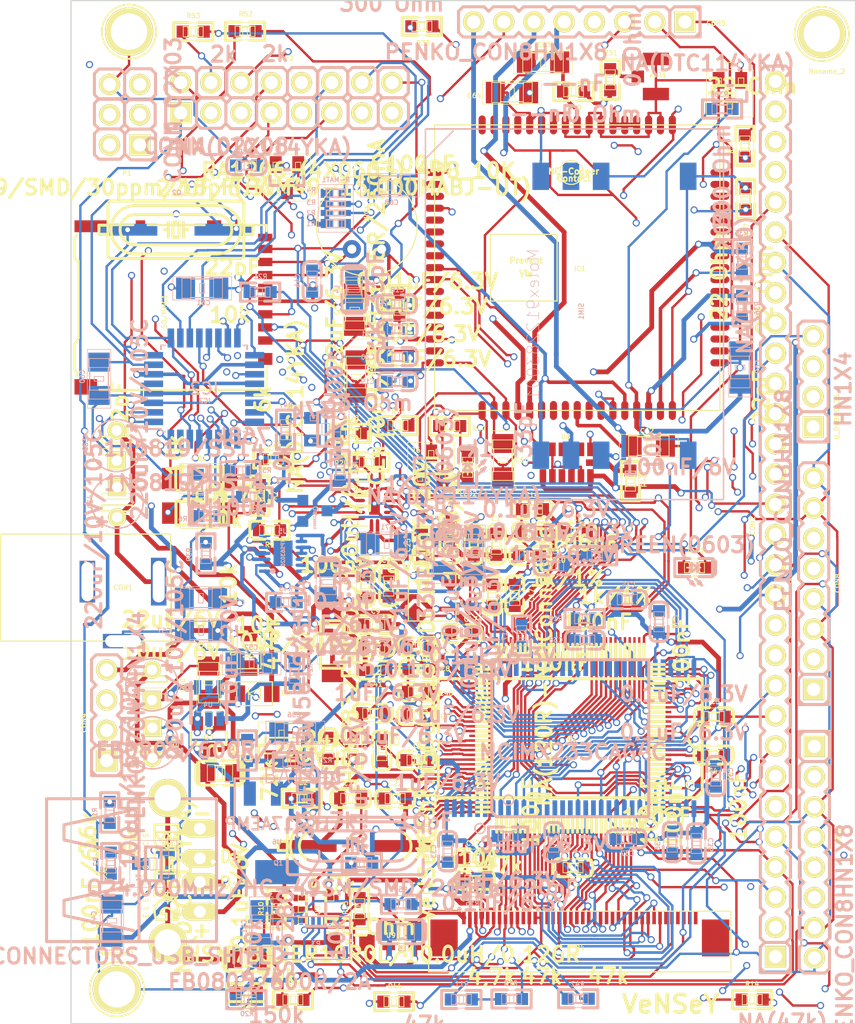
<source format=kicad_pcb>
(kicad_pcb (version 20171130) (host pcbnew "(5.1.12)-1")
  (layers (0 Front.Layer signal) (1 Signal.Layer signal) (2 Signal2.Layer signal) (31 Back.Layer signal) (34 B.Paste user hide) (35 F.Paste user hide) (36 B.SilkS user hide) (37 F.SilkS user hide) (38 B.Mask user hide) (39 F.Mask user hide) (44 Edge.Cuts user))
  (net 0 "")
  (net 1 BatteryIN-)
  (net 2 "Net-(ANT1-Pad1)")
  (net 3 imx1V2_OUT)
  (net 4 imx2V5_OUT)
  (net 5 imx3V3_OUT)
  (net 6 5V_IN)
  (net 7 imx1V8_OUT)
  (net 8 /XTALI)
  (net 9 imx1V0_OUT)
  (net 10 /XTALO)
  (net 11 "Net-(C27-Pad2)")
  (net 12 /PSWITCH)
  (net 13 /SD_VCC)
  (net 14 "Net-(C38-Pad2)")
  (net 15 BatteryIN+)
  (net 16 VDD4P2)
  (net 17 5V_Converter_IN)
  (net 18 Solar+)
  (net 19 "Net-(C50-Pad+)")
  (net 20 /AdapterIN+)
  (net 21 3v3_Perm+)
  (net 22 "Net-(C59-Pad1)")
  (net 23 "Net-(C60-Pad1)")
  (net 24 "Net-(C61-Pad1)")
  (net 25 "Net-(C62-Pad1)")
  (net 26 /RF_ANT)
  (net 27 "Net-(C64-Pad2)")
  (net 28 "Net-(C65-Pad1)")
  (net 29 /MIC_P)
  (net 30 "Net-(C67-Pad2)")
  (net 31 /SIM_VDD)
  (net 32 /SIM_DATA)
  (net 33 "Net-(C70-Pad2)")
  (net 34 3V3_MODEM)
  (net 35 DEBUG)
  (net 36 /PIN1/LCD_D00)
  (net 37 /PIN2/LCD_D01)
  (net 38 /PIN3/LCD_D02)
  (net 39 /PIN4/LCD_D03)
  (net 40 /PIN5/LCD_D04)
  (net 41 /PIN6/LCD_D05)
  (net 42 /PIN7/LCD_D06)
  (net 43 /PIN8/LCD_D07)
  (net 44 /PIN9/LCD_D08/SSP2_MISO)
  (net 45 /PIN10/LCD_D09)
  (net 46 /PIN11/LCD_D10)
  (net 47 /PIN12/LCD_D11)
  (net 48 /PIN13/LCD_D12)
  (net 49 /PIN14/LCD_D13)
  (net 50 /PIN15/LCD_D14)
  (net 51 /PIN16/LCD_D15)
  (net 52 /PIN17/LCD_D16)
  (net 53 /PIN19/LCD_DOTCLK)
  (net 54 /PIN20/LCD_VSYNC)
  (net 55 IMX_ATM_SDA)
  (net 56 IMX_ATM_SCL)
  (net 57 /PIN23/LCD_DISP)
  (net 58 /PIN25/LCD_RS)
  (net 59 RX_FROM_MODEM)
  (net 60 TX_TO_MODEM)
  (net 61 /HP_VGND)
  (net 62 /HPL)
  (net 63 /HPR)
  (net 64 /LIN1_INL)
  (net 65 /LIN1_INR)
  (net 66 /PIN34/MIC)
  (net 67 /PIN33/LRADC0)
  (net 68 /PIN32/LRADC1)
  (net 69 MODEM_NET_ON)
  (net 70 MODEM_RINGING)
  (net 71 ATM_FALL_INTO_SPECIAL_STATE1)
  (net 72 NETLIGHT_LED_P)
  (net 73 NETLIGHT_LED_N)
  (net 74 MODEM_STATUS_P)
  (net 75 MODEM_STATUS_N)
  (net 76 SPK_CON_P)
  (net 77 SPK_CON_N)
  (net 78 PHOTO_TRAN_N)
  (net 79 IMX_RECOVERY)
  (net 80 "Net-(D1-PadK)")
  (net 81 IMX_PSWITCH)
  (net 82 "Net-(D3-PadK)")
  (net 83 imx_RXD)
  (net 84 "Net-(D4-Pad3)")
  (net 85 /MODEM_PWRKEY)
  (net 86 /NETLIGHT)
  (net 87 /MODEM_STATUS)
  (net 88 /MODEM_RI)
  (net 89 /MODEM_TXD)
  (net 90 /MODEM_RXD)
  (net 91 /VDD_EXT)
  (net 92 /SIM_CLK)
  (net 93 /SIM_RST)
  (net 94 /SIM_PRESENCE)
  (net 95 ATM_FALL_INTO_SPECIAL_STATE2)
  (net 96 /ATM_PD4)
  (net 97 /ATM_PD6)
  (net 98 MODEM_PWRKEY_SIG)
  (net 99 3V3_MODEM_ON)
  (net 100 AdapterStatus_IN)
  (net 101 ADXL_INT)
  (net 102 ATM_MOSI)
  (net 103 ATM_MISO)
  (net 104 ATM_SCK)
  (net 105 /ATM_ADC6_BattStatus)
  (net 106 /ATM_ADC7)
  (net 107 /ATM_ADC1_PC1)
  (net 108 /ATM_ADC2_PC2)
  (net 109 /ATM_ADC3_PC3)
  (net 110 ATM_RESET)
  (net 111 SSP1_DATA1)
  (net 112 SSP1_DATA0)
  (net 113 SSP1_SCK)
  (net 114 SSP1_CMD)
  (net 115 SSP1_DATA3)
  (net 116 SSP1_DATA2)
  (net 117 "Net-(L1-Pad1)")
  (net 118 "Net-(L1-Pad2)")
  (net 119 "Net-(L2-Pad1)")
  (net 120 "Net-(L3-Pad1)")
  (net 121 "Net-(L6-Pad1)")
  (net 122 "Net-(L6-Pad2)")
  (net 123 imx_LED)
  (net 124 "Net-(LED2-PadC)")
  (net 125 "Net-(Q3-PadG)")
  (net 126 "Net-(R2-Pad2)")
  (net 127 "Net-(R10-Pad2)")
  (net 128 "Net-(R11-Pad2)")
  (net 129 "Net-(R12-Pad2)")
  (net 130 /CS)
  (net 131 /CLKN)
  (net 132 /CLK)
  (net 133 "Net-(R23-Pad1)")
  (net 134 "Net-(R26-Pad1)")
  (net 135 "Net-(R29-Pad1)")
  (net 136 "Net-(R35-Pad1)")
  (net 137 "Net-(R36-Pad1)")
  (net 138 "Net-(R38-Pad1)")
  (net 139 "Net-(R41-Pad1)")
  (net 140 "Net-(R45-Pad1)")
  (net 141 "Net-(R46-Pad2)")
  (net 142 /DQS0)
  (net 143 /DQS1)
  (net 144 /D0)
  (net 145 /D2)
  (net 146 /D1)
  (net 147 /D3)
  (net 148 /DQM0)
  (net 149 /D4)
  (net 150 /D5)
  (net 151 /D6)
  (net 152 /D7)
  (net 153 /D8)
  (net 154 /D9)
  (net 155 /D10)
  (net 156 /D11)
  (net 157 /DQM1)
  (net 158 /D12)
  (net 159 /D13)
  (net 160 /D15)
  (net 161 /D14)
  (net 162 /CASN)
  (net 163 /RASN)
  (net 164 /A12)
  (net 165 /A11)
  (net 166 /A10)
  (net 167 /A9)
  (net 168 /A8)
  (net 169 /A7)
  (net 170 /A6)
  (net 171 /A5)
  (net 172 /A4)
  (net 173 /A3)
  (net 174 /A2)
  (net 175 /A1)
  (net 176 /A0)
  (net 177 /WEN)
  (net 178 /CKE)
  (net 179 /BA0)
  (net 180 /BA1)
  (net 181 USB_DM)
  (net 182 USB_DP)
  (net 183 imx_TXD)
  (net 184 /PIN21/LCD_HSYNC/I2C_SDA)
  (net 185 /PIN22/LCD_EN/I2C_SCL)
  (net 186 TOUCH_RST)
  (net 187 TOUCH_INT)
  (net 188 LCD_LED+)
  (net 189 LCD_USB_EN)
  (net 190 "Net-(D5-Pad2)")
  (net 191 LCD_LED-)
  (net 192 "Net-(D4-Pad1)")
  (net 193 "Net-(IC1-Pad35)")
  (net 194 "Net-(IC1-Pad67)")
  (net 195 "Net-(IC1-Pad68)")
  (net 196 "Net-(IC1-Pad2)")
  (net 197 "Net-(IC1-Pad3)")
  (net 198 "Net-(IC1-Pad5)")
  (net 199 "Net-(IC1-Pad6)")
  (net 200 "Net-(IC1-Pad7)")
  (net 201 "Net-(IC1-Pad8)")
  (net 202 "Net-(IC1-Pad11)")
  (net 203 "Net-(IC1-Pad12)")
  (net 204 "Net-(IC1-Pad13)")
  (net 205 "Net-(IC1-Pad14)")
  (net 206 "Net-(IC1-Pad23)")
  (net 207 "Net-(IC1-Pad24)")
  (net 208 "Net-(IC1-Pad25)")
  (net 209 "Net-(IC1-Pad27)")
  (net 210 "Net-(IC1-Pad28)")
  (net 211 "Net-(IC1-Pad36)")
  (net 212 "Net-(IC1-Pad37)")
  (net 213 "Net-(IC1-Pad38)")
  (net 214 "Net-(IC1-Pad40)")
  (net 215 "Net-(IC1-Pad41)")
  (net 216 "Net-(IC1-Pad42)")
  (net 217 "Net-(IC1-Pad43)")
  (net 218 "Net-(IC1-Pad44)")
  (net 219 "Net-(IC1-Pad47)")
  (net 220 "Net-(IC1-Pad48)")
  (net 221 "Net-(IC1-Pad49)")
  (net 222 "Net-(IC1-Pad50)")
  (net 223 "Net-(IC1-Pad51)")
  (net 224 "Net-(P4-Pad40)")
  (net 225 "Net-(P4-Pad39)")
  (net 226 "Net-(P4-Pad35)")
  (net 227 "Net-(P4-Pad37)")
  (net 228 "Net-(P4-Pad38)")
  (net 229 "Net-(SIM1-PadC6)")
  (net 230 /PIN26/LCD_CS)
  (net 231 /PIN24/LCD_WR)
  (net 232 /VDAC1)
  (net 233 "Net-(U2-Pad14)")
  (net 234 "Net-(U2-Pad17)")
  (net 235 "Net-(U2-Pad19)")
  (net 236 "Net-(U2-Pad25)")
  (net 237 "Net-(U2-Pad43)")
  (net 238 "Net-(U2-Pad50)")
  (net 239 "Net-(U2-Pad53)")
  (net 240 "Net-(U5-Pad14)")
  (net 241 "Net-(U5-Pad5)")
  (net 242 "Net-(U8-Pad9)")
  (net 243 "Net-(U8-Pad11)")
  (net 244 "Net-(U8-Pad3)")
  (net 245 /PIN18/LCD_D17/USB_EN)
  (net 246 ATM_RXD)
  (net 247 ATM_TXD)
  (net 248 "Net-(SD/MMC1-Pad9)")
  (net 249 "Net-(SD/MMC1-Pad10)")
  (net 250 "Net-(SD/MMC1-Pad11)")
  (net 251 "Net-(SD/MMC1-Pad12)")
  (net 252 "Net-(SD/MMC1-Pad13)")
  (net 253 "Net-(C49-Pad1)")
  (module nooli:DO-219AB-SMF (layer Front.Layer) (at 73.44 96.26 180)
    (fp_text reference D2 (at -2.62 0.05 180) (layer F.SilkS) (effects (font (size 0.4 0.4) (thickness 0.08))))
    (fp_text value SS2FL3)
    (pad 2 smd rect (at -1.45 0 180) (size 1.3 1.4) (layers Front.Layer F.Paste F.Mask) (net 20 /AdapterIN+))
    (pad 1 smd rect (at 1.45 0 180) (size 1.3 1.4) (layers Front.Layer F.Paste F.Mask) (net 17 5V_Converter_IN))
  )
  (module iMX233-OLinuXino-Micro_Rev_D:OLIMEX_IC_TQFP128LD (layer Front.Layer) (at 100 100)
    (fp_text reference U1 (at 0.14 0.05) (layer F.SilkS) (effects (font (size 0.4 0.4) (thickness 0.08))))
    (fp_text value MCIMX233CAG4C (at 0.20828 1.16332) (layer B.SilkS) (effects (font (size 1.27 1.27) (thickness 0.254))))
    (pad 1 smd rect (at -6.1976 7.74954) (size 0.19812 1.4986) (layers Front.Layer F.Paste F.Mask) (net 3 imx1V2_OUT))
    (pad 2 smd rect (at -5.79882 7.74954) (size 0.19812 1.4986) (layers Front.Layer F.Paste F.Mask) (net 36 /PIN1/LCD_D00))
    (pad 3 smd rect (at -5.40004 7.74954) (size 0.19812 1.4986) (layers Front.Layer F.Paste F.Mask) (net 37 /PIN2/LCD_D01))
    (pad 4 smd rect (at -4.99872 7.74954) (size 0.19812 1.4986) (layers Front.Layer F.Paste F.Mask) (net 38 /PIN3/LCD_D02))
    (pad 5 smd rect (at -4.59994 7.74954) (size 0.19812 1.4986) (layers Front.Layer F.Paste F.Mask) (net 39 /PIN4/LCD_D03))
    (pad 6 smd rect (at -4.19862 7.74954) (size 0.19812 1.4986) (layers Front.Layer F.Paste F.Mask) (net 40 /PIN5/LCD_D04))
    (pad 7 smd rect (at -3.79984 7.74954) (size 0.19812 1.4986) (layers Front.Layer F.Paste F.Mask) (net 41 /PIN6/LCD_D05))
    (pad 8 smd rect (at -3.39852 7.74954) (size 0.19812 1.4986) (layers Front.Layer F.Paste F.Mask) (net 42 /PIN7/LCD_D06))
    (pad 9 smd rect (at -2.99974 7.74954) (size 0.19812 1.4986) (layers Front.Layer F.Paste F.Mask) (net 43 /PIN8/LCD_D07))
    (pad 10 smd rect (at -2.59842 7.74954) (size 0.19812 1.4986) (layers Front.Layer F.Paste F.Mask) (net 230 /PIN26/LCD_CS))
    (pad 11 smd rect (at -2.19964 7.74954) (size 0.19812 1.4986) (layers Front.Layer F.Paste F.Mask) (net 185 /PIN22/LCD_EN/I2C_SCL))
    (pad 12 smd rect (at -1.79832 7.74954) (size 0.19812 1.4986) (layers Front.Layer F.Paste F.Mask) (net 57 /PIN23/LCD_DISP))
    (pad 13 smd rect (at -1.39954 7.74954) (size 0.19812 1.4986) (layers Front.Layer F.Paste F.Mask) (net 231 /PIN24/LCD_WR))
    (pad 14 smd rect (at -0.99822 7.74954) (size 0.19812 1.4986) (layers Front.Layer F.Paste F.Mask) (net 58 /PIN25/LCD_RS))
    (pad 15 smd rect (at -0.59944 7.74954) (size 0.19812 1.4986) (layers Front.Layer F.Paste F.Mask) (net 184 /PIN21/LCD_HSYNC/I2C_SDA))
    (pad 16 smd rect (at -0.19812 7.74954) (size 0.19812 1.4986) (layers Front.Layer F.Paste F.Mask) (net 54 /PIN20/LCD_VSYNC))
    (pad 17 smd rect (at 0.19812 7.74954) (size 0.19812 1.4986) (layers Front.Layer F.Paste F.Mask) (net 53 /PIN19/LCD_DOTCLK))
    (pad 18 smd rect (at 0.59944 7.74954) (size 0.19812 1.4986) (layers Front.Layer F.Paste F.Mask) (net 5 imx3V3_OUT))
    (pad 19 smd rect (at 0.99822 7.74954) (size 0.19812 1.4986) (layers Front.Layer F.Paste F.Mask) (net 52 /PIN17/LCD_D16))
    (pad 20 smd rect (at 1.39954 7.74954) (size 0.19812 1.4986) (layers Front.Layer F.Paste F.Mask) (net 245 /PIN18/LCD_D17/USB_EN))
    (pad 21 smd rect (at 1.79832 7.74954) (size 0.19812 1.4986) (layers Front.Layer F.Paste F.Mask) (net 71 ATM_FALL_INTO_SPECIAL_STATE1))
    (pad 22 smd rect (at 2.19964 7.74954) (size 0.19812 1.4986) (layers Front.Layer F.Paste F.Mask) (net 44 /PIN9/LCD_D08/SSP2_MISO))
    (pad 23 smd rect (at 2.59842 7.74954) (size 0.19812 1.4986) (layers Front.Layer F.Paste F.Mask) (net 45 /PIN10/LCD_D09))
    (pad 24 smd rect (at 2.99974 7.74954) (size 0.19812 1.4986) (layers Front.Layer F.Paste F.Mask) (net 46 /PIN11/LCD_D10))
    (pad 25 smd rect (at 3.39852 7.74954) (size 0.19812 1.4986) (layers Front.Layer F.Paste F.Mask) (net 47 /PIN12/LCD_D11))
    (pad 26 smd rect (at 3.79984 7.74954) (size 0.19812 1.4986) (layers Front.Layer F.Paste F.Mask) (net 49 /PIN14/LCD_D13))
    (pad 27 smd rect (at 4.19862 7.74954) (size 0.19812 1.4986) (layers Front.Layer F.Paste F.Mask) (net 48 /PIN13/LCD_D12))
    (pad 28 smd rect (at 4.5974 7.74954) (size 0.19812 1.4986) (layers Front.Layer F.Paste F.Mask) (net 51 /PIN16/LCD_D15))
    (pad 29 smd rect (at 4.99872 7.74954) (size 0.19812 1.4986) (layers Front.Layer F.Paste F.Mask) (net 50 /PIN15/LCD_D14))
    (pad 30 smd rect (at 5.3975 7.74954) (size 0.19812 1.4986) (layers Front.Layer F.Paste F.Mask) (net 1 BatteryIN-))
    (pad 31 smd rect (at 5.79882 7.74954) (size 0.19812 1.4986) (layers Front.Layer F.Paste F.Mask) (net 55 IMX_ATM_SDA))
    (pad 32 smd rect (at 6.1976 7.74954) (size 0.19812 1.4986) (layers Front.Layer F.Paste F.Mask) (net 187 TOUCH_INT))
    (pad 33 smd rect (at 7.74954 6.1976 90) (size 0.19812 1.4986) (layers Front.Layer F.Paste F.Mask) (net 186 TOUCH_RST))
    (pad 34 smd rect (at 7.74954 5.79882 90) (size 0.19812 1.4986) (layers Front.Layer F.Paste F.Mask) (net 56 IMX_ATM_SCL))
    (pad 35 smd rect (at 7.74954 5.40004 90) (size 0.19812 1.4986) (layers Front.Layer F.Paste F.Mask) (net 1 BatteryIN-))
    (pad 36 smd rect (at 7.74954 4.99872 90) (size 0.19812 1.4986) (layers Front.Layer F.Paste F.Mask) (net 132 /CLK))
    (pad 37 smd rect (at 7.74954 4.59994 90) (size 0.19812 1.4986) (layers Front.Layer F.Paste F.Mask) (net 131 /CLKN))
    (pad 38 smd rect (at 7.74954 4.19862 90) (size 0.19812 1.4986) (layers Front.Layer F.Paste F.Mask) (net 4 imx2V5_OUT))
    (pad 39 smd rect (at 7.74954 3.79984 90) (size 0.19812 1.4986) (layers Front.Layer F.Paste F.Mask) (net 142 /DQS0))
    (pad 40 smd rect (at 7.74954 3.39852 90) (size 0.19812 1.4986) (layers Front.Layer F.Paste F.Mask) (net 143 /DQS1))
    (pad 41 smd rect (at 7.74954 2.99974 90) (size 0.19812 1.4986) (layers Front.Layer F.Paste F.Mask) (net 144 /D0))
    (pad 42 smd rect (at 7.74954 2.59842 90) (size 0.19812 1.4986) (layers Front.Layer F.Paste F.Mask) (net 145 /D2))
    (pad 43 smd rect (at 7.74954 2.19964 90) (size 0.19812 1.4986) (layers Front.Layer F.Paste F.Mask) (net 146 /D1))
    (pad 44 smd rect (at 7.74954 1.79832 90) (size 0.19812 1.4986) (layers Front.Layer F.Paste F.Mask) (net 147 /D3))
    (pad 45 smd rect (at 7.74954 1.39954 90) (size 0.19812 1.4986) (layers Front.Layer F.Paste F.Mask) (net 4 imx2V5_OUT))
    (pad 46 smd rect (at 7.74954 0.99822 90) (size 0.19812 1.4986) (layers Front.Layer F.Paste F.Mask) (net 148 /DQM0))
    (pad 47 smd rect (at 7.74954 0.59944 90) (size 0.19812 1.4986) (layers Front.Layer F.Paste F.Mask) (net 149 /D4))
    (pad 48 smd rect (at 7.74954 0.19812 90) (size 0.19812 1.4986) (layers Front.Layer F.Paste F.Mask) (net 150 /D5))
    (pad 49 smd rect (at 7.74954 -0.19812 90) (size 0.19812 1.4986) (layers Front.Layer F.Paste F.Mask) (net 151 /D6))
    (pad 50 smd rect (at 7.74954 -0.59944 90) (size 0.19812 1.4986) (layers Front.Layer F.Paste F.Mask) (net 152 /D7))
    (pad 51 smd rect (at 7.74954 -0.99822 90) (size 0.19812 1.4986) (layers Front.Layer F.Paste F.Mask) (net 153 /D8))
    (pad 52 smd rect (at 7.74954 -1.39954 90) (size 0.19812 1.4986) (layers Front.Layer F.Paste F.Mask) (net 154 /D9))
    (pad 53 smd rect (at 7.74954 -1.79832 90) (size 0.19812 1.4986) (layers Front.Layer F.Paste F.Mask) (net 4 imx2V5_OUT))
    (pad 54 smd rect (at 7.74954 -2.19964 90) (size 0.19812 1.4986) (layers Front.Layer F.Paste F.Mask) (net 155 /D10))
    (pad 55 smd rect (at 7.74954 -2.59842 90) (size 0.19812 1.4986) (layers Front.Layer F.Paste F.Mask) (net 156 /D11))
    (pad 56 smd rect (at 7.74954 -2.99974 90) (size 0.19812 1.4986) (layers Front.Layer F.Paste F.Mask) (net 157 /DQM1))
    (pad 57 smd rect (at 7.74954 -3.39852 90) (size 0.19812 1.4986) (layers Front.Layer F.Paste F.Mask) (net 158 /D12))
    (pad 58 smd rect (at 7.74954 -3.79984 90) (size 0.19812 1.4986) (layers Front.Layer F.Paste F.Mask) (net 159 /D13))
    (pad 59 smd rect (at 7.74954 -4.19862 90) (size 0.19812 1.4986) (layers Front.Layer F.Paste F.Mask) (net 160 /D15))
    (pad 60 smd rect (at 7.74954 -4.5974 90) (size 0.19812 1.4986) (layers Front.Layer F.Paste F.Mask) (net 161 /D14))
    (pad 61 smd rect (at 7.74954 -4.99872 90) (size 0.19812 1.4986) (layers Front.Layer F.Paste F.Mask) (net 162 /CASN))
    (pad 62 smd rect (at 7.74954 -5.3975 90) (size 0.19812 1.4986) (layers Front.Layer F.Paste F.Mask) (net 163 /RASN))
    (pad 63 smd rect (at 7.74954 -5.79882 90) (size 0.19812 1.4986) (layers Front.Layer F.Paste F.Mask) (net 130 /CS))
    (pad 64 smd rect (at 7.74954 -6.1976 90) (size 0.19812 1.4986) (layers Front.Layer F.Paste F.Mask) (net 164 /A12))
    (pad 65 smd rect (at 6.1976 -7.74954 180) (size 0.19812 1.4986) (layers Front.Layer F.Paste F.Mask) (net 165 /A11))
    (pad 66 smd rect (at 5.79882 -7.74954 180) (size 0.19812 1.4986) (layers Front.Layer F.Paste F.Mask) (net 166 /A10))
    (pad 67 smd rect (at 5.3975 -7.74954 180) (size 0.19812 1.4986) (layers Front.Layer F.Paste F.Mask) (net 167 /A9))
    (pad 68 smd rect (at 4.99872 -7.74954 180) (size 0.19812 1.4986) (layers Front.Layer F.Paste F.Mask) (net 168 /A8))
    (pad 69 smd rect (at 4.5974 -7.74954 180) (size 0.19812 1.4986) (layers Front.Layer F.Paste F.Mask) (net 169 /A7))
    (pad 70 smd rect (at 4.19862 -7.74954 180) (size 0.19812 1.4986) (layers Front.Layer F.Paste F.Mask) (net 170 /A6))
    (pad 71 smd rect (at 3.79984 -7.74954 180) (size 0.19812 1.4986) (layers Front.Layer F.Paste F.Mask) (net 171 /A5))
    (pad 72 smd rect (at 3.39852 -7.74954 180) (size 0.19812 1.4986) (layers Front.Layer F.Paste F.Mask) (net 172 /A4))
    (pad 73 smd rect (at 2.99974 -7.74954 180) (size 0.19812 1.4986) (layers Front.Layer F.Paste F.Mask) (net 173 /A3))
    (pad 74 smd rect (at 2.59842 -7.74954 180) (size 0.19812 1.4986) (layers Front.Layer F.Paste F.Mask) (net 174 /A2))
    (pad 75 smd rect (at 2.19964 -7.74954 180) (size 0.19812 1.4986) (layers Front.Layer F.Paste F.Mask) (net 175 /A1))
    (pad 76 smd rect (at 1.79832 -7.74954 180) (size 0.19812 1.4986) (layers Front.Layer F.Paste F.Mask) (net 176 /A0))
    (pad 77 smd rect (at 1.39954 -7.74954 180) (size 0.19812 1.4986) (layers Front.Layer F.Paste F.Mask) (net 177 /WEN))
    (pad 78 smd rect (at 0.99822 -7.74954 180) (size 0.19812 1.4986) (layers Front.Layer F.Paste F.Mask) (net 178 /CKE))
    (pad 79 smd rect (at 0.59944 -7.74954 180) (size 0.19812 1.4986) (layers Front.Layer F.Paste F.Mask) (net 179 /BA0))
    (pad 80 smd rect (at 0.19812 -7.74954 180) (size 0.19812 1.4986) (layers Front.Layer F.Paste F.Mask) (net 180 /BA1))
    (pad 81 smd rect (at -0.19812 -7.74954 180) (size 0.19812 1.4986) (layers Front.Layer F.Paste F.Mask) (net 70 MODEM_RINGING))
    (pad 82 smd rect (at -0.59944 -7.74954 180) (size 0.19812 1.4986) (layers Front.Layer F.Paste F.Mask) (net 69 MODEM_NET_ON))
    (pad 83 smd rect (at -0.99822 -7.74954 180) (size 0.19812 1.4986) (layers Front.Layer F.Paste F.Mask) (net 114 SSP1_CMD))
    (pad 84 smd rect (at -1.39954 -7.74954 180) (size 0.19812 1.4986) (layers Front.Layer F.Paste F.Mask) (net 112 SSP1_DATA0))
    (pad 85 smd rect (at -1.79832 -7.74954 180) (size 0.19812 1.4986) (layers Front.Layer F.Paste F.Mask) (net 111 SSP1_DATA1))
    (pad 86 smd rect (at -2.19964 -7.74954 180) (size 0.19812 1.4986) (layers Front.Layer F.Paste F.Mask) (net 116 SSP1_DATA2))
    (pad 87 smd rect (at -2.59842 -7.74954 180) (size 0.19812 1.4986) (layers Front.Layer F.Paste F.Mask) (net 115 SSP1_DATA3))
    (pad 88 smd rect (at -2.99974 -7.74954 180) (size 0.19812 1.4986) (layers Front.Layer F.Paste F.Mask) (net 123 imx_LED))
    (pad 89 smd rect (at -3.39852 -7.74954 180) (size 0.19812 1.4986) (layers Front.Layer F.Paste F.Mask) (net 35 DEBUG))
    (pad 90 smd rect (at -3.79984 -7.74954 180) (size 0.19812 1.4986) (layers Front.Layer F.Paste F.Mask) (net 113 SSP1_SCK))
    (pad 91 smd rect (at -4.19862 -7.74954 180) (size 0.19812 1.4986) (layers Front.Layer F.Paste F.Mask) (net 189 LCD_USB_EN))
    (pad 92 smd rect (at -4.59994 -7.74954 180) (size 0.19812 1.4986) (layers Front.Layer F.Paste F.Mask) (net 5 imx3V3_OUT))
    (pad 93 smd rect (at -4.99872 -7.74954 180) (size 0.19812 1.4986) (layers Front.Layer F.Paste F.Mask) (net 3 imx1V2_OUT))
    (pad 94 smd rect (at -5.40004 -7.74954 180) (size 0.19812 1.4986) (layers Front.Layer F.Paste F.Mask) (net 3 imx1V2_OUT))
    (pad 95 smd rect (at -5.79882 -7.74954 180) (size 0.19812 1.4986) (layers Front.Layer F.Paste F.Mask) (net 5 imx3V3_OUT))
    (pad 96 smd rect (at -6.1976 -7.74954 180) (size 0.19812 1.4986) (layers Front.Layer F.Paste F.Mask) (net 7 imx1V8_OUT))
    (pad 97 smd rect (at -7.74954 -6.1976 270) (size 0.19812 1.4986) (layers Front.Layer F.Paste F.Mask) (net 117 "Net-(L1-Pad1)"))
    (pad 98 smd rect (at -7.74954 -5.79882 270) (size 0.19812 1.4986) (layers Front.Layer F.Paste F.Mask) (net 1 BatteryIN-))
    (pad 99 smd rect (at -7.74954 -5.3975 270) (size 0.19812 1.4986) (layers Front.Layer F.Paste F.Mask) (net 118 "Net-(L1-Pad2)"))
    (pad 100 smd rect (at -7.74954 -4.99872 270) (size 0.19812 1.4986) (layers Front.Layer F.Paste F.Mask) (net 15 BatteryIN+))
    (pad 101 smd rect (at -7.74954 -4.5974 270) (size 0.19812 1.4986) (layers Front.Layer F.Paste F.Mask) (net 16 VDD4P2))
    (pad 102 smd rect (at -7.74954 -4.19862 270) (size 0.19812 1.4986) (layers Front.Layer F.Paste F.Mask) (net 6 5V_IN))
    (pad 103 smd rect (at -7.74954 -3.79984 270) (size 0.19812 1.4986) (layers Front.Layer F.Paste F.Mask) (net 15 BatteryIN+))
    (pad 104 smd rect (at -7.74954 -3.39852 270) (size 0.19812 1.4986) (layers Front.Layer F.Paste F.Mask) (net 232 /VDAC1))
    (pad 105 smd rect (at -7.74954 -2.99974 270) (size 0.19812 1.4986) (layers Front.Layer F.Paste F.Mask) (net 1 BatteryIN-))
    (pad 106 smd rect (at -7.74954 -2.59842 270) (size 0.19812 1.4986) (layers Front.Layer F.Paste F.Mask) (net 4 imx2V5_OUT))
    (pad 107 smd rect (at -7.74954 -2.19964 270) (size 0.19812 1.4986) (layers Front.Layer F.Paste F.Mask) (net 68 /PIN32/LRADC1))
    (pad 108 smd rect (at -7.74954 -1.79832 270) (size 0.19812 1.4986) (layers Front.Layer F.Paste F.Mask) (net 67 /PIN33/LRADC0))
    (pad 109 smd rect (at -7.74954 -1.39954 270) (size 0.19812 1.4986) (layers Front.Layer F.Paste F.Mask) (net 63 /HPR))
    (pad 110 smd rect (at -7.74954 -0.99822 270) (size 0.19812 1.4986) (layers Front.Layer F.Paste F.Mask) (net 7 imx1V8_OUT))
    (pad 111 smd rect (at -7.74954 -0.59944 270) (size 0.19812 1.4986) (layers Front.Layer F.Paste F.Mask) (net 61 /HP_VGND))
    (pad 112 smd rect (at -7.74954 -0.19812 270) (size 0.19812 1.4986) (layers Front.Layer F.Paste F.Mask) (net 1 BatteryIN-))
    (pad 113 smd rect (at -7.74954 0.19812 270) (size 0.19812 1.4986) (layers Front.Layer F.Paste F.Mask) (net 62 /HPL))
    (pad 114 smd rect (at -7.74954 0.59944 270) (size 0.19812 1.4986) (layers Front.Layer F.Paste F.Mask) (net 65 /LIN1_INR))
    (pad 115 smd rect (at -7.74954 0.99822 270) (size 0.19812 1.4986) (layers Front.Layer F.Paste F.Mask) (net 64 /LIN1_INL))
    (pad 116 smd rect (at -7.74954 1.39954 270) (size 0.19812 1.4986) (layers Front.Layer F.Paste F.Mask) (net 66 /PIN34/MIC))
    (pad 117 smd rect (at -7.74954 1.79832 270) (size 0.19812 1.4986) (layers Front.Layer F.Paste F.Mask) (net 11 "Net-(C27-Pad2)"))
    (pad 118 smd rect (at -7.74954 2.19964 270) (size 0.19812 1.4986) (layers Front.Layer F.Paste F.Mask) (net 1 BatteryIN-))
    (pad 119 smd rect (at -7.74954 2.59842 270) (size 0.19812 1.4986) (layers Front.Layer F.Paste F.Mask) (net 12 /PSWITCH))
    (pad 120 smd rect (at -7.74954 2.99974 270) (size 0.19812 1.4986) (layers Front.Layer F.Paste F.Mask) (net 9 imx1V0_OUT))
    (pad 121 smd rect (at -7.74954 3.39852 270) (size 0.19812 1.4986) (layers Front.Layer F.Paste F.Mask) (net 10 /XTALO))
    (pad 122 smd rect (at -7.74954 3.79984 270) (size 0.19812 1.4986) (layers Front.Layer F.Paste F.Mask) (net 8 /XTALI))
    (pad 123 smd rect (at -7.74954 4.19862 270) (size 0.19812 1.4986) (layers Front.Layer F.Paste F.Mask) (net 181 USB_DM))
    (pad 124 smd rect (at -7.74954 4.59994 270) (size 0.19812 1.4986) (layers Front.Layer F.Paste F.Mask) (net 182 USB_DP))
    (pad 125 smd rect (at -7.74954 4.99872 270) (size 0.19812 1.4986) (layers Front.Layer F.Paste F.Mask) (net 83 imx_RXD))
    (pad 126 smd rect (at -7.74954 5.40004 270) (size 0.19812 1.4986) (layers Front.Layer F.Paste F.Mask) (net 183 imx_TXD))
    (pad 127 smd rect (at -7.74954 5.79882 270) (size 0.19812 1.4986) (layers Front.Layer F.Paste F.Mask) (net 60 TX_TO_MODEM))
    (pad 128 smd rect (at -7.74954 6.1976 270) (size 0.19812 1.4986) (layers Front.Layer F.Paste F.Mask) (net 59 RX_FROM_MODEM))
  )
  (module iMX233-OLinuXino-Micro_Rev_D:OLIMEX_IC_66TSOP-II (layer Back.Layer) (at 100 100 180)
    (fp_text reference U2 (at -0.25 0.03 270) (layer B.SilkS) (effects (font (size 0.4 0.4) (thickness 0.08)) (justify mirror)))
    (fp_text value VeNSeY_IC_HY5DU121622DLTP-J (at 12.065 0.19812 90) (layer F.SilkS) (effects (font (size 1.27 1.27) (thickness 0.254))))
    (pad 1 smd rect (at -10.39876 -5.92328 180) (size 0.39878 1.39954) (layers Back.Layer B.Paste B.Mask) (net 4 imx2V5_OUT))
    (pad 2 smd rect (at -9.74852 -5.92328 180) (size 0.39878 1.39954) (layers Back.Layer B.Paste B.Mask) (net 144 /D0))
    (pad 3 smd rect (at -9.09828 -5.92328 180) (size 0.39878 1.39954) (layers Back.Layer B.Paste B.Mask) (net 4 imx2V5_OUT))
    (pad 4 smd rect (at -8.44804 -5.92328 180) (size 0.39878 1.39954) (layers Back.Layer B.Paste B.Mask) (net 146 /D1))
    (pad 5 smd rect (at -7.7978 -5.92328 180) (size 0.39878 1.39954) (layers Back.Layer B.Paste B.Mask) (net 145 /D2))
    (pad 6 smd rect (at -7.14756 -5.92328 180) (size 0.39878 1.39954) (layers Back.Layer B.Paste B.Mask) (net 1 BatteryIN-))
    (pad 7 smd rect (at -6.49986 -5.92328 180) (size 0.39878 1.39954) (layers Back.Layer B.Paste B.Mask) (net 147 /D3))
    (pad 8 smd rect (at -5.84962 -5.92328 180) (size 0.39878 1.39954) (layers Back.Layer B.Paste B.Mask) (net 149 /D4))
    (pad 9 smd rect (at -5.19938 -5.92328 180) (size 0.39878 1.39954) (layers Back.Layer B.Paste B.Mask) (net 4 imx2V5_OUT))
    (pad 10 smd rect (at -4.54914 -5.92328 180) (size 0.39878 1.39954) (layers Back.Layer B.Paste B.Mask) (net 150 /D5))
    (pad 11 smd rect (at -3.8989 -5.92328 180) (size 0.39878 1.39954) (layers Back.Layer B.Paste B.Mask) (net 151 /D6))
    (pad 12 smd rect (at -3.24866 -5.92328 180) (size 0.39878 1.39954) (layers Back.Layer B.Paste B.Mask) (net 1 BatteryIN-))
    (pad 13 smd rect (at -2.59842 -5.92328 180) (size 0.39878 1.39954) (layers Back.Layer B.Paste B.Mask) (net 152 /D7))
    (pad 14 smd rect (at -1.94818 -5.92328 180) (size 0.39878 1.39954) (layers Back.Layer B.Paste B.Mask) (net 233 "Net-(U2-Pad14)"))
    (pad 15 smd rect (at -1.29794 -5.92328 180) (size 0.39878 1.39954) (layers Back.Layer B.Paste B.Mask) (net 4 imx2V5_OUT))
    (pad 16 smd rect (at -0.6477 -5.92328 180) (size 0.39878 1.39954) (layers Back.Layer B.Paste B.Mask) (net 142 /DQS0))
    (pad 17 smd rect (at 0 -5.92328 180) (size 0.39878 1.39954) (layers Back.Layer B.Paste B.Mask) (net 234 "Net-(U2-Pad17)"))
    (pad 18 smd rect (at 0.6477 -5.92328 180) (size 0.39878 1.39954) (layers Back.Layer B.Paste B.Mask) (net 4 imx2V5_OUT))
    (pad 19 smd rect (at 1.29794 -5.92328 180) (size 0.39878 1.39954) (layers Back.Layer B.Paste B.Mask) (net 235 "Net-(U2-Pad19)"))
    (pad 20 smd rect (at 1.94818 -5.92328 180) (size 0.39878 1.39954) (layers Back.Layer B.Paste B.Mask) (net 148 /DQM0))
    (pad 21 smd rect (at 2.59842 -5.92328 180) (size 0.39878 1.39954) (layers Back.Layer B.Paste B.Mask) (net 177 /WEN))
    (pad 22 smd rect (at 3.24866 -5.92328 180) (size 0.39878 1.39954) (layers Back.Layer B.Paste B.Mask) (net 162 /CASN))
    (pad 23 smd rect (at 3.8989 -5.92328 180) (size 0.39878 1.39954) (layers Back.Layer B.Paste B.Mask) (net 163 /RASN))
    (pad 24 smd rect (at 4.54914 -5.92328 180) (size 0.39878 1.39954) (layers Back.Layer B.Paste B.Mask) (net 130 /CS))
    (pad 25 smd rect (at 5.19938 -5.92328 180) (size 0.39878 1.39954) (layers Back.Layer B.Paste B.Mask) (net 236 "Net-(U2-Pad25)"))
    (pad 26 smd rect (at 5.84962 -5.92328 180) (size 0.39878 1.39954) (layers Back.Layer B.Paste B.Mask) (net 179 /BA0))
    (pad 27 smd rect (at 6.49986 -5.92328 180) (size 0.39878 1.39954) (layers Back.Layer B.Paste B.Mask) (net 180 /BA1))
    (pad 28 smd rect (at 7.14756 -5.92328 180) (size 0.39878 1.39954) (layers Back.Layer B.Paste B.Mask) (net 166 /A10))
    (pad 29 smd rect (at 7.7978 -5.92328 180) (size 0.39878 1.39954) (layers Back.Layer B.Paste B.Mask) (net 176 /A0))
    (pad 30 smd rect (at 8.44804 -5.92328 180) (size 0.39878 1.39954) (layers Back.Layer B.Paste B.Mask) (net 175 /A1))
    (pad 31 smd rect (at 9.09828 -5.92328 180) (size 0.39878 1.39954) (layers Back.Layer B.Paste B.Mask) (net 174 /A2))
    (pad 32 smd rect (at 9.74852 -5.92328 180) (size 0.39878 1.39954) (layers Back.Layer B.Paste B.Mask) (net 173 /A3))
    (pad 33 smd rect (at 10.39876 -5.92328 180) (size 0.39878 1.39954) (layers Back.Layer B.Paste B.Mask) (net 4 imx2V5_OUT))
    (pad 34 smd rect (at 10.39876 5.92328 180) (size 0.39878 1.39954) (layers Back.Layer B.Paste B.Mask) (net 1 BatteryIN-))
    (pad 35 smd rect (at 9.74852 5.92328 180) (size 0.39878 1.39954) (layers Back.Layer B.Paste B.Mask) (net 172 /A4))
    (pad 36 smd rect (at 9.09828 5.92328 180) (size 0.39878 1.39954) (layers Back.Layer B.Paste B.Mask) (net 171 /A5))
    (pad 37 smd rect (at 8.44804 5.92328 180) (size 0.39878 1.39954) (layers Back.Layer B.Paste B.Mask) (net 170 /A6))
    (pad 38 smd rect (at 7.7978 5.92328 180) (size 0.39878 1.39954) (layers Back.Layer B.Paste B.Mask) (net 169 /A7))
    (pad 39 smd rect (at 7.14756 5.92328 180) (size 0.39878 1.39954) (layers Back.Layer B.Paste B.Mask) (net 168 /A8))
    (pad 40 smd rect (at 6.49986 5.92328 180) (size 0.39878 1.39954) (layers Back.Layer B.Paste B.Mask) (net 167 /A9))
    (pad 41 smd rect (at 5.84962 5.92328 180) (size 0.39878 1.39954) (layers Back.Layer B.Paste B.Mask) (net 165 /A11))
    (pad 42 smd rect (at 5.19938 5.92328 180) (size 0.39878 1.39954) (layers Back.Layer B.Paste B.Mask) (net 164 /A12))
    (pad 43 smd rect (at 4.54914 5.92328 180) (size 0.39878 1.39954) (layers Back.Layer B.Paste B.Mask) (net 237 "Net-(U2-Pad43)"))
    (pad 44 smd rect (at 3.8989 5.92328 180) (size 0.39878 1.39954) (layers Back.Layer B.Paste B.Mask) (net 178 /CKE))
    (pad 45 smd rect (at 3.24866 5.92328 180) (size 0.39878 1.39954) (layers Back.Layer B.Paste B.Mask) (net 132 /CLK))
    (pad 46 smd rect (at 2.59842 5.92328 180) (size 0.39878 1.39954) (layers Back.Layer B.Paste B.Mask) (net 131 /CLKN))
    (pad 47 smd rect (at 1.94818 5.92328 180) (size 0.39878 1.39954) (layers Back.Layer B.Paste B.Mask) (net 157 /DQM1))
    (pad 48 smd rect (at 1.29794 5.92328 180) (size 0.39878 1.39954) (layers Back.Layer B.Paste B.Mask) (net 1 BatteryIN-))
    (pad 49 smd rect (at 0.6477 5.92328 180) (size 0.39878 1.39954) (layers Back.Layer B.Paste B.Mask) (net 14 "Net-(C38-Pad2)"))
    (pad 50 smd rect (at 0 5.92328 180) (size 0.39878 1.39954) (layers Back.Layer B.Paste B.Mask) (net 238 "Net-(U2-Pad50)"))
    (pad 51 smd rect (at -0.6477 5.92328 180) (size 0.39878 1.39954) (layers Back.Layer B.Paste B.Mask) (net 143 /DQS1))
    (pad 52 smd rect (at -1.29794 5.92328 180) (size 0.39878 1.39954) (layers Back.Layer B.Paste B.Mask) (net 1 BatteryIN-))
    (pad 53 smd rect (at -1.94818 5.92328 180) (size 0.39878 1.39954) (layers Back.Layer B.Paste B.Mask) (net 239 "Net-(U2-Pad53)"))
    (pad 54 smd rect (at -2.59842 5.92328 180) (size 0.39878 1.39954) (layers Back.Layer B.Paste B.Mask) (net 153 /D8))
    (pad 55 smd rect (at -3.24866 5.92328 180) (size 0.39878 1.39954) (layers Back.Layer B.Paste B.Mask) (net 4 imx2V5_OUT))
    (pad 56 smd rect (at -3.8989 5.92328 180) (size 0.39878 1.39954) (layers Back.Layer B.Paste B.Mask) (net 154 /D9))
    (pad 57 smd rect (at -4.54914 5.92328 180) (size 0.39878 1.39954) (layers Back.Layer B.Paste B.Mask) (net 155 /D10))
    (pad 58 smd rect (at -5.19938 5.92328 180) (size 0.39878 1.39954) (layers Back.Layer B.Paste B.Mask) (net 1 BatteryIN-))
    (pad 59 smd rect (at -5.84962 5.92328 180) (size 0.39878 1.39954) (layers Back.Layer B.Paste B.Mask) (net 156 /D11))
    (pad 60 smd rect (at -6.49986 5.92328 180) (size 0.39878 1.39954) (layers Back.Layer B.Paste B.Mask) (net 158 /D12))
    (pad 61 smd rect (at -7.14756 5.92328 180) (size 0.39878 1.39954) (layers Back.Layer B.Paste B.Mask) (net 4 imx2V5_OUT))
    (pad 62 smd rect (at -7.7978 5.92328 180) (size 0.39878 1.39954) (layers Back.Layer B.Paste B.Mask) (net 159 /D13))
    (pad 63 smd rect (at -8.44804 5.92328 180) (size 0.39878 1.39954) (layers Back.Layer B.Paste B.Mask) (net 161 /D14))
    (pad 64 smd rect (at -9.09828 5.92328 180) (size 0.39878 1.39954) (layers Back.Layer B.Paste B.Mask) (net 1 BatteryIN-))
    (pad 65 smd rect (at -9.74852 5.92328 180) (size 0.39878 1.39954) (layers Back.Layer B.Paste B.Mask) (net 160 /D15))
    (pad 66 smd rect (at -10.39876 5.92328 180) (size 0.39878 1.39954) (layers Back.Layer B.Paste B.Mask) (net 1 BatteryIN-))
  )
  (module iMX233-OLinuXino-Micro_Rev_D:RCL_C0603_DWS (layer Front.Layer) (at 93.775 83.7 270)
    (fp_text reference C1 (at -2.14 0.035) (layer F.SilkS) (effects (font (size 0.4 0.4) (thickness 0.08))))
    (fp_text value 0.1uF/6.3V (at 2.54 1.905 270) (layer B.SilkS) (effects (font (size 1.27 1.27) (thickness 0.254))))
    (pad 1 smd rect (at -0.889 0 270) (size 1.016 1.016) (layers Front.Layer F.Paste F.Mask) (net 1 BatteryIN-))
    (pad 2 smd rect (at 0.88646 0 270) (size 1.016 1.016) (layers Front.Layer F.Paste F.Mask) (net 3 imx1V2_OUT))
  )
  (module iMX233-OLinuXino-Micro_Rev_D:RCL_C0603_DWS (layer Front.Layer) (at 91.875 83.7 270)
    (fp_text reference C2 (at -2.2 0.005) (layer F.SilkS) (effects (font (size 0.4 0.4) (thickness 0.08))))
    (fp_text value 0.1uF/6.3V (at 2.54 1.905 270) (layer B.SilkS) (effects (font (size 1.27 1.27) (thickness 0.254))))
    (pad 1 smd rect (at -0.889 0 270) (size 1.016 1.016) (layers Front.Layer F.Paste F.Mask) (net 1 BatteryIN-))
    (pad 2 smd rect (at 0.88646 0 270) (size 1.016 1.016) (layers Front.Layer F.Paste F.Mask) (net 3 imx1V2_OUT))
  )
  (module iMX233-OLinuXino-Micro_Rev_D:RCL_C0603_DWS (layer Front.Layer) (at 112.095 98.19 180)
    (fp_text reference C3 (at -0.115 1.27 180) (layer F.SilkS) (effects (font (size 0.4 0.4) (thickness 0.08))))
    (fp_text value 0.1uF/6.3V (at 2.54 1.905 180) (layer B.SilkS) (effects (font (size 1.27 1.27) (thickness 0.254))))
    (pad 1 smd rect (at -0.889 0 180) (size 1.016 1.016) (layers Front.Layer F.Paste F.Mask) (net 1 BatteryIN-))
    (pad 2 smd rect (at 0.88646 0 180) (size 1.016 1.016) (layers Front.Layer F.Paste F.Mask) (net 4 imx2V5_OUT))
  )
  (module iMX233-OLinuXino-Micro_Rev_D:RCL_C0603_DWS (layer Front.Layer) (at 112.055 101.41 180)
    (fp_text reference C4 (at 0.045 -1.35 180) (layer F.SilkS) (effects (font (size 0.4 0.4) (thickness 0.08))))
    (fp_text value 0.1uF/6.3V (at 2.54 1.905 180) (layer B.SilkS) (effects (font (size 1.27 1.27) (thickness 0.254))))
    (pad 1 smd rect (at -0.889 0 180) (size 1.016 1.016) (layers Front.Layer F.Paste F.Mask) (net 1 BatteryIN-))
    (pad 2 smd rect (at 0.88646 0 180) (size 1.016 1.016) (layers Front.Layer F.Paste F.Mask) (net 4 imx2V5_OUT))
  )
  (module iMX233-OLinuXino-Micro_Rev_D:RCL_C0603_DWS (layer Front.Layer) (at 100.225 110.88 180)
    (fp_text reference C5 (at -0.105 -1.38 180) (layer F.SilkS) (effects (font (size 0.4 0.4) (thickness 0.08))))
    (fp_text value 0.1uF/6.3V (at 2.54 1.905 180) (layer B.SilkS) (effects (font (size 1.27 1.27) (thickness 0.254))))
    (pad 1 smd rect (at -0.889 0 180) (size 1.016 1.016) (layers Front.Layer F.Paste F.Mask) (net 1 BatteryIN-))
    (pad 2 smd rect (at 0.88646 0 180) (size 1.016 1.016) (layers Front.Layer F.Paste F.Mask) (net 5 imx3V3_OUT))
  )
  (module iMX233-OLinuXino-Micro_Rev_D:RCL_C0603_DWS (layer Front.Layer) (at 93.435 87.98 270)
    (fp_text reference C6 (at 0.03 1.185 270) (layer F.SilkS) (effects (font (size 0.4 0.4) (thickness 0.08))))
    (fp_text value 0.1uF/6.3V (at 2.54 1.905 270) (layer B.SilkS) (effects (font (size 1.27 1.27) (thickness 0.254))))
    (pad 1 smd rect (at -0.889 0 270) (size 1.016 1.016) (layers Front.Layer F.Paste F.Mask) (net 1 BatteryIN-))
    (pad 2 smd rect (at 0.88646 0 270) (size 1.016 1.016) (layers Front.Layer F.Paste F.Mask) (net 5 imx3V3_OUT))
  )
  (module iMX233-OLinuXino-Micro_Rev_D:RCL_C0603_DWS (layer Front.Layer) (at 87.125 98.1 180)
    (fp_text reference C7 (at -2.325 -0.07 180) (layer F.SilkS) (effects (font (size 0.4 0.4) (thickness 0.08))))
    (fp_text value 1uF/6.3V (at 2.54 1.905 180) (layer B.SilkS) (effects (font (size 1.27 1.27) (thickness 0.254))))
    (pad 1 smd rect (at -0.889 0 180) (size 1.016 1.016) (layers Front.Layer F.Paste F.Mask) (net 4 imx2V5_OUT))
    (pad 2 smd rect (at 0.88646 0 180) (size 1.016 1.016) (layers Front.Layer F.Paste F.Mask) (net 1 BatteryIN-))
  )
  (module iMX233-OLinuXino-Micro_Rev_D:RCL_C0603_DWS (layer Front.Layer) (at 87.275 94.2 180)
    (fp_text reference C8 (at -2.215 0.04 180) (layer F.SilkS) (effects (font (size 0.4 0.4) (thickness 0.08))))
    (fp_text value 22uF/6.3V (at 2.54 1.905 180) (layer B.SilkS) (effects (font (size 1.27 1.27) (thickness 0.254))))
    (pad 1 smd rect (at -0.889 0 180) (size 1.016 1.016) (layers Front.Layer F.Paste F.Mask) (net 6 5V_IN))
    (pad 2 smd rect (at 0.88646 0 180) (size 1.016 1.016) (layers Front.Layer F.Paste F.Mask) (net 1 BatteryIN-))
  )
  (module iMX233-OLinuXino-Micro_Rev_D:RCL_C0603_DWS (layer Front.Layer) (at 83.555 90.44 180)
    (fp_text reference C9 (at -0.065 1.11 180) (layer F.SilkS) (effects (font (size 0.4 0.4) (thickness 0.08))))
    (fp_text value 0.1uF (at 2.54 1.905 180) (layer B.SilkS) (effects (font (size 1.27 1.27) (thickness 0.254))))
    (pad 1 smd rect (at -0.889 0 180) (size 1.016 1.016) (layers Front.Layer F.Paste F.Mask) (net 6 5V_IN))
    (pad 2 smd rect (at 0.88646 0 180) (size 1.016 1.016) (layers Front.Layer F.Paste F.Mask) (net 1 BatteryIN-))
  )
  (module iMX233-OLinuXino-Micro_Rev_D:RCL_C0603_DWS (layer Front.Layer) (at 96.565 84.67 180)
    (fp_text reference C10 (at -2.455 -0.38 180) (layer F.SilkS) (effects (font (size 0.4 0.4) (thickness 0.08))))
    (fp_text value 0.01uF/6.3V (at 2.54 1.905 180) (layer B.SilkS) (effects (font (size 1.27 1.27) (thickness 0.254))))
    (pad 1 smd rect (at -0.889 0 180) (size 1.016 1.016) (layers Front.Layer F.Paste F.Mask) (net 1 BatteryIN-))
    (pad 2 smd rect (at 0.88646 0 180) (size 1.016 1.016) (layers Front.Layer F.Paste F.Mask) (net 3 imx1V2_OUT))
  )
  (module iMX233-OLinuXino-Micro_Rev_D:RCL_C0603_DWS (layer Front.Layer) (at 91.975 111.94)
    (fp_text reference C11 (at 0.115 1.16) (layer F.SilkS) (effects (font (size 0.4 0.4) (thickness 0.08))))
    (fp_text value 0.1uF/6.3V (at 2.54 1.905) (layer B.SilkS) (effects (font (size 1.27 1.27) (thickness 0.254))))
    (pad 1 smd rect (at -0.889 0) (size 1.016 1.016) (layers Front.Layer F.Paste F.Mask) (net 1 BatteryIN-))
    (pad 2 smd rect (at 0.88646 0) (size 1.016 1.016) (layers Front.Layer F.Paste F.Mask) (net 3 imx1V2_OUT))
  )
  (module iMX233-OLinuXino-Micro_Rev_D:RCL_C0603_DWS (layer Front.Layer) (at 91.945 110.06)
    (fp_text reference C12 (at -0.135 -1.23) (layer F.SilkS) (effects (font (size 0.4 0.4) (thickness 0.08))))
    (fp_text value 1uF/6.3V (at 2.54 1.905) (layer B.SilkS) (effects (font (size 1.27 1.27) (thickness 0.254))))
    (pad 1 smd rect (at -0.889 0) (size 1.016 1.016) (layers Front.Layer F.Paste F.Mask) (net 1 BatteryIN-))
    (pad 2 smd rect (at 0.88646 0) (size 1.016 1.016) (layers Front.Layer F.Paste F.Mask) (net 3 imx1V2_OUT))
  )
  (module iMX233-OLinuXino-Micro_Rev_D:RCL_C0603_DWS (layer Front.Layer) (at 89.795 82.62 270)
    (fp_text reference C13 (at -2.17 0.025) (layer F.SilkS) (effects (font (size 0.4 0.4) (thickness 0.08))))
    (fp_text value 33uF/6.3V (at 2.54 1.905 270) (layer B.SilkS) (effects (font (size 1.27 1.27) (thickness 0.254))))
    (pad 1 smd rect (at -0.889 0 270) (size 1.016 1.016) (layers Front.Layer F.Paste F.Mask) (net 1 BatteryIN-))
    (pad 2 smd rect (at 0.88646 0 270) (size 1.016 1.016) (layers Front.Layer F.Paste F.Mask) (net 3 imx1V2_OUT))
  )
  (module iMX233-OLinuXino-Micro_Rev_D:RCL_C0603_DWS (layer Front.Layer) (at 96.815 80.75)
    (fp_text reference C14 (at -0.055 -1.18) (layer F.SilkS) (effects (font (size 0.4 0.4) (thickness 0.08))))
    (fp_text value 0.01uF/6.3V (at 2.54 1.905) (layer B.SilkS) (effects (font (size 1.27 1.27) (thickness 0.254))))
    (pad 1 smd rect (at -0.889 0) (size 1.016 1.016) (layers Front.Layer F.Paste F.Mask) (net 1 BatteryIN-))
    (pad 2 smd rect (at 0.88646 0) (size 1.016 1.016) (layers Front.Layer F.Paste F.Mask) (net 5 imx3V3_OUT))
  )
  (module iMX233-OLinuXino-Micro_Rev_D:RCL_C0603_DWS (layer Front.Layer) (at 100.505 82.67 180)
    (fp_text reference C15 (at 0.085 1.17 180) (layer F.SilkS) (effects (font (size 0.4 0.4) (thickness 0.08))))
    (fp_text value 0.1uF/6.3V (at 2.54 1.905 180) (layer B.SilkS) (effects (font (size 1.27 1.27) (thickness 0.254))))
    (pad 1 smd rect (at -0.889 0 180) (size 1.016 1.016) (layers Front.Layer F.Paste F.Mask) (net 1 BatteryIN-))
    (pad 2 smd rect (at 0.88646 0 180) (size 1.016 1.016) (layers Front.Layer F.Paste F.Mask) (net 5 imx3V3_OUT))
  )
  (module iMX233-OLinuXino-Micro_Rev_D:RCL_C0603_DWS (layer Front.Layer) (at 96.785 82.66)
    (fp_text reference C16 (at 2.095 1.22) (layer F.SilkS) (effects (font (size 0.4 0.4) (thickness 0.08))))
    (fp_text value 1uF/6.3V (at 2.54 1.905) (layer B.SilkS) (effects (font (size 1.27 1.27) (thickness 0.254))))
    (pad 1 smd rect (at -0.889 0) (size 1.016 1.016) (layers Front.Layer F.Paste F.Mask) (net 1 BatteryIN-))
    (pad 2 smd rect (at 0.88646 0) (size 1.016 1.016) (layers Front.Layer F.Paste F.Mask) (net 5 imx3V3_OUT))
  )
  (module iMX233-OLinuXino-Micro_Rev_D:RCL_C0603_DWS (layer Front.Layer) (at 95.325 88 270)
    (fp_text reference C17 (at -0.01 -1.415 270) (layer F.SilkS) (effects (font (size 0.4 0.4) (thickness 0.08))))
    (fp_text value 33uF/6.3V (at 2.54 1.905 270) (layer B.SilkS) (effects (font (size 1.27 1.27) (thickness 0.254))))
    (pad 1 smd rect (at -0.889 0 270) (size 1.016 1.016) (layers Front.Layer F.Paste F.Mask) (net 1 BatteryIN-))
    (pad 2 smd rect (at 0.88646 0 270) (size 1.016 1.016) (layers Front.Layer F.Paste F.Mask) (net 5 imx3V3_OUT))
  )
  (module iMX233-OLinuXino-Micro_Rev_D:RCL_C0603_DWS (layer Back.Layer) (at 85.405 63.5)
    (fp_text reference C18 (at 0.065 -1.19) (layer B.SilkS) (effects (font (size 0.4 0.4) (thickness 0.08)) (justify mirror)))
    (fp_text value 0.01uF/6.3V (at 2.54 -1.905) (layer F.SilkS) (effects (font (size 1.27 1.27) (thickness 0.254))))
    (pad 1 smd rect (at -0.889 0) (size 1.016 1.016) (layers Back.Layer B.Paste B.Mask) (net 1 BatteryIN-))
    (pad 2 smd rect (at 0.88646 0) (size 1.016 1.016) (layers Back.Layer B.Paste B.Mask) (net 7 imx1V8_OUT))
  )
  (module iMX233-OLinuXino-Micro_Rev_D:RCL_C0603_DWS (layer Back.Layer) (at 85.455 70.03)
    (fp_text reference C19 (at -2.505 -0.01) (layer B.SilkS) (effects (font (size 0.4 0.4) (thickness 0.08)) (justify mirror)))
    (fp_text value 0.1uF/6.3V (at 2.54 -1.905) (layer F.SilkS) (effects (font (size 1.27 1.27) (thickness 0.254))))
    (pad 1 smd rect (at -0.889 0) (size 1.016 1.016) (layers Back.Layer B.Paste B.Mask) (net 1 BatteryIN-))
    (pad 2 smd rect (at 0.88646 0) (size 1.016 1.016) (layers Back.Layer B.Paste B.Mask) (net 7 imx1V8_OUT))
  )
  (module iMX233-OLinuXino-Micro_Rev_D:RCL_C0603_DWS (layer Back.Layer) (at 85.455 67.93)
    (fp_text reference C20 (at -2.485 0.04) (layer B.SilkS) (effects (font (size 0.4 0.4) (thickness 0.08)) (justify mirror)))
    (fp_text value 1uF/6.3V (at 2.54 -1.905) (layer F.SilkS) (effects (font (size 1.27 1.27) (thickness 0.254))))
    (pad 1 smd rect (at -0.889 0) (size 1.016 1.016) (layers Back.Layer B.Paste B.Mask) (net 1 BatteryIN-))
    (pad 2 smd rect (at 0.88646 0) (size 1.016 1.016) (layers Back.Layer B.Paste B.Mask) (net 7 imx1V8_OUT))
  )
  (module iMX233-OLinuXino-Micro_Rev_D:RCL_C0603_DWS (layer Back.Layer) (at 85.455 65.61)
    (fp_text reference C21 (at -2.485 0.41) (layer B.SilkS) (effects (font (size 0.4 0.4) (thickness 0.08)) (justify mirror)))
    (fp_text value 33uF/6.3V (at 2.54 -1.905) (layer F.SilkS) (effects (font (size 1.27 1.27) (thickness 0.254))))
    (pad 1 smd rect (at -0.889 0) (size 1.016 1.016) (layers Back.Layer B.Paste B.Mask) (net 1 BatteryIN-))
    (pad 2 smd rect (at 0.88646 0) (size 1.016 1.016) (layers Back.Layer B.Paste B.Mask) (net 7 imx1V8_OUT))
  )
  (module iMX233-OLinuXino-Micro_Rev_D:RCL_C0603_DWS (layer Front.Layer) (at 85.265 105.07)
    (fp_text reference C22 (at 0.015 -1.26) (layer F.SilkS) (effects (font (size 0.4 0.4) (thickness 0.08))))
    (fp_text value 10pF (at 2.54 1.905) (layer B.SilkS) (effects (font (size 1.27 1.27) (thickness 0.254))))
    (pad 1 smd rect (at -0.889 0) (size 1.016 1.016) (layers Front.Layer F.Paste F.Mask) (net 1 BatteryIN-))
    (pad 2 smd rect (at 0.88646 0) (size 1.016 1.016) (layers Front.Layer F.Paste F.Mask) (net 8 /XTALI))
  )
  (module iMX233-OLinuXino-Micro_Rev_D:RCL_C0603_DWS (layer Front.Layer) (at 84.145 101.04 270)
    (fp_text reference C23 (at -0.98 -1.255 270) (layer F.SilkS) (effects (font (size 0.4 0.4) (thickness 0.08))))
    (fp_text value 0.1uF/6.3V (at 2.54 1.905 270) (layer B.SilkS) (effects (font (size 1.27 1.27) (thickness 0.254))))
    (pad 1 smd rect (at -0.889 0 270) (size 1.016 1.016) (layers Front.Layer F.Paste F.Mask) (net 1 BatteryIN-))
    (pad 2 smd rect (at 0.88646 0 270) (size 1.016 1.016) (layers Front.Layer F.Paste F.Mask) (net 9 imx1V0_OUT))
  )
  (module iMX233-OLinuXino-Micro_Rev_D:RCL_C0603_DWS (layer Front.Layer) (at 81.525 105.07 180)
    (fp_text reference C24 (at 0.025 1.28 180) (layer F.SilkS) (effects (font (size 0.4 0.4) (thickness 0.08))))
    (fp_text value 10pF (at 2.54 1.905 180) (layer B.SilkS) (effects (font (size 1.27 1.27) (thickness 0.254))))
    (pad 1 smd rect (at -0.889 0 180) (size 1.016 1.016) (layers Front.Layer F.Paste F.Mask) (net 1 BatteryIN-))
    (pad 2 smd rect (at 0.88646 0 180) (size 1.016 1.016) (layers Front.Layer F.Paste F.Mask) (net 10 /XTALO))
  )
  (module iMX233-OLinuXino-Micro_Rev_D:RCL_C0603_DWS (layer Front.Layer) (at 87.525 83.8 270)
    (fp_text reference C25 (at -0.02 1.185 270) (layer F.SilkS) (effects (font (size 0.4 0.4) (thickness 0.08))))
    (fp_text value 0.1uF/6.3V (at 2.54 1.905 270) (layer B.SilkS) (effects (font (size 1.27 1.27) (thickness 0.254))))
    (pad 1 smd rect (at -0.889 0 270) (size 1.016 1.016) (layers Front.Layer F.Paste F.Mask) (net 1 BatteryIN-))
    (pad 2 smd rect (at 0.88646 0 270) (size 1.016 1.016) (layers Front.Layer F.Paste F.Mask) (net 7 imx1V8_OUT))
  )
  (module iMX233-OLinuXino-Micro_Rev_D:RCL_C0603_DWS (layer Front.Layer) (at 83.375 97.9)
    (fp_text reference C26 (at 0.055 -1.2) (layer F.SilkS) (effects (font (size 0.4 0.4) (thickness 0.08))))
    (fp_text value 0.1uF/6.3V (at 2.54 1.905) (layer B.SilkS) (effects (font (size 1.27 1.27) (thickness 0.254))))
    (pad 1 smd rect (at -0.889 0) (size 1.016 1.016) (layers Front.Layer F.Paste F.Mask) (net 1 BatteryIN-))
    (pad 2 smd rect (at 0.88646 0) (size 1.016 1.016) (layers Front.Layer F.Paste F.Mask) (net 7 imx1V8_OUT))
  )
  (module iMX233-OLinuXino-Micro_Rev_D:RCL_C0603_DWS (layer Front.Layer) (at 87.105 101.84)
    (fp_text reference C27 (at 0.265 -1.23) (layer F.SilkS) (effects (font (size 0.4 0.4) (thickness 0.08))))
    (fp_text value 1uF/6.3V (at 2.54 1.905) (layer B.SilkS) (effects (font (size 1.27 1.27) (thickness 0.254))))
    (pad 1 smd rect (at -0.889 0) (size 1.016 1.016) (layers Front.Layer F.Paste F.Mask) (net 1 BatteryIN-))
    (pad 2 smd rect (at 0.88646 0) (size 1.016 1.016) (layers Front.Layer F.Paste F.Mask) (net 11 "Net-(C27-Pad2)"))
  )
  (module iMX233-OLinuXino-Micro_Rev_D:RCL_C0603_DWS (layer Front.Layer) (at 79.645 100.85 270)
    (fp_text reference C28 (at -0.08 1.125 270) (layer F.SilkS) (effects (font (size 0.4 0.4) (thickness 0.08))))
    (fp_text value 33uF/6.3V (at 2.54 1.905 270) (layer B.SilkS) (effects (font (size 1.27 1.27) (thickness 0.254))))
    (pad 1 smd rect (at -0.889 0 270) (size 1.016 1.016) (layers Front.Layer F.Paste F.Mask) (net 1 BatteryIN-))
    (pad 2 smd rect (at 0.88646 0 270) (size 1.016 1.016) (layers Front.Layer F.Paste F.Mask) (net 12 /PSWITCH))
  )
  (module iMX233-OLinuXino-Micro_Rev_D:RCL_C0603_DWS (layer Back.Layer) (at 72.755 51.86 180)
    (fp_text reference C29 (at 0.115 1.16 180) (layer B.SilkS) (effects (font (size 0.4 0.4) (thickness 0.08)) (justify mirror)))
    (fp_text value 22uF/6.3V (at 2.54 -1.905 180) (layer F.SilkS) (effects (font (size 1.27 1.27) (thickness 0.254))))
    (pad 1 smd rect (at -0.889 0 180) (size 1.016 1.016) (layers Back.Layer B.Paste B.Mask) (net 1 BatteryIN-))
    (pad 2 smd rect (at 0.88646 0 180) (size 1.016 1.016) (layers Back.Layer B.Paste B.Mask) (net 13 /SD_VCC))
  )
  (module iMX233-OLinuXino-Micro_Rev_D:RCL_C0603_DWS (layer Back.Layer) (at 98.605 108.74 90)
    (fp_text reference C30 (at 0 1.195 90) (layer B.SilkS) (effects (font (size 0.4 0.4) (thickness 0.08)) (justify mirror)))
    (fp_text value 100nF (at 2.54 -1.905 90) (layer F.SilkS) (effects (font (size 1.27 1.27) (thickness 0.254))))
    (pad 1 smd rect (at -0.889 0 90) (size 1.016 1.016) (layers Back.Layer B.Paste B.Mask) (net 1 BatteryIN-))
    (pad 2 smd rect (at 0.88646 0 90) (size 1.016 1.016) (layers Back.Layer B.Paste B.Mask) (net 4 imx2V5_OUT))
  )
  (module iMX233-OLinuXino-Micro_Rev_D:RCL_C0603_DWS (layer Back.Layer) (at 112.245 103.18 270)
    (fp_text reference C31 (at -0.14 -1.245 270) (layer B.SilkS) (effects (font (size 0.4 0.4) (thickness 0.08)) (justify mirror)))
    (fp_text value 100nF (at 2.54 -1.905 270) (layer F.SilkS) (effects (font (size 1.27 1.27) (thickness 0.254))))
    (pad 1 smd rect (at -0.889 0 270) (size 1.016 1.016) (layers Back.Layer B.Paste B.Mask) (net 1 BatteryIN-))
    (pad 2 smd rect (at 0.88646 0 270) (size 1.016 1.016) (layers Back.Layer B.Paste B.Mask) (net 4 imx2V5_OUT))
  )
  (module iMX233-OLinuXino-Micro_Rev_D:RCL_C0603_DWS (layer Back.Layer) (at 107.465 90.21 270)
    (fp_text reference C32 (at 0.01 -1.415 270) (layer B.SilkS) (effects (font (size 0.4 0.4) (thickness 0.08)) (justify mirror)))
    (fp_text value 100nF (at 2.54 -1.905 270) (layer F.SilkS) (effects (font (size 1.27 1.27) (thickness 0.254))))
    (pad 1 smd rect (at -0.889 0 270) (size 1.016 1.016) (layers Back.Layer B.Paste B.Mask) (net 1 BatteryIN-))
    (pad 2 smd rect (at 0.88646 0 270) (size 1.016 1.016) (layers Back.Layer B.Paste B.Mask) (net 4 imx2V5_OUT))
  )
  (module iMX233-OLinuXino-Micro_Rev_D:RCL_C0603_DWS (layer Back.Layer) (at 89.685 109.5 90)
    (fp_text reference C33 (at -0.02 -1.175 90) (layer B.SilkS) (effects (font (size 0.4 0.4) (thickness 0.08)) (justify mirror)))
    (fp_text value 100nF (at 2.54 -1.905 90) (layer F.SilkS) (effects (font (size 1.27 1.27) (thickness 0.254))))
    (pad 1 smd rect (at -0.889 0 90) (size 1.016 1.016) (layers Back.Layer B.Paste B.Mask) (net 1 BatteryIN-))
    (pad 2 smd rect (at 0.88646 0 90) (size 1.016 1.016) (layers Back.Layer B.Paste B.Mask) (net 4 imx2V5_OUT))
  )
  (module iMX233-OLinuXino-Micro_Rev_D:RCL_C0603_DWS (layer Back.Layer) (at 104.795 88.35 180)
    (fp_text reference C34 (at -0.115 1.23 180) (layer B.SilkS) (effects (font (size 0.4 0.4) (thickness 0.08)) (justify mirror)))
    (fp_text value 100nF (at 2.54 -1.905 180) (layer F.SilkS) (effects (font (size 1.27 1.27) (thickness 0.254))))
    (pad 1 smd rect (at -0.889 0 180) (size 1.016 1.016) (layers Back.Layer B.Paste B.Mask) (net 1 BatteryIN-))
    (pad 2 smd rect (at 0.88646 0 180) (size 1.016 1.016) (layers Back.Layer B.Paste B.Mask) (net 4 imx2V5_OUT))
  )
  (module iMX233-OLinuXino-Micro_Rev_D:RCL_C0603_DWS (layer Back.Layer) (at 110.605 108.85 90)
    (fp_text reference C35 (at -0.09 1.215 90) (layer B.SilkS) (effects (font (size 0.4 0.4) (thickness 0.08)) (justify mirror)))
    (fp_text value 100nF (at 2.54 -1.905 90) (layer F.SilkS) (effects (font (size 1.27 1.27) (thickness 0.254))))
    (pad 1 smd rect (at -0.889 0 90) (size 1.016 1.016) (layers Back.Layer B.Paste B.Mask) (net 1 BatteryIN-))
    (pad 2 smd rect (at 0.88646 0 90) (size 1.016 1.016) (layers Back.Layer B.Paste B.Mask) (net 4 imx2V5_OUT))
  )
  (module iMX233-OLinuXino-Micro_Rev_D:RCL_C0603_DWS (layer Back.Layer) (at 108.575 108.73 90)
    (fp_text reference C36 (at -0.14 -1.225 90) (layer B.SilkS) (effects (font (size 0.4 0.4) (thickness 0.08)) (justify mirror)))
    (fp_text value 100nF (at 2.54 -1.905 90) (layer F.SilkS) (effects (font (size 1.27 1.27) (thickness 0.254))))
    (pad 1 smd rect (at -0.889 0 90) (size 1.016 1.016) (layers Back.Layer B.Paste B.Mask) (net 1 BatteryIN-))
    (pad 2 smd rect (at 0.88646 0 90) (size 1.016 1.016) (layers Back.Layer B.Paste B.Mask) (net 4 imx2V5_OUT))
  )
  (module iMX233-OLinuXino-Micro_Rev_D:RCL_C0603_DWS (layer Back.Layer) (at 104.725 108.47)
    (fp_text reference C37 (at 0.075 1.22) (layer B.SilkS) (effects (font (size 0.4 0.4) (thickness 0.08)) (justify mirror)))
    (fp_text value 100nF (at 2.54 -1.905) (layer F.SilkS) (effects (font (size 1.27 1.27) (thickness 0.254))))
    (pad 1 smd rect (at -0.889 0) (size 1.016 1.016) (layers Back.Layer B.Paste B.Mask) (net 1 BatteryIN-))
    (pad 2 smd rect (at 0.88646 0) (size 1.016 1.016) (layers Back.Layer B.Paste B.Mask) (net 4 imx2V5_OUT))
  )
  (module iMX233-OLinuXino-Micro_Rev_D:RCL_C0603_DWS (layer Back.Layer) (at 101.225 91.75 180)
    (fp_text reference C38 (at 2.425 0 180) (layer B.SilkS) (effects (font (size 0.4 0.4) (thickness 0.08)) (justify mirror)))
    (fp_text value 100nF (at 2.54 -1.905 180) (layer F.SilkS) (effects (font (size 1.27 1.27) (thickness 0.254))))
    (pad 1 smd rect (at -0.889 0 180) (size 1.016 1.016) (layers Back.Layer B.Paste B.Mask) (net 4 imx2V5_OUT))
    (pad 2 smd rect (at 0.88646 0 180) (size 1.016 1.016) (layers Back.Layer B.Paste B.Mask) (net 14 "Net-(C38-Pad2)"))
  )
  (module iMX233-OLinuXino-Micro_Rev_D:RCL_C0603_DWS (layer Back.Layer) (at 98.595 85.51)
    (fp_text reference C39 (at 0.115 -1.19) (layer B.SilkS) (effects (font (size 0.4 0.4) (thickness 0.08)) (justify mirror)))
    (fp_text value 100nF (at 2.54 -1.905) (layer F.SilkS) (effects (font (size 1.27 1.27) (thickness 0.254))))
    (pad 1 smd rect (at -0.889 0) (size 1.016 1.016) (layers Back.Layer B.Paste B.Mask) (net 1 BatteryIN-))
    (pad 2 smd rect (at 0.88646 0) (size 1.016 1.016) (layers Back.Layer B.Paste B.Mask) (net 14 "Net-(C38-Pad2)"))
  )
  (module iMX233-OLinuXino-Micro_Rev_D:RCL_C0603_DWS (layer Front.Layer) (at 84.715 87.21 270)
    (fp_text reference C40 (at -2.17 0.005) (layer F.SilkS) (effects (font (size 0.4 0.4) (thickness 0.08))))
    (fp_text value 33uF/6.3V (at 2.54 1.905 270) (layer B.SilkS) (effects (font (size 1.27 1.27) (thickness 0.254))))
    (pad 1 smd rect (at -0.889 0 270) (size 1.016 1.016) (layers Front.Layer F.Paste F.Mask) (net 1 BatteryIN-))
    (pad 2 smd rect (at 0.88646 0 270) (size 1.016 1.016) (layers Front.Layer F.Paste F.Mask) (net 15 BatteryIN+))
  )
  (module iMX233-OLinuXino-Micro_Rev_D:RCL_C0603_DWS (layer Front.Layer) (at 83.625 94.27 180)
    (fp_text reference C41 (at 0.005 -1.19 180) (layer F.SilkS) (effects (font (size 0.4 0.4) (thickness 0.08))))
    (fp_text value 33uF/6.3V (at 2.54 1.905 180) (layer B.SilkS) (effects (font (size 1.27 1.27) (thickness 0.254))))
    (pad 1 smd rect (at -0.889 0 180) (size 1.016 1.016) (layers Front.Layer F.Paste F.Mask) (net 1 BatteryIN-))
    (pad 2 smd rect (at 0.88646 0 180) (size 1.016 1.016) (layers Front.Layer F.Paste F.Mask) (net 16 VDD4P2))
  )
  (module iMX233-OLinuXino-Micro_Rev_D:RCL_C0603_DWS (layer Front.Layer) (at 83.545 92.32 180)
    (fp_text reference C42 (at 1.935 -1.07 270) (layer F.SilkS) (effects (font (size 0.4 0.4) (thickness 0.08))))
    (fp_text value 1uF/6.3V (at 2.54 1.905 180) (layer B.SilkS) (effects (font (size 1.27 1.27) (thickness 0.254))))
    (pad 1 smd rect (at -0.889 0 180) (size 1.016 1.016) (layers Front.Layer F.Paste F.Mask) (net 1 BatteryIN-))
    (pad 2 smd rect (at 0.88646 0 180) (size 1.016 1.016) (layers Front.Layer F.Paste F.Mask) (net 16 VDD4P2))
  )
  (module iMX233-OLinuXino-Micro_Rev_D:RCL_C0603_DWS (layer Front.Layer) (at 87.175 92.3)
    (fp_text reference C43 (at 2.435 0.46) (layer F.SilkS) (effects (font (size 0.4 0.4) (thickness 0.08))))
    (fp_text value 0.1uF/6.3V (at 2.54 1.905) (layer B.SilkS) (effects (font (size 1.27 1.27) (thickness 0.254))))
    (pad 1 smd rect (at -0.889 0) (size 1.016 1.016) (layers Front.Layer F.Paste F.Mask) (net 1 BatteryIN-))
    (pad 2 smd rect (at 0.88646 0) (size 1.016 1.016) (layers Front.Layer F.Paste F.Mask) (net 16 VDD4P2))
  )
  (module iMX233-OLinuXino-Micro_Rev_D:RCL_C0603_DWS (layer Back.Layer) (at 78.285 61.58 270)
    (fp_text reference C44 (at -0.03 1.235 270) (layer B.SilkS) (effects (font (size 0.4 0.4) (thickness 0.08)) (justify mirror)))
    (fp_text value 22uF/6.3V (at 2.54 -1.905 270) (layer F.SilkS) (effects (font (size 1.27 1.27) (thickness 0.254))))
    (pad 1 smd rect (at -0.889 0 270) (size 1.016 1.016) (layers Back.Layer B.Paste B.Mask) (net 1 BatteryIN-))
    (pad 2 smd rect (at 0.88646 0 270) (size 1.016 1.016) (layers Back.Layer B.Paste B.Mask) (net 13 /SD_VCC))
  )
  (module iMX233-OLinuXino-Micro_Rev_D:RCL_C0603_DWS (layer Front.Layer) (at 82.755 87.23 270)
    (fp_text reference C45 (at -2.15 0.035) (layer F.SilkS) (effects (font (size 0.4 0.4) (thickness 0.08))))
    (fp_text value 1uF/6.3V (at 2.54 1.905 270) (layer B.SilkS) (effects (font (size 1.27 1.27) (thickness 0.254))))
    (pad 1 smd rect (at -0.889 0 270) (size 1.016 1.016) (layers Front.Layer F.Paste F.Mask) (net 1 BatteryIN-))
    (pad 2 smd rect (at 0.88646 0 270) (size 1.016 1.016) (layers Front.Layer F.Paste F.Mask) (net 15 BatteryIN+))
  )
  (module iMX233-OLinuXino-Micro_Rev_D:RCL_C0603_DWS (layer Front.Layer) (at 87.225 96.1)
    (fp_text reference C46 (at 2.345 0.12) (layer F.SilkS) (effects (font (size 0.4 0.4) (thickness 0.08))))
    (fp_text value 0.01uF/6.3V (at 2.54 1.905) (layer B.SilkS) (effects (font (size 1.27 1.27) (thickness 0.254))))
    (pad 1 smd rect (at -0.889 0) (size 1.016 1.016) (layers Front.Layer F.Paste F.Mask) (net 1 BatteryIN-))
    (pad 2 smd rect (at 0.88646 0) (size 1.016 1.016) (layers Front.Layer F.Paste F.Mask) (net 15 BatteryIN+))
  )
  (module iMX233-OLinuXino-Micro_Rev_D:RCL_C0603_DWS (layer Front.Layer) (at 90.875 91.2)
    (fp_text reference C47 (at 0.745 -1.2) (layer F.SilkS) (effects (font (size 0.4 0.4) (thickness 0.08))))
    (fp_text value 0.1uF/6.3V (at 2.54 1.905) (layer B.SilkS) (effects (font (size 1.27 1.27) (thickness 0.254))))
    (pad 1 smd rect (at -0.889 0) (size 1.016 1.016) (layers Front.Layer F.Paste F.Mask) (net 1 BatteryIN-))
    (pad 2 smd rect (at 0.88646 0) (size 1.016 1.016) (layers Front.Layer F.Paste F.Mask) (net 15 BatteryIN+))
  )
  (module iMX233-OLinuXino-Micro_Rev_D:RCL_C1206 (layer Back.Layer) (at 61.445 115.34 90)
    (fp_text reference C48 (at 0.24 -1.515 90) (layer B.SilkS) (effects (font (size 0.4 0.4) (thickness 0.08)) (justify mirror)))
    (fp_text value 100nF/6V (at 2.54 -1.778 90) (layer F.SilkS) (effects (font (size 1.27 1.27) (thickness 0.254))))
    (pad 1 smd rect (at -1.39954 0 90) (size 1.59766 1.79832) (layers Back.Layer B.Paste B.Mask) (net 17 5V_Converter_IN))
    (pad 2 smd rect (at 1.39954 0 90) (size 1.59766 1.79832) (layers Back.Layer B.Paste B.Mask) (net 1 BatteryIN-))
  )
  (module iMX233-OLinuXino-Micro_Rev_D:RCL_C1206 (layer Front.Layer) (at 69.57 95.33 90)
    (fp_text reference C49 (at 2.87 -0.06 180) (layer F.SilkS) (effects (font (size 0.4 0.4) (thickness 0.08))))
    (fp_text value 10uF/20V (at 2.54 1.778 90) (layer B.SilkS) (effects (font (size 1.27 1.27) (thickness 0.254))))
    (pad 1 smd rect (at -1.39954 0 90) (size 1.59766 1.79832) (layers Front.Layer F.Paste F.Mask) (net 253 "Net-(C49-Pad1)"))
    (pad 2 smd rect (at 1.39954 0 90) (size 1.59766 1.79832) (layers Front.Layer F.Paste F.Mask) (net 1 BatteryIN-))
  )
  (module iMX233-OLinuXino-Micro_Rev_D:RCL_E2_5-6_3 (layer Front.Layer) (at 64.805 95.52 270)
    (fp_text reference C50 (at 0.02 -2.575 270) (layer F.SilkS) (effects (font (size 0.4 0.4) (thickness 0.08))))
    (fp_text value 100uF/16V/105C (at 6.985 1.905 270) (layer B.SilkS) (effects (font (size 1.27 1.27) (thickness 0.254))))
    (pad + thru_hole circle (at -1.27 0 270) (size 1.524 1.524) (drill 0.8636) (layers *.Cu F.Paste F.SilkS F.Mask) (net 19 "Net-(C50-Pad+)"))
    (pad - thru_hole rect (at 1.27 0 270) (size 1.524 1.524) (drill 0.8636) (layers *.Cu F.Paste F.SilkS F.Mask) (net 1 BatteryIN-))
  )
  (module iMX233-OLinuXino-Micro_Rev_D:RCL_C1206 (layer Back.Layer) (at 73.195 93.69)
    (fp_text reference C52 (at -0.045 -1.32) (layer B.SilkS) (effects (font (size 0.4 0.4) (thickness 0.08)) (justify mirror)))
    (fp_text value 10uF/20V (at 2.54 -1.778) (layer F.SilkS) (effects (font (size 1.27 1.27) (thickness 0.254))))
    (pad 1 smd rect (at -1.39954 0) (size 1.59766 1.79832) (layers Back.Layer B.Paste B.Mask) (net 17 5V_Converter_IN))
    (pad 2 smd rect (at 1.39954 0) (size 1.59766 1.79832) (layers Back.Layer B.Paste B.Mask) (net 1 BatteryIN-))
  )
  (module iMX233-OLinuXino-Micro_Rev_D:RCL_E2_5-6_3 (layer Front.Layer) (at 61.835 75.4 270)
    (fp_text reference C53 (at -0.08 2.625 270) (layer B.SilkS) (effects (font (size 0.4 0.4) (thickness 0.08))))
    (fp_text value 220uF/10V/105C (at 6.985 1.905 270) (layer B.SilkS) (effects (font (size 1.27 1.27) (thickness 0.254))))
    (pad + thru_hole circle (at -1.27 0 270) (size 1.524 1.524) (drill 0.8636) (layers *.Cu F.Paste F.SilkS F.Mask) (net 20 /AdapterIN+))
    (pad - thru_hole rect (at 1.27 0 270) (size 1.524 1.524) (drill 0.8636) (layers *.Cu F.Paste F.SilkS F.Mask) (net 1 BatteryIN-))
  )
  (module iMX233-OLinuXino-Micro_Rev_D:RCL_E2_5-6_3 (layer Front.Layer) (at 61.875 80.16 90)
    (fp_text reference C54 (at 0.04 -2.245 90) (layer B.SilkS) (effects (font (size 0.4 0.4) (thickness 0.08))))
    (fp_text value 220uF/10V/105C (at 6.985 1.905 90) (layer B.SilkS) (effects (font (size 1.27 1.27) (thickness 0.254))))
    (pad + thru_hole circle (at -1.27 0 90) (size 1.524 1.524) (drill 0.8636) (layers *.Cu F.Paste F.SilkS F.Mask) (net 20 /AdapterIN+))
    (pad - thru_hole rect (at 1.27 0 90) (size 1.524 1.524) (drill 0.8636) (layers *.Cu F.Paste F.SilkS F.Mask) (net 1 BatteryIN-))
  )
  (module iMX233-OLinuXino-Micro_Rev_D:RCL_E2_5-6_3 (layer Front.Layer) (at 64.845 100.39 90)
    (fp_text reference C55 (at -0.08 1.835 90) (layer F.SilkS) (effects (font (size 0.4 0.4) (thickness 0.08))))
    (fp_text value 220uF/10V/105C (at 6.985 1.905 90) (layer B.SilkS) (effects (font (size 1.27 1.27) (thickness 0.254))))
    (pad + thru_hole circle (at -1.27 0 90) (size 1.524 1.524) (drill 0.8636) (layers *.Cu F.Paste F.SilkS F.Mask) (net 253 "Net-(C49-Pad1)"))
    (pad - thru_hole rect (at 1.27 0 90) (size 1.524 1.524) (drill 0.8636) (layers *.Cu F.Paste F.SilkS F.Mask) (net 1 BatteryIN-))
  )
  (module iMX233-OLinuXino-Micro_Rev_D:RCL_C1206 (layer Back.Layer) (at 76.875 99.55 180)
    (fp_text reference C56 (at 0.105 1.52 180) (layer B.SilkS) (effects (font (size 0.4 0.4) (thickness 0.08)) (justify mirror)))
    (fp_text value 0.1uF/20V (at 2.54 -1.778 180) (layer F.SilkS) (effects (font (size 1.27 1.27) (thickness 0.254))))
    (pad 1 smd rect (at -1.39954 0 180) (size 1.59766 1.79832) (layers Back.Layer B.Paste B.Mask) (net 6 5V_IN))
    (pad 2 smd rect (at 1.39954 0 180) (size 1.59766 1.79832) (layers Back.Layer B.Paste B.Mask) (net 1 BatteryIN-))
  )
  (module iMX233-OLinuXino-Micro_Rev_D:RCL_C1206 (layer Back.Layer) (at 68.945 90.95 180)
    (fp_text reference C57 (at 3.105 -0.03 180) (layer B.SilkS) (effects (font (size 0.4 0.4) (thickness 0.08)) (justify mirror)))
    (fp_text value 10uF/6V (at 2.54 -1.778 180) (layer F.SilkS) (effects (font (size 1.27 1.27) (thickness 0.254))))
    (pad 1 smd rect (at -1.39954 0 180) (size 1.59766 1.79832) (layers Back.Layer B.Paste B.Mask) (net 15 BatteryIN+))
    (pad 2 smd rect (at 1.39954 0 180) (size 1.59766 1.79832) (layers Back.Layer B.Paste B.Mask) (net 1 BatteryIN-))
  )
  (module iMX233-OLinuXino-Micro_Rev_D:RCL_C1206 (layer Back.Layer) (at 68.925 88.24 180)
    (fp_text reference C58 (at -3.125 -0.34 180) (layer B.SilkS) (effects (font (size 0.4 0.4) (thickness 0.08)) (justify mirror)))
    (fp_text value 22uF/6V (at 2.54 -1.778 180) (layer F.SilkS) (effects (font (size 1.27 1.27) (thickness 0.254))))
    (pad 1 smd rect (at -1.39954 0 180) (size 1.59766 1.79832) (layers Back.Layer B.Paste B.Mask) (net 21 3v3_Perm+))
    (pad 2 smd rect (at 1.39954 0 180) (size 1.59766 1.79832) (layers Back.Layer B.Paste B.Mask) (net 1 BatteryIN-))
  )
  (module iMX233-OLinuXino-Micro_Rev_D:RCL_C1206 (layer Back.Layer) (at 89.325 84.53 90)
    (fp_text reference C59 (at -0.02 -1.255 90) (layer B.SilkS) (effects (font (size 0.4 0.4) (thickness 0.08)) (justify mirror)))
    (fp_text value 100nF/20V (at 2.54 -1.778 90) (layer F.SilkS) (effects (font (size 1.27 1.27) (thickness 0.254))))
    (pad 1 smd rect (at -1.39954 0 90) (size 1.59766 1.79832) (layers Back.Layer B.Paste B.Mask) (net 22 "Net-(C59-Pad1)"))
    (pad 2 smd rect (at 1.39954 0 90) (size 1.59766 1.79832) (layers Back.Layer B.Paste B.Mask) (net 1 BatteryIN-))
  )
  (module iMX233-OLinuXino-Micro_Rev_D:RCL_C1206 (layer Back.Layer) (at 60.355 69.79 270)
    (fp_text reference C60 (at -0.19 1.405 270) (layer B.SilkS) (effects (font (size 0.4 0.4) (thickness 0.08)) (justify mirror)))
    (fp_text value 12pF (at 2.54 -1.778 270) (layer F.SilkS) (effects (font (size 1.27 1.27) (thickness 0.254))))
    (pad 1 smd rect (at -1.39954 0 270) (size 1.59766 1.79832) (layers Back.Layer B.Paste B.Mask) (net 23 "Net-(C60-Pad1)"))
    (pad 2 smd rect (at 1.39954 0 270) (size 1.59766 1.79832) (layers Back.Layer B.Paste B.Mask) (net 1 BatteryIN-))
  )
  (module iMX233-OLinuXino-Micro_Rev_D:RCL_C1206 (layer Back.Layer) (at 69.035 62.18)
    (fp_text reference C61 (at 0.115 1.22) (layer B.SilkS) (effects (font (size 0.4 0.4) (thickness 0.08)) (justify mirror)))
    (fp_text value 22pF (at 2.54 -1.778) (layer F.SilkS) (effects (font (size 1.27 1.27) (thickness 0.254))))
    (pad 1 smd rect (at -1.39954 0) (size 1.59766 1.79832) (layers Back.Layer B.Paste B.Mask) (net 24 "Net-(C61-Pad1)"))
    (pad 2 smd rect (at 1.39954 0) (size 1.59766 1.79832) (layers Back.Layer B.Paste B.Mask) (net 1 BatteryIN-))
  )
  (module iMX233-OLinuXino-Micro_Rev_D:RCL_C1206 (layer Front.Layer) (at 106.605 75.44)
    (fp_text reference C62 (at -0.155 -1.26) (layer F.SilkS) (effects (font (size 0.4 0.4) (thickness 0.08))))
    (fp_text value 100nF/6V (at 2.54 1.778) (layer B.SilkS) (effects (font (size 1.27 1.27) (thickness 0.254))))
    (pad 1 smd rect (at -1.39954 0) (size 1.59766 1.79832) (layers Front.Layer F.Paste F.Mask) (net 25 "Net-(C62-Pad1)"))
    (pad 2 smd rect (at 1.39954 0) (size 1.59766 1.79832) (layers Front.Layer F.Paste F.Mask) (net 1 BatteryIN-))
  )
  (module iMX233-OLinuXino-Micro_Rev_D:RCL_C1206 (layer Front.Layer) (at 97.705 43.17)
    (fp_text reference C63 (at 0.085 -1.46) (layer F.SilkS) (effects (font (size 0.4 0.4) (thickness 0.08))))
    (fp_text value --nF (at 2.54 1.778) (layer B.SilkS) (effects (font (size 1.27 1.27) (thickness 0.254))))
    (pad 1 smd rect (at -1.39954 0) (size 1.59766 1.79832) (layers Front.Layer F.Paste F.Mask) (net 1 BatteryIN-))
    (pad 2 smd rect (at 1.39954 0) (size 1.59766 1.79832) (layers Front.Layer F.Paste F.Mask) (net 26 /RF_ANT))
  )
  (module iMX233-OLinuXino-Micro_Rev_D:RCL_C1206 (layer Front.Layer) (at 95.095 45.73)
    (fp_text reference C64 (at -3.175 0.26) (layer F.SilkS) (effects (font (size 0.4 0.4) (thickness 0.08))))
    (fp_text value --nF (at 2.54 1.778) (layer B.SilkS) (effects (font (size 1.27 1.27) (thickness 0.254))))
    (pad 1 smd rect (at -1.39954 0) (size 1.59766 1.79832) (layers Front.Layer F.Paste F.Mask) (net 1 BatteryIN-))
    (pad 2 smd rect (at 1.39954 0) (size 1.59766 1.79832) (layers Front.Layer F.Paste F.Mask) (net 27 "Net-(C64-Pad2)"))
  )
  (module iMX233-OLinuXino-Micro_Rev_D:RCL_C1206 (layer Front.Layer) (at 81.995 69.6 270)
    (fp_text reference C65 (at -0.22 -1.405 270) (layer F.SilkS) (effects (font (size 0.4 0.4) (thickness 0.08))))
    (fp_text value 100nF/6V (at 2.54 1.778 270) (layer B.SilkS) (effects (font (size 1.27 1.27) (thickness 0.254)) (justify mirror)))
    (pad 1 smd rect (at -1.39954 0 270) (size 1.59766 1.79832) (layers Front.Layer F.Paste F.Mask) (net 28 "Net-(C65-Pad1)"))
    (pad 2 smd rect (at 1.39954 0 270) (size 1.59766 1.79832) (layers Front.Layer F.Paste F.Mask) (net 1 BatteryIN-))
  )
  (module iMX233-OLinuXino-Micro_Rev_D:RCL_C1206 (layer Front.Layer) (at 94.325 76.63 90)
    (fp_text reference C66 (at 0.02 1.605 180) (layer F.SilkS) (effects (font (size 0.4 0.4) (thickness 0.08))))
    (fp_text value 33pF (at 2.54 1.778 90) (layer B.SilkS) (effects (font (size 1.27 1.27) (thickness 0.254))))
    (pad 1 smd rect (at -1.39954 0 90) (size 1.59766 1.79832) (layers Front.Layer F.Paste F.Mask) (net 1 BatteryIN-))
    (pad 2 smd rect (at 1.39954 0 90) (size 1.59766 1.79832) (layers Front.Layer F.Paste F.Mask) (net 29 /MIC_P))
  )
  (module iMX233-OLinuXino-Micro_Rev_D:RCL_C1206 (layer Front.Layer) (at 81.865 63.98 90)
    (fp_text reference C67 (at 0.09 -1.515 90) (layer F.SilkS) (effects (font (size 0.4 0.4) (thickness 0.08))))
    (fp_text value 33pF (at 2.54 1.778 90) (layer B.SilkS) (effects (font (size 1.27 1.27) (thickness 0.254))))
    (pad 1 smd rect (at -1.39954 0 90) (size 1.59766 1.79832) (layers Front.Layer F.Paste F.Mask) (net 1 BatteryIN-))
    (pad 2 smd rect (at 1.39954 0 90) (size 1.59766 1.79832) (layers Front.Layer F.Paste F.Mask) (net 30 "Net-(C67-Pad2)"))
  )
  (module iMX233-OLinuXino-Micro_Rev_D:RCL_C1206 (layer Back.Layer) (at 84.815 53.52)
    (fp_text reference C68 (at 0.155 1.44) (layer B.SilkS) (effects (font (size 0.4 0.4) (thickness 0.08)) (justify mirror)))
    (fp_text value 100nF (at 2.54 -1.778) (layer F.SilkS) (effects (font (size 1.27 1.27) (thickness 0.254))))
    (pad 1 smd rect (at -1.39954 0) (size 1.59766 1.79832) (layers Back.Layer B.Paste B.Mask) (net 1 BatteryIN-))
    (pad 2 smd rect (at 1.39954 0) (size 1.59766 1.79832) (layers Back.Layer B.Paste B.Mask) (net 31 /SIM_VDD))
  )
  (module iMX233-OLinuXino-Micro_Rev_D:RCL_C1206 (layer Back.Layer) (at 114.28 68.84 270)
    (fp_text reference C69 (at -0.06 -1.48 270) (layer B.SilkS) (effects (font (size 0.4 0.4) (thickness 0.08)) (justify mirror)))
    (fp_text value 22pF (at 2.54 -1.778 270) (layer F.SilkS) (effects (font (size 1.27 1.27) (thickness 0.254))))
    (pad 1 smd rect (at -1.39954 0 270) (size 1.59766 1.79832) (layers Back.Layer B.Paste B.Mask) (net 1 BatteryIN-))
    (pad 2 smd rect (at 1.39954 0 270) (size 1.59766 1.79832) (layers Back.Layer B.Paste B.Mask) (net 32 /SIM_DATA))
  )
  (module iMX233-OLinuXino-Micro_Rev_D:RCL_C1206 (layer Back.Layer) (at 91.865 84.55 90)
    (fp_text reference C70 (at 0.16 1.365 90) (layer B.SilkS) (effects (font (size 0.4 0.4) (thickness 0.08)) (justify mirror)))
    (fp_text value 100nF/6V (at 2.54 -1.778 90) (layer F.SilkS) (effects (font (size 1.27 1.27) (thickness 0.254))))
    (pad 1 smd rect (at -1.39954 0 90) (size 1.59766 1.79832) (layers Back.Layer B.Paste B.Mask) (net 21 3v3_Perm+))
    (pad 2 smd rect (at 1.39954 0 90) (size 1.59766 1.79832) (layers Back.Layer B.Paste B.Mask) (net 33 "Net-(C70-Pad2)"))
  )
  (module iMX233-OLinuXino-Micro_Rev_D:RCL_C1206 (layer Back.Layer) (at 84.555 83.65 180)
    (fp_text reference C71 (at -0.055 1.39 180) (layer B.SilkS) (effects (font (size 0.4 0.4) (thickness 0.08)) (justify mirror)))
    (fp_text value 100nF/6V (at 2.54 -1.778 180) (layer F.SilkS) (effects (font (size 1.27 1.27) (thickness 0.254))))
    (pad 1 smd rect (at -1.39954 0 180) (size 1.59766 1.79832) (layers Back.Layer B.Paste B.Mask) (net 1 BatteryIN-))
    (pad 2 smd rect (at 1.39954 0 180) (size 1.59766 1.79832) (layers Back.Layer B.Paste B.Mask) (net 34 3V3_MODEM))
  )
  (module iMX233-OLinuXino-Micro_Rev_D:PENKO_HN1X30 (layer Front.Layer) (at 117.255 81.61 90)
    (fp_text reference CON2 (at -0.53 -1.915 90) (layer F.SilkS) (effects (font (size 0.4 0.4) (thickness 0.08))))
    (fp_text value "NA(HN1X30)" (at 19.685 -2.54 90) (layer B.SilkS) (effects (font (size 1.27 1.27) (thickness 0.254))))
    (pad 1 thru_hole rect (at -36.75 0 90) (size 1.778 1.778) (drill 1.09982) (layers *.Cu F.Paste F.SilkS F.Mask) (net 6 5V_IN))
    (pad 2 thru_hole circle (at -34.29 0 90) (size 1.778 1.778) (drill 1.09982) (layers *.Cu F.Paste F.SilkS F.Mask) (net 1 BatteryIN-))
    (pad 3 thru_hole circle (at -31.75 0 90) (size 1.778 1.778) (drill 1.09982) (layers *.Cu F.Paste F.SilkS F.Mask) (net 50 /PIN15/LCD_D14))
    (pad 4 thru_hole circle (at -29.21 0 90) (size 1.778 1.778) (drill 1.09982) (layers *.Cu F.Paste F.SilkS F.Mask) (net 187 TOUCH_INT))
    (pad 5 thru_hole circle (at -26.67 0 90) (size 1.778 1.778) (drill 1.09982) (layers *.Cu F.Paste F.SilkS F.Mask) (net 59 RX_FROM_MODEM))
    (pad 6 thru_hole circle (at -24.13 0 90) (size 1.778 1.778) (drill 1.09982) (layers *.Cu F.Paste F.SilkS F.Mask) (net 60 TX_TO_MODEM))
    (pad 7 thru_hole circle (at -21.59 0 90) (size 1.778 1.778) (drill 1.09982) (layers *.Cu F.Paste F.SilkS F.Mask) (net 62 /HPL))
    (pad 8 thru_hole circle (at -19.05 0 90) (size 1.778 1.778) (drill 1.09982) (layers *.Cu F.Paste F.SilkS F.Mask) (net 63 /HPR))
    (pad 9 thru_hole circle (at -16.51 0 90) (size 1.778 1.778) (drill 1.09982) (layers *.Cu F.Paste F.SilkS F.Mask) (net 1 BatteryIN-))
    (pad 10 thru_hole circle (at -13.97 0 90) (size 1.778 1.778) (drill 1.09982) (layers *.Cu F.Paste F.SilkS F.Mask) (net 186 TOUCH_RST))
    (pad 11 thru_hole circle (at -11.43 0 90) (size 1.778 1.778) (drill 1.09982) (layers *.Cu F.Paste F.SilkS F.Mask) (net 45 /PIN10/LCD_D09))
    (pad 12 thru_hole circle (at -8.89 0 90) (size 1.778 1.778) (drill 1.09982) (layers *.Cu F.Paste F.SilkS F.Mask) (net 46 /PIN11/LCD_D10))
    (pad 13 thru_hole circle (at -6.35 0 90) (size 1.778 1.778) (drill 1.09982) (layers *.Cu F.Paste F.SilkS F.Mask) (net 47 /PIN12/LCD_D11))
    (pad 14 thru_hole circle (at -3.81 0 90) (size 1.778 1.778) (drill 1.09982) (layers *.Cu F.Paste F.SilkS F.Mask) (net 48 /PIN13/LCD_D12))
    (pad 15 thru_hole circle (at -1.27 0 90) (size 1.778 1.778) (drill 1.09982) (layers *.Cu F.Paste F.SilkS F.Mask) (net 49 /PIN14/LCD_D13))
    (pad 16 thru_hole circle (at 1.27 0 90) (size 1.778 1.778) (drill 1.09982) (layers *.Cu F.Paste F.SilkS F.Mask) (net 21 3v3_Perm+))
    (pad 17 thru_hole circle (at 3.81 0 90) (size 1.778 1.778) (drill 1.09982) (layers *.Cu F.Paste F.SilkS F.Mask) (net 51 /PIN16/LCD_D15))
    (pad 18 thru_hole circle (at 6.35 0 90) (size 1.778 1.778) (drill 1.09982) (layers *.Cu F.Paste F.SilkS F.Mask) (net 61 /HP_VGND))
    (pad 19 thru_hole circle (at 8.89 0 90) (size 1.778 1.778) (drill 1.09982) (layers *.Cu F.Paste F.SilkS F.Mask) (net 64 /LIN1_INL))
    (pad 20 thru_hole circle (at 11.43 0 90) (size 1.778 1.778) (drill 1.09982) (layers *.Cu F.Paste F.SilkS F.Mask) (net 65 /LIN1_INR))
    (pad 21 thru_hole circle (at 13.97 0 90) (size 1.778 1.778) (drill 1.09982) (layers *.Cu F.Paste F.SilkS F.Mask) (net 66 /PIN34/MIC))
    (pad 22 thru_hole circle (at 16.51 0 90) (size 1.778 1.778) (drill 1.09982) (layers *.Cu F.Paste F.SilkS F.Mask) (net 67 /PIN33/LRADC0))
    (pad 23 thru_hole circle (at 19.05 0 90) (size 1.778 1.778) (drill 1.09982) (layers *.Cu F.Paste F.SilkS F.Mask) (net 68 /PIN32/LRADC1))
    (pad 24 thru_hole circle (at 21.59 0 90) (size 1.778 1.778) (drill 1.09982) (layers *.Cu F.Paste F.SilkS F.Mask) (net 55 IMX_ATM_SDA))
    (pad 25 thru_hole circle (at 24.13 0 90) (size 1.778 1.778) (drill 1.09982) (layers *.Cu F.Paste F.SilkS F.Mask) (net 56 IMX_ATM_SCL))
    (pad 26 thru_hole circle (at 26.67 0 90) (size 1.778 1.778) (drill 1.09982) (layers *.Cu F.Paste F.SilkS F.Mask) (net 71 ATM_FALL_INTO_SPECIAL_STATE1))
    (pad 27 thru_hole circle (at 29.21 0 90) (size 1.778 1.778) (drill 1.09982) (layers *.Cu F.Paste F.SilkS F.Mask) (net 70 MODEM_RINGING))
    (pad 28 thru_hole circle (at 31.75 0 90) (size 1.778 1.778) (drill 1.09982) (layers *.Cu F.Paste F.SilkS F.Mask) (net 69 MODEM_NET_ON))
    (pad 29 thru_hole circle (at 34.29 0 90) (size 1.778 1.778) (drill 1.09982) (layers *.Cu F.Paste F.SilkS F.Mask) (net 5 imx3V3_OUT))
    (pad 30 thru_hole circle (at 36.83 0 90) (size 1.778 1.778) (drill 1.09982) (layers *.Cu F.Paste F.SilkS F.Mask) (net 15 BatteryIN+))
  )
  (module nooliv2:PENKO_HN1X4 (layer Front.Layer) (at 60.995 98.07 90)
    (fp_text reference CON4 (at -0.65 -1.905 90) (layer F.SilkS) (effects (font (size 0.4 0.4) (thickness 0.08))))
    (fp_text value PENKO_CON4HN1X4 (at -0.635 2.54 90) (layer B.SilkS) (effects (font (size 1.27 1.27) (thickness 0.254))))
    (pad 1 thru_hole rect (at -3.81 0 90) (size 1.778 1.778) (drill 1.09982) (layers *.Cu F.Paste F.SilkS F.Mask) (net 18 Solar+))
    (pad 2 thru_hole circle (at -1.27 0 90) (size 1.778 1.778) (drill 1.09982) (layers *.Cu F.Paste F.SilkS F.Mask) (net 1 BatteryIN-))
    (pad 3 thru_hole circle (at 1.27 0 90) (size 1.778 1.778) (drill 1.09982) (layers *.Cu F.Paste F.SilkS F.Mask) (net 1 BatteryIN-))
    (pad 4 thru_hole circle (at 3.81 0 90) (size 1.778 1.778) (drill 1.09982) (layers *.Cu F.Paste F.SilkS F.Mask) (net 15 BatteryIN+))
  )
  (module iMX233-OLinuXino-Micro_Rev_D:PENKO_HN1X8 (layer Front.Layer) (at 100.755 39.79 180)
    (fp_text reference CON5 (at -11.505 -0.11 180) (layer F.SilkS) (effects (font (size 0.4 0.4) (thickness 0.08))))
    (fp_text value PENKO_CON8HN1X8 (at 6.985 -2.54 180) (layer B.SilkS) (effects (font (size 1.27 1.27) (thickness 0.254))))
    (pad 1 thru_hole rect (at -8.89 0 180) (size 1.778 1.778) (drill 1.09982) (layers *.Cu F.Paste F.SilkS F.Mask) (net 72 NETLIGHT_LED_P))
    (pad 2 thru_hole circle (at -6.35 0 180) (size 1.778 1.778) (drill 1.09982) (layers *.Cu F.Paste F.SilkS F.Mask) (net 73 NETLIGHT_LED_N))
    (pad 3 thru_hole circle (at -3.81 0 180) (size 1.778 1.778) (drill 1.09982) (layers *.Cu F.Paste F.SilkS F.Mask) (net 74 MODEM_STATUS_P))
    (pad 4 thru_hole circle (at -1.27 0 180) (size 1.778 1.778) (drill 1.09982) (layers *.Cu F.Paste F.SilkS F.Mask) (net 75 MODEM_STATUS_N))
    (pad 5 thru_hole circle (at 1.27 0 180) (size 1.778 1.778) (drill 1.09982) (layers *.Cu F.Paste F.SilkS F.Mask) (net 76 SPK_CON_P))
    (pad 6 thru_hole circle (at 3.81 0 180) (size 1.778 1.778) (drill 1.09982) (layers *.Cu F.Paste F.SilkS F.Mask) (net 77 SPK_CON_N))
    (pad 7 thru_hole circle (at 6.35 0 180) (size 1.778 1.778) (drill 1.09982) (layers *.Cu F.Paste F.SilkS F.Mask) (net 78 PHOTO_TRAN_N))
    (pad 8 thru_hole circle (at 8.89 0 180) (size 1.778 1.778) (drill 1.09982) (layers *.Cu F.Paste F.SilkS F.Mask) (net 21 3v3_Perm+))
  )
  (module iMX233-OLinuXino-Micro_Rev_D:PENKO_HN1X8 (layer Front.Layer) (at 120.475 87.01 90)
    (fp_text reference CON8 (at 0.03 2.015 90) (layer F.SilkS) (effects (font (size 0.4 0.4) (thickness 0.08))))
    (fp_text value PENKO_CON8HN1X8 (at 6.985 -2.54 90) (layer B.SilkS) (effects (font (size 1.27 1.27) (thickness 0.254))))
    (pad 1 thru_hole rect (at -8.89 0 90) (size 1.778 1.778) (drill 1.09982) (layers *.Cu F.Paste F.SilkS F.Mask) (net 1 BatteryIN-))
    (pad 2 thru_hole circle (at -6.35 0 90) (size 1.778 1.778) (drill 1.09982) (layers *.Cu F.Paste F.SilkS F.Mask) (net 34 3V3_MODEM))
    (pad 3 thru_hole circle (at -3.81 0 90) (size 1.778 1.778) (drill 1.09982) (layers *.Cu F.Paste F.SilkS F.Mask) (net 56 IMX_ATM_SCL))
    (pad 4 thru_hole circle (at -1.27 0 90) (size 1.778 1.778) (drill 1.09982) (layers *.Cu F.Paste F.SilkS F.Mask) (net 55 IMX_ATM_SDA))
    (pad 5 thru_hole circle (at 1.27 0 90) (size 1.778 1.778) (drill 1.09982) (layers *.Cu F.Paste F.SilkS F.Mask) (net 1 BatteryIN-))
    (pad 6 thru_hole circle (at 3.81 0 90) (size 1.778 1.778) (drill 1.09982) (layers *.Cu F.Paste F.SilkS F.Mask) (net 34 3V3_MODEM))
    (pad 7 thru_hole circle (at 6.35 0 90) (size 1.778 1.778) (drill 1.09982) (layers *.Cu F.Paste F.SilkS F.Mask) (net 56 IMX_ATM_SCL))
    (pad 8 thru_hole circle (at 8.89 0 90) (size 1.778 1.778) (drill 1.09982) (layers *.Cu F.Paste F.SilkS F.Mask) (net 55 IMX_ATM_SDA))
  )
  (module iMX233-OLinuXino-Micro_Rev_D:PENKO_HN1X8 (layer Front.Layer) (at 120.535 109.58 270)
    (fp_text reference CON9 (at -1.45 -2.065 270) (layer F.SilkS) (effects (font (size 0.4 0.4) (thickness 0.08))))
    (fp_text value PENKO_CON8HN1X8 (at 6.985 -2.54 270) (layer B.SilkS) (effects (font (size 1.27 1.27) (thickness 0.254))))
    (pad 1 thru_hole rect (at -8.89 0 270) (size 1.778 1.778) (drill 1.09982) (layers *.Cu F.Paste F.SilkS F.Mask) (net 1 BatteryIN-))
    (pad 2 thru_hole circle (at -6.35 0 270) (size 1.778 1.778) (drill 1.09982) (layers *.Cu F.Paste F.SilkS F.Mask) (net 34 3V3_MODEM))
    (pad 3 thru_hole circle (at -3.81 0 270) (size 1.778 1.778) (drill 1.09982) (layers *.Cu F.Paste F.SilkS F.Mask) (net 56 IMX_ATM_SCL))
    (pad 4 thru_hole circle (at -1.27 0 270) (size 1.778 1.778) (drill 1.09982) (layers *.Cu F.Paste F.SilkS F.Mask) (net 55 IMX_ATM_SDA))
    (pad 5 thru_hole circle (at 1.27 0 270) (size 1.778 1.778) (drill 1.09982) (layers *.Cu F.Paste F.SilkS F.Mask) (net 1 BatteryIN-))
    (pad 6 thru_hole circle (at 3.81 0 270) (size 1.778 1.778) (drill 1.09982) (layers *.Cu F.Paste F.SilkS F.Mask) (net 34 3V3_MODEM))
    (pad 7 thru_hole circle (at 6.35 0 270) (size 1.778 1.778) (drill 1.09982) (layers *.Cu F.Paste F.SilkS F.Mask) (net 56 IMX_ATM_SCL))
    (pad 8 thru_hole circle (at 8.89 0 270) (size 1.778 1.778) (drill 1.09982) (layers *.Cu F.Paste F.SilkS F.Mask) (net 55 IMX_ATM_SDA))
  )
  (module iMX233-OLinuXino-Micro_Rev_D:GOGO_MLL-41 (layer Front.Layer) (at 68.805 78.18 180)
    (fp_text reference D1 (at -0.195 1.71 180) (layer F.SilkS) (effects (font (size 0.4 0.4) (thickness 0.08))))
    (fp_text value 1N5819/SS14 (at 1.27 2.54 180) (layer B.SilkS) (effects (font (size 1.27 1.27) (thickness 0.254))))
    (pad A smd rect (at 2.44348 0 180) (size 1.4478 1.79832) (layers Front.Layer F.Paste F.Mask) (net 79 IMX_RECOVERY))
    (pad K smd rect (at -2.44348 0 180) (size 1.4478 1.79832) (layers Front.Layer F.Paste F.Mask) (net 80 "Net-(D1-PadK)"))
  )
  (module iMX233-OLinuXino-Micro_Rev_D:GOGO_MLL-41 (layer Front.Layer) (at 68.825 81.08 180)
    (fp_text reference D3 (at -0.135 -1.75 180) (layer F.SilkS) (effects (font (size 0.4 0.4) (thickness 0.08))))
    (fp_text value 1N5819/SS14 (at 1.27 2.54 180) (layer B.SilkS) (effects (font (size 1.27 1.27) (thickness 0.254))))
    (pad A smd rect (at 2.44348 0 180) (size 1.4478 1.79832) (layers Front.Layer F.Paste F.Mask) (net 81 IMX_PSWITCH))
    (pad K smd rect (at -2.44348 0 180) (size 1.4478 1.79832) (layers Front.Layer F.Paste F.Mask) (net 82 "Net-(D3-PadK)"))
  )
  (module iMX233-OLinuXino-Micro_Rev_D:SEMICON-SMD-IPC_SOT23C (layer Front.Layer) (at 75.715 100.62)
    (fp_text reference D4 (at 1.315 -1.18) (layer F.SilkS) (effects (font (size 0.4 0.4) (thickness 0.08))))
    (fp_text value BAT54C (at 1.905 2.54) (layer B.SilkS) (effects (font (size 1.27 1.27) (thickness 0.1016))))
    (pad 1 smd rect (at -0.94996 1.09982) (size 0.99822 1.39954) (layers Front.Layer F.Paste F.Mask) (net 192 "Net-(D4-Pad1)"))
    (pad 2 smd rect (at 0.94742 1.09982) (size 0.99822 1.39954) (layers Front.Layer F.Paste F.Mask) (net 83 imx_RXD))
    (pad 3 smd rect (at 0 -1.09982) (size 0.99822 1.39954) (layers Front.Layer F.Paste F.Mask) (net 84 "Net-(D4-Pad3)"))
  )
  (module iMX233-OLinuXino-Micro_Rev_D:GOGO_MLL-41 (layer Front.Layer) (at 79.995 92.12 270)
    (fp_text reference D6 (at -0.15 1.825 270) (layer F.SilkS) (effects (font (size 0.4 0.4) (thickness 0.08))))
    (fp_text value 1N5819/SS14 (at 1.27 2.54 270) (layer B.SilkS) (effects (font (size 1.27 1.27) (thickness 0.254))))
    (pad A smd rect (at 2.44348 0 270) (size 1.4478 1.79832) (layers Front.Layer F.Paste F.Mask) (net 15 BatteryIN+))
    (pad K smd rect (at -2.44348 0 270) (size 1.4478 1.79832) (layers Front.Layer F.Paste F.Mask) (net 16 VDD4P2))
  )
  (module nooli:SIM900 (layer Front.Layer) (at 100.585 60.45)
    (fp_text reference IC1 (at 0.225 0.09) (layer F.SilkS) (effects (font (size 0.4 0.4) (thickness 0.08))))
    (fp_text value SIM900)
    (fp_text user Contact (at -0.3 -7.5) (layer F.SilkS) (effects (font (size 0.5 0.5) (thickness 0.125))))
    (fp_text user NO-Copper (at -0.3 -8.1) (layer F.SilkS) (effects (font (size 0.5 0.5) (thickness 0.125))))
    (fp_text user Via (at -4.3 0.5) (layer F.SilkS) (effects (font (size 0.5 0.5) (thickness 0.125))))
    (fp_text user Prevent (at -4.3 -0.6) (layer F.SilkS) (effects (font (size 0.5 0.5) (thickness 0.125))))
    (pad 35 smd oval (at 12 8) (size 1.6 0.6) (layers Front.Layer F.Paste F.Mask) (net 193 "Net-(IC1-Pad35)"))
    (pad 18 smd oval (at -8 12) (size 0.6 1.6) (layers Front.Layer F.Paste F.Mask) (net 1 BatteryIN-))
    (pad 1 smd oval (at -12 -8) (size 1.6 0.6) (layers Front.Layer F.Paste F.Mask) (net 85 /MODEM_PWRKEY))
    (pad 52 smd oval (at 8 -12) (size 0.6 1.6) (layers Front.Layer F.Paste F.Mask) (net 86 /NETLIGHT))
    (pad 53 smd oval (at 7 -12) (size 0.6 1.6) (layers Front.Layer F.Paste F.Mask) (net 1 BatteryIN-))
    (pad 54 smd oval (at 6 -12) (size 0.6 1.6) (layers Front.Layer F.Paste F.Mask) (net 1 BatteryIN-))
    (pad 55 smd oval (at 5 -12) (size 0.6 1.6) (layers Front.Layer F.Paste F.Mask) (net 34 3V3_MODEM))
    (pad 56 smd oval (at 4 -12) (size 0.6 1.6) (layers Front.Layer F.Paste F.Mask) (net 34 3V3_MODEM))
    (pad 57 smd oval (at 3 -12) (size 0.6 1.6) (layers Front.Layer F.Paste F.Mask) (net 34 3V3_MODEM))
    (pad 58 smd oval (at 2 -12) (size 0.6 1.6) (layers Front.Layer F.Paste F.Mask) (net 1 BatteryIN-))
    (pad 59 smd oval (at 1 -12) (size 0.6 1.6) (layers Front.Layer F.Paste F.Mask) (net 1 BatteryIN-))
    (pad 60 smd oval (at 0 -12) (size 0.6 1.6) (layers Front.Layer F.Paste F.Mask) (net 26 /RF_ANT))
    (pad 61 smd oval (at -1 -12) (size 0.6 1.6) (layers Front.Layer F.Paste F.Mask) (net 1 BatteryIN-))
    (pad 62 smd oval (at -2 -12) (size 0.6 1.6) (layers Front.Layer F.Paste F.Mask) (net 1 BatteryIN-))
    (pad 63 smd oval (at -3 -12) (size 0.6 1.6) (layers Front.Layer F.Paste F.Mask) (net 1 BatteryIN-))
    (pad 64 smd oval (at -4 -12) (size 0.6 1.6) (layers Front.Layer F.Paste F.Mask) (net 1 BatteryIN-))
    (pad 65 smd oval (at -5 -12) (size 0.6 1.6) (layers Front.Layer F.Paste F.Mask) (net 1 BatteryIN-))
    (pad 66 smd oval (at -6 -12) (size 0.6 1.6) (layers Front.Layer F.Paste F.Mask) (net 87 /MODEM_STATUS))
    (pad 67 smd oval (at -7 -12) (size 0.6 1.6) (layers Front.Layer F.Paste F.Mask) (net 194 "Net-(IC1-Pad67)"))
    (pad 68 smd oval (at -8 -12) (size 0.6 1.6) (layers Front.Layer F.Paste F.Mask) (net 195 "Net-(IC1-Pad68)"))
    (pad 2 smd oval (at -12 -7) (size 1.6 0.6) (layers Front.Layer F.Paste F.Mask) (net 196 "Net-(IC1-Pad2)"))
    (pad 3 smd oval (at -12 -6) (size 1.6 0.6) (layers Front.Layer F.Paste F.Mask) (net 197 "Net-(IC1-Pad3)"))
    (pad 4 smd oval (at -12 -5) (size 1.6 0.6) (layers Front.Layer F.Paste F.Mask) (net 88 /MODEM_RI))
    (pad 5 smd oval (at -12 -4) (size 1.6 0.6) (layers Front.Layer F.Paste F.Mask) (net 198 "Net-(IC1-Pad5)"))
    (pad 6 smd oval (at -12 -3) (size 1.6 0.6) (layers Front.Layer F.Paste F.Mask) (net 199 "Net-(IC1-Pad6)"))
    (pad 7 smd oval (at -12 -2) (size 1.6 0.6) (layers Front.Layer F.Paste F.Mask) (net 200 "Net-(IC1-Pad7)"))
    (pad 8 smd oval (at -12 -1) (size 1.6 0.6) (layers Front.Layer F.Paste F.Mask) (net 201 "Net-(IC1-Pad8)"))
    (pad 9 smd oval (at -12 0) (size 1.6 0.6) (layers Front.Layer F.Paste F.Mask) (net 89 /MODEM_TXD))
    (pad 10 smd oval (at -12 1) (size 1.6 0.6) (layers Front.Layer F.Paste F.Mask) (net 90 /MODEM_RXD))
    (pad 11 smd oval (at -12 2) (size 1.6 0.6) (layers Front.Layer F.Paste F.Mask) (net 202 "Net-(IC1-Pad11)"))
    (pad 12 smd oval (at -12 3) (size 1.6 0.6) (layers Front.Layer F.Paste F.Mask) (net 203 "Net-(IC1-Pad12)"))
    (pad 13 smd oval (at -12 4) (size 1.6 0.6) (layers Front.Layer F.Paste F.Mask) (net 204 "Net-(IC1-Pad13)"))
    (pad 14 smd oval (at -12 5) (size 1.6 0.6) (layers Front.Layer F.Paste F.Mask) (net 205 "Net-(IC1-Pad14)"))
    (pad 15 smd oval (at -12 6) (size 1.6 0.6) (layers Front.Layer F.Paste F.Mask) (net 91 /VDD_EXT))
    (pad 16 smd oval (at -12 7) (size 1.6 0.6) (layers Front.Layer F.Paste F.Mask) (net 28 "Net-(C65-Pad1)"))
    (pad 17 smd oval (at -12 8) (size 1.6 0.6) (layers Front.Layer F.Paste F.Mask) (net 1 BatteryIN-))
    (pad 19 smd oval (at -7 12) (size 0.6 1.6) (layers Front.Layer F.Paste F.Mask) (net 29 /MIC_P))
    (pad 20 smd oval (at -6 12) (size 0.6 1.6) (layers Front.Layer F.Paste F.Mask) (net 1 BatteryIN-))
    (pad 21 smd oval (at -5 12) (size 0.6 1.6) (layers Front.Layer F.Paste F.Mask) (net 76 SPK_CON_P))
    (pad 22 smd oval (at -4 12) (size 0.6 1.6) (layers Front.Layer F.Paste F.Mask) (net 77 SPK_CON_N))
    (pad 23 smd oval (at -3 12) (size 0.6 1.6) (layers Front.Layer F.Paste F.Mask) (net 206 "Net-(IC1-Pad23)"))
    (pad 24 smd oval (at -2 12) (size 0.6 1.6) (layers Front.Layer F.Paste F.Mask) (net 207 "Net-(IC1-Pad24)"))
    (pad 25 smd oval (at -1 12) (size 0.6 1.6) (layers Front.Layer F.Paste F.Mask) (net 208 "Net-(IC1-Pad25)"))
    (pad 26 smd oval (at 0 12) (size 0.6 1.6) (layers Front.Layer F.Paste F.Mask) (net 25 "Net-(C62-Pad1)"))
    (pad 27 smd oval (at 1 12) (size 0.6 1.6) (layers Front.Layer F.Paste F.Mask) (net 209 "Net-(IC1-Pad27)"))
    (pad 28 smd oval (at 2 12) (size 0.6 1.6) (layers Front.Layer F.Paste F.Mask) (net 210 "Net-(IC1-Pad28)"))
    (pad 29 smd oval (at 3 12) (size 0.6 1.6) (layers Front.Layer F.Paste F.Mask) (net 1 BatteryIN-))
    (pad 30 smd oval (at 4 12) (size 0.6 1.6) (layers Front.Layer F.Paste F.Mask) (net 31 /SIM_VDD))
    (pad 31 smd oval (at 5 12) (size 0.6 1.6) (layers Front.Layer F.Paste F.Mask) (net 32 /SIM_DATA))
    (pad 32 smd oval (at 6 12) (size 0.6 1.6) (layers Front.Layer F.Paste F.Mask) (net 92 /SIM_CLK))
    (pad 33 smd oval (at 7 12) (size 0.6 1.6) (layers Front.Layer F.Paste F.Mask) (net 93 /SIM_RST))
    (pad 34 smd oval (at 8 12) (size 0.6 1.6) (layers Front.Layer F.Paste F.Mask) (net 94 /SIM_PRESENCE))
    (pad 36 smd oval (at 12 7) (size 1.6 0.6) (layers Front.Layer F.Paste F.Mask) (net 211 "Net-(IC1-Pad36)"))
    (pad 37 smd oval (at 12 6) (size 1.6 0.6) (layers Front.Layer F.Paste F.Mask) (net 212 "Net-(IC1-Pad37)"))
    (pad 38 smd oval (at 12 5) (size 1.6 0.6) (layers Front.Layer F.Paste F.Mask) (net 213 "Net-(IC1-Pad38)"))
    (pad 39 smd oval (at 12 4) (size 1.6 0.6) (layers Front.Layer F.Paste F.Mask) (net 1 BatteryIN-))
    (pad 40 smd oval (at 12 3) (size 1.6 0.6) (layers Front.Layer F.Paste F.Mask) (net 214 "Net-(IC1-Pad40)"))
    (pad 41 smd oval (at 12 2) (size 1.6 0.6) (layers Front.Layer F.Paste F.Mask) (net 215 "Net-(IC1-Pad41)"))
    (pad 42 smd oval (at 12 1) (size 1.6 0.6) (layers Front.Layer F.Paste F.Mask) (net 216 "Net-(IC1-Pad42)"))
    (pad 43 smd oval (at 12 0) (size 1.6 0.6) (layers Front.Layer F.Paste F.Mask) (net 217 "Net-(IC1-Pad43)"))
    (pad 44 smd oval (at 12 -1) (size 1.6 0.6) (layers Front.Layer F.Paste F.Mask) (net 218 "Net-(IC1-Pad44)"))
    (pad 45 smd oval (at 12 -2) (size 1.6 0.6) (layers Front.Layer F.Paste F.Mask) (net 1 BatteryIN-))
    (pad 46 smd oval (at 12 -3) (size 1.6 0.6) (layers Front.Layer F.Paste F.Mask) (net 1 BatteryIN-))
    (pad 47 smd oval (at 12 -4) (size 1.6 0.6) (layers Front.Layer F.Paste F.Mask) (net 219 "Net-(IC1-Pad47)"))
    (pad 48 smd oval (at 12 -5) (size 1.6 0.6) (layers Front.Layer F.Paste F.Mask) (net 220 "Net-(IC1-Pad48)"))
    (pad 49 smd oval (at 12 -6) (size 1.6 0.6) (layers Front.Layer F.Paste F.Mask) (net 221 "Net-(IC1-Pad49)"))
    (pad 50 smd oval (at 12 -7) (size 1.6 0.6) (layers Front.Layer F.Paste F.Mask) (net 222 "Net-(IC1-Pad50)"))
    (pad 51 smd oval (at 12 -8) (size 1.6 0.6) (layers Front.Layer F.Paste F.Mask) (net 223 "Net-(IC1-Pad51)"))
  )
  (module Housings_QFP:TQFP-32_7x7mm_Pitch0.8mm (layer Back.Layer) (at 69.195 70.61)
    (fp_text reference IC2 (at 0.045 1.03) (layer B.SilkS) (effects (font (size 0.4 0.4) (thickness 0.08)) (justify mirror)))
    (fp_text value ATMEGA328P-A)
    (fp_text user %R (at 0 0) (layer B.SilkS) (effects (justify mirror)))
    (pad 1 smd rect (at -4.25 2.8) (size 1.6 0.55) (layers Back.Layer B.Paste B.Mask) (net 95 ATM_FALL_INTO_SPECIAL_STATE2))
    (pad 2 smd rect (at -4.25 2) (size 1.6 0.55) (layers Back.Layer B.Paste B.Mask) (net 96 /ATM_PD4))
    (pad 3 smd rect (at -4.25 1.2) (size 1.6 0.55) (layers Back.Layer B.Paste B.Mask) (net 1 BatteryIN-))
    (pad 4 smd rect (at -4.25 0.4) (size 1.6 0.55) (layers Back.Layer B.Paste B.Mask) (net 21 3v3_Perm+))
    (pad 5 smd rect (at -4.25 -0.4) (size 1.6 0.55) (layers Back.Layer B.Paste B.Mask) (net 1 BatteryIN-))
    (pad 6 smd rect (at -4.25 -1.2) (size 1.6 0.55) (layers Back.Layer B.Paste B.Mask) (net 21 3v3_Perm+))
    (pad 7 smd rect (at -4.25 -2) (size 1.6 0.55) (layers Back.Layer B.Paste B.Mask) (net 23 "Net-(C60-Pad1)"))
    (pad 8 smd rect (at -4.25 -2.8) (size 1.6 0.55) (layers Back.Layer B.Paste B.Mask) (net 24 "Net-(C61-Pad1)"))
    (pad 9 smd rect (at -2.8 -4.25 270) (size 1.6 0.55) (layers Back.Layer B.Paste B.Mask) (net 79 IMX_RECOVERY))
    (pad 10 smd rect (at -2 -4.25 270) (size 1.6 0.55) (layers Back.Layer B.Paste B.Mask) (net 97 /ATM_PD6))
    (pad 11 smd rect (at -1.2 -4.25 270) (size 1.6 0.55) (layers Back.Layer B.Paste B.Mask) (net 98 MODEM_PWRKEY_SIG))
    (pad 12 smd rect (at -0.4 -4.25 270) (size 1.6 0.55) (layers Back.Layer B.Paste B.Mask) (net 99 3V3_MODEM_ON))
    (pad 13 smd rect (at 0.4 -4.25 270) (size 1.6 0.55) (layers Back.Layer B.Paste B.Mask) (net 100 AdapterStatus_IN))
    (pad 14 smd rect (at 1.2 -4.25 270) (size 1.6 0.55) (layers Back.Layer B.Paste B.Mask) (net 101 ADXL_INT))
    (pad 15 smd rect (at 2 -4.25 270) (size 1.6 0.55) (layers Back.Layer B.Paste B.Mask) (net 102 ATM_MOSI))
    (pad 16 smd rect (at 2.8 -4.25 270) (size 1.6 0.55) (layers Back.Layer B.Paste B.Mask) (net 103 ATM_MISO))
    (pad 17 smd rect (at 4.25 -2.8) (size 1.6 0.55) (layers Back.Layer B.Paste B.Mask) (net 104 ATM_SCK))
    (pad 18 smd rect (at 4.25 -2) (size 1.6 0.55) (layers Back.Layer B.Paste B.Mask) (net 21 3v3_Perm+))
    (pad 19 smd rect (at 4.25 -1.2) (size 1.6 0.55) (layers Back.Layer B.Paste B.Mask) (net 105 /ATM_ADC6_BattStatus))
    (pad 20 smd rect (at 4.25 -0.4) (size 1.6 0.55) (layers Back.Layer B.Paste B.Mask) (net 21 3v3_Perm+))
    (pad 21 smd rect (at 4.25 0.4) (size 1.6 0.55) (layers Back.Layer B.Paste B.Mask) (net 1 BatteryIN-))
    (pad 22 smd rect (at 4.25 1.2) (size 1.6 0.55) (layers Back.Layer B.Paste B.Mask) (net 106 /ATM_ADC7))
    (pad 23 smd rect (at 4.25 2) (size 1.6 0.55) (layers Back.Layer B.Paste B.Mask) (net 78 PHOTO_TRAN_N))
    (pad 24 smd rect (at 4.25 2.8) (size 1.6 0.55) (layers Back.Layer B.Paste B.Mask) (net 107 /ATM_ADC1_PC1))
    (pad 25 smd rect (at 2.8 4.25 270) (size 1.6 0.55) (layers Back.Layer B.Paste B.Mask) (net 108 /ATM_ADC2_PC2))
    (pad 26 smd rect (at 2 4.25 270) (size 1.6 0.55) (layers Back.Layer B.Paste B.Mask) (net 109 /ATM_ADC3_PC3))
    (pad 27 smd rect (at 1.2 4.25 270) (size 1.6 0.55) (layers Back.Layer B.Paste B.Mask) (net 55 IMX_ATM_SDA))
    (pad 28 smd rect (at 0.4 4.25 270) (size 1.6 0.55) (layers Back.Layer B.Paste B.Mask) (net 56 IMX_ATM_SCL))
    (pad 29 smd rect (at -0.4 4.25 270) (size 1.6 0.55) (layers Back.Layer B.Paste B.Mask) (net 110 ATM_RESET))
    (pad 30 smd rect (at -1.2 4.25 270) (size 1.6 0.55) (layers Back.Layer B.Paste B.Mask) (net 246 ATM_RXD))
    (pad 31 smd rect (at -2 4.25 270) (size 1.6 0.55) (layers Back.Layer B.Paste B.Mask) (net 247 ATM_TXD))
    (pad 32 smd rect (at -2.8 4.25 270) (size 1.6 0.55) (layers Back.Layer B.Paste B.Mask) (net 71 ATM_FALL_INTO_SPECIAL_STATE1))
  )
  (module iMX233-OLinuXino-Micro_Rev_D:RCL_L0805_5MIL_DWS (layer Front.Layer) (at 70.525 102.93 180)
    (fp_text reference L2 (at -1.595 1.55 180) (layer F.SilkS) (effects (font (size 0.4 0.4) (thickness 0.08))))
    (fp_text value FB0805/600R/2A (at 1.905 1.905 180) (layer B.SilkS) (effects (font (size 1.27 1.27) (thickness 0.254))))
    (pad 1 smd rect (at -1.016 0 180) (size 1.27 1.524) (layers Front.Layer F.Paste F.Mask) (net 119 "Net-(L2-Pad1)"))
    (pad 2 smd rect (at 1.01346 0 180) (size 1.27 1.524) (layers Front.Layer F.Paste F.Mask) (net 19 "Net-(C50-Pad+)"))
  )
  (module iMX233-OLinuXino-Micro_Rev_D:RCL_L0805_5MIL_DWS (layer Front.Layer) (at 72.805 118.57)
    (fp_text reference L3 (at 0.065 -1.55) (layer F.SilkS) (effects (font (size 0.4 0.4) (thickness 0.08))))
    (fp_text value FB0805/600R/2A (at 1.905 1.905) (layer B.SilkS) (effects (font (size 1.27 1.27) (thickness 0.254))))
    (pad 1 smd rect (at -1.016 0) (size 1.27 1.524) (layers Front.Layer F.Paste F.Mask) (net 120 "Net-(L3-Pad1)"))
    (pad 2 smd rect (at 1.01346 0) (size 1.27 1.524) (layers Front.Layer F.Paste F.Mask) (net 1 BatteryIN-))
  )
  (module iMX233-OLinuXino-Micro_Rev_D:RCL_L0805_5MIL_DWS (layer Back.Layer) (at 81.805 62.31 270)
    (fp_text reference L4 (at -0.05 1.435 270) (layer B.SilkS) (effects (font (size 0.4 0.4) (thickness 0.08)) (justify mirror)))
    (fp_text value CL470nH/0805/1.76R/250mA (at 1.905 -1.905 270) (layer F.SilkS) (effects (font (size 1.27 1.27) (thickness 0.254))))
    (pad 1 smd rect (at -1.016 0 270) (size 1.27 1.524) (layers Back.Layer B.Paste B.Mask) (net 5 imx3V3_OUT))
    (pad 2 smd rect (at 1.01346 0 270) (size 1.27 1.524) (layers Back.Layer B.Paste B.Mask) (net 13 /SD_VCC))
  )
  (module iMX233-OLinuXino-Micro_Rev_D:RCL_L0805_5MIL_DWS (layer Back.Layer) (at 79.605 86.87 270)
    (fp_text reference L6 (at -0.12 -1.475 270) (layer B.SilkS) (effects (font (size 0.4 0.4) (thickness 0.08)) (justify mirror)))
    (fp_text value IHSM7832ER1R0L/1.0uH/0.015R (at 1.905 -1.905 270) (layer F.SilkS) (effects (font (size 1.27 1.27) (thickness 0.254))))
    (pad 1 smd rect (at -1.016 0 270) (size 1.27 1.524) (layers Back.Layer B.Paste B.Mask) (net 121 "Net-(L6-Pad1)"))
    (pad 2 smd rect (at 1.01346 0 270) (size 1.27 1.524) (layers Back.Layer B.Paste B.Mask) (net 122 "Net-(L6-Pad2)"))
  )
  (module iMX233-OLinuXino-Micro_Rev_D:DOUBLE-SIDE_LED-0603 (layer Front.Layer) (at 110.445 85.66 180)
    (fp_text reference LED1 (at -0.145 1.48 180) (layer F.SilkS) (effects (font (size 0.4 0.4) (thickness 0.08))))
    (fp_text value "GREEN(0603)" (at 1.27 1.905 180) (layer B.SilkS) (effects (font (size 1.27 1.27) (thickness 0.254))))
    (pad A smd rect (at 0.88646 0 180) (size 1.016 1.016) (layers Front.Layer F.Paste F.Mask) (net 123 imx_LED))
    (pad C smd rect (at -0.889 0 180) (size 1.016 1.016) (layers Front.Layer F.Paste F.Mask) (net 1 BatteryIN-))
  )
  (module iMX233-OLinuXino-Micro_Rev_D:DOUBLE-SIDE_LED-0603 (layer Front.Layer) (at 91.365 77.23 270)
    (fp_text reference LED2 (at 2.22 -0.055) (layer F.SilkS) (effects (font (size 0.4 0.4) (thickness 0.08))))
    (fp_text value "GREEN(0603)" (at 1.27 1.905 270) (layer B.SilkS) (effects (font (size 1.27 1.27) (thickness 0.254))))
    (pad A smd rect (at 0.88646 0 270) (size 1.016 1.016) (layers Front.Layer F.Paste F.Mask) (net 34 3V3_MODEM))
    (pad C smd rect (at -0.889 0 270) (size 1.016 1.016) (layers Front.Layer F.Paste F.Mask) (net 124 "Net-(LED2-PadC)"))
  )
  (module nooli:ELECTRET_MIC (layer Front.Layer) (at 82.875 56.89 270)
    (fp_text reference MIC1 (at -1 0 270) (layer F.SilkS) (effects (font (size 0.4 0.4) (thickness 0.08))))
    (fp_text value CEM-C9745JAD462P2.54R)
    (pad 1 thru_hole circle (at 2 -1.25 270) (size 1.524 1.524) (drill 0.762) (layers *.Cu *.Mask) (net 30 "Net-(C67-Pad2)"))
    (pad 2 thru_hole circle (at 2 1.25 270) (size 1.524 1.524) (drill 0.762) (layers *.Cu *.Mask) (net 1 BatteryIN-))
  )
  (module nooli:PENKO_HN2x3 (layer Front.Layer) (at 62.565 47.59 90)
    (fp_text reference P1 (at -4.91 0.145 180) (layer F.SilkS) (effects (font (size 0.4 0.4) (thickness 0.08))))
    (fp_text value CONN_02X03 (at 0.4 4.03 90) (layer B.SilkS) (effects (font (size 1.27 1.27) (thickness 0.254))))
    (pad 1 thru_hole rect (at -2.54 1.213 90) (size 1.778 1.778) (drill 1.09982) (layers *.Cu F.Paste F.SilkS F.Mask) (net 103 ATM_MISO))
    (pad 5 thru_hole circle (at 2.54 1.213 90) (size 1.778 1.778) (drill 1.09982) (layers *.Cu F.Paste F.SilkS F.Mask) (net 110 ATM_RESET))
    (pad 3 thru_hole circle (at 0 1.213 90) (size 1.778 1.778) (drill 1.09982) (layers *.Cu F.Paste F.SilkS F.Mask) (net 104 ATM_SCK))
    (pad 6 thru_hole circle (at 2.54 -1.327 90) (size 1.778 1.778) (drill 1.09982) (layers *.Cu F.Paste F.SilkS F.Mask) (net 1 BatteryIN-))
    (pad 2 thru_hole circle (at -2.54 -1.327 90) (size 1.778 1.778) (drill 1.09982) (layers *.Cu F.Paste F.SilkS F.Mask) (net 21 3v3_Perm+))
    (pad 4 thru_hole circle (at 0 -1.327 90) (size 1.778 1.778) (drill 1.09982) (layers *.Cu F.Paste F.SilkS F.Mask) (net 102 ATM_MOSI))
  )
  (module nooli:PENKO_HN2x8 (layer Front.Layer) (at 69.765 46.22)
    (fp_text reference P2 (at 6.565 -3.36) (layer F.SilkS) (effects (font (size 0.4 0.4) (thickness 0.08))))
    (fp_text value CONN_02X08 (at 0.4 4.03) (layer B.SilkS) (effects (font (size 1.27 1.27) (thickness 0.254))))
    (pad 8 thru_hole circle (at 5.08 -1.327) (size 1.778 1.778) (drill 1.09982) (layers *.Cu F.Paste F.SilkS F.Mask) (net 95 ATM_FALL_INTO_SPECIAL_STATE2))
    (pad 16 thru_hole circle (at 15.24 -1.327) (size 1.778 1.778) (drill 1.09982) (layers *.Cu F.Paste F.SilkS F.Mask) (net 98 MODEM_PWRKEY_SIG))
    (pad 7 thru_hole circle (at 5.08 1.213) (size 1.778 1.778) (drill 1.09982) (layers *.Cu F.Paste F.SilkS F.Mask) (net 106 /ATM_ADC7))
    (pad 1 thru_hole rect (at -2.54 1.213) (size 1.778 1.778) (drill 1.09982) (layers *.Cu F.Paste F.SilkS F.Mask) (net 105 /ATM_ADC6_BattStatus))
    (pad 5 thru_hole circle (at 2.54 1.213) (size 1.778 1.778) (drill 1.09982) (layers *.Cu F.Paste F.SilkS F.Mask) (net 56 IMX_ATM_SCL))
    (pad 3 thru_hole circle (at 0 1.213) (size 1.778 1.778) (drill 1.09982) (layers *.Cu F.Paste F.SilkS F.Mask) (net 55 IMX_ATM_SDA))
    (pad 6 thru_hole circle (at 2.54 -1.327) (size 1.778 1.778) (drill 1.09982) (layers *.Cu F.Paste F.SilkS F.Mask) (net 71 ATM_FALL_INTO_SPECIAL_STATE1))
    (pad 2 thru_hole circle (at -2.54 -1.327) (size 1.778 1.778) (drill 1.09982) (layers *.Cu F.Paste F.SilkS F.Mask) (net 246 ATM_RXD))
    (pad 4 thru_hole circle (at 0 -1.327) (size 1.778 1.778) (drill 1.09982) (layers *.Cu F.Paste F.SilkS F.Mask) (net 247 ATM_TXD))
    (pad 10 thru_hole circle (at 7.62 -1.327) (size 1.778 1.778) (drill 1.09982) (layers *.Cu F.Paste F.SilkS F.Mask) (net 96 /ATM_PD4))
    (pad 12 thru_hole circle (at 10.16 -1.327) (size 1.778 1.778) (drill 1.09982) (layers *.Cu F.Paste F.SilkS F.Mask) (net 79 IMX_RECOVERY))
    (pad 14 thru_hole circle (at 12.7 -1.327) (size 1.778 1.778) (drill 1.09982) (layers *.Cu F.Paste F.SilkS F.Mask) (net 97 /ATM_PD6))
    (pad 9 thru_hole circle (at 7.62 1.213) (size 1.778 1.778) (drill 1.09982) (layers *.Cu F.Paste F.SilkS F.Mask) (net 78 PHOTO_TRAN_N))
    (pad 11 thru_hole circle (at 10.16 1.213) (size 1.778 1.778) (drill 1.09982) (layers *.Cu F.Paste F.SilkS F.Mask) (net 107 /ATM_ADC1_PC1))
    (pad 13 thru_hole circle (at 12.7 1.213) (size 1.778 1.778) (drill 1.09982) (layers *.Cu F.Paste F.SilkS F.Mask) (net 108 /ATM_ADC2_PC2))
    (pad 15 thru_hole circle (at 15.24 1.213) (size 1.778 1.778) (drill 1.09982) (layers *.Cu F.Paste F.SilkS F.Mask) (net 109 /ATM_ADC3_PC3))
  )
  (module iMX233-OLinuXino-Micro_Rev_D:CRYSTAL_HC49_SMD2_THIN (layer Front.Layer) (at 81.905 109.06)
    (fp_text reference Q1 (at -6.465 1.43) (layer B.SilkS) (effects (font (size 0.4 0.4) (thickness 0.08))))
    (fp_text value Q24.000MHz/HC-49SM/SMD/20ppm/20pF (at -1.905 3.556) (layer B.SilkS) (effects (font (size 1.27 1.27) (thickness 0.254))))
    (pad 1 smd rect (at -4.064 0) (size 4.99872 0.99822) (layers Front.Layer F.Paste F.Mask) (net 10 /XTALO))
    (pad 2 smd rect (at 4.06146 0) (size 4.99872 0.99822) (layers Front.Layer F.Paste F.Mask) (net 8 /XTALI))
  )
  (module tinker-kicad-lib-master:SOT23GDS (layer Back.Layer) (at 78.515 80.89 270)
    (fp_text reference Q4 (at 0 -0.085 270) (layer B.SilkS) (effects (font (size 0.4 0.4) (thickness 0.08)) (justify mirror)))
    (fp_text value SQ2309ES (at 0.775 0 270) (layer B.SilkS) (effects (font (size 0.2 0.2) (thickness 0.05)) (justify mirror)))
    (pad S smd rect (at -0.889 1.016 270) (size 0.9144 0.9144) (layers Back.Layer B.Paste B.Mask) (net 21 3v3_Perm+))
    (pad G smd rect (at 0.889 1.016 270) (size 0.9144 0.9144) (layers Back.Layer B.Paste B.Mask) (net 33 "Net-(C70-Pad2)"))
    (pad D smd rect (at 0 -1.016 270) (size 0.9144 0.9144) (layers Back.Layer B.Paste B.Mask) (net 34 3V3_MODEM))
  )
  (module iMX233-OLinuXino-Micro_Rev_D:RCL_R0603_5MIL_DWS (layer Back.Layer) (at 61.255 106.24 270)
    (fp_text reference R1 (at -0.01 1.255 270) (layer B.SilkS) (effects (font (size 0.4 0.4) (thickness 0.08)) (justify mirror)))
    (fp_text value 6k (at 2.54 -1.905 270) (layer F.SilkS) (effects (font (size 1.27 1.27) (thickness 0.254))))
    (pad 1 smd rect (at -0.889 0 270) (size 1.016 1.016) (layers Back.Layer B.Paste B.Mask) (net 15 BatteryIN+))
    (pad 2 smd rect (at 0.88646 0 270) (size 1.016 1.016) (layers Back.Layer B.Paste B.Mask) (net 105 /ATM_ADC6_BattStatus))
  )
  (module iMX233-OLinuXino-Micro_Rev_D:RCL_R0603_5MIL_DWS (layer Back.Layer) (at 61.345 110.5 90)
    (fp_text reference R2 (at 0.12 -1.255 90) (layer B.SilkS) (effects (font (size 0.4 0.4) (thickness 0.08)) (justify mirror)))
    (fp_text value 36k (at 2.54 -1.905 90) (layer F.SilkS) (effects (font (size 1.27 1.27) (thickness 0.254))))
    (pad 1 smd rect (at -0.889 0 90) (size 1.016 1.016) (layers Back.Layer B.Paste B.Mask) (net 105 /ATM_ADC6_BattStatus))
    (pad 2 smd rect (at 0.88646 0 90) (size 1.016 1.016) (layers Back.Layer B.Paste B.Mask) (net 126 "Net-(R2-Pad2)"))
  )
  (module iMX233-OLinuXino-Micro_Rev_D:RCL_R0603_5MIL_DWS (layer Back.Layer) (at 68.665 78.75 90)
    (fp_text reference R3 (at 0.04 -1.185 90) (layer B.SilkS) (effects (font (size 0.4 0.4) (thickness 0.08)) (justify mirror)))
    (fp_text value 10k (at 2.54 -1.905 90) (layer F.SilkS) (effects (font (size 1.27 1.27) (thickness 0.254))))
    (pad 1 smd rect (at -0.889 0 90) (size 1.016 1.016) (layers Back.Layer B.Paste B.Mask) (net 81 IMX_PSWITCH))
    (pad 2 smd rect (at 0.88646 0 90) (size 1.016 1.016) (layers Back.Layer B.Paste B.Mask) (net 96 /ATM_PD4))
  )
  (module iMX233-OLinuXino-Micro_Rev_D:RCL_R0603_5MIL_DWS (layer Back.Layer) (at 73.265 79.71 180)
    (fp_text reference R4 (at -0.025 -1.16 180) (layer B.SilkS) (effects (font (size 0.4 0.4) (thickness 0.08)) (justify mirror)))
    (fp_text value 10k (at 2.54 -1.905 180) (layer F.SilkS) (effects (font (size 1.27 1.27) (thickness 0.254))))
    (pad 1 smd rect (at -0.889 0 180) (size 1.016 1.016) (layers Back.Layer B.Paste B.Mask) (net 21 3v3_Perm+))
    (pad 2 smd rect (at 0.88646 0 180) (size 1.016 1.016) (layers Back.Layer B.Paste B.Mask) (net 55 IMX_ATM_SDA))
  )
  (module iMX233-OLinuXino-Micro_Rev_D:RCL_R0603_5MIL_DWS (layer Back.Layer) (at 72.255 77.51 180)
    (fp_text reference R5 (at -2.215 0.03 180) (layer B.SilkS) (effects (font (size 0.4 0.4) (thickness 0.08)) (justify mirror)))
    (fp_text value 10k (at 2.54 -1.905 180) (layer F.SilkS) (effects (font (size 1.27 1.27) (thickness 0.254))))
    (pad 1 smd rect (at -0.889 0 180) (size 1.016 1.016) (layers Back.Layer B.Paste B.Mask) (net 21 3v3_Perm+))
    (pad 2 smd rect (at 0.88646 0 180) (size 1.016 1.016) (layers Back.Layer B.Paste B.Mask) (net 56 IMX_ATM_SCL))
  )
  (module iMX233-OLinuXino-Micro_Rev_D:RCL_R0603_5MIL_DWS (layer Back.Layer) (at 69.605 81.33)
    (fp_text reference R6 (at -2.205 0.24) (layer B.SilkS) (effects (font (size 0.4 0.4) (thickness 0.08)) (justify mirror)))
    (fp_text value 4.7k (at 2.54 -1.905) (layer F.SilkS) (effects (font (size 1.27 1.27) (thickness 0.254))))
    (pad 1 smd rect (at -0.889 0) (size 1.016 1.016) (layers Back.Layer B.Paste B.Mask) (net 81 IMX_PSWITCH))
    (pad 2 smd rect (at 0.88646 0) (size 1.016 1.016) (layers Back.Layer B.Paste B.Mask) (net 1 BatteryIN-))
  )
  (module iMX233-OLinuXino-Micro_Rev_D:RCL_R0603_5MIL_DWS (layer Front.Layer) (at 73.885 79.61 90)
    (fp_text reference R7 (at 0.01 1.215 90) (layer F.SilkS) (effects (font (size 0.4 0.4) (thickness 0.08))))
    (fp_text value 10k (at 2.54 1.905 90) (layer B.SilkS) (effects (font (size 1.27 1.27) (thickness 0.254))))
    (pad 1 smd rect (at -0.889 0 90) (size 1.016 1.016) (layers Front.Layer F.Paste F.Mask) (net 82 "Net-(D3-PadK)"))
    (pad 2 smd rect (at 0.88646 0 90) (size 1.016 1.016) (layers Front.Layer F.Paste F.Mask) (net 80 "Net-(D1-PadK)"))
  )
  (module iMX233-OLinuXino-Micro_Rev_D:RCL_R0603_5MIL_DWS (layer Front.Layer) (at 81.745 100.86 270)
    (fp_text reference R8 (at -2.1 0.585) (layer F.SilkS) (effects (font (size 0.4 0.4) (thickness 0.08))))
    (fp_text value 1k (at 2.54 1.905 270) (layer B.SilkS) (effects (font (size 1.27 1.27) (thickness 0.254)) (justify mirror)))
    (pad 1 smd rect (at -0.889 0 270) (size 1.016 1.016) (layers Front.Layer F.Paste F.Mask) (net 82 "Net-(D3-PadK)"))
    (pad 2 smd rect (at 0.88646 0 270) (size 1.016 1.016) (layers Front.Layer F.Paste F.Mask) (net 12 /PSWITCH))
  )
  (module iMX233-OLinuXino-Micro_Rev_D:RCL_R0603_5MIL_DWS (layer Front.Layer) (at 74.695 82.52 180)
    (fp_text reference R9 (at -0.015 -1.22 180) (layer F.SilkS) (effects (font (size 0.4 0.4) (thickness 0.08))))
    (fp_text value 100k (at 2.54 1.905 180) (layer B.SilkS) (effects (font (size 1.27 1.27) (thickness 0.254))))
    (pad 1 smd rect (at -0.889 0 180) (size 1.016 1.016) (layers Front.Layer F.Paste F.Mask) (net 1 BatteryIN-))
    (pad 2 smd rect (at 0.88646 0 180) (size 1.016 1.016) (layers Front.Layer F.Paste F.Mask) (net 82 "Net-(D3-PadK)"))
  )
  (module iMX233-OLinuXino-Micro_Rev_D:RCL_R0603_5MIL_DWS (layer Front.Layer) (at 75.255 114.33 270)
    (fp_text reference R10 (at -0.01 1.265 270) (layer F.SilkS) (effects (font (size 0.4 0.4) (thickness 0.08))))
    (fp_text value 10k (at 2.54 1.905 270) (layer B.SilkS) (effects (font (size 1.27 1.27) (thickness 0.254))))
    (pad 1 smd rect (at -0.889 0 270) (size 1.016 1.016) (layers Front.Layer F.Paste F.Mask) (net 1 BatteryIN-))
    (pad 2 smd rect (at 0.88646 0 270) (size 1.016 1.016) (layers Front.Layer F.Paste F.Mask) (net 127 "Net-(R10-Pad2)"))
  )
  (module iMX233-OLinuXino-Micro_Rev_D:RCL_R0603_5MIL_DWS (layer Back.Layer) (at 90.835 121.96)
    (fp_text reference R11 (at 0.035 -1.3) (layer B.SilkS) (effects (font (size 0.4 0.4) (thickness 0.08)) (justify mirror)))
    (fp_text value 4,7k (at 2.54 -1.905) (layer F.SilkS) (effects (font (size 1.27 1.27) (thickness 0.254))))
    (pad 1 smd rect (at -0.889 0) (size 1.016 1.016) (layers Back.Layer B.Paste B.Mask) (net 5 imx3V3_OUT))
    (pad 2 smd rect (at 0.88646 0) (size 1.016 1.016) (layers Back.Layer B.Paste B.Mask) (net 128 "Net-(R11-Pad2)"))
  )
  (module iMX233-OLinuXino-Micro_Rev_D:RCL_R0603_5MIL_DWS (layer Back.Layer) (at 82.455 110.47 180)
    (fp_text reference R12 (at 0.055 1.31 180) (layer B.SilkS) (effects (font (size 0.4 0.4) (thickness 0.08)) (justify mirror)))
    (fp_text value 4,7k (at 2.54 -1.905 180) (layer F.SilkS) (effects (font (size 1.27 1.27) (thickness 0.254))))
    (pad 1 smd rect (at -0.889 0 180) (size 1.016 1.016) (layers Back.Layer B.Paste B.Mask) (net 5 imx3V3_OUT))
    (pad 2 smd rect (at 0.88646 0 180) (size 1.016 1.016) (layers Back.Layer B.Paste B.Mask) (net 129 "Net-(R12-Pad2)"))
  )
  (module iMX233-OLinuXino-Micro_Rev_D:RCL_R0603_5MIL_DWS (layer Back.Layer) (at 95.055 121.92)
    (fp_text reference R13 (at -0.055 -1.3) (layer B.SilkS) (effects (font (size 0.4 0.4) (thickness 0.08)) (justify mirror)))
    (fp_text value 47k (at 2.54 -1.905) (layer F.SilkS) (effects (font (size 1.27 1.27) (thickness 0.254))))
    (pad 1 smd rect (at -0.889 0) (size 1.016 1.016) (layers Back.Layer B.Paste B.Mask) (net 128 "Net-(R11-Pad2)"))
    (pad 2 smd rect (at 0.88646 0) (size 1.016 1.016) (layers Back.Layer B.Paste B.Mask) (net 39 /PIN4/LCD_D03))
  )
  (module iMX233-OLinuXino-Micro_Rev_D:RCL_R0603_5MIL_DWS (layer Front.Layer) (at 115.305 121.97)
    (fp_text reference R14 (at -0.005 -1.31) (layer F.SilkS) (effects (font (size 0.4 0.4) (thickness 0.08))))
    (fp_text value "NA(47k)" (at 2.54 1.905) (layer B.SilkS) (effects (font (size 1.27 1.27) (thickness 0.254))))
    (pad 1 smd rect (at -0.889 0) (size 1.016 1.016) (layers Front.Layer F.Paste F.Mask) (net 41 /PIN6/LCD_D05))
    (pad 2 smd rect (at 0.88646 0) (size 1.016 1.016) (layers Front.Layer F.Paste F.Mask) (net 1 BatteryIN-))
  )
  (module iMX233-OLinuXino-Micro_Rev_D:RCL_R0603_5MIL_DWS (layer Back.Layer) (at 91.725 112.59)
    (fp_text reference R15 (at 0.045 1.28) (layer B.SilkS) (effects (font (size 0.4 0.4) (thickness 0.08)) (justify mirror)))
    (fp_text value 47k (at 2.54 -1.905) (layer F.SilkS) (effects (font (size 1.27 1.27) (thickness 0.254))))
    (pad 1 smd rect (at -0.889 0) (size 1.016 1.016) (layers Back.Layer B.Paste B.Mask) (net 5 imx3V3_OUT))
    (pad 2 smd rect (at 0.88646 0) (size 1.016 1.016) (layers Back.Layer B.Paste B.Mask) (net 58 /PIN25/LCD_RS))
  )
  (module iMX233-OLinuXino-Micro_Rev_D:RCL_R0603_5MIL_DWS (layer Back.Layer) (at 94.765 108.23 180)
    (fp_text reference R16 (at -0.005 -1.18 180) (layer B.SilkS) (effects (font (size 0.4 0.4) (thickness 0.08)) (justify mirror)))
    (fp_text value 10k (at 2.54 -1.905 180) (layer F.SilkS) (effects (font (size 1.27 1.27) (thickness 0.254))))
    (pad 1 smd rect (at -0.889 0 180) (size 1.016 1.016) (layers Back.Layer B.Paste B.Mask) (net 130 /CS))
    (pad 2 smd rect (at 0.88646 0 180) (size 1.016 1.016) (layers Back.Layer B.Paste B.Mask) (net 4 imx2V5_OUT))
  )
  (module iMX233-OLinuXino-Micro_Rev_D:RCL_R0603_5MIL_DWS (layer Back.Layer) (at 95.895 91.38 270)
    (fp_text reference R17 (at -0.16 1.425 270) (layer B.SilkS) (effects (font (size 0.4 0.4) (thickness 0.08)) (justify mirror)))
    (fp_text value "NA(120R)-NotConnected" (at 2.54 -1.905 270) (layer F.SilkS) (effects (font (size 1.27 1.27) (thickness 0.254))))
    (pad 1 smd rect (at -0.889 0 270) (size 1.016 1.016) (layers Back.Layer B.Paste B.Mask) (net 131 /CLKN))
    (pad 2 smd rect (at 0.88646 0 270) (size 1.016 1.016) (layers Back.Layer B.Paste B.Mask) (net 132 /CLK))
  )
  (module iMX233-OLinuXino-Micro_Rev_D:RCL_R0603_5MIL_DWS (layer Back.Layer) (at 101.205 89.94)
    (fp_text reference R18 (at -2.435 0) (layer B.SilkS) (effects (font (size 0.4 0.4) (thickness 0.08)) (justify mirror)))
    (fp_text value 1k/1% (at 2.54 -1.905) (layer F.SilkS) (effects (font (size 1.27 1.27) (thickness 0.254))))
    (pad 1 smd rect (at -0.889 0) (size 1.016 1.016) (layers Back.Layer B.Paste B.Mask) (net 14 "Net-(C38-Pad2)"))
    (pad 2 smd rect (at 0.88646 0) (size 1.016 1.016) (layers Back.Layer B.Paste B.Mask) (net 4 imx2V5_OUT))
  )
  (module iMX233-OLinuXino-Micro_Rev_D:RCL_R0603_5MIL_DWS (layer Back.Layer) (at 102.255 84.67 180)
    (fp_text reference R19 (at -0.055 1.26 180) (layer B.SilkS) (effects (font (size 0.4 0.4) (thickness 0.08)) (justify mirror)))
    (fp_text value 1k/1% (at 2.54 -1.905 180) (layer F.SilkS) (effects (font (size 1.27 1.27) (thickness 0.254))))
    (pad 1 smd rect (at -0.889 0 180) (size 1.016 1.016) (layers Back.Layer B.Paste B.Mask) (net 1 BatteryIN-))
    (pad 2 smd rect (at 0.88646 0 180) (size 1.016 1.016) (layers Back.Layer B.Paste B.Mask) (net 14 "Net-(C38-Pad2)"))
  )
  (module iMX233-OLinuXino-Micro_Rev_D:RCL_R0603_5MIL_DWS (layer Back.Layer) (at 73.905 62.5 180)
    (fp_text reference R21 (at -0.035 1.3 180) (layer B.SilkS) (effects (font (size 0.4 0.4) (thickness 0.08)) (justify mirror)))
    (fp_text value 10k (at 2.54 -1.905 180) (layer F.SilkS) (effects (font (size 1.27 1.27) (thickness 0.254))))
    (pad 1 smd rect (at -0.889 0 180) (size 1.016 1.016) (layers Back.Layer B.Paste B.Mask) (net 114 SSP1_CMD))
    (pad 2 smd rect (at 0.88646 0 180) (size 1.016 1.016) (layers Back.Layer B.Paste B.Mask) (net 5 imx3V3_OUT))
  )
  (module iMX233-OLinuXino-Micro_Rev_D:RCL_R0603_5MIL_DWS (layer Front.Layer) (at 77.415 105.05)
    (fp_text reference R22 (at -0.055 -1.32) (layer F.SilkS) (effects (font (size 0.4 0.4) (thickness 0.08))))
    (fp_text value 4.7k (at 2.54 1.905) (layer B.SilkS) (effects (font (size 1.27 1.27) (thickness 0.254))))
    (pad 1 smd rect (at -0.889 0) (size 1.016 1.016) (layers Front.Layer F.Paste F.Mask) (net 5 imx3V3_OUT))
    (pad 2 smd rect (at 0.88646 0) (size 1.016 1.016) (layers Front.Layer F.Paste F.Mask) (net 83 imx_RXD))
  )
  (module iMX233-OLinuXino-Micro_Rev_D:RCL_R0603_5MIL_DWS (layer Back.Layer) (at 76.665 101.98)
    (fp_text reference R23 (at 2.735 -0.14) (layer B.SilkS) (effects (font (size 0.4 0.4) (thickness 0.08)) (justify mirror)))
    (fp_text value 24k (at 2.54 -1.905) (layer F.SilkS) (effects (font (size 1.27 1.27) (thickness 0.254))))
    (pad 1 smd rect (at -0.889 0) (size 1.016 1.016) (layers Back.Layer B.Paste B.Mask) (net 133 "Net-(R23-Pad1)"))
    (pad 2 smd rect (at 0.88646 0) (size 1.016 1.016) (layers Back.Layer B.Paste B.Mask) (net 6 5V_IN))
  )
  (module iMX233-OLinuXino-Micro_Rev_D:RCL_R0603_5MIL_DWS (layer Back.Layer) (at 72.815 101.03 270)
    (fp_text reference R24 (at -0.06 1.335 270) (layer B.SilkS) (effects (font (size 0.4 0.4) (thickness 0.08)) (justify mirror)))
    (fp_text value 72k (at 2.54 -1.905 270) (layer F.SilkS) (effects (font (size 1.27 1.27) (thickness 0.254))))
    (pad 1 smd rect (at -0.889 0 270) (size 1.016 1.016) (layers Back.Layer B.Paste B.Mask) (net 1 BatteryIN-))
    (pad 2 smd rect (at 0.88646 0 270) (size 1.016 1.016) (layers Back.Layer B.Paste B.Mask) (net 133 "Net-(R23-Pad1)"))
  )
  (module iMX233-OLinuXino-Micro_Rev_D:RCL_R0603_5MIL_DWS (layer Front.Layer) (at 82.275 114.33 270)
    (fp_text reference R25 (at -0.07 1.195 270) (layer F.SilkS) (effects (font (size 0.4 0.4) (thickness 0.08))))
    (fp_text value 10k (at 2.54 1.905 270) (layer B.SilkS) (effects (font (size 1.27 1.27) (thickness 0.254))))
    (pad 1 smd rect (at -0.889 0 270) (size 1.016 1.016) (layers Front.Layer F.Paste F.Mask) (net 1 BatteryIN-))
    (pad 2 smd rect (at 0.88646 0 270) (size 1.016 1.016) (layers Front.Layer F.Paste F.Mask) (net 189 LCD_USB_EN))
  )
  (module iMX233-OLinuXino-Micro_Rev_D:RCL_R0603_5MIL_DWS (layer Front.Layer) (at 75.015 76.53 180)
    (fp_text reference R26 (at -0.085 1.24 180) (layer F.SilkS) (effects (font (size 0.4 0.4) (thickness 0.08))))
    (fp_text value 768k (at 2.54 1.905 180) (layer B.SilkS) (effects (font (size 1.27 1.27) (thickness 0.254)) (justify mirror)))
    (pad 1 smd rect (at -0.889 0 180) (size 1.016 1.016) (layers Front.Layer F.Paste F.Mask) (net 134 "Net-(R26-Pad1)"))
    (pad 2 smd rect (at 0.88646 0 180) (size 1.016 1.016) (layers Front.Layer F.Paste F.Mask) (net 21 3v3_Perm+))
  )
  (module iMX233-OLinuXino-Micro_Rev_D:RCL_R0603_5MIL_DWS (layer Back.Layer) (at 76.805 94.53 90)
    (fp_text reference R27 (at 0.23 1.305 90) (layer B.SilkS) (effects (font (size 0.4 0.4) (thickness 0.08)) (justify mirror)))
    (fp_text value 470k (at 2.54 -1.905 90) (layer F.SilkS) (effects (font (size 1.27 1.27) (thickness 0.254))))
    (pad 1 smd rect (at -0.889 0 90) (size 1.016 1.016) (layers Back.Layer B.Paste B.Mask) (net 100 AdapterStatus_IN))
    (pad 2 smd rect (at 0.88646 0 90) (size 1.016 1.016) (layers Back.Layer B.Paste B.Mask) (net 21 3v3_Perm+))
  )
  (module iMX233-OLinuXino-Micro_Rev_D:RCL_R0603_5MIL_DWS (layer Front.Layer) (at 81.521 74.366 180)
    (fp_text reference R28 (at -0.129 1.256 180) (layer F.SilkS) (effects (font (size 0.4 0.4) (thickness 0.08))))
    (fp_text value 137k (at 2.54 1.905 180) (layer B.SilkS) (effects (font (size 1.27 1.27) (thickness 0.254)) (justify mirror)))
    (pad 1 smd rect (at -0.889 0 180) (size 1.016 1.016) (layers Front.Layer F.Paste F.Mask) (net 1 BatteryIN-))
    (pad 2 smd rect (at 0.88646 0 180) (size 1.016 1.016) (layers Front.Layer F.Paste F.Mask) (net 134 "Net-(R26-Pad1)"))
  )
  (module iMX233-OLinuXino-Micro_Rev_D:RCL_R0603_5MIL_DWS (layer Front.Layer) (at 83.095 76.78)
    (fp_text reference R29 (at -2.365 0.11) (layer F.SilkS) (effects (font (size 0.4 0.4) (thickness 0.08))))
    (fp_text value 1K (at 2.54 1.905) (layer B.SilkS) (effects (font (size 1.27 1.27) (thickness 0.254))))
    (pad 1 smd rect (at -0.889 0) (size 1.016 1.016) (layers Front.Layer F.Paste F.Mask) (net 135 "Net-(R29-Pad1)"))
    (pad 2 smd rect (at 0.88646 0) (size 1.016 1.016) (layers Front.Layer F.Paste F.Mask) (net 1 BatteryIN-))
  )
  (module iMX233-OLinuXino-Micro_Rev_D:RCL_R0603_5MIL_DWS (layer Front.Layer) (at 100.275 45.65)
    (fp_text reference R30 (at 0.085 1.35) (layer F.SilkS) (effects (font (size 0.4 0.4) (thickness 0.08))))
    (fp_text value "0 Ohm" (at 2.54 1.905) (layer B.SilkS) (effects (font (size 1.27 1.27) (thickness 0.254))))
    (pad 1 smd rect (at -0.889 0) (size 1.016 1.016) (layers Front.Layer F.Paste F.Mask) (net 26 /RF_ANT))
    (pad 2 smd rect (at 0.88646 0) (size 1.016 1.016) (layers Front.Layer F.Paste F.Mask) (net 27 "Net-(C64-Pad2)"))
  )
  (module iMX233-OLinuXino-Micro_Rev_D:RCL_R0603_5MIL_DWS (layer Front.Layer) (at 103.355 44.65 90)
    (fp_text reference R31 (at 2.24 0.025 180) (layer F.SilkS) (effects (font (size 0.4 0.4) (thickness 0.08))))
    (fp_text value "0 Ohm" (at 2.54 1.905 90) (layer B.SilkS) (effects (font (size 1.27 1.27) (thickness 0.254))))
    (pad 1 smd rect (at -0.889 0 90) (size 1.016 1.016) (layers Front.Layer F.Paste F.Mask) (net 27 "Net-(C64-Pad2)"))
    (pad 2 smd rect (at 0.88646 0 90) (size 1.016 1.016) (layers Front.Layer F.Paste F.Mask) (net 2 "Net-(ANT1-Pad1)"))
  )
  (module iMX233-OLinuXino-Micro_Rev_D:RCL_R0603_5MIL_DWS (layer Front.Layer) (at 85.495 73.72 180)
    (fp_text reference R32 (at -0.035 1.18 180) (layer F.SilkS) (effects (font (size 0.4 0.4) (thickness 0.08))))
    (fp_text value "33 Ohm" (at 2.54 1.905 180) (layer B.SilkS) (effects (font (size 1.27 1.27) (thickness 0.254))))
    (pad 1 smd rect (at -0.889 0 180) (size 1.016 1.016) (layers Front.Layer F.Paste F.Mask) (net 29 /MIC_P))
    (pad 2 smd rect (at 0.88646 0 180) (size 1.016 1.016) (layers Front.Layer F.Paste F.Mask) (net 30 "Net-(C67-Pad2)"))
  )
  (module iMX233-OLinuXino-Micro_Rev_D:RCL_R0603_5MIL_DWS (layer Front.Layer) (at 87.515 40.16 180)
    (fp_text reference R33 (at -0.105 -1.41 180) (layer F.SilkS) (effects (font (size 0.4 0.4) (thickness 0.08))))
    (fp_text value "300 Ohm" (at 2.54 1.905 180) (layer B.SilkS) (effects (font (size 1.27 1.27) (thickness 0.254))))
    (pad 1 smd rect (at -0.889 0 180) (size 1.016 1.016) (layers Front.Layer F.Paste F.Mask) (net 74 MODEM_STATUS_P))
    (pad 2 smd rect (at 0.88646 0 180) (size 1.016 1.016) (layers Front.Layer F.Paste F.Mask) (net 34 3V3_MODEM))
  )
  (module iMX233-OLinuXino-Micro_Rev_D:RCL_R0603_5MIL_DWS (layer Front.Layer) (at 114.685 50.22 270)
    (fp_text reference R34 (at 0.07 1.195 270) (layer F.SilkS) (effects (font (size 0.4 0.4) (thickness 0.08))))
    (fp_text value "300 Ohm" (at 2.54 1.905 270) (layer B.SilkS) (effects (font (size 1.27 1.27) (thickness 0.254))))
    (pad 1 smd rect (at -0.889 0 270) (size 1.016 1.016) (layers Front.Layer F.Paste F.Mask) (net 72 NETLIGHT_LED_P))
    (pad 2 smd rect (at 0.88646 0 270) (size 1.016 1.016) (layers Front.Layer F.Paste F.Mask) (net 34 3V3_MODEM))
  )
  (module iMX233-OLinuXino-Micro_Rev_D:RCL_R0603_5MIL_DWS (layer Back.Layer) (at 114.445 59.74 270)
    (fp_text reference R35 (at -2.19 0.045) (layer B.SilkS) (effects (font (size 0.4 0.4) (thickness 0.08)) (justify mirror)))
    (fp_text value "22 Ohm" (at 2.54 -1.905 270) (layer F.SilkS) (effects (font (size 1.27 1.27) (thickness 0.254))))
    (pad 1 smd rect (at -0.889 0 270) (size 1.016 1.016) (layers Back.Layer B.Paste B.Mask) (net 136 "Net-(R35-Pad1)"))
    (pad 2 smd rect (at 0.88646 0 270) (size 1.016 1.016) (layers Back.Layer B.Paste B.Mask) (net 93 /SIM_RST))
  )
  (module iMX233-OLinuXino-Micro_Rev_D:RCL_R0603_5MIL_DWS (layer Back.Layer) (at 114.445 63.7 90)
    (fp_text reference R36 (at -0.15 1.275 90) (layer B.SilkS) (effects (font (size 0.4 0.4) (thickness 0.08)) (justify mirror)))
    (fp_text value "22 Ohm" (at 2.54 -1.905 90) (layer F.SilkS) (effects (font (size 1.27 1.27) (thickness 0.254))))
    (pad 1 smd rect (at -0.889 0 90) (size 1.016 1.016) (layers Back.Layer B.Paste B.Mask) (net 137 "Net-(R36-Pad1)"))
    (pad 2 smd rect (at 0.88646 0 90) (size 1.016 1.016) (layers Back.Layer B.Paste B.Mask) (net 92 /SIM_CLK))
  )
  (module iMX233-OLinuXino-Micro_Rev_D:RCL_R0603_5MIL_DWS (layer Front.Layer) (at 114.755 54.67 270)
    (fp_text reference R37 (at 2.61 -0.075 270) (layer F.SilkS) (effects (font (size 0.4 0.4) (thickness 0.08))))
    (fp_text value 10K (at 2.54 1.905 270) (layer B.SilkS) (effects (font (size 1.27 1.27) (thickness 0.254)) (justify mirror)))
    (pad 1 smd rect (at -0.889 0 270) (size 1.016 1.016) (layers Front.Layer F.Paste F.Mask) (net 94 /SIM_PRESENCE))
    (pad 2 smd rect (at 0.88646 0 270) (size 1.016 1.016) (layers Front.Layer F.Paste F.Mask) (net 91 /VDD_EXT))
  )
  (module iMX233-OLinuXino-Micro_Rev_D:RCL_R0603_5MIL_DWS (layer Back.Layer) (at 112.765 47.11)
    (fp_text reference R38 (at -0.045 -1.23) (layer B.SilkS) (effects (font (size 0.4 0.4) (thickness 0.08)) (justify mirror)))
    (fp_text value "22 Ohm" (at 2.54 -1.905) (layer F.SilkS) (effects (font (size 1.27 1.27) (thickness 0.254))))
    (pad 1 smd rect (at -0.889 0) (size 1.016 1.016) (layers Back.Layer B.Paste B.Mask) (net 138 "Net-(R38-Pad1)"))
    (pad 2 smd rect (at 0.88646 0) (size 1.016 1.016) (layers Back.Layer B.Paste B.Mask) (net 32 /SIM_DATA))
  )
  (module iMX233-OLinuXino-Micro_Rev_D:RCL_R0603_5MIL_DWS (layer Back.Layer) (at 69.345 84.47 270)
    (fp_text reference R39 (at 0.1 1.415 270) (layer B.SilkS) (effects (font (size 0.4 0.4) (thickness 0.08)) (justify mirror)))
    (fp_text value 10k (at 2.54 -1.905 270) (layer F.SilkS) (effects (font (size 1.27 1.27) (thickness 0.254))))
    (pad 1 smd rect (at -0.889 0 270) (size 1.016 1.016) (layers Back.Layer B.Paste B.Mask) (net 33 "Net-(C70-Pad2)"))
    (pad 2 smd rect (at 0.88646 0 270) (size 1.016 1.016) (layers Back.Layer B.Paste B.Mask) (net 21 3v3_Perm+))
  )
  (module iMX233-OLinuXino-Micro_Rev_D:RCL_R0603_5MIL_DWS (layer Front.Layer) (at 89.855 73.76)
    (fp_text reference R40 (at 2.465 0.23) (layer F.SilkS) (effects (font (size 0.4 0.4) (thickness 0.08))))
    (fp_text value 1k (at 2.54 1.905) (layer B.SilkS) (effects (font (size 1.27 1.27) (thickness 0.254)) (justify mirror)))
    (pad 1 smd rect (at -0.889 0) (size 1.016 1.016) (layers Front.Layer F.Paste F.Mask) (net 1 BatteryIN-))
    (pad 2 smd rect (at 0.88646 0) (size 1.016 1.016) (layers Front.Layer F.Paste F.Mask) (net 124 "Net-(LED2-PadC)"))
  )
  (module iMX233-OLinuXino-Micro_Rev_D:RCL_R0603_5MIL_DWS (layer Back.Layer) (at 80.635 77.45 270)
    (fp_text reference R41 (at -0.15 -1.295 270) (layer B.SilkS) (effects (font (size 0.4 0.4) (thickness 0.08)) (justify mirror)))
    (fp_text value 1k (at 2.54 -1.905 270) (layer F.SilkS) (effects (font (size 1.27 1.27) (thickness 0.254))))
    (pad 1 smd rect (at -0.889 0 270) (size 1.016 1.016) (layers Back.Layer B.Paste B.Mask) (net 139 "Net-(R41-Pad1)"))
    (pad 2 smd rect (at 0.88646 0 270) (size 1.016 1.016) (layers Back.Layer B.Paste B.Mask) (net 33 "Net-(C70-Pad2)"))
  )
  (module iMX233-OLinuXino-Micro_Rev_D:RCL_R0603_5MIL_DWS (layer Back.Layer) (at 100.665 121.9)
    (fp_text reference R42 (at -0.045 -1.24) (layer B.SilkS) (effects (font (size 0.4 0.4) (thickness 0.08)) (justify mirror)))
    (fp_text value 47k (at 2.54 -1.905) (layer F.SilkS) (effects (font (size 1.27 1.27) (thickness 0.254))))
    (pad 1 smd rect (at -0.889 0) (size 1.016 1.016) (layers Back.Layer B.Paste B.Mask) (net 38 /PIN3/LCD_D02))
    (pad 2 smd rect (at 0.88646 0) (size 1.016 1.016) (layers Back.Layer B.Paste B.Mask) (net 1 BatteryIN-))
  )
  (module iMX233-OLinuXino-Micro_Rev_D:RCL_R0603_5MIL_DWS (layer Front.Layer) (at 76.665 121.99 180)
    (fp_text reference R43 (at -0.065 1.21 180) (layer F.SilkS) (effects (font (size 0.4 0.4) (thickness 0.08))))
    (fp_text value 47k (at 2.54 1.905 180) (layer B.SilkS) (effects (font (size 1.27 1.27) (thickness 0.254))))
    (pad 1 smd rect (at -0.889 0 180) (size 1.016 1.016) (layers Front.Layer F.Paste F.Mask) (net 37 /PIN2/LCD_D01))
    (pad 2 smd rect (at 0.88646 0 180) (size 1.016 1.016) (layers Front.Layer F.Paste F.Mask) (net 1 BatteryIN-))
  )
  (module iMX233-OLinuXino-Micro_Rev_D:RCL_R0603_5MIL_DWS (layer Front.Layer) (at 85.165 122.14)
    (fp_text reference R44 (at 0.075 -1.28) (layer F.SilkS) (effects (font (size 0.4 0.4) (thickness 0.08))))
    (fp_text value 47k (at 2.54 1.905) (layer B.SilkS) (effects (font (size 1.27 1.27) (thickness 0.254))))
    (pad 1 smd rect (at -0.889 0) (size 1.016 1.016) (layers Front.Layer F.Paste F.Mask) (net 129 "Net-(R12-Pad2)"))
    (pad 2 smd rect (at 0.88646 0) (size 1.016 1.016) (layers Front.Layer F.Paste F.Mask) (net 36 /PIN1/LCD_D00))
  )
  (module iMX233-OLinuXino-Micro_Rev_D:RCL_R0603_5MIL_DWS (layer Back.Layer) (at 76.095 88.57 180)
    (fp_text reference R45 (at 0.015 1.15 180) (layer B.SilkS) (effects (font (size 0.4 0.4) (thickness 0.08)) (justify mirror)))
    (fp_text value 10k (at 2.54 -1.905 180) (layer F.SilkS) (effects (font (size 1.27 1.27) (thickness 0.254))))
    (pad 1 smd rect (at -0.889 0 180) (size 1.016 1.016) (layers Back.Layer B.Paste B.Mask) (net 140 "Net-(R45-Pad1)"))
    (pad 2 smd rect (at 0.88646 0 180) (size 1.016 1.016) (layers Back.Layer B.Paste B.Mask) (net 1 BatteryIN-))
  )
  (module iMX233-OLinuXino-Micro_Rev_D:RCL_R0603_5MIL_DWS (layer Front.Layer) (at 105.055 78.39 90)
    (fp_text reference R46 (at 0.06 1.165 90) (layer F.SilkS) (effects (font (size 0.4 0.4) (thickness 0.08))))
    (fp_text value 10k (at 2.54 1.905 90) (layer B.SilkS) (effects (font (size 1.27 1.27) (thickness 0.254))))
    (pad 1 smd rect (at -0.889 0 90) (size 1.016 1.016) (layers Front.Layer F.Paste F.Mask) (net 21 3v3_Perm+))
    (pad 2 smd rect (at 0.88646 0 90) (size 1.016 1.016) (layers Front.Layer F.Paste F.Mask) (net 141 "Net-(R46-Pad2)"))
  )
  (module iMX233-OLinuXino-Micro_Rev_D:RCL_R0603_5MIL_DWS (layer Back.Layer) (at 76.045 74.07 90)
    (fp_text reference R47 (at 2.06 0.035 180) (layer B.SilkS) (effects (font (size 0.4 0.4) (thickness 0.08)) (justify mirror)))
    (fp_text value 6k (at 2.54 -1.905 90) (layer F.SilkS) (effects (font (size 1.27 1.27) (thickness 0.254))))
    (pad 1 smd rect (at -0.889 0 90) (size 1.016 1.016) (layers Back.Layer B.Paste B.Mask) (net 78 PHOTO_TRAN_N))
    (pad 2 smd rect (at 0.88646 0 90) (size 1.016 1.016) (layers Back.Layer B.Paste B.Mask) (net 1 BatteryIN-))
  )
  (module Molex_91228:91228-3001 (layer Back.Layer) (at 97.515 54.04 270)
    (fp_text reference SIM1 (at 10.08 -3.415 270) (layer B.SilkS) (effects (font (size 0.4 0.4) (thickness 0.08)) (justify mirror)))
    (fp_text value Molex912283001 (at 11.175 0.635 270) (layer B.SilkS) (effects (font (thickness 0.05)) (justify mirror)))
    (pad C5 smd rect (at -1.27 0 270) (size 2.3 1.4) (layers Back.Layer B.Paste B.Mask) (net 1 BatteryIN-))
    (pad C6 smd rect (at -1.27 -2.54 270) (size 2.3 1.4) (layers Back.Layer B.Paste B.Mask) (net 229 "Net-(SIM1-PadC6)"))
    (pad C7 smd rect (at -1.27 -5.08 270) (size 2.3 1.4) (layers Back.Layer B.Paste B.Mask) (net 138 "Net-(R38-Pad1)"))
    (pad C8 smd rect (at -1.27 -12.4 270) (size 2.3 1.4) (layers Back.Layer B.Paste B.Mask) (net 94 /SIM_PRESENCE))
    (pad C1 smd rect (at 22.175 0 270) (size 2.3 1.4) (layers Back.Layer B.Paste B.Mask) (net 31 /SIM_VDD))
    (pad C2 smd rect (at 22.175 -2.54 270) (size 2.3 1.4) (layers Back.Layer B.Paste B.Mask) (net 136 "Net-(R35-Pad1)"))
    (pad C3 smd rect (at 22.175 -5.08 270) (size 2.3 1.4) (layers Back.Layer B.Paste B.Mask) (net 137 "Net-(R36-Pad1)"))
    (pad C4 smd rect (at 22.175 -12.4 270) (size 2.3 1.4) (layers Back.Layer B.Paste B.Mask) (net 1 BatteryIN-))
  )
  (module iMX233-OLinuXino-Micro_Rev_D:OLIMEX_DISCRET_SOT-23 (layer Back.Layer) (at 64.925 110.57 270)
    (fp_text reference T1 (at 1.19 1.225 270) (layer B.SilkS) (effects (font (size 0.4 0.4) (thickness 0.08)) (justify mirror)))
    (fp_text value "NA(DTC114YKA)" (at 1.905 -2.54 270) (layer F.SilkS) (effects (font (size 1.27 1.27) (thickness 0.254))))
    (pad 1 smd rect (at -0.94996 -1.09982 270) (size 0.99822 1.39954) (layers Back.Layer B.Paste B.Mask) (net 101 ADXL_INT))
    (pad 2 smd rect (at 0.94742 -1.09982 270) (size 0.99822 1.39954) (layers Back.Layer B.Paste B.Mask) (net 1 BatteryIN-))
    (pad 3 smd rect (at 0 1.09982 270) (size 0.99822 1.39954) (layers Back.Layer B.Paste B.Mask) (net 126 "Net-(R2-Pad2)"))
  )
  (module iMX233-OLinuXino-Micro_Rev_D:OLIMEX_DISCRET_SOT-23 (layer Front.Layer) (at 76.165 52.88 180)
    (fp_text reference T5 (at 2.515 -0.23 180) (layer F.SilkS) (effects (font (size 0.4 0.4) (thickness 0.08))))
    (fp_text value "NA(DTC114YKA)" (at 1.905 2.54 180) (layer B.SilkS) (effects (font (size 1.27 1.27) (thickness 0.254))))
    (pad 1 smd rect (at -0.94996 1.09982 180) (size 0.99822 1.39954) (layers Front.Layer F.Paste F.Mask) (net 98 MODEM_PWRKEY_SIG))
    (pad 2 smd rect (at 0.94742 1.09982 180) (size 0.99822 1.39954) (layers Front.Layer F.Paste F.Mask) (net 1 BatteryIN-))
    (pad 3 smd rect (at 0 -1.09982 180) (size 0.99822 1.39954) (layers Front.Layer F.Paste F.Mask) (net 85 /MODEM_PWRKEY))
  )
  (module iMX233-OLinuXino-Micro_Rev_D:OLIMEX_DISCRET_SOT-23 (layer Front.Layer) (at 88.295 77.11)
    (fp_text reference T6 (at -1.235 -1.33) (layer F.SilkS) (effects (font (size 0.4 0.4) (thickness 0.08))))
    (fp_text value "NA(DTC114YKA)" (at 1.905 2.54) (layer B.SilkS) (effects (font (size 1.27 1.27) (thickness 0.254))))
    (pad 1 smd rect (at -0.94996 1.09982) (size 0.99822 1.39954) (layers Front.Layer F.Paste F.Mask) (net 87 /MODEM_STATUS))
    (pad 2 smd rect (at 0.94742 1.09982) (size 0.99822 1.39954) (layers Front.Layer F.Paste F.Mask) (net 1 BatteryIN-))
    (pad 3 smd rect (at 0 -1.09982) (size 0.99822 1.39954) (layers Front.Layer F.Paste F.Mask) (net 75 MODEM_STATUS_N))
  )
  (module iMX233-OLinuXino-Micro_Rev_D:OLIMEX_DISCRET_SOT-23 (layer Front.Layer) (at 113.425 45.8 180)
    (fp_text reference T7 (at 0.045 2.38 180) (layer F.SilkS) (effects (font (size 0.4 0.4) (thickness 0.08))))
    (fp_text value "NA(DTC114YKA)" (at 1.905 2.54 180) (layer B.SilkS) (effects (font (size 1.27 1.27) (thickness 0.254))))
    (pad 1 smd rect (at -0.94996 1.09982 180) (size 0.99822 1.39954) (layers Front.Layer F.Paste F.Mask) (net 86 /NETLIGHT))
    (pad 2 smd rect (at 0.94742 1.09982 180) (size 0.99822 1.39954) (layers Front.Layer F.Paste F.Mask) (net 1 BatteryIN-))
    (pad 3 smd rect (at 0 -1.09982 180) (size 0.99822 1.39954) (layers Front.Layer F.Paste F.Mask) (net 73 NETLIGHT_LED_N))
  )
  (module iMX233-OLinuXino-Micro_Rev_D:OLIMEX_DISCRET_SOT-23 (layer Back.Layer) (at 79.405 74.03 90)
    (fp_text reference T8 (at 1.41 1.445 90) (layer B.SilkS) (effects (font (size 0.4 0.4) (thickness 0.08)) (justify mirror)))
    (fp_text value "NA(DTC114YKA)" (at 1.905 -2.54 90) (layer F.SilkS) (effects (font (size 1.27 1.27) (thickness 0.254))))
    (pad 1 smd rect (at -0.94996 -1.09982 90) (size 0.99822 1.39954) (layers Back.Layer B.Paste B.Mask) (net 99 3V3_MODEM_ON))
    (pad 2 smd rect (at 0.94742 -1.09982 90) (size 0.99822 1.39954) (layers Back.Layer B.Paste B.Mask) (net 1 BatteryIN-))
    (pad 3 smd rect (at 0 1.09982 90) (size 0.99822 1.39954) (layers Back.Layer B.Paste B.Mask) (net 139 "Net-(R41-Pad1)"))
  )
  (module iMX233-OLinuXino-Micro_Rev_D:OLIMEX_IC_SOT23-5 (layer Front.Layer) (at 78.615 114.38 270)
    (fp_text reference U3 (at 0.09 -0.145 270) (layer F.SilkS) (effects (font (size 0.4 0.4) (thickness 0.08))))
    (fp_text value SY6280 (at 1.905 2.54 270) (layer B.SilkS) (effects (font (size 1.27 1.27) (thickness 0.254))))
    (pad 1 smd rect (at -0.94996 1.29794 270) (size 0.54864 1.19888) (layers Front.Layer F.Paste F.Mask) (net 119 "Net-(L2-Pad1)"))
    (pad 2 smd rect (at 0 1.29794 270) (size 0.54864 1.19888) (layers Front.Layer F.Paste F.Mask) (net 1 BatteryIN-))
    (pad 3 smd rect (at 0.94742 1.29794 270) (size 0.54864 1.19888) (layers Front.Layer F.Paste F.Mask) (net 127 "Net-(R10-Pad2)"))
    (pad 4 smd rect (at 0.94742 -1.29794 270) (size 0.54864 1.19888) (layers Front.Layer F.Paste F.Mask) (net 189 LCD_USB_EN))
    (pad 5 smd rect (at -0.94996 -1.29794 270) (size 0.54864 1.19888) (layers Front.Layer F.Paste F.Mask) (net 17 5V_Converter_IN))
  )
  (module LTC4412:LTC4412 (layer Back.Layer) (at 69.595 97.04)
    (fp_text reference U4 (at -0.065 0.15) (layer B.SilkS) (effects (font (size 0.4 0.4) (thickness 0.08)) (justify mirror)))
    (fp_text value LTC4412 hide)
    (pad 3 smd rect (at 0.95 -1.31) (size 0.62 1.22) (layers Back.Layer B.Paste B.Mask) (net 1 BatteryIN-))
    (pad 2 smd rect (at 0 -1.31) (size 0.62 1.22) (layers Back.Layer B.Paste B.Mask) (net 1 BatteryIN-))
    (pad 1 smd rect (at -0.95 -1.31) (size 0.62 1.22) (layers Back.Layer B.Paste B.Mask) (net 253 "Net-(C49-Pad1)"))
    (pad 4 smd rect (at 0.95 1.31) (size 0.62 1.22) (layers Back.Layer B.Paste B.Mask) (net 100 AdapterStatus_IN))
    (pad 5 smd rect (at 0 1.31) (size 0.62 1.22) (layers Back.Layer B.Paste B.Mask) (net 125 "Net-(Q3-PadG)"))
    (pad 6 smd rect (at -0.95 1.31) (size 0.62 1.22) (layers Back.Layer B.Paste B.Mask) (net 17 5V_Converter_IN))
  )
  (module tinker-kicad-lib-master:VSON-14 (layer Back.Layer) (at 75.835 84.46 90)
    (fp_text reference U5 (at 1.86 -0.015 180) (layer B.SilkS) (effects (font (size 0.4 0.4) (thickness 0.08)) (justify mirror)))
    (fp_text value TPS63020 (at 0 0 90) (layer B.SilkS) (effects (font (size 0.3 0.3) (thickness 0.075)) (justify mirror)))
    (pad 1 smd oval (at -1.5 -1.55 90) (size 0.28 1) (layers Back.Layer B.Paste B.Mask) (net 22 "Net-(C59-Pad1)"))
    (pad 7 smd oval (at 1.5 -1.55 90) (size 0.28 1) (layers Back.Layer B.Paste B.Mask) (net 122 "Net-(L6-Pad2)"))
    (pad 8 smd oval (at 1.5 1.55 90) (size 0.28 1) (layers Back.Layer B.Paste B.Mask) (net 121 "Net-(L6-Pad1)"))
    (pad 14 smd oval (at -1.5 1.55 90) (size 0.28 1) (layers Back.Layer B.Paste B.Mask) (net 240 "Net-(U5-Pad14)"))
    (pad 13 smd oval (at -1 1.55 90) (size 0.28 1) (layers Back.Layer B.Paste B.Mask) (net 140 "Net-(R45-Pad1)"))
    (pad EP smd rect (at 0 0 90) (size 2.15 1.6) (layers Back.Layer B.Paste B.Mask))
    (pad 12 smd oval (at -0.5 1.55 90) (size 0.28 1) (layers Back.Layer B.Paste B.Mask) (net 22 "Net-(C59-Pad1)"))
    (pad 11 smd oval (at 0 1.55 90) (size 0.28 1) (layers Back.Layer B.Paste B.Mask) (net 15 BatteryIN+))
    (pad 10 smd oval (at 0.5 1.55 90) (size 0.28 1) (layers Back.Layer B.Paste B.Mask) (net 15 BatteryIN+))
    (pad 9 smd oval (at 1 1.55 90) (size 0.28 1) (layers Back.Layer B.Paste B.Mask) (net 121 "Net-(L6-Pad1)"))
    (pad 6 smd oval (at 1 -1.55 90) (size 0.28 1) (layers Back.Layer B.Paste B.Mask) (net 122 "Net-(L6-Pad2)"))
    (pad 5 smd oval (at 0.5 -1.55 90) (size 0.28 1) (layers Back.Layer B.Paste B.Mask) (net 241 "Net-(U5-Pad5)"))
    (pad 4 smd oval (at 0 -1.55 90) (size 0.28 1) (layers Back.Layer B.Paste B.Mask) (net 21 3v3_Perm+))
    (pad 3 smd oval (at -0.5 -1.55 90) (size 0.28 1) (layers Back.Layer B.Paste B.Mask) (net 134 "Net-(R26-Pad1)"))
    (pad 2 smd oval (at -1 -1.55 90) (size 0.28 1) (layers Back.Layer B.Paste B.Mask) (net 1 BatteryIN-))
  )
  (module SOT223:SOT223 (layer Back.Layer) (at 75.325 107.96)
    (fp_text reference U6 (at 0 0.762) (layer B.SilkS) (effects (font (size 0.4 0.4) (thickness 0.08)) (justify mirror)))
    (fp_text value LM317AEMP (at 0 -0.762) (layer B.SilkS) (effects (font (size 1.016 1.016) (thickness 0.2032)) (justify mirror)))
    (pad 4 smd rect (at 0 3.302) (size 3.6576 2.032) (layers Back.Layer B.Paste B.Mask))
    (pad 2 smd rect (at 0 -3.302) (size 1.016 2.032) (layers Back.Layer B.Paste B.Mask) (net 6 5V_IN))
    (pad 3 smd rect (at 2.286 -3.302) (size 1.016 2.032) (layers Back.Layer B.Paste B.Mask) (net 17 5V_Converter_IN))
    (pad 1 smd rect (at -2.286 -3.302) (size 1.016 2.032) (layers Back.Layer B.Paste B.Mask) (net 133 "Net-(R23-Pad1)"))
  )
  (module nooli:LGA14 (layer Front.Layer) (at 99.695 76.84 90)
    (fp_text reference U8 (at 2.2 -0.085 180) (layer F.SilkS) (effects (font (size 0.4 0.4) (thickness 0.08))))
    (fp_text value ADXL345)
    (pad 14 smd rect (at 0 -2.2 90) (size 0.55 1.145) (layers Front.Layer F.Paste F.Mask) (net 56 IMX_ATM_SCL))
    (pad 7 smd rect (at 0 2.2 90) (size 0.55 1.145) (layers Front.Layer F.Paste F.Mask) (net 141 "Net-(R46-Pad2)"))
    (pad 6 smd rect (at -1.12 2 90) (size 1.145 0.55) (layers Front.Layer F.Paste F.Mask) (net 21 3v3_Perm+))
    (pad 5 smd rect (at -1.12 1.2 90) (size 1.145 0.55) (layers Front.Layer F.Paste F.Mask) (net 1 BatteryIN-))
    (pad 4 smd rect (at -1.12 0.4 90) (size 1.145 0.55) (layers Front.Layer F.Paste F.Mask) (net 1 BatteryIN-))
    (pad 8 smd rect (at 1.12 2 90) (size 1.145 0.55) (layers Front.Layer F.Paste F.Mask) (net 101 ADXL_INT))
    (pad 9 smd rect (at 1.12 1.2 90) (size 1.145 0.55) (layers Front.Layer F.Paste F.Mask) (net 242 "Net-(U8-Pad9)"))
    (pad 10 smd rect (at 1.12 0.4 90) (size 1.145 0.55) (layers Front.Layer F.Paste F.Mask))
    (pad 11 smd rect (at 1.12 -0.4 90) (size 1.145 0.55) (layers Front.Layer F.Paste F.Mask) (net 243 "Net-(U8-Pad11)"))
    (pad 12 smd rect (at 1.12 -1.2 90) (size 1.145 0.55) (layers Front.Layer F.Paste F.Mask) (net 1 BatteryIN-))
    (pad 13 smd rect (at 1.12 -2 90) (size 1.145 0.55) (layers Front.Layer F.Paste F.Mask) (net 55 IMX_ATM_SDA))
    (pad 3 smd rect (at -1.12 -0.4 90) (size 1.145 0.55) (layers Front.Layer F.Paste F.Mask) (net 244 "Net-(U8-Pad3)"))
    (pad 2 smd rect (at -1.12 -1.2 90) (size 1.145 0.55) (layers Front.Layer F.Paste F.Mask) (net 1 BatteryIN-))
    (pad 1 smd rect (at -1.12 -2 90) (size 1.145 0.55) (layers Front.Layer F.Paste F.Mask) (net 21 3v3_Perm+))
  )
  (module iMX233-OLinuXino-Micro_Rev_D:PENKO_HN1X4 (layer Front.Layer) (at 120.425 70.02 90)
    (fp_text reference U_DEBUG135 (at -2.97 1.985 90) (layer F.SilkS) (effects (font (size 0.4 0.4) (thickness 0.08))))
    (fp_text value HN1X4 (at -0.635 2.54 90) (layer B.SilkS) (effects (font (size 1.27 1.27) (thickness 0.254))))
    (pad 1 thru_hole rect (at -3.81 0 90) (size 1.778 1.778) (drill 1.09982) (layers *.Cu F.Paste F.SilkS F.Mask) (net 84 "Net-(D4-Pad3)"))
    (pad 2 thru_hole circle (at -1.27 0 90) (size 1.778 1.778) (drill 1.09982) (layers *.Cu F.Paste F.SilkS F.Mask) (net 183 imx_TXD))
    (pad 3 thru_hole circle (at 1.27 0 90) (size 1.778 1.778) (drill 1.09982) (layers *.Cu F.Paste F.SilkS F.Mask) (net 1 BatteryIN-))
    (pad 4 thru_hole circle (at 3.81 0 90) (size 1.778 1.778) (drill 1.09982) (layers *.Cu F.Paste F.SilkS F.Mask) (net 35 DEBUG))
  )
  (module nooli:molex8-FCP (layer Back.Layer) (at 78.61 116.79 180)
    (fp_text reference P3 (at 0 -0.5 180) (layer B.SilkS) (effects (font (size 0.4 0.4) (thickness 0.08)) (justify mirror)))
    (fp_text value MOLEX_503480-0800)
    (pad NC smd rect (at 2.54 -1.2 180) (size 0.3 1) (layers Back.Layer B.Paste B.Mask))
    (pad NC smd rect (at -2.54 -1.2 180) (size 0.3 1) (layers Back.Layer B.Paste B.Mask))
    (pad 8 smd rect (at -1.75 1.45 180) (size 0.3 0.7) (layers Back.Layer B.Paste B.Mask) (net 5 imx3V3_OUT))
    (pad 7 smd rect (at -1.25 1.45 180) (size 0.3 0.7) (layers Back.Layer B.Paste B.Mask) (net 5 imx3V3_OUT))
    (pad 6 smd rect (at -0.75 1.45 180) (size 0.3 0.7) (layers Back.Layer B.Paste B.Mask) (net 56 IMX_ATM_SCL))
    (pad 5 smd rect (at -0.25 1.45 180) (size 0.3 0.7) (layers Back.Layer B.Paste B.Mask) (net 55 IMX_ATM_SDA))
    (pad 1 smd rect (at 1.75 1.45 180) (size 0.3 0.7) (layers Back.Layer B.Paste B.Mask) (net 1 BatteryIN-))
    (pad 2 smd rect (at 1.25 1.45 180) (size 0.3 0.7) (layers Back.Layer B.Paste B.Mask) (net 1 BatteryIN-))
    (pad 3 smd rect (at 0.75 1.45 180) (size 0.3 0.7) (layers Back.Layer B.Paste B.Mask) (net 186 TOUCH_RST))
    (pad 4 smd rect (at 0.25 1.45 180) (size 0.3 0.7) (layers Back.Layer B.Paste B.Mask) (net 187 TOUCH_INT))
  )
  (module nooli:teConn40-FCP (layer Front.Layer) (at 100.8 117.09)
    (fp_text reference P4 (at 0 0.5) (layer F.SilkS) (effects (font (size 0.4 0.4) (thickness 0.08))))
    (fp_text value TE_CONNECTIVITY_4-1734592-0)
    (pad NC smd rect (at -11.42 -0.3) (size 2.3 3.1) (layers Front.Layer F.Paste F.Mask))
    (pad 40 smd rect (at 9.75 -2) (size 0.3 1.1) (layers Front.Layer F.Paste F.Mask) (net 224 "Net-(P4-Pad40)"))
    (pad 39 smd rect (at 9.25 -2) (size 0.3 1.1) (layers Front.Layer F.Paste F.Mask) (net 225 "Net-(P4-Pad39)"))
    (pad NC smd rect (at 11.42 -0.3) (size 2.3 3.1) (layers Front.Layer F.Paste F.Mask))
    (pad 20 smd rect (at -0.25 -2) (size 0.3 1.1) (layers Front.Layer F.Paste F.Mask) (net 47 /PIN12/LCD_D11))
    (pad 21 smd rect (at 0.25 -2) (size 0.3 1.1) (layers Front.Layer F.Paste F.Mask) (net 1 BatteryIN-))
    (pad 22 smd rect (at 0.75 -2) (size 0.3 1.1) (layers Front.Layer F.Paste F.Mask) (net 1 BatteryIN-))
    (pad 23 smd rect (at 1.25 -2) (size 0.3 1.1) (layers Front.Layer F.Paste F.Mask) (net 48 /PIN13/LCD_D12))
    (pad 24 smd rect (at 1.75 -2) (size 0.3 1.1) (layers Front.Layer F.Paste F.Mask) (net 49 /PIN14/LCD_D13))
    (pad 25 smd rect (at 2.25 -2) (size 0.3 1.1) (layers Front.Layer F.Paste F.Mask) (net 50 /PIN15/LCD_D14))
    (pad 26 smd rect (at 2.75 -2) (size 0.3 1.1) (layers Front.Layer F.Paste F.Mask) (net 51 /PIN16/LCD_D15))
    (pad 27 smd rect (at 3.25 -2) (size 0.3 1.1) (layers Front.Layer F.Paste F.Mask) (net 52 /PIN17/LCD_D16))
    (pad 28 smd rect (at 3.75 -2) (size 0.3 1.1) (layers Front.Layer F.Paste F.Mask) (net 245 /PIN18/LCD_D17/USB_EN))
    (pad 29 smd rect (at 4.25 -2) (size 0.3 1.1) (layers Front.Layer F.Paste F.Mask) (net 1 BatteryIN-))
    (pad 30 smd rect (at 4.75 -2) (size 0.3 1.1) (layers Front.Layer F.Paste F.Mask) (net 53 /PIN19/LCD_DOTCLK))
    (pad 31 smd rect (at 5.25 -2) (size 0.3 1.1) (layers Front.Layer F.Paste F.Mask) (net 57 /PIN23/LCD_DISP))
    (pad 32 smd rect (at 5.75 -2) (size 0.3 1.1) (layers Front.Layer F.Paste F.Mask) (net 184 /PIN21/LCD_HSYNC/I2C_SDA))
    (pad 33 smd rect (at 6.25 -2) (size 0.3 1.1) (layers Front.Layer F.Paste F.Mask) (net 54 /PIN20/LCD_VSYNC))
    (pad 34 smd rect (at 6.75 -2) (size 0.3 1.1) (layers Front.Layer F.Paste F.Mask) (net 185 /PIN22/LCD_EN/I2C_SCL))
    (pad 35 smd rect (at 7.25 -2) (size 0.3 1.1) (layers Front.Layer F.Paste F.Mask) (net 226 "Net-(P4-Pad35)"))
    (pad 36 smd rect (at 7.75 -2) (size 0.3 1.1) (layers Front.Layer F.Paste F.Mask) (net 1 BatteryIN-))
    (pad 37 smd rect (at 8.25 -2) (size 0.3 1.1) (layers Front.Layer F.Paste F.Mask) (net 227 "Net-(P4-Pad37)"))
    (pad 38 smd rect (at 8.75 -2) (size 0.3 1.1) (layers Front.Layer F.Paste F.Mask) (net 228 "Net-(P4-Pad38)"))
    (pad 19 smd rect (at -0.75 -2) (size 0.3 1.1) (layers Front.Layer F.Paste F.Mask) (net 46 /PIN11/LCD_D10))
    (pad 18 smd rect (at -1.25 -2) (size 0.3 1.1) (layers Front.Layer F.Paste F.Mask) (net 45 /PIN10/LCD_D09))
    (pad 17 smd rect (at -1.75 -2) (size 0.3 1.1) (layers Front.Layer F.Paste F.Mask) (net 44 /PIN9/LCD_D08/SSP2_MISO))
    (pad 16 smd rect (at -2.25 -2) (size 0.3 1.1) (layers Front.Layer F.Paste F.Mask) (net 43 /PIN8/LCD_D07))
    (pad 15 smd rect (at -2.75 -2) (size 0.3 1.1) (layers Front.Layer F.Paste F.Mask) (net 42 /PIN7/LCD_D06))
    (pad 14 smd rect (at -3.25 -2) (size 0.3 1.1) (layers Front.Layer F.Paste F.Mask) (net 1 BatteryIN-))
    (pad 13 smd rect (at -3.75 -2) (size 0.3 1.1) (layers Front.Layer F.Paste F.Mask) (net 1 BatteryIN-))
    (pad 12 smd rect (at -4.25 -2) (size 0.3 1.1) (layers Front.Layer F.Paste F.Mask) (net 41 /PIN6/LCD_D05))
    (pad 11 smd rect (at -4.75 -2) (size 0.3 1.1) (layers Front.Layer F.Paste F.Mask) (net 40 /PIN5/LCD_D04))
    (pad 10 smd rect (at -5.25 -2) (size 0.3 1.1) (layers Front.Layer F.Paste F.Mask) (net 39 /PIN4/LCD_D03))
    (pad 9 smd rect (at -5.75 -2) (size 0.3 1.1) (layers Front.Layer F.Paste F.Mask) (net 38 /PIN3/LCD_D02))
    (pad 8 smd rect (at -6.25 -2) (size 0.3 1.1) (layers Front.Layer F.Paste F.Mask) (net 37 /PIN2/LCD_D01))
    (pad 7 smd rect (at -6.75 -2) (size 0.3 1.1) (layers Front.Layer F.Paste F.Mask) (net 36 /PIN1/LCD_D00))
    (pad 6 smd rect (at -7.25 -2) (size 0.3 1.1) (layers Front.Layer F.Paste F.Mask) (net 1 BatteryIN-))
    (pad 5 smd rect (at -7.75 -2) (size 0.3 1.1) (layers Front.Layer F.Paste F.Mask) (net 1 BatteryIN-))
    (pad 4 smd rect (at -8.25 -2) (size 0.3 1.1) (layers Front.Layer F.Paste F.Mask) (net 5 imx3V3_OUT))
    (pad 3 smd rect (at -8.75 -2) (size 0.3 1.1) (layers Front.Layer F.Paste F.Mask) (net 1 BatteryIN-))
    (pad 2 smd rect (at -9.25 -2) (size 0.3 1.1) (layers Front.Layer F.Paste F.Mask) (net 188 LCD_LED+))
    (pad 1 smd rect (at -9.75 -2) (size 0.3 1.1) (layers Front.Layer F.Paste F.Mask) (net 191 LCD_LED-))
  )
  (module iMX233-OLinuXino-Micro_Rev_D:RCL_C1206 (layer Back.Layer) (at 73.995 115.81 90)
    (fp_text reference C51 (at 0 -1.435 90) (layer B.SilkS) (effects (font (size 0.4 0.4) (thickness 0.08)) (justify mirror)))
    (fp_text value 0.1uF/6V (at 2.54 -1.778 90) (layer F.SilkS) (effects (font (size 1.27 1.27) (thickness 0.254))))
    (pad 1 smd rect (at -1.39954 0 90) (size 1.59766 1.79832) (layers Back.Layer B.Paste B.Mask) (net 188 LCD_LED+))
    (pad 2 smd rect (at 1.39954 0 90) (size 1.59766 1.79832) (layers Back.Layer B.Paste B.Mask) (net 1 BatteryIN-))
  )
  (module nooli:DO-219AB-SMF (layer Front.Layer) (at 81.445 117.18 180)
    (fp_text reference D5 (at 0.025 0.03 180) (layer F.SilkS) (effects (font (size 0.4 0.4) (thickness 0.08))))
    (fp_text value SS2FL3)
    (pad 2 smd rect (at -1.45 0 180) (size 1.3 1.4) (layers Front.Layer F.Paste F.Mask) (net 190 "Net-(D5-Pad2)"))
    (pad 1 smd rect (at 1.45 0 180) (size 1.3 1.4) (layers Front.Layer F.Paste F.Mask) (net 188 LCD_LED+))
  )
  (module iMX233-OLinuXino-Micro_Rev_D:RCL_L0805_5MIL_DWS (layer Back.Layer) (at 85.815 116.27 180)
    (fp_text reference L5 (at -0.035 -1.42 180) (layer B.SilkS) (effects (font (size 0.4 0.4) (thickness 0.08)) (justify mirror)))
    (fp_text value IHSM7832ER10R0L/10.0uH/0.126R (at 1.905 -1.905 180) (layer F.SilkS) (effects (font (size 1.27 1.27) (thickness 0.254))))
    (pad 1 smd rect (at -1.016 0 180) (size 1.27 1.524) (layers Back.Layer B.Paste B.Mask) (net 190 "Net-(D5-Pad2)"))
    (pad 2 smd rect (at 1.01346 0 180) (size 1.27 1.524) (layers Back.Layer B.Paste B.Mask) (net 34 3V3_MODEM))
  )
  (module iMX233-OLinuXino-Micro_Rev_D:RCL_R0603_5MIL_DWS (layer Front.Layer) (at 72.74 121.38)
    (fp_text reference R48 (at -0.1 1.27) (layer F.SilkS) (effects (font (size 0.4 0.4) (thickness 0.08))))
    (fp_text value 150k (at 2.54 1.905) (layer B.SilkS) (effects (font (size 1.27 1.27) (thickness 0.254))))
    (pad 1 smd rect (at -0.889 0) (size 1.016 1.016) (layers Front.Layer F.Paste F.Mask) (net 188 LCD_LED+))
    (pad 2 smd rect (at 0.88646 0) (size 1.016 1.016) (layers Front.Layer F.Paste F.Mask) (net 191 LCD_LED-))
  )
  (module iMX233-OLinuXino-Micro_Rev_D:RCL_R0603_5MIL_DWS (layer Back.Layer) (at 85.755 113.95 180)
    (fp_text reference R50 (at 0.025 1.23 180) (layer B.SilkS) (effects (font (size 0.4 0.4) (thickness 0.08)) (justify mirror)))
    (fp_text value 30_Ohm (at 2.54 -1.905 180) (layer F.SilkS) (effects (font (size 1.27 1.27) (thickness 0.254))))
    (pad 1 smd rect (at -0.889 0 180) (size 1.016 1.016) (layers Back.Layer B.Paste B.Mask) (net 191 LCD_LED-))
    (pad 2 smd rect (at 0.88646 0 180) (size 1.016 1.016) (layers Back.Layer B.Paste B.Mask) (net 1 BatteryIN-))
  )
  (module TO_SOT_Packages_SMD:SOT-23-5 (layer Front.Layer) (at 85.825 116.54 180)
    (fp_text reference U9 (at 0.915 -0.03 180) (layer F.SilkS) (effects (font (size 0.4 0.4) (thickness 0.08))))
    (fp_text value FAN5331SX)
    (pad 1 smd rect (at -1.1 -0.95 180) (size 1.06 0.65) (layers Front.Layer F.Paste F.Mask) (net 190 "Net-(D5-Pad2)"))
    (pad 2 smd rect (at -1.1 0 180) (size 1.06 0.65) (layers Front.Layer F.Paste F.Mask) (net 1 BatteryIN-))
    (pad 3 smd rect (at -1.1 0.95 180) (size 1.06 0.65) (layers Front.Layer F.Paste F.Mask) (net 191 LCD_LED-))
    (pad 4 smd rect (at 1.1 0.95 180) (size 1.06 0.65) (layers Front.Layer F.Paste F.Mask) (net 189 LCD_USB_EN))
    (pad 5 smd rect (at 1.1 -0.95 180) (size 1.06 0.65) (layers Front.Layer F.Paste F.Mask) (net 34 3V3_MODEM))
  )
  (module nooli:CDRH3D28NP-150N (layer Front.Layer) (at 88.375 88.15 270)
    (fp_text reference L1 (at -0.16 0.025 270) (layer F.SilkS) (effects (font (size 0.4 0.4) (thickness 0.08))))
    (fp_text value CDRH3D28NP-150N)
    (pad 2 smd trapezoid (at 1.6 1.5 315) (size 1.5 1.7) (layers Front.Layer F.Paste F.Mask) (net 118 "Net-(L1-Pad2)"))
    (pad 1 smd trapezoid (at -1.6 -1.6 315) (size 1.5 1.7) (layers Front.Layer F.Paste F.Mask) (net 117 "Net-(L1-Pad1)"))
  )
  (module nooli:YDJ-1134-36 (layer Front.Layer) (at 62.375 86.84)
    (fp_text reference CON1 (at 0 0.5) (layer F.SilkS) (effects (font (size 0.4 0.4) (thickness 0.08))))
    (fp_text value YDJ-1136)
    (pad 3 thru_hole trapezoid (at -3 0 90) (size 3.5 1.3) (drill oval 3.3 1) (layers *.Cu *.Mask) (net 1 BatteryIN-))
    (pad 2 thru_hole trapezoid (at 0 5) (size 3.4 1.2) (drill oval 3 1) (layers *.Cu *.Mask) (net 1 BatteryIN-))
    (pad 1 thru_hole trapezoid (at 3 0 90) (size 4 1.3) (drill oval 3.5 1) (layers *.Cu *.Mask) (net 20 /AdapterIN+))
  )
  (module doragasu-footprints:SUPERSOT-3 (layer Front.Layer) (at 69.575 99.86 180)
    (fp_text reference Q3 (at 0.005 -0.04 180) (layer F.SilkS) (effects (font (size 0.4 0.4) (thickness 0.08))))
    (fp_text value FDN306P hide)
    (pad G smd rect (at -0.95 1.1 180) (size 1 1.2) (layers Front.Layer F.Paste F.Mask) (net 125 "Net-(Q3-PadG)"))
    (pad D smd rect (at 0 -1.1 180) (size 0.95 1.2) (layers Front.Layer F.Paste F.Mask) (net 253 "Net-(C49-Pad1)"))
    (pad S smd rect (at 0.95 1.1 180) (size 0.95 1.2) (layers Front.Layer F.Paste F.Mask) (net 17 5V_Converter_IN))
  )
  (module iMX233-OLinuXino-Micro_Rev_D:RCL_R0603_5MIL_DWS (layer Front.Layer) (at 85.62 63.61 270)
    (fp_text reference R51 (at -0.05 1.35 270) (layer F.SilkS) (effects (font (size 0.4 0.4) (thickness 0.08))))
    (fp_text value 1K (at 2.54 1.905 270) (layer B.SilkS) (effects (font (size 1.27 1.27) (thickness 0.254))))
    (pad 1 smd rect (at -0.889 0 270) (size 1.016 1.016) (layers Front.Layer F.Paste F.Mask) (net 90 /MODEM_RXD))
    (pad 2 smd rect (at 0.88646 0 270) (size 1.016 1.016) (layers Front.Layer F.Paste F.Mask) (net 91 /VDD_EXT))
  )
  (module iMX233-OLinuXino-Micro_Rev_D:RCL_R0603_5MIL_DWS (layer Front.Layer) (at 72.64 40.57)
    (fp_text reference R52 (at 0.06 -1.45) (layer F.SilkS) (effects (font (size 0.4 0.4) (thickness 0.08))))
    (fp_text value 2k (at 2.54 1.905) (layer B.SilkS) (effects (font (size 1.27 1.27) (thickness 0.254))))
    (pad 1 smd rect (at -0.889 0) (size 1.016 1.016) (layers Front.Layer F.Paste F.Mask) (net 246 ATM_RXD))
    (pad 2 smd rect (at 0.88646 0) (size 1.016 1.016) (layers Front.Layer F.Paste F.Mask) (net 59 RX_FROM_MODEM))
  )
  (module iMX233-OLinuXino-Micro_Rev_D:RCL_R0603_5MIL_DWS (layer Front.Layer) (at 68.28 40.61)
    (fp_text reference R53 (at 0.01 -1.33) (layer F.SilkS) (effects (font (size 0.4 0.4) (thickness 0.08))))
    (fp_text value 2k (at 2.54 1.905) (layer B.SilkS) (effects (font (size 1.27 1.27) (thickness 0.254))))
    (pad 1 smd rect (at -0.889 0) (size 1.016 1.016) (layers Front.Layer F.Paste F.Mask) (net 247 ATM_TXD))
    (pad 2 smd rect (at 0.88646 0) (size 1.016 1.016) (layers Front.Layer F.Paste F.Mask) (net 60 TX_TO_MODEM))
  )
  (module iMX233-OLinuXino-Micro_Rev_D:OLIMEX_DISCRET_R_MATRIX_4 (layer Back.Layer) (at 80.275 55.47)
    (fp_text reference R-MAT1 (at 0.005 -2.41) (layer B.SilkS) (effects (font (size 0.4 0.4) (thickness 0.08)) (justify mirror)))
    (fp_text value "RA1206_(4X0603)_4B8_10K" (at 1.905 -3.175) (layer F.SilkS) (effects (font (size 1.27 1.27) (thickness 0.254))))
    (fp_text user R1 (at -2.105 1.28) (layer B.SilkS) (effects (font (size 0.4064 0.4064) (thickness 0.0762)) (justify mirror)))
    (fp_text user R2 (at -2.085 0.39) (layer B.SilkS) (effects (font (size 0.4064 0.4064) (thickness 0.0762)) (justify mirror)))
    (fp_text user R3 (at -2.065 -0.5) (layer B.SilkS) (effects (font (size 0.4064 0.4064) (thickness 0.0762)) (justify mirror)))
    (fp_text user R4 (at -2.065 -1.54) (layer B.SilkS) (effects (font (size 0.4064 0.4064) (thickness 0.0762)) (justify mirror)))
    (pad 1.1 smd rect (at -0.762 1.26746) (size 1.016 0.762) (layers Back.Layer B.Paste B.Mask) (net 5 imx3V3_OUT))
    (pad 1.2 smd rect (at 0.75946 1.26746) (size 1.016 0.762) (layers Back.Layer B.Paste B.Mask) (net 112 SSP1_DATA0))
    (pad 2.1 smd rect (at -0.762 0.37846) (size 1.016 0.508) (layers Back.Layer B.Paste B.Mask) (net 5 imx3V3_OUT))
    (pad 2.2 smd rect (at 0.75946 0.37846) (size 1.016 0.508) (layers Back.Layer B.Paste B.Mask) (net 111 SSP1_DATA1))
    (pad 3.1 smd rect (at -0.762 -0.381 180) (size 1.016 0.508) (layers Back.Layer B.Paste B.Mask) (net 5 imx3V3_OUT))
    (pad 3.2 smd rect (at 0.75946 -0.381 180) (size 1.016 0.508) (layers Back.Layer B.Paste B.Mask) (net 116 SSP1_DATA2))
    (pad 4.1 smd rect (at -0.762 -1.27 180) (size 1.016 0.762) (layers Back.Layer B.Paste B.Mask) (net 5 imx3V3_OUT))
    (pad 4.2 smd rect (at 0.75946 -1.27 180) (size 1.016 0.762) (layers Back.Layer B.Paste B.Mask) (net 115 SSP1_DATA3))
  )
  (module Connect:1pin (layer Front.Layer) (at 62.88 40.61)
    (fp_text reference Noname_3 (at 0 -3.048) (layer F.SilkS) (effects (font (size 0.4 0.4) (thickness 0.08))))
    (fp_text value 1pin)
    (pad 1 thru_hole circle (at 0 0) (size 4.064 4.064) (drill 3.048) (layers *.Cu *.Mask F.SilkS) (net 1 BatteryIN-))
  )
  (module Connect:1pin (layer Front.Layer) (at 121.15 40.8)
    (fp_text reference Noname_2 (at 0.44 3.15) (layer F.SilkS) (effects (font (size 0.4 0.4) (thickness 0.08))))
    (fp_text value 1pin)
    (pad 1 thru_hole circle (at 0 0) (size 4.064 4.064) (drill 3.048) (layers *.Cu *.Mask F.SilkS) (net 1 BatteryIN-))
  )
  (module Connect:1pin (layer Front.Layer) (at 61.85 121.11)
    (fp_text reference Noname_1 (at 0 -3.048) (layer F.SilkS) (effects (font (size 0.4 0.4) (thickness 0.08))))
    (fp_text value 1pin)
    (pad 1 thru_hole circle (at 0 0) (size 4.064 4.064) (drill 3.048) (layers *.Cu *.Mask F.SilkS) (net 1 BatteryIN-))
  )
  (module iMX233-OLinuXino-Micro_Rev_D:OLIMEX_CONNECTORS_USB_PN87520_DEV_PTH (layer Front.Layer) (at 66.13 111.09 270)
    (fp_text reference USB2 (at 0.11 5.33 270) (layer F.SilkS) (effects (font (size 0.4 0.4) (thickness 0.08))))
    (fp_text value OLIMEX_CONNECTORS_USB_SHIELD (at 7.23646 6.35) (layer B.SilkS) (effects (font (size 1.27 1.27) (thickness 0.254))))
    (fp_text user "E L E C T R O N I C S" (at 0.4572 1.83642 270) (layer F.SilkS) (effects (font (size 0.4064 0.4064) (thickness 0.0762))))
    (fp_text user - (at -4.82 -2.9) (layer F.SilkS) (effects (font (size 1.27 1.27) (thickness 0.254))))
    (fp_text user + (at 5.12 -2.78 270) (layer F.SilkS) (effects (font (size 1.27 1.27) (thickness 0.254))))
    (fp_text user D- (at 1.04 -5.5) (layer F.SilkS) (effects (font (size 1.016 1.016) (thickness 0.2032))))
    (fp_text user D+ (at -1.16 -5.52) (layer F.SilkS) (effects (font (size 1.016 1.016) (thickness 0.2032))))
    (pad 1 thru_hole oval (at 3.49758 -2.70764 90) (size 1.50622 3.01498) (drill 0.99822) (layers F&B.Cu F.Paste F.SilkS F.Mask) (net 19 "Net-(C50-Pad+)"))
    (pad 2 thru_hole oval (at 0.99822 -2.70764 90) (size 1.50622 3.01498) (drill 0.99822) (layers F&B.Cu F.Paste F.SilkS F.Mask) (net 181 USB_DM))
    (pad 3 thru_hole oval (at -0.99822 -2.70764 90) (size 1.50622 3.01498) (drill 0.99822) (layers F&B.Cu F.Paste F.SilkS F.Mask) (net 182 USB_DP))
    (pad 4 thru_hole oval (at -3.49758 -2.70764 90) (size 1.50622 3.01498) (drill 0.99822) (layers F&B.Cu F.Paste F.SilkS F.Mask) (net 1 BatteryIN-))
    (pad P$1 thru_hole circle (at 6.06806 0 90) (size 3.21564 3.21564) (drill 2.19964) (layers F&B.Cu F.Paste F.SilkS F.Mask) (net 120 "Net-(L3-Pad1)"))
    (pad P$2 thru_hole circle (at -6.06806 0 90) (size 3.21564 3.21564) (drill 2.19964) (layers F&B.Cu F.Paste F.SilkS F.Mask) (net 120 "Net-(L3-Pad1)"))
  )
  (module iMX233-OLinuXino-Micro_Rev_D:RCL_R0603_5MIL_DWS (layer Back.Layer) (at 72.75 121.98)
    (fp_text reference R20 (at 0.06 1.18) (layer B.SilkS) (effects (font (size 0.4 0.4) (thickness 0.08)) (justify mirror)))
    (fp_text value 10k (at 2.54 -1.905) (layer F.SilkS) (effects (font (size 1.27 1.27) (thickness 0.254))))
    (pad 1 smd rect (at -0.889 0) (size 1.016 1.016) (layers Back.Layer B.Paste B.Mask) (net 191 LCD_LED-))
    (pad 2 smd rect (at 0.88646 0) (size 1.016 1.016) (layers Back.Layer B.Paste B.Mask) (net 1 BatteryIN-))
  )
  (module nooli:U.FL_CON_1909763-1 (layer Front.Layer) (at 107.2 44.38 270)
    (fp_text reference ANT1 (at -0.1 -0.2) (layer F.SilkS) (effects (font (size 0.4 0.4) (thickness 0.08))))
    (fp_text value 1909763-1)
    (pad 2 smd rect (at -1.475 0 270) (size 1.05 2.2) (layers Front.Layer F.Paste F.Mask) (net 1 BatteryIN-))
    (pad 2 smd rect (at 1.475 0 270) (size 1.05 2.2) (layers Front.Layer F.Paste F.Mask) (net 1 BatteryIN-))
    (pad 1 smd rect (at 0 1.525 270) (size 1 1.05) (layers Front.Layer F.Paste F.Mask) (net 2 "Net-(ANT1-Pad1)"))
  )
  (module conn-io:HIROSE-MICROSD-DM3AT-SF_nooli (layer Front.Layer) (at 56.89 63.37 270)
    (fp_text reference SD/MMC1 (at -0.73 -8.72 270) (layer F.SilkS) (effects (font (size 0.4 0.4) (thickness 0.08)) (justify right top)))
    (fp_text value DM3AT-SF-PEJM5 hide)
    (pad 13 smd rect (at 7.1 -2.35 270) (size 1.3 1.9) (layers Front.Layer F.Paste F.Mask) (net 252 "Net-(SD/MMC1-Pad13)") (clearance 0.254))
    (pad 11 smd rect (at -6.4 -2.8 270) (size 1 2.8) (layers Front.Layer F.Paste F.Mask) (net 250 "Net-(SD/MMC1-Pad11)") (clearance 0.254))
    (pad 1 smd rect (at 3.2 -17.45 270) (size 0.7 1.2) (layers Front.Layer F.Paste F.Mask) (net 116 SSP1_DATA2) (clearance 0.254))
    (pad 2 smd rect (at 2.1 -17.45 270) (size 0.7 1.2) (layers Front.Layer F.Paste F.Mask) (net 115 SSP1_DATA3) (clearance 0.254))
    (pad 3 smd rect (at 1 -17.45 270) (size 0.7 1.2) (layers Front.Layer F.Paste F.Mask) (net 114 SSP1_CMD) (clearance 0.254))
    (pad 4 smd rect (at -0.1 -17.45 270) (size 0.7 1.2) (layers Front.Layer F.Paste F.Mask) (net 13 /SD_VCC) (clearance 0.254))
    (pad 5 smd rect (at -1.2 -17.45 270) (size 0.7 1.2) (layers Front.Layer F.Paste F.Mask) (net 113 SSP1_SCK) (clearance 0.254))
    (pad 6 smd rect (at -2.3 -17.45 270) (size 0.7 1.2) (layers Front.Layer F.Paste F.Mask) (net 1 BatteryIN-) (clearance 0.254))
    (pad 7 smd rect (at -3.4 -17.45 270) (size 0.7 1.2) (layers Front.Layer F.Paste F.Mask) (net 112 SSP1_DATA0) (clearance 0.254))
    (pad 8 smd rect (at -4.5 -17.45 270) (size 0.7 1.2) (layers Front.Layer F.Paste F.Mask) (net 111 SSP1_DATA1) (clearance 0.254))
    (pad 12 smd rect (at 4.75 -17.45 270) (size 1 1.2) (layers Front.Layer F.Paste F.Mask) (net 251 "Net-(SD/MMC1-Pad12)") (clearance 0.254))
    (pad 9 smd rect (at -5.45 -17.45 270) (size 0.65 1.2) (layers Front.Layer F.Paste F.Mask) (net 248 "Net-(SD/MMC1-Pad9)") (clearance 0.254))
    (pad 10 smd rect (at -6.4 -6.95 270) (size 1 0.8) (layers Front.Layer F.Paste F.Mask) (net 249 "Net-(SD/MMC1-Pad10)") (clearance 0.254))
    (pad NC smd rect (at -6.4 -13.15 270) (size 1 1.2) (layers Front.Layer F.Paste F.Mask) (clearance 0.254))
  )
  (module pkl_housings_dfn_qfn:DHVQFN-16_2.5x3.5mm_Pitch0.5mm (layer Front.Layer) (at 83.53 80.27 90)
    (fp_text reference U7 (at -0.03 -2.2 90) (layer F.SilkS) (effects (font (size 0.4 0.4) (thickness 0.08))))
    (fp_text value 74AVC4TD245)
    (pad 16 smd oval (at -1.725 -0.25 180) (size 0.28 0.85) (layers Front.Layer F.Paste F.Mask) (net 91 /VDD_EXT))
    (pad 15 smd oval (at -1.25 -1.225 90) (size 0.28 0.85) (layers Front.Layer F.Paste F.Mask) (net 5 imx3V3_OUT))
    (pad 14 smd oval (at -0.75 -1.225 90) (size 0.28 0.85) (layers Front.Layer F.Paste F.Mask) (net 89 /MODEM_TXD))
    (pad 13 smd oval (at -0.25 -1.225 90) (size 0.28 0.85) (layers Front.Layer F.Paste F.Mask) (net 90 /MODEM_RXD))
    (pad 12 smd oval (at 0.25 -1.225 90) (size 0.28 0.85) (layers Front.Layer F.Paste F.Mask) (net 88 /MODEM_RI))
    (pad 11 smd oval (at 0.75 -1.225 90) (size 0.28 0.85) (layers Front.Layer F.Paste F.Mask) (net 86 /NETLIGHT))
    (pad 10 smd oval (at 1.25 -1.225 90) (size 0.28 0.85) (layers Front.Layer F.Paste F.Mask) (net 1 BatteryIN-))
    (pad 9 smd oval (at 1.725 -0.25 180) (size 0.28 0.85) (layers Front.Layer F.Paste F.Mask) (net 135 "Net-(R29-Pad1)"))
    (pad 8 smd oval (at 1.725 0.25 180) (size 0.28 0.85) (layers Front.Layer F.Paste F.Mask) (net 1 BatteryIN-))
    (pad 7 smd oval (at 1.25 1.225 90) (size 0.28 0.85) (layers Front.Layer F.Paste F.Mask) (net 1 BatteryIN-))
    (pad 6 smd oval (at 0.75 1.225 90) (size 0.28 0.85) (layers Front.Layer F.Paste F.Mask) (net 69 MODEM_NET_ON))
    (pad 5 smd oval (at 0.25 1.225 90) (size 0.28 0.85) (layers Front.Layer F.Paste F.Mask) (net 70 MODEM_RINGING))
    (pad 4 smd oval (at -0.25 1.225 90) (size 0.28 0.85) (layers Front.Layer F.Paste F.Mask) (net 60 TX_TO_MODEM))
    (pad 3 smd oval (at -0.75 1.225 90) (size 0.28 0.85) (layers Front.Layer F.Paste F.Mask) (net 59 RX_FROM_MODEM))
    (pad 2 smd oval (at -1.25 1.225 90) (size 0.28 0.85) (layers Front.Layer F.Paste F.Mask) (net 1 BatteryIN-))
    (pad 1 smd oval (at -1.725 0.25 180) (size 0.28 0.85) (layers Front.Layer F.Paste F.Mask) (net 5 imx3V3_OUT))
    (pad 17 smd rect (at -0.475 0 90) (size 0.95 0.9) (layers Front.Layer F.Paste F.Mask) (net 1 BatteryIN-))
    (pad 17 smd rect (at 0.475 0 90) (size 0.95 0.9) (layers Front.Layer F.Paste F.Mask) (net 1 BatteryIN-))
    (pad 17 thru_hole circle (at 0 0 90) (size 0.5 0.5) (drill 0.3) (layers *.Cu) (net 1 BatteryIN-))
  )
  (module nooli:CRYSTAL_HC49_SMD2_THIN (layer Back.Layer) (at 66.825 57.26)
    (fp_text reference Q2 (at 0.065 -3.11) (layer B.SilkS) (effects (font (size 0.4 0.4) (thickness 0.08)) (justify mirror)))
    (fp_text value "Q16.000MHz/HCM49/SMD/30ppm/18pF(HCM49-16.000MABJ-UT)" (at -1.905 -3.556) (layer F.SilkS) (effects (font (size 1.27 1.27) (thickness 0.254))))
    (pad 1 smd rect (at -4.064 0) (size 4.99872 0.99822) (layers Back.Layer B.Paste B.Mask) (net 24 "Net-(C61-Pad1)"))
    (pad 2 smd rect (at 4.06146 0) (size 4.99872 0.99822) (layers Back.Layer B.Paste B.Mask) (net 23 "Net-(C60-Pad1)"))
  )
  (module nooli:DO-219AB-SMF (layer Front.Layer) (at 72.98 92.66 270)
    (fp_text reference D7 (at 0.03 1.35 270) (layer F.SilkS) (effects (font (size 0.4 0.4) (thickness 0.08))))
    (fp_text value SS2FL3)
    (pad 2 smd rect (at -1.45 0 270) (size 1.3 1.4) (layers Front.Layer F.Paste F.Mask) (net 18 Solar+))
    (pad 1 smd rect (at 1.45 0 270) (size 1.3 1.4) (layers Front.Layer F.Paste F.Mask) (net 253 "Net-(C49-Pad1)"))
  )
  (gr_text VeNSeY (at 108.44 122.35) (layer F.SilkS) (effects (font (size 1.5 1.5) (thickness 0.3))))
  (gr_circle (center 74.97 85.95) (end 75 85.92) (layer B.SilkS) (width 0.2))
  (gr_line (start 58 124) (end 58 38) (angle 90) (layer Edge.Cuts) (width 0.1))
  (gr_line (start 124 124) (end 58 124) (angle 90) (layer Edge.Cuts) (width 0.1))
  (gr_line (start 124 38) (end 124 124) (angle 90) (layer Edge.Cuts) (width 0.1))
  (gr_line (start 58 38) (end 124 38) (angle 90) (layer Edge.Cuts) (width 0.1))
  (via (at 101.47808 114.1095) (size 0.6) (drill 0.4) (layers Front.Layer Back.Layer) (net 1))
  (via (at 100.6729 111.84128) (size 0.6) (drill 0.4) (layers Front.Layer Back.Layer) (net 1))
  (segment (start 88.585 68.45) (end 87.5849 68.45) (width 0.2) (layer Front.Layer) (net 1))
  (segment (start 87.4 69.0824) (end 87.4 69.5232) (width 0.2) (layer Front.Layer) (net 1))
  (segment (start 87.5849 68.45) (end 87.5849 68.8975) (width 0.2) (layer Front.Layer) (net 1))
  (segment (start 87.5849 68.8975) (end 87.4 69.0824) (width 0.2) (layer Front.Layer) (net 1))
  (segment (start 87.4 69.0824) (end 83.1475 69.0824) (width 0.2) (layer Front.Layer) (net 1))
  (segment (start 83.1475 69.0824) (end 81.995 70.2349) (width 0.2) (layer Front.Layer) (net 1))
  (segment (start 85.2741 70.03) (end 85.2741 69.7644) (width 0.2) (layer Back.Layer) (net 1))
  (segment (start 85.2741 69.7644) (end 85.7166 69.3219) (width 0.2) (layer Back.Layer) (net 1))
  (segment (start 85.7166 69.3219) (end 87.1987 69.3219) (width 0.2) (layer Back.Layer) (net 1))
  (segment (start 87.1987 69.3219) (end 87.4 69.5232) (width 0.2) (layer Back.Layer) (net 1))
  (segment (start 84.566 70.03) (end 85.2741 70.03) (width 0.2) (layer Back.Layer) (net 1))
  (segment (start 88.8685 91.3912) (end 87.6374 91.3912) (width 0.2) (layer Front.Layer) (net 1))
  (segment (start 87.6374 91.3912) (end 86.9941 92.0345) (width 0.2) (layer Front.Layer) (net 1))
  (segment (start 86.9941 92.0345) (end 86.9941 92.3) (width 0.2) (layer Front.Layer) (net 1))
  (segment (start 88.585 68.45) (end 91.5851 68.45) (width 0.2) (layer Front.Layer) (net 1))
  (segment (start 91.5851 68.45) (end 94.585 71.4499) (width 0.2) (layer Front.Layer) (net 1))
  (segment (start 81.995 70.2349) (end 81.995 70.0006) (width 0.2) (layer Front.Layer) (net 1))
  (segment (start 81.995 70.9995) (end 81.995 70.2349) (width 0.2) (layer Front.Layer) (net 1))
  (segment (start 74.5945 93.69) (end 75.5934 93.69) (width 0.2) (layer Back.Layer) (net 1))
  (segment (start 75.2085 88.2159) (end 76.8271 89.8345) (width 0.2) (layer Back.Layer) (net 1))
  (segment (start 76.8271 89.8345) (end 78.6371 89.8345) (width 0.2) (layer Back.Layer) (net 1))
  (segment (start 78.6371 89.8345) (end 79.0024 90.1998) (width 0.2) (layer Back.Layer) (net 1))
  (segment (start 79.0024 90.1998) (end 79.0024 92.7706) (width 0.2) (layer Back.Layer) (net 1))
  (segment (start 79.0024 92.7706) (end 77.4213 94.3517) (width 0.2) (layer Back.Layer) (net 1))
  (segment (start 77.4213 94.3517) (end 76.1723 94.3517) (width 0.2) (layer Back.Layer) (net 1))
  (segment (start 76.1723 94.3517) (end 75.5934 93.7728) (width 0.2) (layer Back.Layer) (net 1))
  (segment (start 75.5934 93.7728) (end 75.5934 93.69) (width 0.2) (layer Back.Layer) (net 1))
  (segment (start 75.2085 88.2159) (end 75.2085 87.8619) (width 0.2) (layer Back.Layer) (net 1))
  (segment (start 75.2085 88.57) (end 75.2085 88.2159) (width 0.2) (layer Back.Layer) (net 1))
  (segment (start 89.986 91.2) (end 89.0597 91.2) (width 0.2) (layer Front.Layer) (net 1))
  (segment (start 89.0597 91.2) (end 88.8685 91.3912) (width 0.2) (layer Front.Layer) (net 1))
  (segment (start 91.1025 93.1768) (end 89.6012 93.1768) (width 0.2) (layer Back.Layer) (net 1))
  (segment (start 96.4133 86.0387) (end 93.6439 88.8081) (width 0.2) (layer Back.Layer) (net 1))
  (segment (start 93.6439 88.8081) (end 93.6439 92.0626) (width 0.2) (layer Back.Layer) (net 1))
  (segment (start 93.6439 92.0626) (end 92.5297 93.1768) (width 0.2) (layer Back.Layer) (net 1))
  (segment (start 92.5297 93.1768) (end 91.1025 93.1768) (width 0.2) (layer Back.Layer) (net 1))
  (segment (start 88.8685 91.3912) (end 89.3169 91.3912) (width 0.2) (layer Back.Layer) (net 1))
  (segment (start 89.3169 91.3912) (end 91.1025 93.1768) (width 0.2) (layer Back.Layer) (net 1))
  (segment (start 82.41 74.0119) (end 83.1042 74.0119) (width 0.2) (layer Front.Layer) (net 1))
  (segment (start 83.1042 74.0119) (end 84.2551 75.1628) (width 0.2) (layer Front.Layer) (net 1))
  (segment (start 84.2551 75.1628) (end 84.2551 75.7983) (width 0.2) (layer Front.Layer) (net 1))
  (segment (start 84.2551 75.7983) (end 83.9815 76.0719) (width 0.2) (layer Front.Layer) (net 1))
  (segment (start 105.3975 107.7495) (end 105.3975 106.8001) (width 0.2) (layer Front.Layer) (net 1))
  (segment (start 107.7495 105.4) (end 106.8001 105.4) (width 0.2) (layer Front.Layer) (net 1))
  (segment (start 106.8001 105.4) (end 105.4 106.8001) (width 0.2) (layer Front.Layer) (net 1))
  (segment (start 105.4 106.8001) (end 105.3975 106.8001) (width 0.2) (layer Front.Layer) (net 1))
  (segment (start 112.944 101.41) (end 112.944 102.2879) (width 0.2) (layer Front.Layer) (net 1))
  (segment (start 112.944 102.2879) (end 109.8319 105.4) (width 0.2) (layer Front.Layer) (net 1))
  (segment (start 109.8319 105.4) (end 107.7495 105.4) (width 0.2) (layer Front.Layer) (net 1))
  (segment (start 86.216 101.84) (end 86.9241 101.84) (width 0.2) (layer Front.Layer) (net 1))
  (segment (start 92.2505 102.1996) (end 89.348 102.1996) (width 0.2) (layer Front.Layer) (net 1))
  (segment (start 89.348 102.1996) (end 88.9994 102.5482) (width 0.2) (layer Front.Layer) (net 1))
  (segment (start 88.9994 102.5482) (end 87.3502 102.5482) (width 0.2) (layer Front.Layer) (net 1))
  (segment (start 87.3502 102.5482) (end 86.9241 102.1221) (width 0.2) (layer Front.Layer) (net 1))
  (segment (start 86.9241 102.1221) (end 86.9241 101.84) (width 0.2) (layer Front.Layer) (net 1))
  (segment (start 92.3451 102.1996) (end 92.2505 102.1996) (width 0.2) (layer Front.Layer) (net 1))
  (segment (start 92.3451 102.1996) (end 93.1249 102.1996) (width 0.2) (layer Front.Layer) (net 1))
  (segment (start 92.2505 94.2012) (end 93.1999 94.2012) (width 0.2) (layer Front.Layer) (net 1))
  (segment (start 93.1999 97.0003) (end 93.1999 94.2012) (width 0.2) (layer Front.Layer) (net 1))
  (segment (start 93.1249 97.0003) (end 93.1999 97.0003) (width 0.2) (layer Front.Layer) (net 1))
  (segment (start 92.2505 97.0003) (end 93.1249 97.0003) (width 0.2) (layer Front.Layer) (net 1))
  (segment (start 93.1999 99.8019) (end 93.1999 97.0003) (width 0.2) (layer Front.Layer) (net 1))
  (segment (start 93.1249 99.8019) (end 93.1999 99.8019) (width 0.2) (layer Front.Layer) (net 1))
  (segment (start 92.2505 99.8019) (end 93.1249 99.8019) (width 0.2) (layer Front.Layer) (net 1))
  (segment (start 93.1999 102.1996) (end 93.1999 99.8019) (width 0.2) (layer Front.Layer) (net 1))
  (segment (start 93.1249 102.1996) (end 93.1999 102.1996) (width 0.2) (layer Front.Layer) (net 1))
  (segment (start 112.4742 99.1034) (end 111.32 100.2576) (width 0.2) (layer Back.Layer) (net 1))
  (segment (start 111.32 100.2576) (end 111.32 102.0741) (width 0.2) (layer Back.Layer) (net 1))
  (segment (start 110.3988 93.3598) (end 111.2326 93.3598) (width 0.2) (layer Back.Layer) (net 1))
  (segment (start 111.2326 93.3598) (end 112.3757 94.5029) (width 0.2) (layer Back.Layer) (net 1))
  (segment (start 112.3757 94.5029) (end 112.3757 99.0049) (width 0.2) (layer Back.Layer) (net 1))
  (segment (start 112.3757 99.0049) (end 112.4742 99.1034) (width 0.2) (layer Back.Layer) (net 1))
  (segment (start 112.4742 99.1034) (end 112.944 99.1034) (width 0.2) (layer Front.Layer) (net 1))
  (segment (start 112.944 99.1034) (end 112.944 100.7019) (width 0.2) (layer Front.Layer) (net 1))
  (segment (start 112.984 98.19) (end 112.984 99.0634) (width 0.2) (layer Front.Layer) (net 1))
  (segment (start 112.984 99.0634) (end 112.944 99.1034) (width 0.2) (layer Front.Layer) (net 1))
  (segment (start 103.9779 107.62) (end 106.9047 107.62) (width 0.2) (layer Back.Layer) (net 1))
  (segment (start 106.9047 107.62) (end 107.2812 107.2435) (width 0.2) (layer Back.Layer) (net 1))
  (segment (start 107.2812 107.2435) (end 107.2812 106.0569) (width 0.2) (layer Back.Layer) (net 1))
  (segment (start 107.2812 106.0569) (end 107.1476 105.9233) (width 0.2) (layer Back.Layer) (net 1))
  (segment (start 103.836 107.7959) (end 103.836 107.7619) (width 0.2) (layer Back.Layer) (net 1))
  (segment (start 103.836 107.7619) (end 103.9779 107.62) (width 0.2) (layer Back.Layer) (net 1))
  (segment (start 103.9779 107.62) (end 103.2487 106.8908) (width 0.2) (layer Back.Layer) (net 1))
  (segment (start 103.2487 106.8908) (end 103.2487 105.9233) (width 0.2) (layer Back.Layer) (net 1))
  (segment (start 103.836 108.47) (end 103.836 107.7959) (width 0.2) (layer Back.Layer) (net 1))
  (segment (start 101.7583 88.9609) (end 101.5802 89.139) (width 0.2) (layer Back.Layer) (net 1))
  (segment (start 106.0381 88.35) (end 105.3299 87.6418) (width 0.2) (layer Back.Layer) (net 1))
  (segment (start 105.3299 87.6418) (end 103.0774 87.6418) (width 0.2) (layer Back.Layer) (net 1))
  (segment (start 103.0774 87.6418) (end 101.7583 88.9609) (width 0.2) (layer Back.Layer) (net 1))
  (segment (start 101.5802 89.139) (end 101.2979 89.4213) (width 0.2) (layer Back.Layer) (net 1))
  (segment (start 101.2979 89.4213) (end 101.2979 94.0767) (width 0.2) (layer Back.Layer) (net 1))
  (segment (start 101.5802 89.139) (end 100.7416 88.3004) (width 0.2) (layer Back.Layer) (net 1))
  (segment (start 100.7416 88.3004) (end 100.3235 88.3004) (width 0.2) (layer Back.Layer) (net 1))
  (segment (start 100.3235 88.3004) (end 98.7021 89.9218) (width 0.2) (layer Back.Layer) (net 1))
  (segment (start 98.7021 89.9218) (end 98.7021 94.0767) (width 0.2) (layer Back.Layer) (net 1))
  (segment (start 105.1994 94.0767) (end 105.1994 92.8131) (width 0.2) (layer Back.Layer) (net 1))
  (segment (start 105.1994 92.8131) (end 103.4667 91.0804) (width 0.2) (layer Back.Layer) (net 1))
  (segment (start 111.32 102.0741) (end 108.8728 102.0741) (width 0.2) (layer Back.Layer) (net 1))
  (segment (start 108.8728 102.0741) (end 107.1476 103.7993) (width 0.2) (layer Back.Layer) (net 1))
  (segment (start 107.1476 103.7993) (end 107.1476 105.9233) (width 0.2) (layer Back.Layer) (net 1))
  (segment (start 111.5369 102.291) (end 111.32 102.0741) (width 0.2) (layer Back.Layer) (net 1))
  (segment (start 110.3988 93.3598) (end 110.3988 93.1768) (width 0.2) (layer Back.Layer) (net 1))
  (segment (start 110.3988 94.0767) (end 110.3988 93.4523) (width 0.2) (layer Back.Layer) (net 1))
  (segment (start 110.3988 93.4523) (end 110.3988 93.3598) (width 0.2) (layer Back.Layer) (net 1))
  (segment (start 109.0983 94.0767) (end 109.0983 93.1768) (width 0.2) (layer Back.Layer) (net 1))
  (segment (start 110.3988 93.1768) (end 109.0983 93.1768) (width 0.2) (layer Back.Layer) (net 1))
  (segment (start 96.4133 86.0387) (end 96.4692 86.0387) (width 0.2) (layer Back.Layer) (net 1))
  (segment (start 96.4692 86.0387) (end 96.9979 85.51) (width 0.2) (layer Back.Layer) (net 1))
  (segment (start 96.4133 86.0387) (end 95.6892 86.0387) (width 0.2) (layer Front.Layer) (net 1))
  (segment (start 95.6892 86.0387) (end 95.325 86.4029) (width 0.2) (layer Front.Layer) (net 1))
  (segment (start 97.1 84.67) (end 96.4133 85.3567) (width 0.2) (layer Front.Layer) (net 1))
  (segment (start 96.4133 85.3567) (end 96.4133 86.0387) (width 0.2) (layer Front.Layer) (net 1))
  (segment (start 91.875 82.811) (end 93.775 82.811) (width 0.2) (layer Front.Layer) (net 1))
  (segment (start 91.717 82.811) (end 91.875 82.811) (width 0.2) (layer Front.Layer) (net 1))
  (segment (start 91.717 82.811) (end 91.1669 82.811) (width 0.2) (layer Front.Layer) (net 1))
  (segment (start 112.944 101.0559) (end 112.944 101.41) (width 0.2) (layer Front.Layer) (net 1))
  (segment (start 112.944 101.0559) (end 112.944 100.7019) (width 0.2) (layer Front.Layer) (net 1))
  (segment (start 117.255 98.12) (end 117.185 98.19) (width 0.2) (layer Front.Layer) (net 1))
  (segment (start 117.185 98.19) (end 112.984 98.19) (width 0.2) (layer Front.Layer) (net 1))
  (segment (start 86.3885 94.2) (end 86.3885 94.9081) (width 0.2) (layer Front.Layer) (net 1))
  (segment (start 93.775 82.811) (end 94.4831 82.811) (width 0.2) (layer Front.Layer) (net 1))
  (segment (start 95.896 83.014) (end 94.6861 83.014) (width 0.2) (layer Front.Layer) (net 1))
  (segment (start 94.6861 83.014) (end 94.4831 82.811) (width 0.2) (layer Front.Layer) (net 1))
  (segment (start 95.896 83.014) (end 95.896 83.3681) (width 0.2) (layer Front.Layer) (net 1))
  (segment (start 95.896 82.66) (end 95.896 83.014) (width 0.2) (layer Front.Layer) (net 1))
  (segment (start 86.216 101.84) (end 85.5079 101.84) (width 0.2) (layer Front.Layer) (net 1))
  (segment (start 86.3885 94.9081) (end 86.336 94.9606) (width 0.2) (layer Front.Layer) (net 1))
  (segment (start 86.336 94.9606) (end 86.336 96.1) (width 0.2) (layer Front.Layer) (net 1))
  (segment (start 86.5755 92.3) (end 86.3885 92.487) (width 0.2) (layer Front.Layer) (net 1))
  (segment (start 86.3885 92.487) (end 86.3885 94.2) (width 0.2) (layer Front.Layer) (net 1))
  (segment (start 84.434 92.32) (end 83.7259 92.32) (width 0.2) (layer Front.Layer) (net 1))
  (segment (start 82.6685 90.44) (end 82.6685 91.1481) (width 0.2) (layer Front.Layer) (net 1))
  (segment (start 82.6685 91.1481) (end 82.8169 91.1481) (width 0.2) (layer Front.Layer) (net 1))
  (segment (start 82.8169 91.1481) (end 83.7259 92.0571) (width 0.2) (layer Front.Layer) (net 1))
  (segment (start 83.7259 92.0571) (end 83.7259 92.32) (width 0.2) (layer Front.Layer) (net 1))
  (segment (start 95.325 87.111) (end 95.325 86.4029) (width 0.2) (layer Front.Layer) (net 1))
  (segment (start 97.1 84.67) (end 96.7459 84.67) (width 0.2) (layer Front.Layer) (net 1))
  (segment (start 97.454 84.67) (end 97.1 84.67) (width 0.2) (layer Front.Layer) (net 1))
  (segment (start 91.056 110.06) (end 91.056 108.944) (width 0.2) (layer Front.Layer) (net 1))
  (segment (start 91.056 108.944) (end 93.1999 106.8001) (width 0.2) (layer Front.Layer) (net 1))
  (segment (start 93.1999 106.8001) (end 93.1999 102.1996) (width 0.2) (layer Front.Layer) (net 1))
  (segment (start 91.056 110.367) (end 91.056 110.06) (width 0.2) (layer Front.Layer) (net 1))
  (segment (start 91.056 110.367) (end 91.056 110.7681) (width 0.2) (layer Front.Layer) (net 1))
  (segment (start 91.1445 111.1734) (end 91.086 111.2319) (width 0.2) (layer Front.Layer) (net 1))
  (segment (start 91.056 110.7681) (end 91.1445 110.8566) (width 0.2) (layer Front.Layer) (net 1))
  (segment (start 91.1445 110.8566) (end 91.1445 111.1734) (width 0.2) (layer Front.Layer) (net 1))
  (segment (start 93.05 114.3399) (end 93.05 113.8306) (width 0.2) (layer Front.Layer) (net 1))
  (segment (start 93.05 113.8306) (end 92.0348 112.8154) (width 0.2) (layer Front.Layer) (net 1))
  (segment (start 92.0348 112.8154) (end 92.0348 111.5699) (width 0.2) (layer Front.Layer) (net 1))
  (segment (start 92.0348 111.5699) (end 91.6383 111.1734) (width 0.2) (layer Front.Layer) (net 1))
  (segment (start 91.6383 111.1734) (end 91.1445 111.1734) (width 0.2) (layer Front.Layer) (net 1))
  (segment (start 91.086 111.94) (end 91.086 111.2319) (width 0.2) (layer Front.Layer) (net 1))
  (segment (start 89.795 81.731) (end 90.5031 81.731) (width 0.2) (layer Front.Layer) (net 1))
  (segment (start 90.5031 81.731) (end 90.5031 82.1472) (width 0.2) (layer Front.Layer) (net 1))
  (segment (start 90.5031 82.1472) (end 91.1669 82.811) (width 0.2) (layer Front.Layer) (net 1))
  (segment (start 89.795 80.7519) (end 89.795 81.731) (width 0.2) (layer Front.Layer) (net 1))
  (segment (start 95.896 83.3681) (end 96.7459 84.218) (width 0.2) (layer Front.Layer) (net 1))
  (segment (start 96.7459 84.218) (end 96.7459 84.67) (width 0.2) (layer Front.Layer) (net 1))
  (segment (start 95.926 81.4581) (end 95.896 81.4881) (width 0.2) (layer Front.Layer) (net 1))
  (segment (start 95.896 81.4881) (end 95.896 82.66) (width 0.2) (layer Front.Layer) (net 1))
  (segment (start 101.394 82.67) (end 101.394 81.7781) (width 0.2) (layer Front.Layer) (net 1))
  (segment (start 101.394 81.7781) (end 101.3673 81.7514) (width 0.2) (layer Front.Layer) (net 1))
  (segment (start 98.8566 84.8019) (end 98.7733 84.7186) (width 0.2) (layer Back.Layer) (net 1))
  (segment (start 98.7733 84.7186) (end 98.7733 83.9211) (width 0.2) (layer Back.Layer) (net 1))
  (segment (start 98.7733 83.9211) (end 100.943 81.7514) (width 0.2) (layer Back.Layer) (net 1))
  (segment (start 100.943 81.7514) (end 101.3673 81.7514) (width 0.2) (layer Back.Layer) (net 1))
  (segment (start 98.8566 84.8019) (end 98.4141 85.2444) (width 0.2) (layer Back.Layer) (net 1))
  (segment (start 98.4141 85.2444) (end 98.4141 85.51) (width 0.2) (layer Back.Layer) (net 1))
  (segment (start 102.4359 84.67) (end 102.4359 84.4045) (width 0.2) (layer Back.Layer) (net 1))
  (segment (start 102.4359 84.4045) (end 101.9932 83.9618) (width 0.2) (layer Back.Layer) (net 1))
  (segment (start 101.9932 83.9618) (end 100.2587 83.9618) (width 0.2) (layer Back.Layer) (net 1))
  (segment (start 100.2587 83.9618) (end 99.4186 84.8019) (width 0.2) (layer Back.Layer) (net 1))
  (segment (start 99.4186 84.8019) (end 98.8566 84.8019) (width 0.2) (layer Back.Layer) (net 1))
  (segment (start 95.926 80.75) (end 95.926 81.4581) (width 0.2) (layer Front.Layer) (net 1))
  (segment (start 93.435 87.091) (end 94.1431 87.091) (width 0.2) (layer Front.Layer) (net 1))
  (segment (start 95.325 87.111) (end 94.1631 87.111) (width 0.2) (layer Front.Layer) (net 1))
  (segment (start 94.1631 87.111) (end 94.1431 87.091) (width 0.2) (layer Front.Layer) (net 1))
  (segment (start 82.7424 65.3795) (end 80.7096 67.4123) (width 0.2) (layer Front.Layer) (net 1))
  (segment (start 80.7096 67.4123) (end 80.3165 67.4123) (width 0.2) (layer Front.Layer) (net 1))
  (segment (start 80.3165 67.4123) (end 80.0175 67.7113) (width 0.2) (layer Front.Layer) (net 1))
  (segment (start 80.0175 67.7113) (end 80.0175 68.2728) (width 0.2) (layer Front.Layer) (net 1))
  (segment (start 80.0175 68.2728) (end 81.7453 70.0006) (width 0.2) (layer Front.Layer) (net 1))
  (segment (start 81.7453 70.0006) (end 81.995 70.0006) (width 0.2) (layer Front.Layer) (net 1))
  (segment (start 82.41 73.6579) (end 81.995 73.2429) (width 0.2) (layer Front.Layer) (net 1))
  (segment (start 81.995 73.2429) (end 81.995 70.9995) (width 0.2) (layer Front.Layer) (net 1))
  (segment (start 82.7424 65.3795) (end 82.9643 65.3795) (width 0.2) (layer Front.Layer) (net 1))
  (segment (start 81.865 65.3795) (end 82.7424 65.3795) (width 0.2) (layer Front.Layer) (net 1))
  (segment (start 84.566 67.93) (end 84.566 65.61) (width 0.2) (layer Back.Layer) (net 1))
  (segment (start 84.516 63.5) (end 84.516 64.2081) (width 0.2) (layer Back.Layer) (net 1))
  (segment (start 83.8522 64.5525) (end 84.1966 64.2081) (width 0.2) (layer Back.Layer) (net 1))
  (segment (start 84.1966 64.2081) (end 84.516 64.2081) (width 0.2) (layer Back.Layer) (net 1))
  (segment (start 84.566 64.9019) (end 84.2016 64.9019) (width 0.2) (layer Back.Layer) (net 1))
  (segment (start 84.2016 64.9019) (end 83.8522 64.5525) (width 0.2) (layer Back.Layer) (net 1))
  (segment (start 82.414 105.07) (end 82.414 108.1353) (width 0.2) (layer Front.Layer) (net 1))
  (segment (start 82.414 108.1353) (end 78.3772 112.1721) (width 0.2) (layer Front.Layer) (net 1))
  (segment (start 78.3772 112.1721) (end 78.3772 114.38) (width 0.2) (layer Front.Layer) (net 1))
  (segment (start 78.3772 114.38) (end 78.7663 114.7691) (width 0.2) (layer Front.Layer) (net 1))
  (segment (start 78.7663 114.7691) (end 81.1545 114.7691) (width 0.2) (layer Front.Layer) (net 1))
  (segment (start 81.1545 114.7691) (end 81.7745 114.1491) (width 0.2) (layer Front.Layer) (net 1))
  (segment (start 81.7745 114.1491) (end 82.275 114.1491) (width 0.2) (layer Front.Layer) (net 1))
  (segment (start 78.3772 114.38) (end 78.1166 114.38) (width 0.2) (layer Front.Layer) (net 1))
  (segment (start 82.414 105.07) (end 84.376 105.07) (width 0.2) (layer Front.Layer) (net 1))
  (segment (start 82.486 97.9) (end 83.1941 97.9) (width 0.2) (layer Front.Layer) (net 1))
  (segment (start 86.2385 96.9056) (end 86.2385 98.1) (width 0.2) (layer Front.Layer) (net 1))
  (segment (start 86.336 96.8081) (end 86.2385 96.9056) (width 0.2) (layer Front.Layer) (net 1))
  (segment (start 83.1941 97.9) (end 83.1941 97.6345) (width 0.2) (layer Front.Layer) (net 1))
  (segment (start 83.1941 97.6345) (end 84.6086 96.22) (width 0.2) (layer Front.Layer) (net 1))
  (segment (start 84.6086 96.22) (end 85.5529 96.22) (width 0.2) (layer Front.Layer) (net 1))
  (segment (start 85.5529 96.22) (end 86.2385 96.9056) (width 0.2) (layer Front.Layer) (net 1))
  (segment (start 83.4369 100.151) (end 82.486 99.2001) (width 0.2) (layer Front.Layer) (net 1))
  (segment (start 82.486 99.2001) (end 82.486 97.9) (width 0.2) (layer Front.Layer) (net 1))
  (segment (start 84.145 100.151) (end 84.145 100.8591) (width 0.2) (layer Front.Layer) (net 1))
  (segment (start 85.5079 101.84) (end 84.527 100.8591) (width 0.2) (layer Front.Layer) (net 1))
  (segment (start 84.527 100.8591) (end 84.145 100.8591) (width 0.2) (layer Front.Layer) (net 1))
  (segment (start 84.145 100.151) (end 83.4369 100.151) (width 0.2) (layer Front.Layer) (net 1))
  (segment (start 79.645 99.961) (end 80.3531 99.961) (width 0.2) (layer Front.Layer) (net 1))
  (segment (start 80.3531 99.961) (end 81.0713 100.6792) (width 0.2) (layer Front.Layer) (net 1))
  (segment (start 81.0713 100.6792) (end 82.9087 100.6792) (width 0.2) (layer Front.Layer) (net 1))
  (segment (start 82.9087 100.6792) (end 83.4369 100.151) (width 0.2) (layer Front.Layer) (net 1))
  (segment (start 112.245 102.291) (end 111.5369 102.291) (width 0.2) (layer Back.Layer) (net 1))
  (segment (start 106.0381 88.35) (end 106.3921 88.35) (width 0.2) (layer Back.Layer) (net 1))
  (segment (start 105.684 88.35) (end 106.0381 88.35) (width 0.2) (layer Back.Layer) (net 1))
  (segment (start 71.1278 121.11) (end 71.1278 118.5853) (width 0.2) (layer Back.Layer) (net 1))
  (segment (start 71.1278 118.5853) (end 72.3242 117.3889) (width 0.2) (layer Back.Layer) (net 1))
  (segment (start 72.3242 117.3889) (end 72.9834 118.0481) (width 0.2) (layer Front.Layer) (net 1))
  (segment (start 72.9834 118.0481) (end 72.9834 118.57) (width 0.2) (layer Front.Layer) (net 1))
  (segment (start 77.36 115.34) (end 77.345 115.355) (width 0.2) (layer Back.Layer) (net 1))
  (segment (start 77.345 115.355) (end 72.9892 115.355) (width 0.2) (layer Back.Layer) (net 1))
  (segment (start 72.9892 115.355) (end 72.3242 116.02) (width 0.2) (layer Back.Layer) (net 1))
  (segment (start 72.3242 116.02) (end 72.3242 117.3889) (width 0.2) (layer Back.Layer) (net 1))
  (segment (start 73.8185 118.57) (end 72.9834 118.57) (width 0.2) (layer Front.Layer) (net 1))
  (segment (start 107.465 89.321) (end 106.7569 89.321) (width 0.2) (layer Back.Layer) (net 1))
  (segment (start 106.3921 88.35) (end 106.7569 88.7148) (width 0.2) (layer Back.Layer) (net 1))
  (segment (start 106.7569 88.7148) (end 106.7569 89.321) (width 0.2) (layer Back.Layer) (net 1))
  (segment (start 105.9592 109.6221) (end 105.4986 109.1615) (width 0.2) (layer Front.Layer) (net 1))
  (segment (start 105.4986 109.1615) (end 105.4986 107.8506) (width 0.2) (layer Front.Layer) (net 1))
  (segment (start 105.4986 107.8506) (end 105.3975 107.7495) (width 0.2) (layer Front.Layer) (net 1))
  (segment (start 108.575 109.619) (end 105.9623 109.619) (width 0.2) (layer Back.Layer) (net 1))
  (segment (start 105.9623 109.619) (end 105.9592 109.6221) (width 0.2) (layer Back.Layer) (net 1))
  (segment (start 109.8969 109.739) (end 109.7769 109.619) (width 0.2) (layer Back.Layer) (net 1))
  (segment (start 109.7769 109.619) (end 108.575 109.619) (width 0.2) (layer Back.Layer) (net 1))
  (segment (start 110.605 109.739) (end 109.8969 109.739) (width 0.2) (layer Back.Layer) (net 1))
  (segment (start 89.6012 94.0767) (end 89.6012 93.1768) (width 0.2) (layer Back.Layer) (net 1))
  (segment (start 97.706 85.51) (end 96.9979 85.51) (width 0.2) (layer Back.Layer) (net 1))
  (segment (start 98.0601 85.51) (end 97.706 85.51) (width 0.2) (layer Back.Layer) (net 1))
  (segment (start 98.0601 85.51) (end 98.4141 85.51) (width 0.2) (layer Back.Layer) (net 1))
  (segment (start 75.584 82.874) (end 75.5245 82.8145) (width 0.2) (layer Front.Layer) (net 1))
  (segment (start 75.5245 82.8145) (end 75.5245 79.04) (width 0.2) (layer Front.Layer) (net 1))
  (segment (start 75.5245 79.04) (end 76.3214 78.2431) (width 0.2) (layer Front.Layer) (net 1))
  (segment (start 76.3214 78.2431) (end 77.6797 78.2431) (width 0.2) (layer Front.Layer) (net 1))
  (segment (start 77.6797 78.2431) (end 77.8327 78.3961) (width 0.2) (layer Front.Layer) (net 1))
  (segment (start 77.8327 78.3961) (end 81.6811 78.3961) (width 0.2) (layer Front.Layer) (net 1))
  (segment (start 81.6811 78.3961) (end 82.305 79.02) (width 0.2) (layer Front.Layer) (net 1))
  (segment (start 75.584 82.874) (end 75.584 83.2281) (width 0.2) (layer Front.Layer) (net 1))
  (segment (start 75.584 82.52) (end 75.584 82.874) (width 0.2) (layer Front.Layer) (net 1))
  (segment (start 84.514 93.0681) (end 84.9868 93.0681) (width 0.2) (layer Front.Layer) (net 1))
  (segment (start 84.9868 93.0681) (end 85.5779 92.477) (width 0.2) (layer Front.Layer) (net 1))
  (segment (start 85.5779 92.477) (end 85.5779 92.3) (width 0.2) (layer Front.Layer) (net 1))
  (segment (start 84.434 93.0281) (end 84.474 93.0681) (width 0.2) (layer Front.Layer) (net 1))
  (segment (start 84.474 93.0681) (end 84.514 93.0681) (width 0.2) (layer Front.Layer) (net 1))
  (segment (start 84.514 93.0681) (end 84.514 94.27) (width 0.2) (layer Front.Layer) (net 1))
  (segment (start 86.286 92.3) (end 85.5779 92.3) (width 0.2) (layer Front.Layer) (net 1))
  (segment (start 84.434 92.32) (end 84.434 93.0281) (width 0.2) (layer Front.Layer) (net 1))
  (segment (start 86.5755 92.3) (end 86.9941 92.3) (width 0.2) (layer Front.Layer) (net 1))
  (segment (start 86.286 92.3) (end 86.5755 92.3) (width 0.2) (layer Front.Layer) (net 1))
  (segment (start 84.715 86.321) (end 84.0069 86.321) (width 0.2) (layer Front.Layer) (net 1))
  (segment (start 82.755 86.341) (end 83.9869 86.341) (width 0.2) (layer Front.Layer) (net 1))
  (segment (start 83.9869 86.341) (end 84.0069 86.321) (width 0.2) (layer Front.Layer) (net 1))
  (segment (start 75.584 83.2281) (end 78.6969 86.341) (width 0.2) (layer Front.Layer) (net 1))
  (segment (start 78.6969 86.341) (end 82.755 86.341) (width 0.2) (layer Front.Layer) (net 1))
  (segment (start 86.336 96.1) (end 86.336 96.8081) (width 0.2) (layer Front.Layer) (net 1))
  (segment (start 72.9284 121.98) (end 72.9284 122.2455) (width 0.2) (layer Back.Layer) (net 1))
  (segment (start 72.9284 122.2455) (end 72.4592 122.7147) (width 0.2) (layer Back.Layer) (net 1))
  (segment (start 72.4592 122.7147) (end 71.2942 122.7147) (width 0.2) (layer Back.Layer) (net 1))
  (segment (start 71.2942 122.7147) (end 71.1278 122.5483) (width 0.2) (layer Back.Layer) (net 1))
  (segment (start 71.1278 122.5483) (end 71.1278 121.11) (width 0.2) (layer Back.Layer) (net 1))
  (segment (start 71.1278 121.11) (end 61.85 121.11) (width 0.2) (layer Back.Layer) (net 1))
  (segment (start 67.9757 100.141) (end 67.9757 106.3518) (width 0.2) (layer Back.Layer) (net 1))
  (segment (start 67.9757 106.3518) (end 67.13 107.1975) (width 0.2) (layer Back.Layer) (net 1))
  (segment (start 67.13 107.1975) (end 67.13 107.5924) (width 0.2) (layer Back.Layer) (net 1))
  (segment (start 67.0507 98.6947) (end 67.9757 99.6198) (width 0.2) (layer Back.Layer) (net 1))
  (segment (start 67.9757 99.6198) (end 67.9757 100.141) (width 0.2) (layer Back.Layer) (net 1))
  (segment (start 67.9757 100.141) (end 72.815 100.141) (width 0.2) (layer Back.Layer) (net 1))
  (segment (start 64.805 96.79) (end 65.7671 96.79) (width 0.2) (layer Front.Layer) (net 1))
  (segment (start 65.7671 96.79) (end 65.7671 96.1586) (width 0.2) (layer Front.Layer) (net 1))
  (segment (start 65.7671 96.1586) (end 67.9952 93.9305) (width 0.2) (layer Front.Layer) (net 1))
  (segment (start 67.9952 93.9305) (end 69.57 93.9305) (width 0.2) (layer Front.Layer) (net 1))
  (segment (start 74.5945 93.69) (end 73.5956 93.69) (width 0.2) (layer Back.Layer) (net 1))
  (segment (start 67.5455 90.79) (end 69.3145 92.559) (width 0.2) (layer Back.Layer) (net 1))
  (segment (start 69.3145 92.559) (end 72.7143 92.559) (width 0.2) (layer Back.Layer) (net 1))
  (segment (start 72.7143 92.559) (end 73.5956 93.4403) (width 0.2) (layer Back.Layer) (net 1))
  (segment (start 73.5956 93.4403) (end 73.5956 93.69) (width 0.2) (layer Back.Layer) (net 1))
  (segment (start 67.5455 90.79) (end 67.5455 89.8507) (width 0.2) (layer Back.Layer) (net 1))
  (segment (start 67.5455 90.95) (end 67.5455 90.79) (width 0.2) (layer Back.Layer) (net 1))
  (segment (start 65.8071 99.12) (end 66.2324 98.6947) (width 0.2) (layer Back.Layer) (net 1))
  (segment (start 66.2324 98.6947) (end 67.0506 98.6947) (width 0.2) (layer Back.Layer) (net 1))
  (segment (start 67.0506 98.6947) (end 67.0507 98.6947) (width 0.2) (layer Back.Layer) (net 1))
  (segment (start 69.595 96.4232) (end 69.368 96.6502) (width 0.2) (layer Back.Layer) (net 1))
  (segment (start 69.368 96.6502) (end 69.0952 96.6502) (width 0.2) (layer Back.Layer) (net 1))
  (segment (start 69.0952 96.6502) (end 67.0507 98.6947) (width 0.2) (layer Back.Layer) (net 1))
  (segment (start 67.5255 88.24) (end 67.5255 89.8307) (width 0.2) (layer Back.Layer) (net 1))
  (segment (start 67.5255 89.8307) (end 67.5455 89.8507) (width 0.2) (layer Back.Layer) (net 1))
  (segment (start 67.5255 87.6903) (end 67.5255 88.24) (width 0.2) (layer Back.Layer) (net 1))
  (segment (start 67.5255 87.6903) (end 67.5255 87.1407) (width 0.2) (layer Back.Layer) (net 1))
  (segment (start 87.4729 83.1305) (end 86.9534 83.65) (width 0.2) (layer Back.Layer) (net 1))
  (segment (start 89.325 83.1305) (end 87.4729 83.1305) (width 0.2) (layer Back.Layer) (net 1))
  (segment (start 87.4729 83.1305) (end 87.4729 83.0556) (width 0.2) (layer Back.Layer) (net 1))
  (segment (start 87.4729 83.0556) (end 86.1871 81.7698) (width 0.2) (layer Back.Layer) (net 1))
  (segment (start 86.1871 81.7698) (end 85.9044 81.7698) (width 0.2) (layer Back.Layer) (net 1))
  (segment (start 85.9044 81.7698) (end 84.4046 80.27) (width 0.2) (layer Back.Layer) (net 1))
  (segment (start 84.4046 80.27) (end 83.53 80.27) (width 0.2) (layer Back.Layer) (net 1))
  (segment (start 60.9047 71.1895) (end 59.8264 72.2678) (width 0.2) (layer Back.Layer) (net 1))
  (segment (start 59.8264 72.2678) (end 59.8264 74.6614) (width 0.2) (layer Back.Layer) (net 1))
  (segment (start 59.8264 74.6614) (end 61.835 76.67) (width 0.2) (layer Back.Layer) (net 1))
  (segment (start 60.9047 71.1895) (end 61.4543 71.1895) (width 0.2) (layer Back.Layer) (net 1))
  (segment (start 60.355 71.1895) (end 60.9047 71.1895) (width 0.2) (layer Back.Layer) (net 1))
  (segment (start 72.1067 62.2905) (end 73.3271 61.0701) (width 0.2) (layer Front.Layer) (net 1))
  (segment (start 73.3271 61.0701) (end 73.5399 61.0701) (width 0.2) (layer Front.Layer) (net 1))
  (segment (start 73.5399 61.0701) (end 73.5399 61.07) (width 0.2) (layer Front.Layer) (net 1))
  (segment (start 70.4345 62.18) (end 71.9962 62.18) (width 0.2) (layer Back.Layer) (net 1))
  (segment (start 71.9962 62.18) (end 72.1067 62.2905) (width 0.2) (layer Back.Layer) (net 1))
  (segment (start 74.34 61.07) (end 73.5399 61.07) (width 0.2) (layer Front.Layer) (net 1))
  (segment (start 110.1437 75.44) (end 110.1437 72.9884) (width 0.2) (layer Front.Layer) (net 1))
  (segment (start 110.1437 72.9884) (end 114.28 68.8521) (width 0.2) (layer Front.Layer) (net 1))
  (segment (start 111.334 84.9519) (end 110.1437 83.7616) (width 0.2) (layer Front.Layer) (net 1))
  (segment (start 110.1437 83.7616) (end 110.1437 75.44) (width 0.2) (layer Front.Layer) (net 1))
  (segment (start 110.1437 75.44) (end 109.0034 75.44) (width 0.2) (layer Front.Layer) (net 1))
  (segment (start 114.28 68.8521) (end 114.28 68.4394) (width 0.2) (layer Back.Layer) (net 1))
  (segment (start 114.28 67.4405) (end 114.28 68.4394) (width 0.2) (layer Back.Layer) (net 1))
  (segment (start 105.8993 72.378) (end 103.6837 72.378) (width 0.2) (layer Back.Layer) (net 1))
  (segment (start 103.6837 72.378) (end 102.3861 71.0804) (width 0.2) (layer Back.Layer) (net 1))
  (segment (start 114.28 68.4394) (end 113.2811 68.4394) (width 0.2) (layer Back.Layer) (net 1))
  (segment (start 113.2811 68.4394) (end 109.3425 72.378) (width 0.2) (layer Back.Layer) (net 1))
  (segment (start 109.3425 72.378) (end 105.8993 72.378) (width 0.2) (layer Back.Layer) (net 1))
  (segment (start 109.915 74.8649) (end 106.3576 74.8649) (width 0.2) (layer Back.Layer) (net 1))
  (segment (start 106.3576 74.8649) (end 105.8993 74.4066) (width 0.2) (layer Back.Layer) (net 1))
  (segment (start 105.8993 74.4066) (end 105.8993 72.378) (width 0.2) (layer Back.Layer) (net 1))
  (segment (start 96.3055 43.17) (end 96.3055 44.2693) (width 0.2) (layer Front.Layer) (net 1))
  (segment (start 94.195 45.73) (end 95.6557 44.2693) (width 0.2) (layer Front.Layer) (net 1))
  (segment (start 95.6557 44.2693) (end 96.3055 44.2693) (width 0.2) (layer Front.Layer) (net 1))
  (segment (start 94.195 45.73) (end 94.6944 45.73) (width 0.2) (layer Front.Layer) (net 1))
  (segment (start 93.6955 45.73) (end 94.195 45.73) (width 0.2) (layer Front.Layer) (net 1))
  (segment (start 83.9815 76.78) (end 83.9815 76.0719) (width 0.2) (layer Front.Layer) (net 1))
  (segment (start 82.41 74.0119) (end 82.41 73.6579) (width 0.2) (layer Front.Layer) (net 1))
  (segment (start 82.41 74.366) (end 82.41 74.0119) (width 0.2) (layer Front.Layer) (net 1))
  (segment (start 84.566 65.61) (end 84.566 64.9019) (width 0.2) (layer Back.Layer) (net 1))
  (segment (start 82.9643 65.3795) (end 83.7913 64.5525) (width 0.2) (layer Front.Layer) (net 1))
  (segment (start 83.7913 64.5525) (end 83.8522 64.5525) (width 0.2) (layer Front.Layer) (net 1))
  (segment (start 83.4155 53.52) (end 83.4155 54.6687) (width 0.2) (layer Back.Layer) (net 1))
  (segment (start 83.4155 54.6687) (end 83.2464 54.8378) (width 0.2) (layer Back.Layer) (net 1))
  (segment (start 114.28 68.8521) (end 114.28 65.1449) (width 0.2) (layer Front.Layer) (net 1))
  (segment (start 114.28 65.1449) (end 113.5851 64.45) (width 0.2) (layer Front.Layer) (net 1))
  (segment (start 85.9545 83.65) (end 86.9534 83.65) (width 0.2) (layer Back.Layer) (net 1))
  (segment (start 84.8685 113.95) (end 84.1604 113.95) (width 0.2) (layer Back.Layer) (net 1))
  (segment (start 77.36 114.7899) (end 78.4547 113.6952) (width 0.2) (layer Back.Layer) (net 1))
  (segment (start 78.4547 113.6952) (end 83.9056 113.6952) (width 0.2) (layer Back.Layer) (net 1))
  (segment (start 83.9056 113.6952) (end 84.1604 113.95) (width 0.2) (layer Back.Layer) (net 1))
  (segment (start 77.36 114.8649) (end 77.36 114.7899) (width 0.2) (layer Back.Layer) (net 1))
  (segment (start 77.36 115.34) (end 77.36 114.8649) (width 0.2) (layer Back.Layer) (net 1))
  (segment (start 67.5455 90.95) (end 66.5466 90.95) (width 0.2) (layer Back.Layer) (net 1))
  (segment (start 62.375 91.84) (end 62.375 91.0399) (width 0.2) (layer Back.Layer) (net 1))
  (segment (start 62.375 91.0399) (end 66.4567 91.0399) (width 0.2) (layer Back.Layer) (net 1))
  (segment (start 66.4567 91.0399) (end 66.5466 90.95) (width 0.2) (layer Back.Layer) (net 1))
  (segment (start 92.3163 72.7187) (end 92.9652 73.3677) (width 0.2) (layer Front.Layer) (net 1))
  (segment (start 92.9652 73.3677) (end 92.9652 75.9125) (width 0.2) (layer Front.Layer) (net 1))
  (segment (start 92.9652 75.9125) (end 94.0833 77.0306) (width 0.2) (layer Front.Layer) (net 1))
  (segment (start 94.0833 77.0306) (end 94.325 77.0306) (width 0.2) (layer Front.Layer) (net 1))
  (segment (start 88.966 74.0918) (end 90.3391 72.7187) (width 0.2) (layer Front.Layer) (net 1))
  (segment (start 90.3391 72.7187) (end 92.3162 72.7187) (width 0.2) (layer Front.Layer) (net 1))
  (segment (start 92.3162 72.7187) (end 92.3163 72.7187) (width 0.2) (layer Front.Layer) (net 1))
  (segment (start 92.585 72.45) (end 92.3163 72.7187) (width 0.2) (layer Front.Layer) (net 1))
  (segment (start 102.585 48.45) (end 102.585 49.4501) (width 0.2) (layer Front.Layer) (net 1))
  (segment (start 106.585 48.45) (end 106.585 49.4501) (width 0.2) (layer Front.Layer) (net 1))
  (segment (start 106.585 49.4501) (end 102.585 49.4501) (width 0.2) (layer Front.Layer) (net 1))
  (segment (start 106.585 48.4475) (end 106.585 48.45) (width 0.2) (layer Front.Layer) (net 1))
  (segment (start 106.585 48.4475) (end 106.585 47.4499) (width 0.2) (layer Front.Layer) (net 1))
  (segment (start 107.2 47.4499) (end 107.585 47.4499) (width 0.2) (layer Front.Layer) (net 1))
  (segment (start 106.585 47.4499) (end 107.2 47.4499) (width 0.2) (layer Front.Layer) (net 1))
  (segment (start 107.2 46.5801) (end 107.2 47.4499) (width 0.2) (layer Front.Layer) (net 1))
  (segment (start 107.585 48.45) (end 107.585 47.4499) (width 0.2) (layer Front.Layer) (net 1))
  (segment (start 99.585 48.45) (end 99.585 49.4501) (width 0.2) (layer Front.Layer) (net 1))
  (segment (start 101.585 48.45) (end 101.585 49.4501) (width 0.2) (layer Front.Layer) (net 1))
  (segment (start 101.585 49.4501) (end 99.585 49.4501) (width 0.2) (layer Front.Layer) (net 1))
  (segment (start 101.585 48.4475) (end 101.585 48.45) (width 0.2) (layer Front.Layer) (net 1))
  (segment (start 101.585 48.4475) (end 101.585 47.4499) (width 0.2) (layer Front.Layer) (net 1))
  (segment (start 102.585 48.45) (end 102.585 47.4499) (width 0.2) (layer Front.Layer) (net 1))
  (segment (start 101.585 47.4499) (end 102.585 47.4499) (width 0.2) (layer Front.Layer) (net 1))
  (segment (start 95.585 47.5249) (end 94.6944 46.6343) (width 0.2) (layer Front.Layer) (net 1))
  (segment (start 94.6944 46.6343) (end 94.6944 45.73) (width 0.2) (layer Front.Layer) (net 1))
  (segment (start 95.585 47.5249) (end 95.585 47.4499) (width 0.2) (layer Front.Layer) (net 1))
  (segment (start 95.585 48.45) (end 95.585 47.5249) (width 0.2) (layer Front.Layer) (net 1))
  (segment (start 99.585 48.45) (end 99.585 47.4499) (width 0.2) (layer Front.Layer) (net 1))
  (segment (start 98.585 47.9499) (end 99.085 47.4499) (width 0.2) (layer Front.Layer) (net 1))
  (segment (start 99.085 47.4499) (end 99.585 47.4499) (width 0.2) (layer Front.Layer) (net 1))
  (segment (start 98.585 47.9499) (end 98.585 47.4499) (width 0.2) (layer Front.Layer) (net 1))
  (segment (start 98.585 48.45) (end 98.585 47.9499) (width 0.2) (layer Front.Layer) (net 1))
  (segment (start 97.585 47.4499) (end 97.585 48.45) (width 0.2) (layer Front.Layer) (net 1))
  (segment (start 97.5406 47.24) (end 97.585 47.2844) (width 0.2) (layer Front.Layer) (net 1))
  (segment (start 97.585 47.2844) (end 97.585 47.4499) (width 0.2) (layer Front.Layer) (net 1))
  (segment (start 97.585 47.4499) (end 98.585 47.4499) (width 0.2) (layer Front.Layer) (net 1))
  (segment (start 96.585 47.9499) (end 96.8307 47.9499) (width 0.2) (layer Front.Layer) (net 1))
  (segment (start 96.8307 47.9499) (end 97.5406 47.24) (width 0.2) (layer Front.Layer) (net 1))
  (segment (start 96.585 47.9499) (end 96.585 47.4499) (width 0.2) (layer Front.Layer) (net 1))
  (segment (start 96.585 48.45) (end 96.585 47.9499) (width 0.2) (layer Front.Layer) (net 1))
  (segment (start 95.585 47.4499) (end 96.585 47.4499) (width 0.2) (layer Front.Layer) (net 1))
  (segment (start 94.585 72.45) (end 94.585 71.4499) (width 0.2) (layer Front.Layer) (net 1))
  (segment (start 94.325 78.0295) (end 94.325 77.0306) (width 0.2) (layer Front.Layer) (net 1))
  (segment (start 94.585 72.45) (end 94.585 72.8746) (width 0.2) (layer Front.Layer) (net 1))
  (segment (start 94.585 72.8746) (end 95.4244 73.714) (width 0.2) (layer Front.Layer) (net 1))
  (segment (start 95.4244 73.714) (end 95.4244 76.1809) (width 0.2) (layer Front.Layer) (net 1))
  (segment (start 95.4244 76.1809) (end 94.5747 77.0306) (width 0.2) (layer Front.Layer) (net 1))
  (segment (start 94.5747 77.0306) (end 94.325 77.0306) (width 0.2) (layer Front.Layer) (net 1))
  (segment (start 103.585 72.45) (end 103.585 71.4499) (width 0.2) (layer Front.Layer) (net 1))
  (segment (start 103.585 71.4499) (end 102.7556 71.4499) (width 0.2) (layer Front.Layer) (net 1))
  (segment (start 102.7556 71.4499) (end 102.3861 71.0804) (width 0.2) (layer Front.Layer) (net 1))
  (segment (start 113.5851 57.45) (end 113.5851 50.4492) (width 0.2) (layer Front.Layer) (net 1))
  (segment (start 113.5851 50.4492) (end 112.4776 49.3417) (width 0.2) (layer Front.Layer) (net 1))
  (segment (start 112.4776 49.3417) (end 112.4776 44.7002) (width 0.2) (layer Front.Layer) (net 1))
  (segment (start 113.5101 57.45) (end 113.5851 57.45) (width 0.2) (layer Front.Layer) (net 1))
  (segment (start 112.585 57.45) (end 113.5101 57.45) (width 0.2) (layer Front.Layer) (net 1))
  (segment (start 112.585 64.45) (end 113.5851 64.45) (width 0.2) (layer Front.Layer) (net 1))
  (segment (start 113.5851 58.45) (end 113.5851 64.45) (width 0.2) (layer Front.Layer) (net 1))
  (segment (start 113.5101 58.45) (end 113.5851 58.45) (width 0.2) (layer Front.Layer) (net 1))
  (segment (start 112.585 58.45) (end 113.5101 58.45) (width 0.2) (layer Front.Layer) (net 1))
  (segment (start 113.5851 57.45) (end 113.5851 58.45) (width 0.2) (layer Front.Layer) (net 1))
  (segment (start 63.9449 71.1895) (end 63.9449 71.81) (width 0.2) (layer Back.Layer) (net 1))
  (segment (start 63.9449 70.21) (end 63.9449 71.1895) (width 0.2) (layer Back.Layer) (net 1))
  (segment (start 63.9449 71.1895) (end 61.4543 71.1895) (width 0.2) (layer Back.Layer) (net 1))
  (segment (start 64.945 71.81) (end 63.9449 71.81) (width 0.2) (layer Back.Layer) (net 1))
  (segment (start 64.945 70.21) (end 63.9449 70.21) (width 0.2) (layer Back.Layer) (net 1))
  (segment (start 73.445 71.01) (end 70.686 71.01) (width 0.2) (layer Back.Layer) (net 1))
  (segment (start 70.686 71.01) (end 69.886 71.81) (width 0.2) (layer Back.Layer) (net 1))
  (segment (start 69.886 71.81) (end 64.945 71.81) (width 0.2) (layer Back.Layer) (net 1))
  (segment (start 76.854 73.0826) (end 76.854 71.9753) (width 0.2) (layer Back.Layer) (net 1))
  (segment (start 76.854 71.9753) (end 75.8887 71.01) (width 0.2) (layer Back.Layer) (net 1))
  (segment (start 75.8887 71.01) (end 73.445 71.01) (width 0.2) (layer Back.Layer) (net 1))
  (segment (start 75.255 113.441) (end 75.255 114.1491) (width 0.2) (layer Front.Layer) (net 1))
  (segment (start 74.2361 118.57) (end 74.2361 114.9025) (width 0.2) (layer Front.Layer) (net 1))
  (segment (start 74.2361 114.9025) (end 74.9895 114.1491) (width 0.2) (layer Front.Layer) (net 1))
  (segment (start 74.9895 114.1491) (end 75.255 114.1491) (width 0.2) (layer Front.Layer) (net 1))
  (segment (start 74.2361 118.57) (end 74.6536 118.57) (width 0.2) (layer Front.Layer) (net 1))
  (segment (start 73.8185 118.57) (end 74.2361 118.57) (width 0.2) (layer Front.Layer) (net 1))
  (segment (start 108.0045 75.44) (end 109.0034 75.44) (width 0.2) (layer Front.Layer) (net 1))
  (segment (start 111.334 85.66) (end 111.334 84.9519) (width 0.2) (layer Front.Layer) (net 1))
  (segment (start 78.285 60.691) (end 78.9931 60.691) (width 0.2) (layer Back.Layer) (net 1))
  (segment (start 81.625 58.89) (end 80.086 58.89) (width 0.2) (layer Back.Layer) (net 1))
  (segment (start 80.086 58.89) (end 78.9931 59.9829) (width 0.2) (layer Back.Layer) (net 1))
  (segment (start 78.9931 59.9829) (end 78.9931 60.691) (width 0.2) (layer Back.Layer) (net 1))
  (segment (start 73.644 51.86) (end 72.9359 51.86) (width 0.2) (layer Back.Layer) (net 1))
  (segment (start 61.238 45.05) (end 62.4572 46.2692) (width 0.2) (layer Back.Layer) (net 1))
  (segment (start 62.4572 46.2692) (end 68.1841 46.2692) (width 0.2) (layer Back.Layer) (net 1))
  (segment (start 68.1841 46.2692) (end 68.3888 46.4739) (width 0.2) (layer Back.Layer) (net 1))
  (segment (start 68.3888 46.4739) (end 68.3888 47.6261) (width 0.2) (layer Back.Layer) (net 1))
  (segment (start 68.3888 47.6261) (end 71.9146 51.1519) (width 0.2) (layer Back.Layer) (net 1))
  (segment (start 71.9146 51.1519) (end 72.4934 51.1519) (width 0.2) (layer Back.Layer) (net 1))
  (segment (start 72.4934 51.1519) (end 72.9359 51.5944) (width 0.2) (layer Back.Layer) (net 1))
  (segment (start 72.9359 51.5944) (end 72.9359 51.86) (width 0.2) (layer Back.Layer) (net 1))
  (segment (start 70.4915 81.33) (end 69.7834 81.33) (width 0.2) (layer Back.Layer) (net 1))
  (segment (start 69.7834 81.33) (end 69.7834 81.823) (width 0.2) (layer Back.Layer) (net 1))
  (segment (start 69.7834 81.823) (end 68.096 83.5104) (width 0.2) (layer Back.Layer) (net 1))
  (segment (start 68.096 83.5104) (end 68.096 86.5702) (width 0.2) (layer Back.Layer) (net 1))
  (segment (start 68.096 86.5702) (end 67.5255 87.1407) (width 0.2) (layer Back.Layer) (net 1))
  (segment (start 86.925 116.54) (end 87.6551 116.54) (width 0.2) (layer Front.Layer) (net 1))
  (segment (start 91.5876 118.5688) (end 91.5876 117.5905) (width 0.2) (layer Front.Layer) (net 1))
  (segment (start 91.5876 117.5905) (end 92.4581 116.72) (width 0.2) (layer Front.Layer) (net 1))
  (segment (start 96.9204 117.908) (end 95.5065 119.3219) (width 0.2) (layer Front.Layer) (net 1))
  (segment (start 95.5065 119.3219) (end 92.0935 119.3219) (width 0.2) (layer Front.Layer) (net 1))
  (segment (start 92.0935 119.3219) (end 91.5876 118.816) (width 0.2) (layer Front.Layer) (net 1))
  (segment (start 91.5876 118.816) (end 91.5876 118.5688) (width 0.2) (layer Front.Layer) (net 1))
  (segment (start 87.6551 116.54) (end 87.6551 118.1089) (width 0.2) (layer Front.Layer) (net 1))
  (segment (start 87.6551 118.1089) (end 88.115 118.5688) (width 0.2) (layer Front.Layer) (net 1))
  (segment (start 88.115 118.5688) (end 91.5876 118.5688) (width 0.2) (layer Front.Layer) (net 1))
  (segment (start 86.635 116.54) (end 86.925 116.54) (width 0.2) (layer Front.Layer) (net 1))
  (segment (start 86.635 116.54) (end 86.1949 116.54) (width 0.2) (layer Front.Layer) (net 1))
  (segment (start 116.1915 121.97) (end 116.8996 121.97) (width 0.2) (layer Front.Layer) (net 1))
  (segment (start 116.8996 121.97) (end 116.8996 122.0359) (width 0.2) (layer Front.Layer) (net 1))
  (segment (start 116.8996 122.0359) (end 117.111 122.2473) (width 0.2) (layer Front.Layer) (net 1))
  (segment (start 103.144 84.67) (end 102.4359 84.67) (width 0.2) (layer Back.Layer) (net 1))
  (segment (start 72.815 100.141) (end 73.5231 100.141) (width 0.2) (layer Back.Layer) (net 1))
  (segment (start 73.5231 100.141) (end 74.1141 99.55) (width 0.2) (layer Back.Layer) (net 1))
  (segment (start 74.1141 99.55) (end 75.4755 99.55) (width 0.2) (layer Back.Layer) (net 1))
  (segment (start 77.3171 114.38) (end 78.1166 114.38) (width 0.2) (layer Front.Layer) (net 1))
  (segment (start 82.275 113.441) (end 82.275 114.1491) (width 0.2) (layer Front.Layer) (net 1))
  (segment (start 86.1949 116.54) (end 86.1949 115.9008) (width 0.2) (layer Front.Layer) (net 1))
  (segment (start 86.1949 115.9008) (end 83.7351 113.441) (width 0.2) (layer Front.Layer) (net 1))
  (segment (start 83.7351 113.441) (end 82.275 113.441) (width 0.2) (layer Front.Layer) (net 1))
  (segment (start 84.4325 81.52) (end 85.8235 82.911) (width 0.2) (layer Front.Layer) (net 1))
  (segment (start 85.8235 82.911) (end 87.525 82.911) (width 0.2) (layer Front.Layer) (net 1))
  (segment (start 84.4325 81.52) (end 84.1299 81.52) (width 0.2) (layer Front.Layer) (net 1))
  (segment (start 84.755 81.52) (end 84.4325 81.52) (width 0.2) (layer Front.Layer) (net 1))
  (segment (start 88.966 73.76) (end 88.966 74.0918) (width 0.2) (layer Front.Layer) (net 1))
  (segment (start 88.966 74.116) (end 88.966 74.4681) (width 0.2) (layer Front.Layer) (net 1))
  (segment (start 88.966 74.116) (end 88.966 74.0918) (width 0.2) (layer Front.Layer) (net 1))
  (segment (start 101.5515 121.9) (end 100.8434 121.9) (width 0.2) (layer Back.Layer) (net 1))
  (segment (start 97.55 117.2784) (end 96.9204 117.908) (width 0.2) (layer Front.Layer) (net 1))
  (segment (start 97.7017 118.9021) (end 97.7017 118.6893) (width 0.2) (layer Front.Layer) (net 1))
  (segment (start 97.7017 118.6893) (end 96.9204 117.908) (width 0.2) (layer Front.Layer) (net 1))
  (segment (start 100.8434 121.9) (end 100.8434 121.6344) (width 0.2) (layer Back.Layer) (net 1))
  (segment (start 100.8434 121.6344) (end 98.1111 118.9021) (width 0.2) (layer Back.Layer) (net 1))
  (segment (start 98.1111 118.9021) (end 97.7017 118.9021) (width 0.2) (layer Back.Layer) (net 1))
  (segment (start 75.7785 121.99) (end 75.7785 119.6949) (width 0.2) (layer Front.Layer) (net 1))
  (segment (start 75.7785 119.6949) (end 74.6536 118.57) (width 0.2) (layer Front.Layer) (net 1))
  (segment (start 74.285 85.46) (end 73.5849 85.46) (width 0.2) (layer Back.Layer) (net 1))
  (segment (start 75.2085 87.8619) (end 73.5849 86.2383) (width 0.2) (layer Back.Layer) (net 1))
  (segment (start 73.5849 86.2383) (end 73.5849 85.46) (width 0.2) (layer Back.Layer) (net 1))
  (segment (start 76.854 73.0826) (end 76.7531 73.1835) (width 0.2) (layer Back.Layer) (net 1))
  (segment (start 78.3052 73.0826) (end 76.854 73.0826) (width 0.2) (layer Back.Layer) (net 1))
  (segment (start 84.8685 113.95) (end 85.5766 113.95) (width 0.2) (layer Back.Layer) (net 1))
  (segment (start 85.5766 113.95) (end 85.5766 113.6845) (width 0.2) (layer Back.Layer) (net 1))
  (segment (start 85.5766 113.6845) (end 88.8721 110.389) (width 0.2) (layer Back.Layer) (net 1))
  (segment (start 88.8721 110.389) (end 89.685 110.389) (width 0.2) (layer Back.Layer) (net 1))
  (segment (start 73.6365 121.98) (end 72.9284 121.98) (width 0.2) (layer Back.Layer) (net 1))
  (segment (start 97.515 52.77) (end 97.515 51.4199) (width 0.2) (layer Back.Layer) (net 1))
  (segment (start 97.515 51.4199) (end 97.5406 51.3943) (width 0.2) (layer Back.Layer) (net 1))
  (segment (start 97.5406 51.3943) (end 97.5406 47.24) (width 0.2) (layer Back.Layer) (net 1))
  (segment (start 109.915 76.215) (end 109.915 74.8649) (width 0.2) (layer Back.Layer) (net 1))
  (segment (start 66.0248 111.3182) (end 63.4025 113.9405) (width 0.2) (layer Back.Layer) (net 1))
  (segment (start 63.4025 113.9405) (end 61.445 113.9405) (width 0.2) (layer Back.Layer) (net 1))
  (segment (start 66.0248 111.3182) (end 66.0248 110.8182) (width 0.2) (layer Back.Layer) (net 1))
  (segment (start 66.0248 111.5174) (end 66.0248 111.3182) (width 0.2) (layer Back.Layer) (net 1))
  (segment (start 73.644 51.86) (end 74.3521 51.86) (width 0.2) (layer Back.Layer) (net 1))
  (segment (start 75.2176 51.7802) (end 76.0265 51.7802) (width 0.2) (layer Front.Layer) (net 1))
  (segment (start 76.0265 51.7802) (end 76.1227 51.8764) (width 0.2) (layer Front.Layer) (net 1))
  (segment (start 74.3521 51.86) (end 74.3685 51.8764) (width 0.2) (layer Back.Layer) (net 1))
  (segment (start 74.3685 51.8764) (end 76.1227 51.8764) (width 0.2) (layer Back.Layer) (net 1))
  (segment (start 89.2424 78.2098) (end 89.2424 74.7445) (width 0.2) (layer Front.Layer) (net 1))
  (segment (start 89.2424 74.7445) (end 88.966 74.4681) (width 0.2) (layer Front.Layer) (net 1))
  (segment (start 107.2 44.7002) (end 107.2 45.855) (width 0.2) (layer Front.Layer) (net 1))
  (segment (start 107.2 42.905) (end 107.2 44.7002) (width 0.2) (layer Front.Layer) (net 1))
  (segment (start 111.7784 44.7002) (end 107.2 44.7002) (width 0.2) (layer Front.Layer) (net 1))
  (segment (start 112.4776 44.7002) (end 111.7784 44.7002) (width 0.2) (layer Front.Layer) (net 1))
  (segment (start 76.045 73.1835) (end 76.7531 73.1835) (width 0.2) (layer Back.Layer) (net 1))
  (segment (start 77.3171 114.38) (end 76.5176 114.38) (width 0.2) (layer Front.Layer) (net 1))
  (segment (start 75.255 113.441) (end 75.9631 113.441) (width 0.2) (layer Front.Layer) (net 1))
  (segment (start 76.5176 114.38) (end 76.5176 113.9955) (width 0.2) (layer Front.Layer) (net 1))
  (segment (start 76.5176 113.9955) (end 75.9631 113.441) (width 0.2) (layer Front.Layer) (net 1))
  (segment (start 64.845 99.12) (end 65.8071 99.12) (width 0.2) (layer Back.Layer) (net 1))
  (segment (start 69.595 96.4232) (end 69.595 96.5401) (width 0.2) (layer Back.Layer) (net 1))
  (segment (start 69.595 95.73) (end 69.595 96.4232) (width 0.2) (layer Back.Layer) (net 1))
  (segment (start 70.545 95.73) (end 70.545 96.5401) (width 0.2) (layer Back.Layer) (net 1))
  (segment (start 69.595 96.5401) (end 70.545 96.5401) (width 0.2) (layer Back.Layer) (net 1))
  (segment (start 98.9455 77.1874) (end 98.495 77.1874) (width 0.2) (layer Front.Layer) (net 1))
  (segment (start 100.095 77.1874) (end 98.9455 77.1874) (width 0.2) (layer Front.Layer) (net 1))
  (segment (start 98.9455 77.1874) (end 98.9455 76.9637) (width 0.2) (layer Front.Layer) (net 1))
  (segment (start 100.895 77.96) (end 100.895 77.1874) (width 0.2) (layer Front.Layer) (net 1))
  (segment (start 100.095 77.5737) (end 100.4813 77.1874) (width 0.2) (layer Front.Layer) (net 1))
  (segment (start 100.4813 77.1874) (end 100.895 77.1874) (width 0.2) (layer Front.Layer) (net 1))
  (segment (start 100.095 77.5737) (end 100.095 77.1874) (width 0.2) (layer Front.Layer) (net 1))
  (segment (start 100.095 77.96) (end 100.095 77.5737) (width 0.2) (layer Front.Layer) (net 1))
  (segment (start 98.495 77.1874) (end 98.495 75.72) (width 0.2) (layer Front.Layer) (net 1))
  (segment (start 98.495 77.96) (end 98.495 77.1874) (width 0.2) (layer Front.Layer) (net 1))
  (segment (start 73.995 114.4105) (end 75.0943 114.4105) (width 0.2) (layer Back.Layer) (net 1))
  (segment (start 76.86 115.0649) (end 75.7487 115.0649) (width 0.2) (layer Back.Layer) (net 1))
  (segment (start 75.7487 115.0649) (end 75.0943 114.4105) (width 0.2) (layer Back.Layer) (net 1))
  (segment (start 76.86 115.0649) (end 76.86 114.7899) (width 0.2) (layer Back.Layer) (net 1))
  (segment (start 76.86 115.34) (end 76.86 115.0649) (width 0.2) (layer Back.Layer) (net 1))
  (segment (start 77.36 114.7899) (end 76.86 114.7899) (width 0.2) (layer Back.Layer) (net 1))
  (segment (start 97.55 117.2784) (end 98.865 118.5934) (width 0.2) (layer Front.Layer) (net 1))
  (segment (start 98.865 118.5934) (end 104.9638 118.5934) (width 0.2) (layer Front.Layer) (net 1))
  (segment (start 104.9638 118.5934) (end 105.3523 118.2049) (width 0.2) (layer Front.Layer) (net 1))
  (segment (start 105.3523 118.2049) (end 105.3523 118.0127) (width 0.2) (layer Front.Layer) (net 1))
  (segment (start 97.55 115.09) (end 97.55 117.2784) (width 0.2) (layer Front.Layer) (net 1))
  (segment (start 92.4581 116.72) (end 92.799 116.72) (width 0.2) (layer Front.Layer) (net 1))
  (segment (start 92.799 116.72) (end 93.2794 116.2396) (width 0.2) (layer Front.Layer) (net 1))
  (segment (start 93.2794 116.2396) (end 93.2794 116.1107) (width 0.2) (layer Front.Layer) (net 1))
  (segment (start 93.2794 116.1107) (end 93.55 115.8401) (width 0.2) (layer Front.Layer) (net 1))
  (segment (start 92.05 115.8401) (end 92.11 115.9001) (width 0.2) (layer Front.Layer) (net 1))
  (segment (start 92.11 115.9001) (end 92.11 116.3719) (width 0.2) (layer Front.Layer) (net 1))
  (segment (start 92.11 116.3719) (end 92.4581 116.72) (width 0.2) (layer Front.Layer) (net 1))
  (segment (start 105.3523 118.0127) (end 105.3523 117.6923) (width 0.2) (layer Front.Layer) (net 1))
  (segment (start 105.3523 117.6923) (end 105.05 117.39) (width 0.2) (layer Front.Layer) (net 1))
  (segment (start 105.05 117.39) (end 105.05 115.09) (width 0.2) (layer Front.Layer) (net 1))
  (segment (start 108.55 115.09) (end 108.55 117.2101) (width 0.2) (layer Front.Layer) (net 1))
  (segment (start 108.55 117.2101) (end 107.7474 118.0127) (width 0.2) (layer Front.Layer) (net 1))
  (segment (start 107.7474 118.0127) (end 105.3523 118.0127) (width 0.2) (layer Front.Layer) (net 1))
  (segment (start 97.05 115.09) (end 97.55 115.09) (width 0.2) (layer Front.Layer) (net 1))
  (segment (start 93.05 114.3399) (end 93.55 114.3399) (width 0.2) (layer Front.Layer) (net 1))
  (segment (start 93.55 115.09) (end 93.55 114.3399) (width 0.2) (layer Front.Layer) (net 1))
  (segment (start 93.05 115.09) (end 93.05 114.3399) (width 0.2) (layer Front.Layer) (net 1))
  (segment (start 93.55 115.09) (end 93.55 115.8401) (width 0.2) (layer Front.Layer) (net 1))
  (segment (start 92.05 115.09) (end 92.05 115.8401) (width 0.2) (layer Front.Layer) (net 1))
  (segment (start 62.88 40.61) (end 62.88 43.408) (width 0.2) (layer Front.Layer) (net 1))
  (segment (start 62.88 43.408) (end 61.238 45.05) (width 0.2) (layer Front.Layer) (net 1))
  (segment (start 61.445 113.9405) (end 61.445 114.9394) (width 0.2) (layer Back.Layer) (net 1))
  (segment (start 61.85 121.11) (end 60.3456 119.6056) (width 0.2) (layer Back.Layer) (net 1))
  (segment (start 60.3456 119.6056) (end 60.3456 115.7891) (width 0.2) (layer Back.Layer) (net 1))
  (segment (start 60.3456 115.7891) (end 61.1953 114.9394) (width 0.2) (layer Back.Layer) (net 1))
  (segment (start 61.1953 114.9394) (end 61.445 114.9394) (width 0.2) (layer Back.Layer) (net 1))
  (segment (start 68.8376 107.5924) (end 67.13 107.5924) (width 0.2) (layer Back.Layer) (net 1))
  (segment (start 67.13 107.5924) (end 67.13 110.0626) (width 0.2) (layer Back.Layer) (net 1))
  (segment (start 67.13 110.0626) (end 66.3744 110.8182) (width 0.2) (layer Back.Layer) (net 1))
  (segment (start 66.3744 110.8182) (end 66.0248 110.8182) (width 0.2) (layer Back.Layer) (net 1))
  (segment (start 107.2 45.855) (end 107.2 46.5801) (width 0.2) (layer Front.Layer) (net 1))
  (segment (start 74.34 61.07) (end 79.445 61.07) (width 0.2) (layer Front.Layer) (net 1))
  (segment (start 79.445 61.07) (end 81.625 58.89) (width 0.2) (layer Front.Layer) (net 1))
  (segment (start 82.305 79.02) (end 82.9301 79.02) (width 0.2) (layer Front.Layer) (net 1))
  (segment (start 83.53 79.4802) (end 83.53 79.1199) (width 0.2) (layer Front.Layer) (net 1))
  (segment (start 83.53 79.795) (end 83.53 79.4802) (width 0.2) (layer Front.Layer) (net 1))
  (segment (start 82.9301 79.02) (end 83.3903 79.4802) (width 0.2) (layer Front.Layer) (net 1))
  (segment (start 83.3903 79.4802) (end 83.53 79.4802) (width 0.2) (layer Front.Layer) (net 1))
  (segment (start 83.78 78.71) (end 83.9815 78.5085) (width 0.2) (layer Front.Layer) (net 1))
  (segment (start 83.9815 78.5085) (end 83.9815 76.78) (width 0.2) (layer Front.Layer) (net 1))
  (segment (start 83.78 78.545) (end 83.78 78.71) (width 0.2) (layer Front.Layer) (net 1))
  (segment (start 83.78 78.7825) (end 83.78 79.1701) (width 0.2) (layer Front.Layer) (net 1))
  (segment (start 83.78 78.7825) (end 83.78 78.71) (width 0.2) (layer Front.Layer) (net 1))
  (segment (start 84.755 79.02) (end 84.1299 79.02) (width 0.2) (layer Front.Layer) (net 1))
  (segment (start 84.1299 79.02) (end 83.9798 79.1701) (width 0.2) (layer Front.Layer) (net 1))
  (segment (start 83.9798 79.1701) (end 83.78 79.1701) (width 0.2) (layer Front.Layer) (net 1))
  (segment (start 84.1299 81.52) (end 84.1299 81.3449) (width 0.2) (layer Front.Layer) (net 1))
  (segment (start 84.1299 81.3449) (end 83.53 80.745) (width 0.2) (layer Front.Layer) (net 1))
  (segment (start 83.53 79.1199) (end 83.5802 79.1701) (width 0.2) (layer Front.Layer) (net 1))
  (segment (start 83.5802 79.1701) (end 83.78 79.1701) (width 0.2) (layer Front.Layer) (net 1))
  (segment (start 83.53 80.27) (end 83.53 79.795) (width 0.2) (layer Front.Layer) (net 1))
  (segment (start 83.53 80.27) (end 83.53 80.745) (width 0.2) (layer Front.Layer) (net 1))
  (via (at 87.4 69.5232) (size 0.6) (layers Front.Layer Back.Layer) (net 1))
  (via (at 88.8685 91.3912) (size 0.6) (layers Front.Layer Back.Layer) (net 1))
  (via (at 112.4742 99.1034) (size 0.6) (layers Front.Layer Back.Layer) (net 1))
  (via (at 101.7583 88.9609) (size 0.6) (layers Front.Layer Back.Layer) (net 1))
  (via (at 103.4667 91.0804) (size 0.6) (layers Front.Layer Back.Layer) (net 1))
  (via (at 96.4133 86.0387) (size 0.6) (layers Front.Layer Back.Layer) (net 1))
  (via (at 101.3673 81.7514) (size 0.6) (layers Front.Layer Back.Layer) (net 1))
  (via (at 89.795 80.7519) (size 0.6) (layers Front.Layer Back.Layer) (net 1))
  (via (at 72.3242 117.3889) (size 0.6) (layers Front.Layer Back.Layer) (net 1))
  (via (at 105.9592 109.6221) (size 0.6) (layers Front.Layer Back.Layer) (net 1))
  (via (at 72.1067 62.2905) (size 0.6) (layers Front.Layer Back.Layer) (net 1))
  (via (at 83.8522 64.5525) (size 0.6) (layers Front.Layer Back.Layer) (net 1))
  (via (at 83.2464 54.8378) (size 0.6) (layers Front.Layer Back.Layer) (net 1))
  (via (at 114.28 68.8521) (size 0.6) (layers Front.Layer Back.Layer) (net 1))
  (via (at 102.3861 71.0804) (size 0.6) (layers Front.Layer Back.Layer) (net 1))
  (via (at 117.111 122.2473) (size 0.6) (layers Front.Layer Back.Layer) (net 1))
  (via (at 97.7017 118.9021) (size 0.6) (layers Front.Layer Back.Layer) (net 1))
  (via (at 97.5406 47.24) (size 0.6) (layers Front.Layer Back.Layer) (net 1))
  (via (at 76.1227 51.8764) (size 0.6) (layers Front.Layer Back.Layer) (net 1))
  (via (at 98.9455 76.9637) (size 0.6) (layers Front.Layer Back.Layer) (net 1))
  (segment (start 101.114 111.40018) (end 100.6729 111.84128) (width 0.2) (layer Front.Layer) (net 1))
  (segment (start 101.114 110.88) (end 101.114 111.40018) (width 0.2) (layer Front.Layer) (net 1))
  (segment (start 98.605 109.77338) (end 98.605 109.629) (width 0.2) (layer Back.Layer) (net 1))
  (segment (start 100.6729 111.84128) (end 98.605 109.77338) (width 0.2) (layer Back.Layer) (net 1))
  (segment (start 101.05 114.53758) (end 101.47808 114.1095) (width 0.2) (layer Front.Layer) (net 1))
  (segment (start 101.05 115.09) (end 101.05 114.53758) (width 0.2) (layer Front.Layer) (net 1))
  (segment (start 101.55 114.18142) (end 101.47808 114.1095) (width 0.2) (layer Front.Layer) (net 1))
  (segment (start 101.55 115.09) (end 101.55 114.18142) (width 0.2) (layer Front.Layer) (net 1))
  (segment (start 100.6729 113.30432) (end 100.6729 111.84128) (width 0.2) (layer Back.Layer) (net 1))
  (segment (start 101.47808 114.1095) (end 100.6729 113.30432) (width 0.2) (layer Back.Layer) (net 1))
  (segment (start 105.624 44.37) (end 105.665 44.37) (width 0.2) (layer Front.Layer) (net 2))
  (segment (start 105.665 44.37) (end 105.675 44.38) (width 0.2) (layer Front.Layer) (net 2))
  (segment (start 103.355 43.7635) (end 103.679 43.7635) (width 0.3) (layer Front.Layer) (net 2))
  (segment (start 103.679 43.7635) (end 104.285 44.37) (width 0.3) (layer Front.Layer) (net 2))
  (segment (start 104.285 44.37) (end 105.624 44.37) (width 0.3) (layer Front.Layer) (net 2))
  (segment (start 93.8024 107.75) (end 93.8024 107.7495) (width 0.2) (layer Front.Layer) (net 3))
  (segment (start 93.8024 107.75) (end 93.8024 107.993) (width 0.2) (layer Front.Layer) (net 3))
  (segment (start 93.8024 107.993) (end 92.9 108.895) (width 0.2) (layer Front.Layer) (net 3))
  (segment (start 92.9 108.895) (end 92.8315 108.964) (width 0.2) (layer Front.Layer) (net 3))
  (segment (start 92.8315 108.964) (end 92.8315 110.06) (width 0.2) (layer Front.Layer) (net 3))
  (segment (start 94.6 91.275) (end 94.6 92.2505) (width 0.2) (layer Front.Layer) (net 3))
  (segment (start 92.005 87.59) (end 92.005 89.12) (width 0.2) (layer Front.Layer) (net 3))
  (segment (start 92.005 89.12) (end 93.325 90.44) (width 0.2) (layer Front.Layer) (net 3))
  (segment (start 93.325 90.44) (end 93.325 91) (width 0.2) (layer Front.Layer) (net 3))
  (segment (start 93.325 91) (end 93.375 91.05) (width 0.2) (layer Front.Layer) (net 3))
  (segment (start 93.375 91.05) (end 94.425 91.05) (width 0.2) (layer Front.Layer) (net 3))
  (segment (start 94.425 91.05) (end 94.6 91.225) (width 0.2) (layer Front.Layer) (net 3))
  (segment (start 94.6 91.225) (end 94.6 91.275) (width 0.2) (layer Front.Layer) (net 3))
  (segment (start 94.6 91.275) (end 94.625 91.25) (width 0.2) (layer Front.Layer) (net 3))
  (segment (start 94.625 91.25) (end 94.625 91.8742) (width 0.2) (layer Front.Layer) (net 3))
  (segment (start 94.625 91.8742) (end 95.0013 92.2505) (width 0.2) (layer Front.Layer) (net 3))
  (segment (start 94.6 92.2505) (end 94.6 91.275) (width 0.2) (layer Front.Layer) (net 3))
  (segment (start 91.875 84.5865) (end 92.005 84.7165) (width 0.2) (layer Front.Layer) (net 3))
  (segment (start 92.005 84.7165) (end 92.005 87.59) (width 0.2) (layer Front.Layer) (net 3))
  (segment (start 91.875 84.5865) (end 93.775 84.5865) (width 0.4) (layer Front.Layer) (net 3))
  (segment (start 92.8315 110.06) (end 92.8315 111.91) (width 0.4) (layer Front.Layer) (net 3))
  (segment (start 92.8315 111.91) (end 92.8615 111.94) (width 0.4) (layer Front.Layer) (net 3))
  (segment (start 95.6785 84.67) (end 93.8585 84.67) (width 0.4) (layer Front.Layer) (net 3))
  (segment (start 93.8585 84.67) (end 93.775 84.5865) (width 0.4) (layer Front.Layer) (net 3))
  (segment (start 91.875 84.5865) (end 90.875 84.5865) (width 0.4) (layer Front.Layer) (net 3))
  (segment (start 90.875 84.5865) (end 89.795 83.5065) (width 0.4) (layer Front.Layer) (net 3))
  (segment (start 92.105 87.59) (end 92.005 87.59) (width 0.4) (layer Front.Layer) (net 3))
  (segment (start 92.9 108.895) (end 92.59 108.895) (width 0.4) (layer Front.Layer) (net 3))
  (segment (start 92.59 108.895) (end 92.535 108.95) (width 0.4) (layer Front.Layer) (net 3))
  (via (at 92.105 87.59) (size 0.6) (layers Front.Layer Back.Layer) (net 3))
  (via (at 92.535 108.95) (size 0.6) (layers Front.Layer Back.Layer) (net 3))
  (segment (start 107.7495 101.3995) (end 107.75 101.4) (width 0.2) (layer Front.Layer) (net 4))
  (segment (start 107.75 104.199) (end 107.7499 104.199) (width 0.2) (layer Front.Layer) (net 4))
  (segment (start 107.7499 104.199) (end 107.7495 104.1986) (width 0.2) (layer Front.Layer) (net 4))
  (segment (start 107.75 104.199) (end 110.256 104.199) (width 0.2) (layer Front.Layer) (net 4))
  (segment (start 110.256 104.199) (end 110.285 104.17) (width 0.2) (layer Front.Layer) (net 4))
  (segment (start 107.75 98.2017) (end 107.7495 98.2017) (width 0.2) (layer Front.Layer) (net 4))
  (segment (start 107.75 98.2017) (end 111.197 98.2017) (width 0.2) (layer Front.Layer) (net 4))
  (segment (start 111.197 98.2017) (end 111.2087 98.1902) (width 0.2) (layer Front.Layer) (net 4))
  (segment (start 109.098 105.9233) (end 109.098 107.743) (width 0.2) (layer Back.Layer) (net 4))
  (segment (start 109.098 105.923) (end 109.098 105.9233) (width 0.2) (layer Back.Layer) (net 4))
  (segment (start 109.0983 105.9233) (end 109.098 105.9233) (width 0.2) (layer Back.Layer) (net 4))
  (segment (start 105.199 105.9233) (end 105.199 106.494) (width 0.2) (layer Back.Layer) (net 4))
  (segment (start 105.199 106.494) (end 105.835 107.13) (width 0.2) (layer Back.Layer) (net 4))
  (segment (start 105.835 107.13) (end 106.295 107.13) (width 0.2) (layer Back.Layer) (net 4))
  (segment (start 106.295 107.13) (end 106.675 107.02) (width 0.2) (layer Back.Layer) (net 4))
  (segment (start 106.675 107.02) (end 106.715 107.06) (width 0.2) (layer Back.Layer) (net 4))
  (segment (start 105.199 105.923) (end 105.199 105.9233) (width 0.2) (layer Back.Layer) (net 4))
  (segment (start 105.1994 105.9233) (end 105.199 105.9233) (width 0.2) (layer Back.Layer) (net 4))
  (segment (start 110.399 106.84) (end 110.3988 106.8398) (width 0.2) (layer Back.Layer) (net 4))
  (segment (start 110.3988 106.8398) (end 110.3988 105.9233) (width 0.2) (layer Back.Layer) (net 4))
  (segment (start 110.399 106.84) (end 110.399 105.923) (width 0.2) (layer Back.Layer) (net 4))
  (segment (start 110.399 105.923) (end 111.218 105.923) (width 0.2) (layer Back.Layer) (net 4))
  (segment (start 111.218 105.923) (end 111.489 106.194) (width 0.2) (layer Back.Layer) (net 4))
  (segment (start 110.6048 107.9637) (end 110.399 107.757) (width 0.2) (layer Back.Layer) (net 4))
  (segment (start 110.399 107.757) (end 110.399 106.84) (width 0.2) (layer Back.Layer) (net 4))
  (segment (start 103.2488 94.0766) (end 103.249 94.0767) (width 0.2) (layer Back.Layer) (net 4))
  (segment (start 103.249 94.0767) (end 103.249 92.8847) (width 0.2) (layer Back.Layer) (net 4))
  (segment (start 103.249 92.8847) (end 102.114 91.75) (width 0.2) (layer Back.Layer) (net 4))
  (segment (start 103.185 94.0131) (end 103.2488 94.0766) (width 0.2) (layer Back.Layer) (net 4))
  (segment (start 103.2487 94.0767) (end 103.2488 94.0766) (width 0.2) (layer Back.Layer) (net 4))
  (segment (start 107.1476 94.0767) (end 107.148 94.0767) (width 0.2) (layer Back.Layer) (net 4))
  (segment (start 111.2087 98.1902) (end 111.209 98.19) (width 0.2) (layer Front.Layer) (net 4))
  (segment (start 111.2085 98.19) (end 111.2087 98.1902) (width 0.2) (layer Front.Layer) (net 4))
  (segment (start 111.1685 101.41) (end 111.169 101.41) (width 0.2) (layer Front.Layer) (net 4))
  (segment (start 98.605 107.8535) (end 98.605 107.854) (width 0.2) (layer Back.Layer) (net 4))
  (segment (start 112.1848 104.066) (end 111.759 104.066) (width 0.3) (layer Back.Layer) (net 4))
  (segment (start 111.759 104.066) (end 111.489 104.336) (width 0.3) (layer Back.Layer) (net 4))
  (segment (start 112.245 104.066) (end 112.1848 104.066) (width 0.3) (layer Back.Layer) (net 4))
  (segment (start 112.245 104.0665) (end 112.1853 104.0665) (width 0.2) (layer Back.Layer) (net 4))
  (segment (start 112.1853 104.0665) (end 112.1848 104.066) (width 0.2) (layer Back.Layer) (net 4))
  (segment (start 89.685 108.6135) (end 89.685 108.614) (width 0.2) (layer Back.Layer) (net 4))
  (segment (start 103.9085 88.35) (end 103.909 88.35) (width 0.2) (layer Back.Layer) (net 4))
  (segment (start 110.605 107.964) (end 110.6048 107.9637) (width 0.2) (layer Back.Layer) (net 4))
  (segment (start 110.605 107.9635) (end 110.6048 107.9637) (width 0.2) (layer Back.Layer) (net 4))
  (segment (start 108.5748 107.8437) (end 108.575 107.844) (width 0.4) (layer Back.Layer) (net 4))
  (segment (start 108.551 107.82) (end 108.5748 107.8437) (width 0.4) (layer Back.Layer) (net 4))
  (segment (start 108.575 107.8435) (end 108.5748 107.8437) (width 0.2) (layer Back.Layer) (net 4))
  (segment (start 105.611 108.47) (end 105.575 108.47) (width 0.4) (layer Back.Layer) (net 4))
  (segment (start 105.575 108.47) (end 104.635 109.41) (width 0.4) (layer Back.Layer) (net 4))
  (segment (start 104.635 109.41) (end 103.135 109.41) (width 0.4) (layer Back.Layer) (net 4))
  (segment (start 103.135 109.41) (end 101.579 107.854) (width 0.4) (layer Back.Layer) (net 4))
  (segment (start 101.579 107.854) (end 101.041 107.854) (width 0.4) (layer Back.Layer) (net 4))
  (segment (start 106.795 108.43) (end 105.651 108.43) (width 0.4) (layer Back.Layer) (net 4))
  (segment (start 105.651 108.43) (end 105.611 108.47) (width 0.4) (layer Back.Layer) (net 4))
  (segment (start 105.6115 108.47) (end 105.611 108.47) (width 0.2) (layer Back.Layer) (net 4))
  (segment (start 101.298 106.298) (end 101.2979 106.2979) (width 0.2) (layer Back.Layer) (net 4))
  (segment (start 101.2979 106.2979) (end 101.2979 105.9233) (width 0.2) (layer Back.Layer) (net 4))
  (segment (start 101.298 106.298) (end 101.298 107.597) (width 0.2) (layer Back.Layer) (net 4))
  (segment (start 101.298 107.597) (end 101.041 107.854) (width 0.2) (layer Back.Layer) (net 4))
  (segment (start 101.298 105.923) (end 101.298 106.298) (width 0.2) (layer Back.Layer) (net 4))
  (segment (start 90.5771 103.948) (end 89.6012 104.924) (width 0.3) (layer Back.Layer) (net 4))
  (segment (start 89.6012 104.924) (end 89.6012 105.923) (width 0.3) (layer Back.Layer) (net 4))
  (segment (start 90.5511 103.922) (end 90.515 103.922) (width 0.4) (layer Back.Layer) (net 4))
  (segment (start 90.515 103.922) (end 90.515 103.88) (width 0.4) (layer Back.Layer) (net 4))
  (segment (start 90.515 103.85) (end 90.5872 103.922) (width 0.4) (layer Back.Layer) (net 4))
  (segment (start 90.5872 103.922) (end 90.5511 103.922) (width 0.4) (layer Back.Layer) (net 4))
  (segment (start 90.5511 103.922) (end 90.5771 103.948) (width 0.2) (layer Back.Layer) (net 4))
  (segment (start 90.635 103.89) (end 90.5771 103.948) (width 0.3) (layer Back.Layer) (net 4))
  (segment (start 90.515 103.85) (end 90.515 103.88) (width 0.4) (layer Back.Layer) (net 4))
  (segment (start 107.075 108.43) (end 106.795 108.43) (width 0.4) (layer Back.Layer) (net 4))
  (segment (start 99.3523 105.9233) (end 99.3523 107.106) (width 0.2) (layer Back.Layer) (net 4))
  (segment (start 99.3523 107.106) (end 98.605 107.854) (width 0.2) (layer Back.Layer) (net 4))
  (segment (start 99.3523 105.923) (end 99.3523 105.9233) (width 0.2) (layer Back.Layer) (net 4))
  (segment (start 102.0915 89.94) (end 102.091 89.94) (width 0.4) (layer Back.Layer) (net 4))
  (segment (start 102.091 89.94) (end 102.091 91.7275) (width 0.4) (layer Back.Layer) (net 4))
  (segment (start 102.091 91.7275) (end 102.114 91.75) (width 0.4) (layer Back.Layer) (net 4))
  (segment (start 103.605 89.6) (end 103.265 89.94) (width 0.4) (layer Back.Layer) (net 4))
  (segment (start 103.265 89.94) (end 102.0915 89.94) (width 0.4) (layer Back.Layer) (net 4))
  (segment (start 89.6012 105.9233) (end 89.6012 108.53) (width 0.2) (layer Back.Layer) (net 4))
  (segment (start 89.6012 108.53) (end 89.685 108.614) (width 0.2) (layer Back.Layer) (net 4))
  (segment (start 89.6012 105.923) (end 89.6012 105.9233) (width 0.2) (layer Back.Layer) (net 4))
  (segment (start 109.098 107.743) (end 109.319 107.964) (width 0.2) (layer Back.Layer) (net 4))
  (segment (start 109.098 107.743) (end 109.319 107.964) (width 0.4) (layer Back.Layer) (net 4))
  (segment (start 108.575 107.844) (end 108.998 107.844) (width 0.4) (layer Back.Layer) (net 4))
  (segment (start 108.998 107.844) (end 109.098 107.743) (width 0.4) (layer Back.Layer) (net 4))
  (segment (start 111.489 104.336) (end 111.489 106.194) (width 0.4) (layer Back.Layer) (net 4))
  (segment (start 110.285 104.17) (end 110.455 104) (width 0.4) (layer Back.Layer) (net 4))
  (segment (start 110.455 104) (end 111.489 104) (width 0.4) (layer Back.Layer) (net 4))
  (segment (start 111.489 104) (end 111.489 104.336) (width 0.4) (layer Back.Layer) (net 4))
  (segment (start 111.489 106.194) (end 111.489 107.08) (width 0.4) (layer Back.Layer) (net 4))
  (segment (start 111.489 107.08) (end 110.605 107.964) (width 0.4) (layer Back.Layer) (net 4))
  (segment (start 107.75 101.4) (end 109.675 101.4) (width 0.2) (layer Front.Layer) (net 4))
  (segment (start 109.675 101.4) (end 109.745 101.47) (width 0.2) (layer Front.Layer) (net 4))
  (segment (start 109.745 101.47) (end 111.109 101.47) (width 0.2) (layer Front.Layer) (net 4))
  (segment (start 111.109 101.47) (end 111.169 101.41) (width 0.2) (layer Front.Layer) (net 4))
  (segment (start 111.209 98.19) (end 111.209 101.37) (width 0.4) (layer Front.Layer) (net 4))
  (segment (start 111.209 101.37) (end 111.169 101.41) (width 0.4) (layer Front.Layer) (net 4))
  (segment (start 111.169 101.41) (end 111.169 103.286) (width 0.4) (layer Front.Layer) (net 4))
  (segment (start 111.169 103.286) (end 110.285 104.17) (width 0.4) (layer Front.Layer) (net 4))
  (segment (start 108.505 91.92) (end 108.429 91.9965) (width 0.4) (layer Back.Layer) (net 4))
  (segment (start 110.605 107.964) (end 109.319 107.964) (width 0.4) (layer Back.Layer) (net 4))
  (segment (start 89.745 108.674) (end 89.685 108.614) (width 0.4) (layer Back.Layer) (net 4))
  (segment (start 108.505 91.92) (end 108.289 91.92) (width 0.4) (layer Back.Layer) (net 4))
  (segment (start 108.289 91.92) (end 107.465 91.0965) (width 0.4) (layer Back.Layer) (net 4))
  (segment (start 107.148 94.0767) (end 107.148 92.4474) (width 0.2) (layer Back.Layer) (net 4))
  (segment (start 107.148 92.4474) (end 107.325 92.27) (width 0.2) (layer Back.Layer) (net 4))
  (segment (start 107.325 92.27) (end 107.325 91.2365) (width 0.2) (layer Back.Layer) (net 4))
  (segment (start 107.325 91.2365) (end 107.465 91.0965) (width 0.2) (layer Back.Layer) (net 4))
  (segment (start 103.909 88.35) (end 103.909 89.2965) (width 0.4) (layer Back.Layer) (net 4))
  (segment (start 103.909 89.2965) (end 103.605 89.6) (width 0.4) (layer Back.Layer) (net 4))
  (segment (start 107.465 91.0965) (end 106.771 91.0965) (width 0.4) (layer Back.Layer) (net 4))
  (segment (start 106.771 91.0965) (end 106.075 90.4) (width 0.4) (layer Back.Layer) (net 4))
  (segment (start 106.075 90.4) (end 106.075 90.06) (width 0.4) (layer Back.Layer) (net 4))
  (segment (start 106.075 90.06) (end 105.615 89.6) (width 0.4) (layer Back.Layer) (net 4))
  (segment (start 105.615 89.6) (end 103.605 89.6) (width 0.4) (layer Back.Layer) (net 4))
  (segment (start 94.175 109.64) (end 92.165 109.64) (width 0.4) (layer Back.Layer) (net 4))
  (segment (start 92.165 109.64) (end 91.1385 108.614) (width 0.4) (layer Back.Layer) (net 4))
  (segment (start 91.1385 108.614) (end 89.685 108.614) (width 0.4) (layer Back.Layer) (net 4))
  (segment (start 93.8785 108.23) (end 93.8785 109.344) (width 0.2) (layer Back.Layer) (net 4))
  (segment (start 93.8785 109.344) (end 94.175 109.64) (width 0.2) (layer Back.Layer) (net 4))
  (segment (start 98.645 107.894) (end 98.605 107.854) (width 0.4) (layer Back.Layer) (net 4))
  (segment (start 98.605 107.854) (end 98.0915 107.854) (width 0.4) (layer Back.Layer) (net 4))
  (segment (start 98.0915 107.854) (end 96.305 109.64) (width 0.4) (layer Back.Layer) (net 4))
  (segment (start 96.305 109.64) (end 94.175 109.64) (width 0.4) (layer Back.Layer) (net 4))
  (segment (start 101.041 107.854) (end 98.605 107.854) (width 0.4) (layer Back.Layer) (net 4))
  (segment (start 106.715 107.06) (end 106.775 107.12) (width 0.2) (layer Front.Layer) (net 4))
  (segment (start 106.775 107.12) (end 106.825 108.18) (width 0.2) (layer Front.Layer) (net 4))
  (segment (start 106.825 108.18) (end 106.785 108.22) (width 0.2) (layer Back.Layer) (net 4))
  (segment (start 106.785 108.22) (end 106.795 108.43) (width 0.2) (layer Back.Layer) (net 4))
  (segment (start 108.575 107.844) (end 108.261 107.844) (width 0.4) (layer Back.Layer) (net 4))
  (segment (start 108.261 107.844) (end 107.675 108.43) (width 0.4) (layer Back.Layer) (net 4))
  (segment (start 107.675 108.43) (end 107.075 108.43) (width 0.4) (layer Back.Layer) (net 4))
  (segment (start 107.075 108.43) (end 106.825 108.18) (width 0.4) (layer Back.Layer) (net 4))
  (segment (start 92.2505 97.4016) (end 90.9766 97.4016) (width 0.2) (layer Front.Layer) (net 4))
  (segment (start 90.9766 97.4016) (end 90.525 96.95) (width 0.2) (layer Front.Layer) (net 4))
  (segment (start 90.525 96.95) (end 90.525 96.8743) (width 0.2) (layer Front.Layer) (net 4))
  (segment (start 90.525 96.8743) (end 90.0007 96.35) (width 0.2) (layer Front.Layer) (net 4))
  (segment (start 90.0007 96.35) (end 89.925 96.35) (width 0.2) (layer Front.Layer) (net 4))
  (segment (start 89.925 96.35) (end 89.875 96.3) (width 0.2) (layer Front.Layer) (net 4))
  (segment (start 89.875 96.3) (end 89.375 96.3) (width 0.2) (layer Front.Layer) (net 4))
  (segment (start 89.375 96.3) (end 88.014 97.661) (width 0.2) (layer Front.Layer) (net 4))
  (segment (start 88.014 97.661) (end 88.014 98.1) (width 0.2) (layer Front.Layer) (net 4))
  (segment (start 108.505 91.92) (end 111.125 91.92) (width 0.4) (layer Front.Layer) (net 4))
  (segment (start 111.125 91.92) (end 112.475 93.27) (width 0.4) (layer Front.Layer) (net 4))
  (segment (start 112.475 93.27) (end 112.475 96.84) (width 0.4) (layer Front.Layer) (net 4))
  (segment (start 112.475 96.84) (end 111.209 98.1065) (width 0.4) (layer Front.Layer) (net 4))
  (segment (start 111.209 98.1065) (end 111.209 98.19) (width 0.4) (layer Front.Layer) (net 4))
  (segment (start 90.515 103.85) (end 90.515 103.88) (width 0.4) (layer Back.Layer) (net 4))
  (segment (start 88.014 98.1) (end 88.014 101.266) (width 0.4) (layer Back.Layer) (net 4))
  (segment (start 88.014 101.266) (end 88.778 102.03) (width 0.4) (layer Back.Layer) (net 4))
  (segment (start 88.778 102.03) (end 90.08 102.03) (width 0.4) (layer Back.Layer) (net 4))
  (segment (start 90.08 102.03) (end 90.515 102.465) (width 0.4) (layer Back.Layer) (net 4))
  (segment (start 90.515 102.465) (end 90.515 103.85) (width 0.4) (layer Back.Layer) (net 4))
  (via (at 110.285 104.17) (size 0.6) (layers Front.Layer Back.Layer) (net 4))
  (via (at 106.715 107.06) (size 0.6) (layers Front.Layer Back.Layer) (net 4))
  (via (at 106.825 108.18) (size 0.6) (layers Front.Layer Back.Layer) (net 4))
  (via (at 108.505 91.92) (size 0.6) (layers Front.Layer Back.Layer) (net 4))
  (via (at 88.014 98.1) (size 0.6) (layers Front.Layer Back.Layer) (net 4))
  (segment (start 92.675 88.8) (end 92.705 88.8) (width 0.2) (layer Back.Layer) (net 5))
  (segment (start 89.675 88.39) (end 90.085 88.8) (width 0.4) (layer Back.Layer) (net 5))
  (segment (start 90.085 88.8) (end 92.675 88.8) (width 0.4) (layer Back.Layer) (net 5))
  (segment (start 79.5155 56.3278) (end 79.513 56.3303) (width 0.2) (layer Back.Layer) (net 5))
  (segment (start 79.513 56.3303) (end 79.513 56.7375) (width 0.2) (layer Back.Layer) (net 5))
  (segment (start 79.5155 56.3278) (end 79.5155 55.9157) (width 0.4) (layer Back.Layer) (net 5))
  (segment (start 78.155 56.24) (end 78.715 56.8) (width 0.4) (layer Back.Layer) (net 5))
  (segment (start 78.715 56.8) (end 79.4555 56.8) (width 0.4) (layer Back.Layer) (net 5))
  (segment (start 79.4555 56.8) (end 79.5155 56.74) (width 0.4) (layer Back.Layer) (net 5))
  (segment (start 79.5155 56.74) (end 79.5155 56.3278) (width 0.4) (layer Back.Layer) (net 5))
  (segment (start 79.513 54.6445) (end 79.5155 54.647) (width 0.2) (layer Back.Layer) (net 5))
  (segment (start 79.5155 54.647) (end 79.5155 55.0915) (width 0.2) (layer Back.Layer) (net 5))
  (segment (start 79.513 54.6445) (end 79.513 54.2) (width 0.4) (layer Back.Layer) (net 5))
  (segment (start 79.513 55.089) (end 79.513 54.6445) (width 0.4) (layer Back.Layer) (net 5))
  (segment (start 79.5155 55.9157) (end 79.513 55.9132) (width 0.2) (layer Back.Layer) (net 5))
  (segment (start 79.513 55.9132) (end 79.513 55.8485) (width 0.2) (layer Back.Layer) (net 5))
  (segment (start 79.5155 55.9157) (end 79.5155 55.0915) (width 0.4) (layer Back.Layer) (net 5))
  (segment (start 100.599 108.373) (end 100.5994 108.3726) (width 0.2) (layer Front.Layer) (net 5))
  (segment (start 100.5994 108.3726) (end 100.5994 107.7495) (width 0.2) (layer Front.Layer) (net 5))
  (segment (start 100.599 108.373) (end 100.599 108.996) (width 0.2) (layer Front.Layer) (net 5))
  (segment (start 100.599 108.996) (end 100.045 109.55) (width 0.2) (layer Front.Layer) (net 5))
  (segment (start 100.045 109.55) (end 100.045 110.174) (width 0.2) (layer Front.Layer) (net 5))
  (segment (start 100.045 110.174) (end 99.3385 110.88) (width 0.2) (layer Front.Layer) (net 5))
  (segment (start 100.599 107.75) (end 100.599 108.373) (width 0.2) (layer Front.Layer) (net 5))
  (segment (start 80.36 115.34) (end 80.985 114.715) (width 0.3) (layer Back.Layer) (net 5))
  (segment (start 80.985 114.715) (end 80.985 114.2) (width 0.3) (layer Back.Layer) (net 5))
  (segment (start 79.86 115.34) (end 80.36 115.34) (width 0.3) (layer Back.Layer) (net 5))
  (segment (start 81.415 112.03) (end 81.245 112.2) (width 0.4) (layer Front.Layer) (net 5))
  (segment (start 99.6185 82.67) (end 99.6185 82.6671) (width 0.4) (layer Front.Layer) (net 5))
  (segment (start 99.6185 82.6671) (end 97.7015 80.75) (width 0.4) (layer Front.Layer) (net 5))
  (segment (start 97.6715 82.66) (end 99.6085 82.66) (width 0.4) (layer Front.Layer) (net 5))
  (segment (start 99.6085 82.66) (end 99.6185 82.67) (width 0.4) (layer Front.Layer) (net 5))
  (segment (start 95.325 88.8865) (end 95.5585 88.8865) (width 0.4) (layer Front.Layer) (net 5))
  (segment (start 95.5585 88.8865) (end 96.725 87.72) (width 0.4) (layer Front.Layer) (net 5))
  (segment (start 96.725 87.72) (end 96.725 87.49) (width 0.4) (layer Front.Layer) (net 5))
  (segment (start 96.725 87.49) (end 98.665 85.55) (width 0.4) (layer Front.Layer) (net 5))
  (segment (start 98.665 85.55) (end 98.665 83.6535) (width 0.4) (layer Front.Layer) (net 5))
  (segment (start 98.665 83.6535) (end 97.6715 82.66) (width 0.4) (layer Front.Layer) (net 5))
  (segment (start 93.435 88.8665) (end 95.305 88.8665) (width 0.4) (layer Front.Layer) (net 5))
  (segment (start 95.305 88.8665) (end 95.325 88.8865) (width 0.4) (layer Front.Layer) (net 5))
  (segment (start 100.055 112.55) (end 99.915 112.55) (width 0.4) (layer Back.Layer) (net 5))
  (segment (start 99.915 112.55) (end 99.075 111.71) (width 0.4) (layer Back.Layer) (net 5))
  (segment (start 99.075 111.71) (end 94.165 111.71) (width 0.4) (layer Back.Layer) (net 5))
  (segment (start 94.165 111.71) (end 93.945 111.49) (width 0.4) (layer Back.Layer) (net 5))
  (segment (start 93.945 111.49) (end 91.936 111.49) (width 0.4) (layer Back.Layer) (net 5))
  (segment (start 91.936 111.49) (end 90.836 112.59) (width 0.4) (layer Back.Layer) (net 5))
  (segment (start 100.085 112.55) (end 100.055 112.55) (width 0.4) (layer Back.Layer) (net 5))
  (segment (start 94.915 93.6) (end 95.375 93.6) (width 0.2) (layer Front.Layer) (net 5))
  (segment (start 95.375 93.6) (end 95.4001 93.5749) (width 0.2) (layer Front.Layer) (net 5))
  (segment (start 95.4001 93.5749) (end 95.4001 92.2505) (width 0.2) (layer Front.Layer) (net 5))
  (segment (start 94.2012 92.2505) (end 94.2012 93.4762) (width 0.2) (layer Front.Layer) (net 5))
  (segment (start 94.2012 93.4762) (end 94.325 93.6) (width 0.2) (layer Front.Layer) (net 5))
  (segment (start 94.325 93.6) (end 94.915 93.6) (width 0.2) (layer Front.Layer) (net 5))
  (segment (start 81.245 113.94) (end 80.985 114.2) (width 0.4) (layer Front.Layer) (net 5))
  (segment (start 81.245 112.2) (end 81.245 113.94) (width 0.4) (layer Front.Layer) (net 5))
  (segment (start 100.085 112.55) (end 100.055 112.55) (width 0.4) (layer Back.Layer) (net 5))
  (segment (start 99.3385 110.88) (end 99.3385 111.384) (width 0.4) (layer Front.Layer) (net 5))
  (segment (start 99.3385 111.384) (end 100.065 112.11) (width 0.4) (layer Front.Layer) (net 5))
  (segment (start 100.065 112.11) (end 100.065 112.53) (width 0.4) (layer Front.Layer) (net 5))
  (segment (start 100.065 112.53) (end 100.085 112.55) (width 0.4) (layer Front.Layer) (net 5))
  (segment (start 89.575 112.65) (end 89.565 112.66) (width 0.4) (layer Front.Layer) (net 5))
  (segment (start 90.836 112.59) (end 89.635 112.59) (width 0.4) (layer Back.Layer) (net 5))
  (segment (start 89.635 112.59) (end 89.575 112.65) (width 0.4) (layer Back.Layer) (net 5))
  (segment (start 89.575 112.65) (end 89.575 112.655) (width 0.4) (layer Front.Layer) (net 5))
  (segment (start 89.575 112.655) (end 90.78 113.86) (width 0.4) (layer Front.Layer) (net 5))
  (segment (start 90.78 113.86) (end 92.445 113.86) (width 0.4) (layer Front.Layer) (net 5))
  (segment (start 92.445 113.86) (end 92.55 113.965) (width 0.4) (layer Front.Layer) (net 5))
  (segment (start 92.55 113.965) (end 92.55 115.09) (width 0.4) (layer Front.Layer) (net 5))
  (segment (start 95.4001 92.2505) (end 95.4001 91.4051) (width 0.3) (layer Front.Layer) (net 5))
  (segment (start 95.4001 91.4051) (end 94.685 90.69) (width 0.3) (layer Front.Layer) (net 5))
  (segment (start 94.685 90.69) (end 93.825 90.69) (width 0.3) (layer Front.Layer) (net 5))
  (segment (start 93.825 90.69) (end 93.715 90.58) (width 0.3) (layer Front.Layer) (net 5))
  (segment (start 93.715 90.58) (end 93.715 89.1465) (width 0.3) (layer Front.Layer) (net 5))
  (segment (start 93.715 89.1465) (end 93.435 88.8665) (width 0.3) (layer Front.Layer) (net 5))
  (segment (start 81.245 112.2) (end 81.415 112.03) (width 0.3) (layer Front.Layer) (net 5))
  (segment (start 80.985 114.2) (end 81.245 113.94) (width 0.3) (layer Front.Layer) (net 5))
  (segment (start 87.875 112.78) (end 88.005 112.65) (width 0.3) (layer Back.Layer) (net 5))
  (segment (start 88.005 112.65) (end 89.575 112.65) (width 0.3) (layer Back.Layer) (net 5))
  (segment (start 86.235 85.27) (end 86.255 85.27) (width 0.4) (layer Front.Layer) (net 5))
  (segment (start 92.705 88.8) (end 92.7715 88.8665) (width 0.4) (layer Front.Layer) (net 5))
  (segment (start 92.7715 88.8665) (end 93.435 88.8665) (width 0.4) (layer Front.Layer) (net 5))
  (segment (start 94.915 93.6) (end 94.915 95.07) (width 0.4) (layer Front.Layer) (net 5))
  (segment (start 94.915 95.07) (end 94.535 95.45) (width 0.4) (layer Front.Layer) (net 5))
  (segment (start 94.535 95.45) (end 94.535 96.68) (width 0.4) (layer Front.Layer) (net 5))
  (segment (start 76.525 105.08) (end 76.526 105.079) (width 0.4) (layer Front.Layer) (net 5))
  (segment (start 76.526 105.079) (end 76.526 105.05) (width 0.4) (layer Front.Layer) (net 5))
  (segment (start 83.344 110.47) (end 83.344 110.259) (width 0.4) (layer Back.Layer) (net 5))
  (segment (start 83.344 110.259) (end 81.8075 108.722) (width 0.4) (layer Back.Layer) (net 5))
  (segment (start 81.8075 108.722) (end 78.8675 108.722) (width 0.4) (layer Back.Layer) (net 5))
  (segment (start 78.8675 108.722) (end 77.415 107.27) (width 0.4) (layer Back.Layer) (net 5))
  (segment (start 77.415 107.27) (end 76.525 106.38) (width 0.4) (layer Back.Layer) (net 5))
  (segment (start 76.525 106.38) (end 76.525 105.08) (width 0.4) (layer Back.Layer) (net 5))
  (segment (start 73.0185 62.5) (end 73.0185 62.2035) (width 0.4) (layer Back.Layer) (net 5))
  (segment (start 73.0185 62.2035) (end 72.055 61.24) (width 0.4) (layer Back.Layer) (net 5))
  (segment (start 83.705 61.5) (end 83.499 61.294) (width 0.4) (layer Back.Layer) (net 5))
  (segment (start 83.499 61.294) (end 81.805 61.294) (width 0.4) (layer Back.Layer) (net 5))
  (segment (start 97.7015 80.75) (end 97.7015 80.9535) (width 0.4) (layer Front.Layer) (net 5))
  (segment (start 97.7015 80.9535) (end 96.905 81.75) (width 0.4) (layer Front.Layer) (net 5))
  (segment (start 92.55 115.09) (end 92.55 116.085) (width 0.2) (layer Front.Layer) (net 5))
  (segment (start 92.55 116.085) (end 92.635 116.17) (width 0.2) (layer Front.Layer) (net 5))
  (segment (start 83.655 107.64) (end 83.344 107.951) (width 0.4) (layer Back.Layer) (net 5))
  (segment (start 83.344 107.951) (end 83.344 110.47) (width 0.4) (layer Back.Layer) (net 5))
  (segment (start 112.565 89.15) (end 114.28 89.15) (width 0.4) (layer Back.Layer) (net 5))
  (segment (start 114.28 89.15) (end 116.81 86.62) (width 0.4) (layer Back.Layer) (net 5))
  (segment (start 116.81 86.62) (end 116.78 86.62) (width 0.4) (layer Back.Layer) (net 5))
  (segment (start 116.78 86.62) (end 116.61 86.79) (width 0.4) (layer Back.Layer) (net 5))
  (segment (start 116.81 86.62) (end 118.205 86.62) (width 0.4) (layer Back.Layer) (net 5))
  (segment (start 118.205 86.62) (end 118.945 85.88) (width 0.4) (layer Back.Layer) (net 5))
  (segment (start 118.945 85.88) (end 118.945 83.47) (width 0.4) (layer Back.Layer) (net 5))
  (segment (start 118.945 83.47) (end 118.965 83.45) (width 0.4) (layer Back.Layer) (net 5))
  (segment (start 118.965 83.45) (end 118.965 66.75) (width 0.4) (layer Back.Layer) (net 5))
  (segment (start 118.965 66.75) (end 118.945 66.73) (width 0.4) (layer Back.Layer) (net 5))
  (segment (start 89.946 121.96) (end 89.946 121.819) (width 0.2) (layer Back.Layer) (net 5))
  (segment (start 89.946 121.819) (end 93.385 118.38) (width 0.2) (layer Back.Layer) (net 5))
  (segment (start 87.915 112.78) (end 87.875 112.78) (width 0.3) (layer Front.Layer) (net 5))
  (segment (start 81.415 112.03) (end 81.525 111.92) (width 0.4) (layer Front.Layer) (net 5))
  (segment (start 81.525 111.92) (end 87.015 111.92) (width 0.4) (layer Front.Layer) (net 5))
  (segment (start 87.015 111.92) (end 87.875 112.78) (width 0.4) (layer Front.Layer) (net 5))
  (segment (start 79.735 83.44) (end 79.22 83.955) (width 0.3) (layer Front.Layer) (net 5))
  (segment (start 79.22 83.955) (end 79.22 84.78) (width 0.3) (layer Front.Layer) (net 5))
  (segment (start 79.22 84.78) (end 79.66 85.22) (width 0.3) (layer Front.Layer) (net 5))
  (segment (start 79.66 85.22) (end 86.205 85.22) (width 0.3) (layer Front.Layer) (net 5))
  (segment (start 86.205 85.22) (end 86.255 85.27) (width 0.3) (layer Front.Layer) (net 5))
  (segment (start 83.78 81.995) (end 83.78 82.795) (width 0.3) (layer Front.Layer) (net 5))
  (segment (start 83.78 82.795) (end 84.3575 83.3725) (width 0.3) (layer Front.Layer) (net 5))
  (segment (start 84.3575 83.3725) (end 85.6525 83.3725) (width 0.3) (layer Front.Layer) (net 5))
  (segment (start 85.6525 83.3725) (end 86.255 83.975) (width 0.3) (layer Front.Layer) (net 5))
  (segment (start 86.255 83.975) (end 86.255 85.27) (width 0.3) (layer Front.Layer) (net 5))
  (segment (start 82.305 81.52) (end 81.74 81.52) (width 0.3) (layer Front.Layer) (net 5))
  (segment (start 81.74 81.52) (end 81.64 81.42) (width 0.3) (layer Front.Layer) (net 5))
  (segment (start 81.64 81.42) (end 81.12 81.42) (width 0.3) (layer Front.Layer) (net 5))
  (segment (start 81.12 81.42) (end 80.79 81.75) (width 0.3) (layer Front.Layer) (net 5))
  (segment (start 80.79 81.75) (end 80.79 82.385) (width 0.3) (layer Front.Layer) (net 5))
  (segment (start 80.79 82.385) (end 79.735 83.44) (width 0.3) (layer Front.Layer) (net 5))
  (via (at 78.155 56.24) (size 0.6) (layers Front.Layer Back.Layer) (net 5))
  (via (at 100.085 112.55) (size 0.6) (layers Front.Layer Back.Layer) (net 5))
  (via (at 89.575 112.65) (size 0.6) (layers Front.Layer Back.Layer) (net 5))
  (via (at 80.985 114.2) (size 0.6) (layers Front.Layer Back.Layer) (net 5))
  (via (at 87.875 112.78) (size 0.6) (layers Front.Layer Back.Layer) (net 5))
  (via (at 86.255 85.27) (size 0.6) (layers Front.Layer Back.Layer) (net 5))
  (via (at 92.705 88.8) (size 0.6) (layers Front.Layer Back.Layer) (net 5))
  (via (at 89.675 88.39) (size 0.6) (layers Front.Layer Back.Layer) (net 5))
  (via (at 94.535 96.68) (size 0.6) (layers Front.Layer Back.Layer) (net 5))
  (via (at 76.525 105.08) (size 0.6) (layers Front.Layer Back.Layer) (net 5))
  (via (at 72.055 61.24) (size 0.6) (layers Front.Layer Back.Layer) (net 5))
  (via (at 83.705 61.5) (size 0.6) (layers Front.Layer Back.Layer) (net 5))
  (via (at 96.905 81.75) (size 0.6) (layers Front.Layer Back.Layer) (net 5))
  (via (at 112.565 89.15) (size 0.6) (layers Front.Layer Back.Layer) (net 5))
  (via (at 92.635 116.17) (size 0.6) (layers Front.Layer Back.Layer) (net 5))
  (via (at 93.385 118.38) (size 0.6) (layers Front.Layer Back.Layer) (net 5))
  (via (at 83.655 107.64) (size 0.6) (layers Front.Layer Back.Layer) (net 5))
  (via (at 118.945 66.73) (size 0.6) (layers Front.Layer Back.Layer) (net 5))
  (via (at 74.615 75.18) (size 0.6) (layers Front.Layer Back.Layer) (net 5))
  (via (at 78.985 77.88) (size 0.6) (layers Front.Layer Back.Layer) (net 5))
  (via (at 79.735 83.44) (size 0.6) (layers Front.Layer Back.Layer) (net 5))
  (segment (start 77.5515 101.98) (end 77.5515 100.273) (width 0.4) (layer Back.Layer) (net 6))
  (segment (start 77.5515 100.273) (end 78.2745 99.55) (width 0.4) (layer Back.Layer) (net 6))
  (segment (start 77.611 102.04) (end 77.5515 101.98) (width 0.4) (layer Back.Layer) (net 6))
  (segment (start 85.82 92.07) (end 86.025 92.07) (width 0.4) (layer Back.Layer) (net 6))
  (segment (start 86.025 92.07) (end 87.225 93.27) (width 0.4) (layer Back.Layer) (net 6))
  (segment (start 78.2745 99.55) (end 78.34 99.55) (width 0.4) (layer Back.Layer) (net 6))
  (segment (start 78.34 99.55) (end 85.82 92.07) (width 0.4) (layer Back.Layer) (net 6))
  (segment (start 78.34 106.26) (end 78.38 106.3) (width 0.2) (layer Back.Layer) (net 6))
  (segment (start 92.2505 95.8014) (end 91.0521 95.8014) (width 0.2) (layer Front.Layer) (net 6))
  (segment (start 91.0521 95.8014) (end 89.8007 94.55) (width 0.2) (layer Front.Layer) (net 6))
  (segment (start 89.8007 94.55) (end 89.725 94.55) (width 0.2) (layer Front.Layer) (net 6))
  (segment (start 89.725 94.55) (end 89.375 94.2) (width 0.2) (layer Front.Layer) (net 6))
  (segment (start 89.375 94.2) (end 88.164 94.2) (width 0.2) (layer Front.Layer) (net 6))
  (segment (start 87.225 93.27) (end 88.155 94.2) (width 0.4) (layer Front.Layer) (net 6))
  (segment (start 88.155 94.2) (end 88.164 94.2) (width 0.4) (layer Front.Layer) (net 6))
  (segment (start 84.444 90.44) (end 85.575 90.44) (width 0.4) (layer Front.Layer) (net 6))
  (segment (start 85.575 90.44) (end 85.805 90.67) (width 0.4) (layer Front.Layer) (net 6))
  (segment (start 85.805 90.67) (end 85.805 92.055) (width 0.4) (layer Back.Layer) (net 6))
  (segment (start 85.805 92.055) (end 85.82 92.07) (width 0.4) (layer Back.Layer) (net 6))
  (segment (start 121.04 122.48) (end 121.05 122.47) (width 0.2) (layer Front.Layer) (net 6))
  (segment (start 121.05 122.47) (end 118.73 122.47) (width 0.2) (layer Front.Layer) (net 6))
  (segment (start 118.73 122.47) (end 117.6 121.34) (width 0.2) (layer Front.Layer) (net 6))
  (segment (start 77.5515 101.98) (end 77.5515 102.139) (width 0.4) (layer Back.Layer) (net 6))
  (segment (start 77.5515 102.139) (end 76.55 103.14) (width 0.4) (layer Back.Layer) (net 6))
  (segment (start 76.55 103.14) (end 76.55 103.433) (width 0.4) (layer Back.Layer) (net 6))
  (segment (start 76.55 103.433) (end 75.325 104.658) (width 0.4) (layer Back.Layer) (net 6))
  (segment (start 77.5515 101.98) (end 77.94 101.98) (width 0.4) (layer Back.Layer) (net 6))
  (segment (start 77.94 101.98) (end 78.78 102.82) (width 0.4) (layer Back.Layer) (net 6))
  (segment (start 78.78 102.82) (end 78.78 105.82) (width 0.4) (layer Back.Layer) (net 6))
  (segment (start 78.78 105.82) (end 78.34 106.26) (width 0.4) (layer Back.Layer) (net 6))
  (via (at 78.34 106.26) (size 0.6) (layers Front.Layer Back.Layer) (net 6))
  (via (at 87.225 93.27) (size 0.6) (layers Front.Layer Back.Layer) (net 6))
  (via (at 85.805 90.67) (size 0.6) (layers Front.Layer Back.Layer) (net 6))
  (via (at 121.05 122.47) (size 0.6) (layers Front.Layer Back.Layer) (net 6))
  (via (at 117.6 121.34) (size 0.6) (layers Front.Layer Back.Layer) (net 6))
  (segment (start 86.3415 67.93) (end 86.435 67.93) (width 0.2) (layer Back.Layer) (net 7))
  (segment (start 86.435 67.93) (end 86.565 68.06) (width 0.2) (layer Back.Layer) (net 7))
  (segment (start 86.565 69.96) (end 86.4115 69.96) (width 0.2) (layer Back.Layer) (net 7))
  (segment (start 86.4115 69.96) (end 86.3415 70.03) (width 0.2) (layer Back.Layer) (net 7))
  (segment (start 92.2505 99.0018) (end 91.0268 99.0018) (width 0.2) (layer Front.Layer) (net 7))
  (segment (start 91.0268 99.0018) (end 90.875 98.85) (width 0.2) (layer Front.Layer) (net 7))
  (segment (start 90.875 98.85) (end 90.375 98.85) (width 0.2) (layer Front.Layer) (net 7))
  (segment (start 90.375 98.85) (end 90.275 98.95) (width 0.2) (layer Front.Layer) (net 7))
  (segment (start 90.275 98.95) (end 85.725 98.95) (width 0.2) (layer Front.Layer) (net 7))
  (segment (start 85.725 98.95) (end 84.675 97.9) (width 0.2) (layer Front.Layer) (net 7))
  (segment (start 84.675 97.9) (end 84.2615 97.9) (width 0.2) (layer Front.Layer) (net 7))
  (segment (start 93.8024 92.2505) (end 93.8024 91.9774) (width 0.2) (layer Front.Layer) (net 7))
  (segment (start 93.8024 91.9774) (end 92.975 91.15) (width 0.2) (layer Front.Layer) (net 7))
  (segment (start 92.975 91.15) (end 92.975 90.6) (width 0.2) (layer Front.Layer) (net 7))
  (segment (start 92.975 90.6) (end 91.575 89.2) (width 0.2) (layer Front.Layer) (net 7))
  (segment (start 91.575 89.2) (end 91.575 86.45) (width 0.2) (layer Front.Layer) (net 7))
  (segment (start 91.575 86.45) (end 89.8115 84.6865) (width 0.2) (layer Front.Layer) (net 7))
  (segment (start 89.8115 84.6865) (end 87.525 84.6865) (width 0.2) (layer Front.Layer) (net 7))
  (segment (start 87.475 84.75) (end 87.525 84.7) (width 0.4) (layer Front.Layer) (net 7))
  (segment (start 87.525 84.7) (end 87.525 84.6865) (width 0.4) (layer Front.Layer) (net 7))
  (segment (start 84.2615 97.9) (end 84.2615 97.7735) (width 0.4) (layer Front.Layer) (net 7))
  (segment (start 84.2615 97.7735) (end 84.845 97.19) (width 0.4) (layer Front.Layer) (net 7))
  (segment (start 86.485 65.57) (end 86.445 65.61) (width 0.4) (layer Back.Layer) (net 7))
  (segment (start 86.445 65.61) (end 86.3415 65.61) (width 0.4) (layer Back.Layer) (net 7))
  (segment (start 86.485 63.61) (end 86.375 63.5) (width 0.4) (layer Back.Layer) (net 7))
  (segment (start 86.375 63.5) (end 86.2915 63.5) (width 0.4) (layer Back.Layer) (net 7))
  (via (at 84.845 97.19) (size 0.6) (layers Front.Layer Back.Layer) (net 7))
  (via (at 87.475 84.75) (size 0.6) (layers Front.Layer Back.Layer) (net 7))
  (via (at 86.565 69.96) (size 0.6) (layers Front.Layer Back.Layer) (net 7))
  (via (at 86.565 68.06) (size 0.6) (layers Front.Layer Back.Layer) (net 7))
  (via (at 86.485 65.57) (size 0.6) (layers Front.Layer Back.Layer) (net 7))
  (via (at 86.485 63.61) (size 0.6) (layers Front.Layer Back.Layer) (net 7))
  (segment (start 92.2503 103.8) (end 92.2505 103.7998) (width 0.2) (layer Front.Layer) (net 8))
  (segment (start 92.2503 103.8) (end 90.9848 103.8) (width 0.2) (layer Front.Layer) (net 8))
  (segment (start 90.9848 103.8) (end 90.8847 103.9) (width 0.2) (layer Front.Layer) (net 8))
  (segment (start 90.8847 103.9) (end 89.155 103.9) (width 0.2) (layer Front.Layer) (net 8))
  (segment (start 89.155 103.9) (end 88.955 103.7) (width 0.2) (layer Front.Layer) (net 8))
  (segment (start 88.955 103.7) (end 88.105 103.7) (width 0.2) (layer Front.Layer) (net 8))
  (segment (start 88.105 103.7) (end 86.735 105.07) (width 0.2) (layer Front.Layer) (net 8))
  (segment (start 86.735 105.07) (end 86.1515 105.07) (width 0.2) (layer Front.Layer) (net 8))
  (segment (start 92.2505 103.8) (end 92.2503 103.8) (width 0.2) (layer Front.Layer) (net 8))
  (segment (start 85.9665 109.06) (end 85.9665 106.819) (width 0.4) (layer Front.Layer) (net 8))
  (segment (start 85.9665 106.819) (end 86.1515 106.634) (width 0.4) (layer Front.Layer) (net 8))
  (segment (start 86.1515 106.634) (end 86.1515 105.07) (width 0.4) (layer Front.Layer) (net 8))
  (segment (start 84.1452 101.9263) (end 84.145 101.926) (width 0.2) (layer Front.Layer) (net 9))
  (segment (start 92.2502 103) (end 91.2663 103) (width 0.2) (layer Front.Layer) (net 9))
  (segment (start 91.2663 103) (end 91.1866 102.92) (width 0.2) (layer Front.Layer) (net 9))
  (segment (start 91.1866 102.92) (end 90.305 102.92) (width 0.2) (layer Front.Layer) (net 9))
  (segment (start 90.305 102.92) (end 89.985 103.24) (width 0.2) (layer Front.Layer) (net 9))
  (segment (start 89.985 103.24) (end 89.515 103.24) (width 0.2) (layer Front.Layer) (net 9))
  (segment (start 89.515 103.24) (end 89.335 103.06) (width 0.2) (layer Front.Layer) (net 9))
  (segment (start 89.335 103.06) (end 87.185 103.06) (width 0.2) (layer Front.Layer) (net 9))
  (segment (start 87.185 103.06) (end 86.765 102.64) (width 0.2) (layer Front.Layer) (net 9))
  (segment (start 86.765 102.64) (end 84.8585 102.64) (width 0.2) (layer Front.Layer) (net 9))
  (segment (start 84.8585 102.64) (end 84.1452 101.9263) (width 0.2) (layer Front.Layer) (net 9))
  (segment (start 84.145 101.9265) (end 84.1452 101.9263) (width 0.2) (layer Front.Layer) (net 9))
  (segment (start 92.2502 103) (end 92.2505 102.9997) (width 0.2) (layer Front.Layer) (net 9))
  (segment (start 92.2505 103) (end 92.2502 103) (width 0.2) (layer Front.Layer) (net 9))
  (segment (start 92.25 103.399) (end 92.2505 103.3985) (width 0.2) (layer Front.Layer) (net 10))
  (segment (start 92.25 103.399) (end 91.1035 103.399) (width 0.2) (layer Front.Layer) (net 10))
  (segment (start 91.1035 103.399) (end 90.945 103.24) (width 0.2) (layer Front.Layer) (net 10))
  (segment (start 90.945 103.24) (end 90.475 103.24) (width 0.2) (layer Front.Layer) (net 10))
  (segment (start 90.475 103.24) (end 90.155 103.56) (width 0.2) (layer Front.Layer) (net 10))
  (segment (start 90.155 103.56) (end 89.245 103.56) (width 0.2) (layer Front.Layer) (net 10))
  (segment (start 89.245 103.56) (end 89.085 103.4) (width 0.2) (layer Front.Layer) (net 10))
  (segment (start 89.085 103.4) (end 87.825 103.4) (width 0.2) (layer Front.Layer) (net 10))
  (segment (start 92.2505 103.399) (end 92.25 103.399) (width 0.2) (layer Front.Layer) (net 10))
  (segment (start 87.825 103.4) (end 87.815 103.39) (width 0.2) (layer Front.Layer) (net 10))
  (segment (start 77.841 109.06) (end 78.785 109.06) (width 0.4) (layer Front.Layer) (net 10))
  (segment (start 78.785 109.06) (end 80.6385 107.206) (width 0.4) (layer Front.Layer) (net 10))
  (segment (start 80.6385 107.206) (end 80.6385 105.07) (width 0.4) (layer Front.Layer) (net 10))
  (segment (start 80.6385 105.07) (end 80.6385 104.586) (width 0.4) (layer Front.Layer) (net 10))
  (segment (start 80.6385 104.586) (end 82.035 103.19) (width 0.4) (layer Front.Layer) (net 10))
  (segment (start 82.035 103.19) (end 86.605 103.19) (width 0.4) (layer Front.Layer) (net 10))
  (segment (start 86.605 103.19) (end 86.955 103.54) (width 0.4) (layer Front.Layer) (net 10))
  (segment (start 86.955 103.54) (end 87.355 103.54) (width 0.4) (layer Front.Layer) (net 10))
  (segment (start 87.355 103.54) (end 87.455 103.54) (width 0.2) (layer Front.Layer) (net 10))
  (segment (start 87.455 103.54) (end 87.595 103.4) (width 0.2) (layer Front.Layer) (net 10))
  (segment (start 87.595 103.4) (end 87.825 103.4) (width 0.2) (layer Front.Layer) (net 10))
  (segment (start 92.2502 101.798) (end 92.2505 101.7983) (width 0.2) (layer Front.Layer) (net 11))
  (segment (start 92.2502 101.798) (end 88.0331 101.798) (width 0.2) (layer Front.Layer) (net 11))
  (segment (start 88.0331 101.798) (end 87.9915 101.84) (width 0.2) (layer Front.Layer) (net 11))
  (segment (start 92.2505 101.798) (end 92.2502 101.798) (width 0.2) (layer Front.Layer) (net 11))
  (segment (start 79.65 101.741) (end 79.6495 101.741) (width 0.2) (layer Front.Layer) (net 12))
  (segment (start 79.6495 101.741) (end 79.645 101.7365) (width 0.2) (layer Front.Layer) (net 12))
  (segment (start 79.65 101.741) (end 79.645 101.736) (width 0.2) (layer Front.Layer) (net 12))
  (segment (start 81.7085 101.746) (end 79.655 101.746) (width 0.2) (layer Front.Layer) (net 12))
  (segment (start 79.655 101.746) (end 79.65 101.741) (width 0.2) (layer Front.Layer) (net 12))
  (segment (start 81.675 101.78) (end 81.7085 101.746) (width 0.2) (layer Front.Layer) (net 12))
  (segment (start 81.745 101.7465) (end 81.709 101.7465) (width 0.2) (layer Front.Layer) (net 12))
  (segment (start 81.709 101.7465) (end 81.7085 101.746) (width 0.2) (layer Front.Layer) (net 12))
  (segment (start 92.2501 102.598) (end 92.2505 102.5984) (width 0.2) (layer Front.Layer) (net 12))
  (segment (start 92.2501 102.598) (end 89.8766 102.598) (width 0.2) (layer Front.Layer) (net 12))
  (segment (start 89.8766 102.598) (end 89.755 102.72) (width 0.2) (layer Front.Layer) (net 12))
  (segment (start 92.2505 102.598) (end 92.2501 102.598) (width 0.2) (layer Front.Layer) (net 12))
  (segment (start 88.325 104.35) (end 87.285 105.37) (width 0.2) (layer Front.Layer) (net 12))
  (segment (start 87.285 105.37) (end 87.285 105.44) (width 0.2) (layer Front.Layer) (net 12))
  (segment (start 87.285 105.44) (end 87.095 105.13) (width 0.2) (layer Back.Layer) (net 12))
  (segment (start 87.095 105.13) (end 85.645 105.13) (width 0.2) (layer Back.Layer) (net 12))
  (segment (start 85.645 105.13) (end 84.375 103.86) (width 0.2) (layer Back.Layer) (net 12))
  (segment (start 84.375 103.86) (end 82.935 103.86) (width 0.2) (layer Front.Layer) (net 12))
  (segment (start 82.935 103.86) (end 81.675 102.6) (width 0.2) (layer Back.Layer) (net 12))
  (segment (start 81.675 102.6) (end 81.675 101.78) (width 0.2) (layer Back.Layer) (net 12))
  (segment (start 88.325 104.35) (end 88.325 104.15) (width 0.2) (layer Back.Layer) (net 12))
  (segment (start 88.325 104.15) (end 89.755 102.72) (width 0.2) (layer Back.Layer) (net 12))
  (via (at 88.325 104.35) (size 0.6) (layers Front.Layer Back.Layer) (net 12))
  (via (at 87.285 105.44) (size 0.6) (layers Front.Layer Back.Layer) (net 12))
  (via (at 84.375 103.86) (size 0.6) (layers Front.Layer Back.Layer) (net 12))
  (via (at 82.935 103.86) (size 0.6) (layers Front.Layer Back.Layer) (net 12))
  (via (at 81.675 101.78) (size 0.6) (layers Front.Layer Back.Layer) (net 12))
  (via (at 89.755 102.72) (size 0.6) (layers Front.Layer Back.Layer) (net 12))
  (segment (start 74.8095 63.2709) (end 74.3409 63.2709) (width 0.2) (layer Front.Layer) (net 13))
  (segment (start 74.3409 63.2709) (end 74.34 63.27) (width 0.2) (layer Front.Layer) (net 13))
  (segment (start 74.8095 63.2709) (end 78.345 63.2709) (width 0.3) (layer Front.Layer) (net 13))
  (segment (start 78.345 63.2709) (end 79.9559 63.2709) (width 0.3) (layer Front.Layer) (net 13))
  (segment (start 79.9559 63.2709) (end 80.475 63.79) (width 0.3) (layer Front.Layer) (net 13))
  (segment (start 80.475 63.79) (end 80.9415 63.3235) (width 0.3) (layer Back.Layer) (net 13))
  (segment (start 80.9415 63.3235) (end 81.805 63.3235) (width 0.3) (layer Back.Layer) (net 13))
  (segment (start 78.345 61.9) (end 78.285 61.96) (width 0.3) (layer Back.Layer) (net 13))
  (segment (start 78.285 61.96) (end 78.285 62.4665) (width 0.3) (layer Back.Layer) (net 13))
  (segment (start 78.345 63.2709) (end 78.345 61.9) (width 0.3) (layer Front.Layer) (net 13))
  (segment (start 71.8685 51.86) (end 71.8685 53.6035) (width 0.2) (layer Back.Layer) (net 13))
  (segment (start 71.8685 53.6035) (end 72.725 54.46) (width 0.2) (layer Back.Layer) (net 13))
  (segment (start 72.725 54.46) (end 73.095 54.46) (width 0.2) (layer Back.Layer) (net 13))
  (segment (start 77.255 56.02) (end 77.475 56.24) (width 0.2) (layer Back.Layer) (net 13))
  (segment (start 77.475 56.24) (end 77.475 58.36) (width 0.2) (layer Back.Layer) (net 13))
  (segment (start 77.475 58.36) (end 77.645 58.53) (width 0.2) (layer Back.Layer) (net 13))
  (segment (start 77.645 58.53) (end 77.645 59.92) (width 0.2) (layer Back.Layer) (net 13))
  (segment (start 77.645 59.92) (end 77.385 60.18) (width 0.2) (layer Back.Layer) (net 13))
  (segment (start 77.385 60.18) (end 77.385 61.5665) (width 0.2) (layer Back.Layer) (net 13))
  (segment (start 77.385 61.5665) (end 78.285 62.4665) (width 0.2) (layer Back.Layer) (net 13))
  (via (at 80.475 63.79) (size 0.6) (layers Front.Layer Back.Layer) (net 13))
  (via (at 78.345 61.9) (size 0.6) (layers Front.Layer Back.Layer) (net 13))
  (via (at 73.095 54.46) (size 0.6) (layers Front.Layer Back.Layer) (net 13))
  (via (at 77.255 56.02) (size 0.6) (layers Front.Layer Back.Layer) (net 13))
  (segment (start 100.3387 91.7502) (end 100.339 91.75) (width 0.2) (layer Back.Layer) (net 14))
  (segment (start 100.339 91.75) (end 100.339 89.9625) (width 0.2) (layer Back.Layer) (net 14))
  (segment (start 100.339 89.9625) (end 100.316 89.94) (width 0.2) (layer Back.Layer) (net 14))
  (segment (start 99.3523 94.0767) (end 99.3523 92.7362) (width 0.2) (layer Back.Layer) (net 14))
  (segment (start 99.3523 92.7362) (end 100.3387 91.7502) (width 0.2) (layer Back.Layer) (net 14))
  (segment (start 100.3385 91.75) (end 100.3387 91.7502) (width 0.2) (layer Back.Layer) (net 14))
  (segment (start 101.3685 84.67) (end 99.975 84.67) (width 0.2) (layer Back.Layer) (net 14))
  (segment (start 99.975 84.67) (end 99.4815 85.1635) (width 0.2) (layer Back.Layer) (net 14))
  (segment (start 99.4815 85.1635) (end 99.4815 85.51) (width 0.2) (layer Back.Layer) (net 14))
  (segment (start 100.515 88.84) (end 100.316 89.039) (width 0.2) (layer Back.Layer) (net 14))
  (segment (start 100.316 89.039) (end 100.316 89.94) (width 0.2) (layer Back.Layer) (net 14))
  (segment (start 101.3685 84.67) (end 101.369 84.67) (width 0.2) (layer Back.Layer) (net 14))
  (segment (start 101.369 84.67) (end 101.369 84.8635) (width 0.2) (layer Back.Layer) (net 14))
  (segment (start 101.369 84.8635) (end 102.555 86.05) (width 0.2) (layer Back.Layer) (net 14))
  (segment (start 102.555 86.05) (end 103.155 86.05) (width 0.2) (layer Back.Layer) (net 14))
  (segment (start 100.515 88.84) (end 100.515 88.69) (width 0.2) (layer Front.Layer) (net 14))
  (segment (start 100.515 88.69) (end 103.155 86.05) (width 0.2) (layer Front.Layer) (net 14))
  (via (at 100.515 88.84) (size 0.6) (layers Front.Layer Back.Layer) (net 14))
  (via (at 103.155 86.05) (size 0.6) (layers Front.Layer Back.Layer) (net 14))
  (segment (start 82.775 88.0965) (end 82.755 88.1165) (width 0.2) (layer Front.Layer) (net 15))
  (segment (start 84.715 88.0965) (end 82.775 88.0965) (width 0.4) (layer Front.Layer) (net 15))
  (segment (start 60.995 94.26) (end 61.565 94.26) (width 0.4) (layer Front.Layer) (net 15))
  (segment (start 92.2505 96.2002) (end 90.9252 96.2002) (width 0.2) (layer Front.Layer) (net 15))
  (segment (start 90.9252 96.2002) (end 89.825 95.1) (width 0.2) (layer Front.Layer) (net 15))
  (segment (start 89.825 95.1) (end 89.1115 95.1) (width 0.2) (layer Front.Layer) (net 15))
  (segment (start 89.1115 95.1) (end 88.1115 96.1) (width 0.2) (layer Front.Layer) (net 15))
  (segment (start 87.215 97.08) (end 88.1115 96.1835) (width 0.4) (layer Front.Layer) (net 15))
  (segment (start 88.1115 96.1835) (end 88.1115 96.1) (width 0.4) (layer Front.Layer) (net 15))
  (segment (start 79.995 94.5635) (end 80.9885 94.5635) (width 0.4) (layer Front.Layer) (net 15))
  (segment (start 80.9885 94.5635) (end 81.945 95.52) (width 0.4) (layer Front.Layer) (net 15))
  (segment (start 81.945 95.52) (end 84.575 95.52) (width 0.4) (layer Front.Layer) (net 15))
  (segment (start 84.575 95.52) (end 84.655 95.44) (width 0.4) (layer Front.Layer) (net 15))
  (segment (start 84.655 95.44) (end 86.295 97.08) (width 0.4) (layer Back.Layer) (net 15))
  (segment (start 86.295 97.08) (end 87.215 97.08) (width 0.4) (layer Back.Layer) (net 15))
  (segment (start 81.345 88.42) (end 81.305 88.38) (width 0.4) (layer Back.Layer) (net 15))
  (segment (start 81.305 88.38) (end 81.305 88.35) (width 0.4) (layer Back.Layer) (net 15))
  (segment (start 91.7615 91.2) (end 91.7615 90.7965) (width 0.4) (layer Front.Layer) (net 15))
  (segment (start 91.7615 90.7965) (end 90.445 89.48) (width 0.4) (layer Front.Layer) (net 15))
  (segment (start 90.445 89.48) (end 90.445 89.32) (width 0.4) (layer Front.Layer) (net 15))
  (segment (start 90.445 89.32) (end 90.265 89.14) (width 0.4) (layer Front.Layer) (net 15))
  (segment (start 90.265 89.14) (end 88.73 89.14) (width 0.4) (layer Front.Layer) (net 15))
  (segment (start 79.995 94.5635) (end 79.995 91.05) (width 0.4) (layer Front.Layer) (net 15))
  (segment (start 79.995 91.05) (end 79.935 90.99) (width 0.4) (layer Front.Layer) (net 15))
  (segment (start 79.935 90.99) (end 79.045 90.99) (width 0.4) (layer Front.Layer) (net 15))
  (segment (start 79.045 90.99) (end 78.395 90.34) (width 0.4) (layer Front.Layer) (net 15))
  (segment (start 78.395 90.34) (end 78.395 89.01) (width 0.4) (layer Front.Layer) (net 15))
  (segment (start 78.395 89.01) (end 78.985 88.42) (width 0.4) (layer Front.Layer) (net 15))
  (segment (start 78.985 88.42) (end 81.345 88.42) (width 0.4) (layer Front.Layer) (net 15))
  (segment (start 74.245 90.39) (end 74.255 90.4) (width 0.4) (layer Back.Layer) (net 15))
  (segment (start 74.255 90.4) (end 78.485 90.4) (width 0.4) (layer Back.Layer) (net 15))
  (segment (start 78.485 90.4) (end 78.425 90.34) (width 0.4) (layer Front.Layer) (net 15))
  (segment (start 78.425 90.34) (end 78.395 90.34) (width 0.4) (layer Front.Layer) (net 15))
  (segment (start 74.075 90.39) (end 74.245 90.39) (width 0.4) (layer Front.Layer) (net 15))
  (segment (start 60.995 94.26) (end 61.565 94.26) (width 0.4) (layer Front.Layer) (net 15))
  (segment (start 77.385 83.96) (end 77.385 84.46) (width 0.3) (layer Back.Layer) (net 15))
  (segment (start 77.385 83.96) (end 78.055 83.96) (width 0.3) (layer Back.Layer) (net 15))
  (segment (start 78.055 83.96) (end 78.305 84.21) (width 0.3) (layer Back.Layer) (net 15))
  (segment (start 61.565 94.26) (end 62.575 94.26) (width 0.4) (layer Front.Layer) (net 15))
  (segment (start 62.575 94.26) (end 63.875 92.96) (width 0.4) (layer Front.Layer) (net 15))
  (segment (start 63.875 92.96) (end 65.855 92.96) (width 0.4) (layer Front.Layer) (net 15))
  (segment (start 65.855 92.96) (end 65.8575 92.9575) (width 0.4) (layer Front.Layer) (net 15))
  (segment (start 65.8575 92.9575) (end 65.9525 92.9575) (width 0.4) (layer Front.Layer) (net 15))
  (segment (start 65.9525 92.9575) (end 67.96 90.95) (width 0.4) (layer Front.Layer) (net 15))
  (segment (start 67.96 90.95) (end 70.3445 90.95) (width 0.4) (layer Front.Layer) (net 15))
  (segment (start 84.715 88.0965) (end 86.7035 88.0965) (width 0.4) (layer Front.Layer) (net 15))
  (segment (start 86.7035 88.0965) (end 87.1965 88.0965) (width 0.4) (layer Front.Layer) (net 15))
  (segment (start 87.1965 88.0965) (end 87.51 88.41) (width 0.4) (layer Front.Layer) (net 15))
  (segment (start 87.51 88.41) (end 87.51 88.415) (width 0.4) (layer Front.Layer) (net 15))
  (segment (start 87.51 88.415) (end 88.235 89.14) (width 0.4) (layer Front.Layer) (net 15))
  (segment (start 88.235 89.14) (end 88.73 89.14) (width 0.4) (layer Front.Layer) (net 15))
  (segment (start 81.345 88.42) (end 81.375 88.45) (width 0.4) (layer Front.Layer) (net 15))
  (segment (start 81.375 88.45) (end 81.375 89.42) (width 0.4) (layer Front.Layer) (net 15))
  (segment (start 81.375 89.42) (end 81.325 89.47) (width 0.4) (layer Front.Layer) (net 15))
  (segment (start 81.325 89.47) (end 85.365 89.47) (width 0.4) (layer Front.Layer) (net 15))
  (segment (start 85.365 89.47) (end 85.935 88.9) (width 0.4) (layer Front.Layer) (net 15))
  (segment (start 85.935 88.9) (end 85.935 88.865) (width 0.4) (layer Front.Layer) (net 15))
  (segment (start 85.935 88.865) (end 86.7035 88.0965) (width 0.4) (layer Front.Layer) (net 15))
  (segment (start 90.425 93.45) (end 90.425 92.5365) (width 0.3) (layer Front.Layer) (net 15))
  (segment (start 90.425 92.5365) (end 91.7615 91.2) (width 0.3) (layer Front.Layer) (net 15))
  (segment (start 92.2505 95.0013) (end 91.202 95.0013) (width 0.2) (layer Front.Layer) (net 15))
  (segment (start 91.202 95.0013) (end 90.425 94.2243) (width 0.2) (layer Front.Layer) (net 15))
  (segment (start 90.425 94.2243) (end 90.425 93.45) (width 0.2) (layer Front.Layer) (net 15))
  (segment (start 74.245 90.39) (end 73.405 89.55) (width 0.4) (layer Front.Layer) (net 15))
  (segment (start 73.405 89.55) (end 71.75 89.55) (width 0.4) (layer Front.Layer) (net 15))
  (segment (start 71.75 89.55) (end 70.67 90.63) (width 0.4) (layer Front.Layer) (net 15))
  (segment (start 70.67 90.63) (end 70.6645 90.63) (width 0.4) (layer Front.Layer) (net 15))
  (segment (start 70.6645 90.63) (end 70.3445 90.95) (width 0.4) (layer Front.Layer) (net 15))
  (via (at 87.215 97.08) (size 0.6) (layers Front.Layer Back.Layer) (net 15))
  (via (at 81.345 88.42) (size 0.6) (layers Front.Layer Back.Layer) (net 15))
  (via (at 84.655 95.44) (size 0.6) (layers Front.Layer Back.Layer) (net 15))
  (via (at 78.485 90.4) (size 0.6) (layers Front.Layer Back.Layer) (net 15))
  (via (at 74.245 90.39) (size 0.6) (layers Front.Layer Back.Layer) (net 15))
  (via (at 61.255 105.351) (size 0.6) (layers Front.Layer Back.Layer) (net 15))
  (via (at 78.305 84.21) (size 0.6) (layers Front.Layer Back.Layer) (net 15))
  (via (at 88.73 89.14) (size 0.6) (layers Front.Layer Back.Layer) (net 15))
  (via (at 70.3445 90.95) (size 0.6) (layers Front.Layer Back.Layer) (net 15))
  (segment (start 88.0615 92.45) (end 88.0615 92.3) (width 0.2) (layer Front.Layer) (net 16))
  (segment (start 88.1615 92.55) (end 88.0615 92.45) (width 0.2) (layer Front.Layer) (net 16))
  (segment (start 89.706 93.896) (end 89.706 93.976) (width 0.2) (layer Front.Layer) (net 16))
  (segment (start 89.706 93.976) (end 89.96 94.23) (width 0.2) (layer Front.Layer) (net 16))
  (segment (start 89.706 93.896) (end 89.96 94.15) (width 0.3) (layer Front.Layer) (net 16))
  (segment (start 89.275 92.69) (end 89.275 93.465) (width 0.3) (layer Front.Layer) (net 16))
  (segment (start 89.275 93.465) (end 89.706 93.896) (width 0.3) (layer Front.Layer) (net 16))
  (segment (start 82.7385 94.27) (end 82.7385 92.4) (width 0.4) (layer Front.Layer) (net 16))
  (segment (start 82.7385 92.4) (end 82.6585 92.32) (width 0.4) (layer Front.Layer) (net 16))
  (segment (start 82.6585 92.32) (end 82.6385 92.32) (width 0.4) (layer Front.Layer) (net 16))
  (segment (start 82.6385 92.32) (end 79.995 89.6765) (width 0.4) (layer Front.Layer) (net 16))
  (segment (start 79.965 89.71) (end 79.995 89.68) (width 0.4) (layer Front.Layer) (net 16))
  (segment (start 79.995 89.68) (end 79.995 89.6765) (width 0.4) (layer Front.Layer) (net 16))
  (segment (start 88.0615 92.3) (end 88.885 92.3) (width 0.3) (layer Front.Layer) (net 16))
  (segment (start 88.885 92.3) (end 89.275 92.69) (width 0.3) (layer Front.Layer) (net 16))
  (segment (start 89.275 92.69) (end 89.465 92.69) (width 0.3) (layer Front.Layer) (net 16))
  (segment (start 92.2505 95.4026) (end 91.0776 95.4026) (width 0.2) (layer Front.Layer) (net 16))
  (segment (start 91.0776 95.4026) (end 90.075 94.4) (width 0.2) (layer Front.Layer) (net 16))
  (segment (start 90.075 94.4) (end 90.075 94.345) (width 0.2) (layer Front.Layer) (net 16))
  (segment (start 90.075 94.345) (end 89.96 94.23) (width 0.2) (layer Front.Layer) (net 16))
  (via (at 89.275 92.69) (size 0.6) (layers Front.Layer Back.Layer) (net 16))
  (via (at 79.965 89.71) (size 0.6) (layers Front.Layer Back.Layer) (net 16))
  (segment (start 71.7955 93.69) (end 72.055 93.9495) (width 0.2) (layer Back.Layer) (net 17))
  (segment (start 68.625 98.76) (end 68.625 98.715) (width 0.2) (layer Front.Layer) (net 17))
  (segment (start 61.4455 116.74) (end 61.445 116.7395) (width 0.2) (layer Back.Layer) (net 17))
  (segment (start 61.4455 116.74) (end 63.1605 116.74) (width 0.4) (layer Back.Layer) (net 17))
  (segment (start 63.1605 116.74) (end 66.29 113.61) (width 0.4) (layer Back.Layer) (net 17))
  (segment (start 66.29 113.61) (end 66.58 113.32) (width 0.4) (layer Back.Layer) (net 17))
  (segment (start 66.58 113.32) (end 71.46 113.32) (width 0.4) (layer Back.Layer) (net 17))
  (segment (start 71.46 113.32) (end 72.495 112.285) (width 0.4) (layer Back.Layer) (net 17))
  (segment (start 72.495 112.285) (end 72.495 110.25) (width 0.4) (layer Back.Layer) (net 17))
  (segment (start 72.495 110.25) (end 73.535 109.21) (width 0.4) (layer Back.Layer) (net 17))
  (segment (start 73.535 109.21) (end 74.215 109.21) (width 0.4) (layer Back.Layer) (net 17))
  (segment (start 61.445 116.74) (end 61.4455 116.74) (width 0.4) (layer Back.Layer) (net 17))
  (segment (start 77.611 105.531) (end 77.611 104.658) (width 0.4) (layer Back.Layer) (net 17))
  (segment (start 77.02 109.5) (end 78.715 109.5) (width 0.4) (layer Back.Layer) (net 17))
  (segment (start 78.715 109.5) (end 79.775 110.56) (width 0.4) (layer Back.Layer) (net 17))
  (segment (start 79.775 110.56) (end 79.775 112.18) (width 0.4) (layer Back.Layer) (net 17))
  (segment (start 79.775 112.18) (end 79.615 112.29) (width 0.4) (layer Back.Layer) (net 17))
  (segment (start 79.615 112.29) (end 79.685 112.29) (width 0.4) (layer Back.Layer) (net 17))
  (segment (start 74.215 109.21) (end 74.505 109.5) (width 0.4) (layer Back.Layer) (net 17))
  (segment (start 74.505 109.5) (end 77.02 109.5) (width 0.4) (layer Back.Layer) (net 17))
  (segment (start 71.99 97.035) (end 71.975 97.02) (width 0.4) (layer Front.Layer) (net 17))
  (segment (start 71.975 97.02) (end 71.975 96.45) (width 0.4) (layer Front.Layer) (net 17))
  (segment (start 72.055 97.1) (end 71.99 97.035) (width 0.4) (layer Front.Layer) (net 17))
  (segment (start 71.99 97.035) (end 72.055 97.1) (width 0.4) (layer Front.Layer) (net 17))
  (segment (start 71.99 96.26) (end 71.99 97.035) (width 0.4) (layer Front.Layer) (net 17))
  (segment (start 68.645 98.35) (end 68.645 97.76) (width 0.4) (layer Back.Layer) (net 17))
  (segment (start 68.645 97.76) (end 69.305 97.1) (width 0.4) (layer Back.Layer) (net 17))
  (segment (start 69.305 97.1) (end 72.055 97.1) (width 0.4) (layer Back.Layer) (net 17))
  (segment (start 72.055 97.1) (end 72.055 93.9495) (width 0.4) (layer Back.Layer) (net 17))
  (segment (start 68.645 98.35) (end 68.625 98.37) (width 0.4) (layer Front.Layer) (net 17))
  (segment (start 68.625 98.37) (end 68.625 98.715) (width 0.4) (layer Front.Layer) (net 17))
  (segment (start 79.685 112.29) (end 79.685 113.202) (width 0.4) (layer Front.Layer) (net 17))
  (segment (start 79.685 113.202) (end 79.9129 113.43) (width 0.4) (layer Front.Layer) (net 17))
  (segment (start 77.611 104.658) (end 77.611 105.531) (width 0.2) (layer Back.Layer) (net 17))
  (segment (start 68.595 100.88) (end 68.595 101.11) (width 0.4) (layer Back.Layer) (net 17))
  (segment (start 68.595 101.11) (end 69.735 102.25) (width 0.4) (layer Back.Layer) (net 17))
  (segment (start 69.735 102.25) (end 70.245 102.25) (width 0.4) (layer Back.Layer) (net 17))
  (segment (start 70.245 102.25) (end 71.495 103.5) (width 0.4) (layer Back.Layer) (net 17))
  (segment (start 71.495 103.5) (end 71.575 103.5) (width 0.4) (layer Back.Layer) (net 17))
  (segment (start 71.575 103.5) (end 71.575 106.57) (width 0.4) (layer Back.Layer) (net 17))
  (segment (start 71.575 106.57) (end 74.215 109.21) (width 0.4) (layer Back.Layer) (net 17))
  (segment (start 68.625 99.53) (end 68.645 99.51) (width 0.4) (layer Back.Layer) (net 17))
  (segment (start 68.645 99.51) (end 68.645 98.35) (width 0.4) (layer Back.Layer) (net 17))
  (segment (start 77.02 109.5) (end 77.02 108.37) (width 0.4) (layer Back.Layer) (net 17))
  (segment (start 77.02 108.37) (end 77.29 108.1) (width 0.4) (layer Back.Layer) (net 17))
  (segment (start 78.16 107.07) (end 77.611 106.521) (width 0.4) (layer Back.Layer) (net 17))
  (segment (start 77.611 106.521) (end 77.611 105.531) (width 0.4) (layer Back.Layer) (net 17))
  (via (at 72.055 97.1) (size 0.6) (layers Front.Layer Back.Layer) (net 17))
  (via (at 79.685 112.29) (size 0.6) (layers Front.Layer Back.Layer) (net 17))
  (via (at 68.645 98.35) (size 0.6) (layers Front.Layer Back.Layer) (net 17))
  (via (at 68.595 100.88) (size 0.6) (layers Front.Layer Back.Layer) (net 17))
  (via (at 68.625 99.53) (size 0.6) (layers Front.Layer Back.Layer) (net 17))
  (via (at 77.29 108.1) (size 0.6) (layers Front.Layer Back.Layer) (net 17))
  (via (at 78.16 107.07) (size 0.6) (layers Front.Layer Back.Layer) (net 17))
  (segment (start 72.98 91.21) (end 71.71 91.21) (width 0.4) (layer Front.Layer) (net 18))
  (segment (start 71.71 91.21) (end 71.7 91.22) (width 0.4) (layer Front.Layer) (net 18))
  (via (at 71.7 91.22) (size 0.6) (layers Front.Layer Back.Layer) (net 18))
  (segment (start 68.838 114.588) (end 68.8376 114.5876) (width 0.2) (layer Front.Layer) (net 19))
  (segment (start 68.838 114.588) (end 70.8524 114.588) (width 0.4) (layer Front.Layer) (net 19))
  (segment (start 70.8524 114.588) (end 72.18 113.26) (width 0.4) (layer Front.Layer) (net 19))
  (segment (start 72.18 113.26) (end 72.18 110.32) (width 0.4) (layer Front.Layer) (net 19))
  (segment (start 72.18 110.32) (end 70.88 109.02) (width 0.4) (layer Front.Layer) (net 19))
  (segment (start 70.88 109.02) (end 70.88 105.53) (width 0.4) (layer Front.Layer) (net 19))
  (segment (start 70.88 105.53) (end 69.5115 104.162) (width 0.4) (layer Front.Layer) (net 19))
  (segment (start 69.5115 104.162) (end 69.5115 102.93) (width 0.4) (layer Front.Layer) (net 19))
  (segment (start 68.8376 114.588) (end 68.838 114.588) (width 0.4) (layer Front.Layer) (net 19))
  (segment (start 64.805 94.25) (end 64.805 94.31) (width 0.4) (layer Front.Layer) (net 19))
  (segment (start 64.805 94.31) (end 63.565 95.55) (width 0.4) (layer Front.Layer) (net 19))
  (segment (start 63.565 95.55) (end 63.565 100.21) (width 0.4) (layer Front.Layer) (net 19))
  (segment (start 63.565 100.21) (end 63.785 100.43) (width 0.4) (layer Front.Layer) (net 19))
  (segment (start 63.785 100.43) (end 67.0115 100.43) (width 0.4) (layer Front.Layer) (net 19))
  (segment (start 67.0115 100.43) (end 69.5115 102.93) (width 0.4) (layer Front.Layer) (net 19))
  (segment (start 69.66 103.078) (end 69.5115 102.93) (width 0.3) (layer Front.Layer) (net 19))
  (segment (start 74.875 93.855) (end 74.89 93.87) (width 0.2) (layer Front.Layer) (net 20))
  (segment (start 74.89 93.87) (end 74.89 96.26) (width 0.2) (layer Front.Layer) (net 20))
  (segment (start 74.875 93.855) (end 74.875 89.69) (width 0.4) (layer Front.Layer) (net 20))
  (segment (start 74.875 89.69) (end 73.175 87.99) (width 0.4) (layer Front.Layer) (net 20))
  (segment (start 73.175 87.99) (end 73.105 87.99) (width 0.4) (layer Front.Layer) (net 20))
  (segment (start 73.105 87.99) (end 71.375 86.26) (width 0.4) (layer Front.Layer) (net 20))
  (segment (start 71.375 86.26) (end 68.895 86.26) (width 0.4) (layer Front.Layer) (net 20))
  (segment (start 68.895 86.26) (end 66.665 84.03) (width 0.4) (layer Front.Layer) (net 20))
  (segment (start 66.665 84.03) (end 65.345 84.03) (width 0.4) (layer Front.Layer) (net 20))
  (segment (start 65.345 84.03) (end 62.745 81.43) (width 0.4) (layer Front.Layer) (net 20))
  (segment (start 62.745 81.43) (end 61.875 81.43) (width 0.4) (layer Front.Layer) (net 20))
  (segment (start 74.875 96.45) (end 74.875 93.855) (width 0.4) (layer Front.Layer) (net 20))
  (segment (start 61.875 81.43) (end 61.935 81.43) (width 0.4) (layer Front.Layer) (net 20))
  (segment (start 61.935 81.43) (end 63.205 80.16) (width 0.4) (layer Front.Layer) (net 20))
  (segment (start 63.205 80.16) (end 63.205 75.5) (width 0.4) (layer Front.Layer) (net 20))
  (segment (start 63.205 75.5) (end 61.835 74.13) (width 0.4) (layer Front.Layer) (net 20))
  (segment (start 61.875 81.43) (end 61.875 84.45) (width 0.4) (layer Front.Layer) (net 20))
  (segment (start 61.875 84.45) (end 64.265 86.84) (width 0.4) (layer Front.Layer) (net 20))
  (segment (start 64.265 86.84) (end 65.375 86.84) (width 0.4) (layer Front.Layer) (net 20))
  (segment (start 73.975 76.41) (end 74.0085 76.41) (width 0.2) (layer Front.Layer) (net 21))
  (segment (start 74.0085 76.41) (end 74.1285 76.53) (width 0.2) (layer Front.Layer) (net 21))
  (segment (start 75.09 79.71) (end 75.12 79.71) (width 0.4) (layer Back.Layer) (net 21))
  (segment (start 75.12 79.71) (end 75.411 80.001) (width 0.4) (layer Back.Layer) (net 21))
  (segment (start 75.411 80.001) (end 77.499 80.001) (width 0.4) (layer Back.Layer) (net 21))
  (segment (start 74.965 79.71) (end 75.09 79.71) (width 0.4) (layer Back.Layer) (net 21))
  (segment (start 70.445 88.24) (end 71.795 88.24) (width 0.4) (layer Back.Layer) (net 21))
  (segment (start 71.795 88.24) (end 72.205 88.65) (width 0.4) (layer Back.Layer) (net 21))
  (segment (start 70.3245 88.24) (end 70.445 88.24) (width 0.4) (layer Back.Layer) (net 21))
  (segment (start 71.975 83.64) (end 71.975 83.47) (width 0.4) (layer Back.Layer) (net 21))
  (segment (start 70.3185 85.3565) (end 71.975 83.7) (width 0.4) (layer Back.Layer) (net 21))
  (segment (start 71.975 83.7) (end 71.975 83.64) (width 0.4) (layer Back.Layer) (net 21))
  (segment (start 73.695 84.46) (end 73.665 84.46) (width 0.4) (layer Back.Layer) (net 21))
  (segment (start 74.285 84.46) (end 73.695 84.46) (width 0.4) (layer Back.Layer) (net 21))
  (segment (start 75.09 79.305) (end 75.21 79.185) (width 0.3) (layer Back.Layer) (net 21))
  (segment (start 74.955 79.71) (end 74.955 79.44) (width 0.3) (layer Back.Layer) (net 21))
  (segment (start 74.955 79.44) (end 75.09 79.305) (width 0.3) (layer Back.Layer) (net 21))
  (segment (start 75.09 79.71) (end 75.09 79.305) (width 0.4) (layer Back.Layer) (net 21))
  (segment (start 74.955 79.71) (end 74.965 79.71) (width 0.4) (layer Back.Layer) (net 21))
  (segment (start 74.154 79.71) (end 74.955 79.71) (width 0.4) (layer Back.Layer) (net 21))
  (segment (start 74.955 79.71) (end 74.965 79.71) (width 0.3) (layer Back.Layer) (net 21))
  (segment (start 74.154 79.71) (end 74.955 79.71) (width 0.3) (layer Back.Layer) (net 21))
  (segment (start 69.3585 85.3565) (end 69.345 85.3565) (width 0.4) (layer Back.Layer) (net 21))
  (segment (start 70.3185 85.3565) (end 69.3585 85.3565) (width 0.4) (layer Back.Layer) (net 21))
  (segment (start 98.825 67.7) (end 98.825 58.395) (width 0.4) (layer Back.Layer) (net 21))
  (segment (start 98.825 58.395) (end 91.865 51.435) (width 0.4) (layer Back.Layer) (net 21))
  (segment (start 91.865 51.435) (end 91.865 39.79) (width 0.4) (layer Back.Layer) (net 21))
  (segment (start 98.825 67.75) (end 98.825 67.7) (width 0.4) (layer Back.Layer) (net 21))
  (segment (start 98.825 67.75) (end 98.825 67.7) (width 0.4) (layer Back.Layer) (net 21))
  (segment (start 71.975 83.47) (end 71.945 83.5) (width 0.4) (layer Back.Layer) (net 21))
  (segment (start 71.945 83.5) (end 71.935 83.5) (width 0.4) (layer Back.Layer) (net 21))
  (segment (start 74.154 79.71) (end 73.835 80.029) (width 0.4) (layer Back.Layer) (net 21))
  (segment (start 73.835 80.029) (end 73.835 81.61) (width 0.4) (layer Back.Layer) (net 21))
  (segment (start 73.835 81.61) (end 71.975 83.47) (width 0.4) (layer Back.Layer) (net 21))
  (segment (start 68.755 70.18) (end 69.115 70.18) (width 0.3) (layer Back.Layer) (net 21))
  (segment (start 64.945 69.41) (end 67.015 69.41) (width 0.3) (layer Back.Layer) (net 21))
  (segment (start 67.015 69.41) (end 67.785 70.18) (width 0.3) (layer Back.Layer) (net 21))
  (segment (start 67.785 70.18) (end 68.755 70.18) (width 0.3) (layer Back.Layer) (net 21))
  (segment (start 69.115 70.18) (end 73.415 70.18) (width 0.3) (layer Back.Layer) (net 21))
  (segment (start 73.415 70.18) (end 73.445 70.21) (width 0.3) (layer Back.Layer) (net 21))
  (segment (start 73.445 68.61) (end 70.685 68.61) (width 0.3) (layer Back.Layer) (net 21))
  (segment (start 70.685 68.61) (end 69.115 70.18) (width 0.3) (layer Back.Layer) (net 21))
  (segment (start 64.945 71.01) (end 67.925 71.01) (width 0.3) (layer Back.Layer) (net 21))
  (segment (start 67.925 71.01) (end 68.755 70.18) (width 0.3) (layer Back.Layer) (net 21))
  (segment (start 64.945 69.41) (end 63.555 69.41) (width 0.4) (layer Back.Layer) (net 21))
  (segment (start 63.555 69.41) (end 63.535 69.43) (width 0.4) (layer Back.Layer) (net 21))
  (segment (start 97.695 77.96) (end 97.615 77.96) (width 0.4) (layer Front.Layer) (net 21))
  (segment (start 103.815 78.95) (end 104.726 78.95) (width 0.4) (layer Front.Layer) (net 21))
  (segment (start 104.726 78.95) (end 105.055 79.279) (width 0.4) (layer Front.Layer) (net 21))
  (segment (start 111.895 80.43) (end 112.045 80.28) (width 0.2) (layer Front.Layer) (net 21))
  (segment (start 112.045 80.28) (end 117.195 80.28) (width 0.2) (layer Front.Layer) (net 21))
  (segment (start 117.195 80.28) (end 117.255 80.34) (width 0.2) (layer Front.Layer) (net 21))
  (segment (start 109.315 79.39) (end 109.478 79.2275) (width 0.2) (layer Back.Layer) (net 21))
  (segment (start 109.478 79.2275) (end 111.682 79.2275) (width 0.2) (layer Back.Layer) (net 21))
  (segment (start 111.682 79.2275) (end 111.895 79.44) (width 0.2) (layer Back.Layer) (net 21))
  (segment (start 111.895 79.44) (end 111.895 80.43) (width 0.2) (layer Back.Layer) (net 21))
  (segment (start 69.3585 85.3565) (end 69.345 85.3565) (width 0.4) (layer Back.Layer) (net 21))
  (segment (start 75.895 78.5) (end 75.895 76.83) (width 0.3) (layer Back.Layer) (net 21))
  (segment (start 75.895 76.83) (end 75.475 76.41) (width 0.3) (layer Back.Layer) (net 21))
  (segment (start 75.475 76.41) (end 73.975 76.41) (width 0.3) (layer Back.Layer) (net 21))
  (segment (start 91.865 85.9495) (end 94.5905 85.9495) (width 0.3) (layer Back.Layer) (net 21))
  (segment (start 94.5905 85.9495) (end 99.83 80.71) (width 0.3) (layer Back.Layer) (net 21))
  (segment (start 99.83 80.71) (end 99.865 80.71) (width 0.3) (layer Back.Layer) (net 21))
  (segment (start 91.865 85.9495) (end 91.865 86.19) (width 0.3) (layer Back.Layer) (net 21))
  (segment (start 91.865 86.19) (end 90.405 87.65) (width 0.3) (layer Back.Layer) (net 21))
  (segment (start 90.405 87.65) (end 86.295 87.65) (width 0.3) (layer Back.Layer) (net 21))
  (segment (start 86.295 87.65) (end 86.275 87.63) (width 0.3) (layer Back.Layer) (net 21))
  (segment (start 86.275 87.63) (end 85.08 87.63) (width 0.3) (layer Back.Layer) (net 21))
  (segment (start 85.08 87.63) (end 82.5075 85.0575) (width 0.3) (layer Back.Layer) (net 21))
  (segment (start 82.5075 85.0575) (end 82.5025 85.0575) (width 0.3) (layer Back.Layer) (net 21))
  (segment (start 82.5025 85.0575) (end 81.725 84.28) (width 0.3) (layer Back.Layer) (net 21))
  (segment (start 81.725 84.28) (end 81.625 84.28) (width 0.3) (layer Back.Layer) (net 21))
  (segment (start 72.625 84.1) (end 72.645 84.08) (width 0.3) (layer Back.Layer) (net 21))
  (segment (start 72.645 84.08) (end 73.315 84.08) (width 0.3) (layer Back.Layer) (net 21))
  (segment (start 73.315 84.08) (end 73.695 84.46) (width 0.3) (layer Back.Layer) (net 21))
  (segment (start 72.625 84.1) (end 72.435 84.1) (width 0.3) (layer Back.Layer) (net 21))
  (segment (start 72.435 84.1) (end 71.975 83.64) (width 0.3) (layer Back.Layer) (net 21))
  (segment (start 72.625 84.1) (end 72.625 84.36) (width 0.3) (layer Back.Layer) (net 21))
  (segment (start 72.625 84.36) (end 72.375 84.61) (width 0.3) (layer Back.Layer) (net 21))
  (segment (start 72.375 84.61) (end 72.375 87.04) (width 0.3) (layer Back.Layer) (net 21))
  (segment (start 72.375 87.04) (end 73.385 88.05) (width 0.3) (layer Back.Layer) (net 21))
  (segment (start 73.385 88.05) (end 73.385 90.64) (width 0.3) (layer Back.Layer) (net 21))
  (segment (start 73.385 90.64) (end 74.995 92.25) (width 0.3) (layer Back.Layer) (net 21))
  (segment (start 74.995 92.25) (end 75.4115 92.25) (width 0.3) (layer Back.Layer) (net 21))
  (segment (start 75.4115 92.25) (end 76.805 93.6435) (width 0.3) (layer Back.Layer) (net 21))
  (segment (start 72.205 88.65) (end 72.115 88.56) (width 0.4) (layer Front.Layer) (net 21))
  (segment (start 70.3245 88.24) (end 70.445 88.24) (width 0.4) (layer Back.Layer) (net 21))
  (segment (start 70.3185 85.3565) (end 71.0615 85.3565) (width 0.4) (layer Back.Layer) (net 21))
  (segment (start 71.0615 85.3565) (end 71.235 85.53) (width 0.4) (layer Back.Layer) (net 21))
  (segment (start 103.815 78.95) (end 103.815 77.275) (width 0.4) (layer Back.Layer) (net 21))
  (segment (start 103.815 77.275) (end 104.49 76.6) (width 0.4) (layer Back.Layer) (net 21))
  (segment (start 104.49 76.6) (end 104.49 74.385) (width 0.4) (layer Back.Layer) (net 21))
  (segment (start 104.49 74.385) (end 104.015 73.91) (width 0.4) (layer Back.Layer) (net 21))
  (segment (start 104.015 73.91) (end 103.98 73.91) (width 0.4) (layer Back.Layer) (net 21))
  (segment (start 103.98 73.91) (end 98.825 68.755) (width 0.4) (layer Back.Layer) (net 21))
  (segment (start 98.825 68.755) (end 98.825 67.75) (width 0.4) (layer Back.Layer) (net 21))
  (segment (start 72.625 84.1) (end 73.415 84.1) (width 0.4) (layer Front.Layer) (net 21))
  (segment (start 73.415 84.1) (end 75.545 86.23) (width 0.4) (layer Front.Layer) (net 21))
  (segment (start 97.695 77.96) (end 97.695 78.815) (width 0.4) (layer Front.Layer) (net 21))
  (segment (start 97.695 78.815) (end 98 79.12) (width 0.4) (layer Front.Layer) (net 21))
  (segment (start 98 79.12) (end 101.62 79.12) (width 0.4) (layer Front.Layer) (net 21))
  (segment (start 101.62 79.12) (end 101.695 79.045) (width 0.4) (layer Front.Layer) (net 21))
  (segment (start 101.695 79.045) (end 101.695 77.96) (width 0.4) (layer Front.Layer) (net 21))
  (segment (start 101.695 77.96) (end 102.825 77.96) (width 0.4) (layer Front.Layer) (net 21))
  (segment (start 102.825 77.96) (end 103.815 78.95) (width 0.4) (layer Front.Layer) (net 21))
  (segment (start 105.055 79.279) (end 105.461 79.279) (width 0.4) (layer Front.Layer) (net 21))
  (segment (start 105.461 79.279) (end 105.89 78.85) (width 0.4) (layer Front.Layer) (net 21))
  (segment (start 105.89 78.85) (end 108.775 78.85) (width 0.4) (layer Front.Layer) (net 21))
  (segment (start 108.775 78.85) (end 109.315 79.39) (width 0.4) (layer Front.Layer) (net 21))
  (segment (start 75.09 79.305) (end 75.09 79.27) (width 0.4) (layer Back.Layer) (net 21))
  (segment (start 75.09 79.27) (end 75.175 79.185) (width 0.4) (layer Back.Layer) (net 21))
  (segment (start 75.175 79.185) (end 75.21 79.185) (width 0.4) (layer Back.Layer) (net 21))
  (segment (start 75.21 79.185) (end 75.895 78.5) (width 0.4) (layer Back.Layer) (net 21))
  (segment (start 73.144 77.51) (end 73.144 77.241) (width 0.4) (layer Back.Layer) (net 21))
  (segment (start 73.144 77.241) (end 73.975 76.41) (width 0.4) (layer Back.Layer) (net 21))
  (segment (start 67.055 85.85) (end 66.665 85.46) (width 0.4) (layer Back.Layer) (net 21))
  (segment (start 66.665 85.46) (end 66.665 84.22) (width 0.4) (layer Back.Layer) (net 21))
  (segment (start 66.665 84.22) (end 64.755 82.31) (width 0.4) (layer Back.Layer) (net 21))
  (segment (start 64.755 82.31) (end 64.755 80.48) (width 0.4) (layer Back.Layer) (net 21))
  (segment (start 67.055 85.85) (end 67.055 85.855) (width 0.4) (layer Front.Layer) (net 21))
  (segment (start 67.055 85.855) (end 69.85 88.65) (width 0.4) (layer Front.Layer) (net 21))
  (segment (start 69.85 88.65) (end 72.205 88.65) (width 0.4) (layer Front.Layer) (net 21))
  (via (at 63.535 69.43) (size 0.6) (layers Front.Layer Back.Layer) (net 21))
  (via (at 73.975 76.41) (size 0.6) (layers Front.Layer Back.Layer) (net 21))
  (via (at 109.315 79.39) (size 0.6) (layers Front.Layer Back.Layer) (net 21))
  (via (at 111.895 80.43) (size 0.6) (layers Front.Layer Back.Layer) (net 21))
  (via (at 99.865 80.71) (size 0.6) (layers Front.Layer Back.Layer) (net 21))
  (via (at 104.015 73.91) (size 0.6) (layers Front.Layer Back.Layer) (net 21))
  (via (at 72.625 84.1) (size 0.6) (layers Front.Layer Back.Layer) (net 21))
  (via (at 75.545 86.23) (size 0.6) (layers Front.Layer Back.Layer) (net 21))
  (via (at 72.205 88.65) (size 0.6) (layers Front.Layer Back.Layer) (net 21))
  (via (at 71.235 85.53) (size 0.6) (layers Front.Layer Back.Layer) (net 21))
  (via (at 81.625 84.28) (size 0.6) (layers Front.Layer Back.Layer) (net 21))
  (via (at 103.815 78.95) (size 0.6) (layers Front.Layer Back.Layer) (net 21))
  (via (at 64.755 80.48) (size 0.6) (layers Front.Layer Back.Layer) (net 21))
  (via (at 67.055 85.85) (size 0.6) (layers Front.Layer Back.Layer) (net 21))
  (segment (start 74.285 85.96) (end 74.325 85.96) (width 0.3) (layer Back.Layer) (net 22))
  (segment (start 74.325 85.96) (end 75.555 87.19) (width 0.3) (layer Back.Layer) (net 22))
  (segment (start 75.555 87.19) (end 76.165 87.19) (width 0.3) (layer Back.Layer) (net 22))
  (segment (start 78.565 84.9) (end 78.065 84.93) (width 0.3) (layer Back.Layer) (net 22))
  (segment (start 78.065 84.93) (end 77.415 84.93) (width 0.3) (layer Back.Layer) (net 22))
  (segment (start 77.415 84.93) (end 77.385 84.96) (width 0.3) (layer Back.Layer) (net 22))
  (segment (start 86.805 86.34) (end 87.2155 85.9295) (width 0.3) (layer Back.Layer) (net 22))
  (segment (start 87.2155 85.9295) (end 89.325 85.9295) (width 0.3) (layer Back.Layer) (net 22))
  (via (at 76.165 87.19) (size 0.6) (layers Front.Layer Back.Layer) (net 22))
  (via (at 78.565 84.9) (size 0.6) (layers Front.Layer Back.Layer) (net 22))
  (via (at 86.805 86.34) (size 0.6) (layers Front.Layer Back.Layer) (net 22))
  (segment (start 63.205 68.61) (end 64.945 68.61) (width 0.2) (layer Back.Layer) (net 23))
  (segment (start 62.9855 68.3905) (end 63.205 68.61) (width 0.2) (layer Back.Layer) (net 23))
  (segment (start 62.9855 68.3905) (end 63.205 68.61) (width 0.2) (layer Back.Layer) (net 23))
  (segment (start 68.4465 54.82) (end 60.99 54.82) (width 0.2) (layer Back.Layer) (net 23))
  (segment (start 60.99 54.82) (end 59.745 56.065) (width 0.2) (layer Back.Layer) (net 23))
  (segment (start 59.745 56.065) (end 59.745 65.15) (width 0.2) (layer Back.Layer) (net 23))
  (segment (start 59.745 65.15) (end 62.9855 68.3905) (width 0.2) (layer Back.Layer) (net 23))
  (segment (start 60.355 68.3905) (end 62.9855 68.3905) (width 0.2) (layer Back.Layer) (net 23))
  (segment (start 68.4465 54.82) (end 70.8865 57.26) (width 0.2) (layer Back.Layer) (net 23))
  (segment (start 71.9 57.17) (end 71.81 57.26) (width 0.2) (layer Back.Layer) (net 23))
  (segment (start 71.81 57.26) (end 70.8865 57.26) (width 0.2) (layer Back.Layer) (net 23))
  (segment (start 68.4465 54.82) (end 70.31 54.82) (width 0.2) (layer Back.Layer) (net 23))
  (segment (start 70.31 54.82) (end 71.69 56.2) (width 0.2) (layer Back.Layer) (net 23))
  (segment (start 71.69 56.2) (end 71.69 56.24) (width 0.2) (layer Back.Layer) (net 23))
  (segment (start 71.69 56.24) (end 71.72 56.27) (width 0.2) (layer Back.Layer) (net 23))
  (segment (start 71.72 56.27) (end 71.9 56.45) (width 0.2) (layer Front.Layer) (net 23))
  (segment (start 71.9 56.45) (end 71.9 57.17) (width 0.2) (layer Front.Layer) (net 23))
  (via (at 71.72 56.27) (size 0.6) (layers Front.Layer Back.Layer) (net 23))
  (via (at 71.9 57.17) (size 0.6) (layers Front.Layer Back.Layer) (net 23))
  (segment (start 62.46 67.105) (end 63.165 67.81) (width 0.2) (layer Back.Layer) (net 24))
  (segment (start 63.165 67.81) (end 64.945 67.81) (width 0.2) (layer Back.Layer) (net 24))
  (segment (start 62.761 57.26) (end 62.761 58.584) (width 0.2) (layer Back.Layer) (net 24))
  (segment (start 62.761 58.584) (end 60.995 60.35) (width 0.2) (layer Back.Layer) (net 24))
  (segment (start 60.995 60.35) (end 60.995 65.64) (width 0.2) (layer Back.Layer) (net 24))
  (segment (start 60.995 65.64) (end 62.46 67.105) (width 0.2) (layer Back.Layer) (net 24))
  (segment (start 62.46 67.105) (end 63.2 67.105) (width 0.2) (layer Back.Layer) (net 24))
  (segment (start 63.2 67.105) (end 63.265 67.04) (width 0.2) (layer Back.Layer) (net 24))
  (segment (start 66.435 62.07) (end 66.545 62.18) (width 0.2) (layer Back.Layer) (net 24))
  (segment (start 66.545 62.18) (end 67.6355 62.18) (width 0.2) (layer Back.Layer) (net 24))
  (segment (start 62.761 57.26) (end 62.781 57.28) (width 0.2) (layer Front.Layer) (net 24))
  (segment (start 62.781 57.28) (end 62.79 57.28) (width 0.2) (layer Front.Layer) (net 24))
  (via (at 63.265 67.04) (size 0.6) (layers Front.Layer Back.Layer) (net 24))
  (via (at 66.435 62.07) (size 0.6) (layers Front.Layer Back.Layer) (net 24))
  (via (at 62.761 57.26) (size 0.6) (layers Front.Layer Back.Layer) (net 24))
  (segment (start 105.205 75.44) (end 105.2055 75.44) (width 0.2) (layer Front.Layer) (net 25))
  (segment (start 105.205 75.44) (end 104.215 75.44) (width 0.3) (layer Front.Layer) (net 25))
  (segment (start 104.215 75.44) (end 102.505 73.73) (width 0.3) (layer Front.Layer) (net 25))
  (segment (start 102.505 73.73) (end 100.685 73.73) (width 0.3) (layer Front.Layer) (net 25))
  (segment (start 100.685 73.73) (end 100.585 73.63) (width 0.3) (layer Front.Layer) (net 25))
  (segment (start 100.585 73.63) (end 100.585 72.45) (width 0.3) (layer Front.Layer) (net 25))
  (segment (start 100.585 48.45) (end 100.585 47.22) (width 0.3) (layer Front.Layer) (net 26))
  (segment (start 100.585 47.22) (end 99.386 46.021) (width 0.3) (layer Front.Layer) (net 26))
  (segment (start 99.386 46.021) (end 99.386 45.65) (width 0.3) (layer Front.Layer) (net 26))
  (segment (start 99.386 45.65) (end 99.386 43.4515) (width 0.3) (layer Front.Layer) (net 26))
  (segment (start 99.386 43.4515) (end 99.1045 43.17) (width 0.3) (layer Front.Layer) (net 26))
  (segment (start 101.161 45.7032) (end 101.1615 45.7027) (width 0.2) (layer Front.Layer) (net 27))
  (segment (start 101.1615 45.7027) (end 101.1615 45.65) (width 0.2) (layer Front.Layer) (net 27))
  (segment (start 101.161 45.7032) (end 101.161 45.7565) (width 0.3) (layer Front.Layer) (net 27))
  (segment (start 101.161 45.7565) (end 102.035 46.63) (width 0.3) (layer Front.Layer) (net 27))
  (segment (start 102.035 46.63) (end 102.805 46.63) (width 0.3) (layer Front.Layer) (net 27))
  (segment (start 101.161 45.65) (end 101.161 45.7032) (width 0.3) (layer Front.Layer) (net 27))
  (segment (start 96.585 45.74) (end 96.575 45.73) (width 0.3) (layer Front.Layer) (net 27))
  (segment (start 96.575 45.73) (end 96.4945 45.73) (width 0.3) (layer Front.Layer) (net 27))
  (segment (start 103.355 45.539) (end 103.355 46.08) (width 0.3) (layer Front.Layer) (net 27))
  (segment (start 103.355 46.08) (end 102.805 46.63) (width 0.3) (layer Front.Layer) (net 27))
  (via (at 102.805 46.63) (size 0.6) (layers Front.Layer Back.Layer) (net 27))
  (via (at 96.585 45.74) (size 0.6) (layers Front.Layer Back.Layer) (net 27))
  (segment (start 88.585 67.45) (end 85.1 67.45) (width 0.2) (layer Front.Layer) (net 28))
  (segment (start 85.1 67.45) (end 84.9 67.25) (width 0.2) (layer Front.Layer) (net 28))
  (segment (start 84.9 67.25) (end 82.9455 67.25) (width 0.2) (layer Front.Layer) (net 28))
  (segment (start 82.9455 67.25) (end 81.995 68.2005) (width 0.2) (layer Front.Layer) (net 28))
  (segment (start 86.384 73.72) (end 86.384 73.501) (width 0.2) (layer Front.Layer) (net 29))
  (segment (start 86.384 73.501) (end 88.87 71.015) (width 0.2) (layer Front.Layer) (net 29))
  (segment (start 88.87 71.015) (end 88.87 71.03) (width 0.2) (layer Front.Layer) (net 29))
  (segment (start 88.87 71.03) (end 88.88 71.02) (width 0.2) (layer Front.Layer) (net 29))
  (segment (start 88.88 71.02) (end 93.2 71.02) (width 0.2) (layer Front.Layer) (net 29))
  (segment (start 93.2 71.02) (end 93.55 71.37) (width 0.2) (layer Front.Layer) (net 29))
  (segment (start 93.55 71.37) (end 93.585 71.37) (width 0.2) (layer Front.Layer) (net 29))
  (segment (start 93.585 71.37) (end 93.585 72.45) (width 0.2) (layer Front.Layer) (net 29))
  (segment (start 93.585 72.45) (end 93.585 74.4905) (width 0.2) (layer Front.Layer) (net 29))
  (segment (start 93.585 74.4905) (end 94.325 75.2305) (width 0.2) (layer Front.Layer) (net 29))
  (segment (start 81.865 62.5805) (end 83.0945 62.5805) (width 0.3) (layer Front.Layer) (net 30))
  (segment (start 83.0945 62.5805) (end 83.575 62.1) (width 0.3) (layer Front.Layer) (net 30))
  (segment (start 83.575 62.1) (end 84.065 62.1) (width 0.3) (layer Front.Layer) (net 30))
  (segment (start 84.065 62.1) (end 84.735 61.43) (width 0.3) (layer Front.Layer) (net 30))
  (segment (start 84.735 61.43) (end 84.735 59.5) (width 0.3) (layer Front.Layer) (net 30))
  (segment (start 84.735 59.5) (end 84.125 58.89) (width 0.3) (layer Front.Layer) (net 30))
  (segment (start 84.125 58.89) (end 84.275 58.89) (width 0.2) (layer Front.Layer) (net 30))
  (segment (start 84.275 58.89) (end 86.385 61) (width 0.2) (layer Front.Layer) (net 30))
  (segment (start 86.385 61) (end 86.565 61) (width 0.2) (layer Front.Layer) (net 30))
  (segment (start 86.565 61) (end 87.035 61.47) (width 0.2) (layer Front.Layer) (net 30))
  (segment (start 85.255 71.32) (end 85.31 71.32) (width 0.2) (layer Front.Layer) (net 30))
  (segment (start 85.31 71.32) (end 85.675 71.685) (width 0.2) (layer Front.Layer) (net 30))
  (segment (start 85.675 71.685) (end 85.675 72.6535) (width 0.2) (layer Front.Layer) (net 30))
  (segment (start 85.675 72.6535) (end 84.6085 73.72) (width 0.2) (layer Front.Layer) (net 30))
  (via (at 87.035 61.47) (size 0.6) (layers Front.Layer Back.Layer) (net 30))
  (via (at 85.255 71.32) (size 0.6) (layers Front.Layer Back.Layer) (net 30))
  (segment (start 97.885 69.76) (end 97.885 67.69) (width 0.3) (layer Back.Layer) (net 31))
  (segment (start 97.885 67.69) (end 86.525 56.33) (width 0.3) (layer Back.Layer) (net 31))
  (segment (start 86.525 56.33) (end 86.525 53.8305) (width 0.3) (layer Back.Layer) (net 31))
  (segment (start 86.525 53.8305) (end 86.2145 53.52) (width 0.3) (layer Back.Layer) (net 31))
  (segment (start 97.515 76.215) (end 97.515 70.13) (width 0.3) (layer Back.Layer) (net 31))
  (segment (start 97.515 70.13) (end 97.885 69.76) (width 0.3) (layer Back.Layer) (net 31))
  (segment (start 97.885 69.76) (end 98.205 70.08) (width 0.3) (layer Front.Layer) (net 31))
  (segment (start 98.205 70.08) (end 103.565 70.08) (width 0.3) (layer Front.Layer) (net 31))
  (segment (start 103.565 70.08) (end 104.585 71.1) (width 0.3) (layer Front.Layer) (net 31))
  (segment (start 104.585 71.1) (end 104.585 72.45) (width 0.3) (layer Front.Layer) (net 31))
  (via (at 97.885 69.76) (size 0.6) (layers Front.Layer Back.Layer) (net 31))
  (segment (start 113.0425 47.7185) (end 113.043 47.7185) (width 0.2) (layer Back.Layer) (net 32))
  (segment (start 113.043 47.7185) (end 113.6515 47.11) (width 0.2) (layer Back.Layer) (net 32))
  (segment (start 113.0425 47.7185) (end 113.651 47.11) (width 0.2) (layer Back.Layer) (net 32))
  (segment (start 104.915 70.32) (end 104.915 58.695) (width 0.2) (layer Back.Layer) (net 32))
  (segment (start 104.915 58.695) (end 108.1 55.51) (width 0.2) (layer Back.Layer) (net 32))
  (segment (start 108.1 55.51) (end 108.1 52.36) (width 0.2) (layer Back.Layer) (net 32))
  (segment (start 108.1 52.36) (end 109.585 50.875) (width 0.2) (layer Back.Layer) (net 32))
  (segment (start 109.585 50.875) (end 109.886 50.875) (width 0.2) (layer Back.Layer) (net 32))
  (segment (start 109.886 50.875) (end 113.0425 47.7185) (width 0.2) (layer Back.Layer) (net 32))
  (segment (start 109.43 74.19) (end 110.33 74.19) (width 0.4) (layer Back.Layer) (net 32))
  (segment (start 108.085 74.19) (end 109.43 74.19) (width 0.4) (layer Back.Layer) (net 32))
  (segment (start 114.28 70.54) (end 114.28 70.2395) (width 0.4) (layer Back.Layer) (net 32))
  (segment (start 108.07 74.19) (end 108.085 74.19) (width 0.4) (layer Back.Layer) (net 32))
  (segment (start 106.445 74.19) (end 108.07 74.19) (width 0.4) (layer Back.Layer) (net 32))
  (segment (start 108.07 74.19) (end 108.085 74.19) (width 0.4) (layer Back.Layer) (net 32))
  (segment (start 106.445 74.19) (end 108.07 74.19) (width 0.4) (layer Back.Layer) (net 32))
  (segment (start 108.085 74.19) (end 109.43 74.19) (width 0.4) (layer Back.Layer) (net 32))
  (segment (start 108.07 74.19) (end 108.085 74.19) (width 0.4) (layer Back.Layer) (net 32))
  (segment (start 106.445 74.19) (end 106.275 74.02) (width 0.4) (layer Front.Layer) (net 32))
  (segment (start 106.275 74.02) (end 105.775 74.02) (width 0.4) (layer Front.Layer) (net 32))
  (segment (start 105.775 74.02) (end 105.585 73.83) (width 0.4) (layer Front.Layer) (net 32))
  (segment (start 105.585 73.83) (end 105.585 72.45) (width 0.4) (layer Front.Layer) (net 32))
  (segment (start 104.915 70.32) (end 105.565 70.97) (width 0.3) (layer Front.Layer) (net 32))
  (segment (start 105.565 70.97) (end 105.565 72.43) (width 0.3) (layer Front.Layer) (net 32))
  (segment (start 105.565 72.43) (end 105.585 72.45) (width 0.3) (layer Front.Layer) (net 32))
  (segment (start 114.28 70.2395) (end 114.28 70.54) (width 0.2) (layer Back.Layer) (net 32))
  (segment (start 109.43 74.19) (end 110.33 74.19) (width 0.4) (layer Back.Layer) (net 32))
  (segment (start 110.33 74.19) (end 111.46 74.19) (width 0.4) (layer Back.Layer) (net 32))
  (segment (start 111.46 74.19) (end 114.28 71.37) (width 0.4) (layer Back.Layer) (net 32))
  (segment (start 114.28 71.37) (end 114.28 70.54) (width 0.4) (layer Back.Layer) (net 32))
  (via (at 106.445 74.19) (size 0.6) (layers Front.Layer Back.Layer) (net 32))
  (via (at 104.915 70.32) (size 0.6) (layers Front.Layer Back.Layer) (net 32))
  (segment (start 80.635 78.3365) (end 80.2885 78.3365) (width 0.4) (layer Back.Layer) (net 33))
  (segment (start 80.2885 78.3365) (end 78.535 80.09) (width 0.4) (layer Back.Layer) (net 33))
  (segment (start 78.535 80.09) (end 78.535 80.743) (width 0.4) (layer Back.Layer) (net 33))
  (segment (start 78.535 80.743) (end 77.499 81.779) (width 0.4) (layer Back.Layer) (net 33))
  (segment (start 69.325 83.52) (end 69.345 83.54) (width 0.3) (layer Back.Layer) (net 33))
  (segment (start 69.345 83.54) (end 69.345 83.581) (width 0.3) (layer Back.Layer) (net 33))
  (segment (start 77.499 81.779) (end 77.256 81.779) (width 0.3) (layer Back.Layer) (net 33))
  (segment (start 77.256 81.779) (end 76.695 82.34) (width 0.3) (layer Back.Layer) (net 33))
  (segment (start 76.695 82.34) (end 76.635 82.34) (width 0.3) (layer Back.Layer) (net 33))
  (segment (start 80.635 78.3365) (end 84.9185 78.3365) (width 0.3) (layer Back.Layer) (net 33))
  (segment (start 84.9185 78.3365) (end 85.295 77.96) (width 0.3) (layer Back.Layer) (net 33))
  (segment (start 85.295 77.96) (end 86.095 77.96) (width 0.3) (layer Back.Layer) (net 33))
  (segment (start 86.095 77.96) (end 87.555 79.42) (width 0.3) (layer Back.Layer) (net 33))
  (segment (start 87.555 79.42) (end 87.555 81.24) (width 0.3) (layer Back.Layer) (net 33))
  (segment (start 87.555 81.24) (end 87.57 81.24) (width 0.3) (layer Back.Layer) (net 33))
  (segment (start 87.57 81.24) (end 88.13 81.8) (width 0.3) (layer Back.Layer) (net 33))
  (segment (start 88.13 81.8) (end 88.695 81.8) (width 0.3) (layer Back.Layer) (net 33))
  (segment (start 92.495 81.38) (end 91.865 82.01) (width 0.3) (layer Back.Layer) (net 33))
  (segment (start 91.865 82.01) (end 91.865 83.1505) (width 0.3) (layer Back.Layer) (net 33))
  (via (at 76.635 82.34) (size 0.6) (layers Front.Layer Back.Layer) (net 33))
  (via (at 69.325 83.52) (size 0.6) (layers Front.Layer Back.Layer) (net 33))
  (via (at 88.695 81.8) (size 0.6) (layers Front.Layer Back.Layer) (net 33))
  (via (at 92.495 81.38) (size 0.6) (layers Front.Layer Back.Layer) (net 33))
  (segment (start 83.1305 84.08) (end 83.1305 83.675) (width 0.2) (layer Back.Layer) (net 34))
  (segment (start 83.1305 83.675) (end 83.1555 83.65) (width 0.2) (layer Back.Layer) (net 34))
  (segment (start 83.19 84.29) (end 83.1305 84.2305) (width 0.4) (layer Back.Layer) (net 34))
  (segment (start 83.1305 84.2305) (end 83.1305 84.08) (width 0.4) (layer Back.Layer) (net 34))
  (segment (start 84.725 117.49) (end 84.725 118.44) (width 0.4) (layer Front.Layer) (net 34))
  (segment (start 84.725 118.44) (end 84.775 118.49) (width 0.4) (layer Front.Layer) (net 34))
  (segment (start 84.775 118.49) (end 84.8015 118.463) (width 0.4) (layer Back.Layer) (net 34))
  (segment (start 84.8015 118.463) (end 84.8015 116.27) (width 0.4) (layer Back.Layer) (net 34))
  (segment (start 104.585 48.45) (end 103.585 48.45) (width 0.4) (layer Front.Layer) (net 34))
  (segment (start 86.545 40.27) (end 86.6285 40.1865) (width 0.4) (layer Front.Layer) (net 34))
  (segment (start 86.6285 40.1865) (end 86.6285 40.16) (width 0.4) (layer Front.Layer) (net 34))
  (segment (start 103.585 48.45) (end 103.585 47.31) (width 0.4) (layer Front.Layer) (net 34))
  (segment (start 103.585 47.31) (end 103.815 47.08) (width 0.4) (layer Front.Layer) (net 34))
  (segment (start 103.815 47.08) (end 104.025 47.08) (width 0.4) (layer Front.Layer) (net 34))
  (segment (start 104.585 48.45) (end 105.585 48.45) (width 0.4) (layer Front.Layer) (net 34))
  (segment (start 114.725 51.21) (end 114.685 51.17) (width 0.4) (layer Front.Layer) (net 34))
  (segment (start 114.685 51.17) (end 114.685 51.1065) (width 0.4) (layer Front.Layer) (net 34))
  (segment (start 91.365 78.1165) (end 90.9415 78.1165) (width 0.4) (layer Front.Layer) (net 34))
  (segment (start 90.9415 78.1165) (end 90.365 77.54) (width 0.4) (layer Front.Layer) (net 34))
  (segment (start 80.905 79.95) (end 80.895 79.96) (width 0.4) (layer Back.Layer) (net 34))
  (segment (start 115.215 85.12) (end 115.215 83.17) (width 0.4) (layer Back.Layer) (net 34))
  (segment (start 80.905 79.95) (end 80.905 80.18) (width 0.4) (layer Back.Layer) (net 34))
  (segment (start 80.905 80.18) (end 80.195 80.89) (width 0.4) (layer Back.Layer) (net 34))
  (segment (start 80.195 80.89) (end 79.531 80.89) (width 0.4) (layer Back.Layer) (net 34))
  (segment (start 88.225 81.05) (end 86.835 81.05) (width 0.4) (layer Front.Layer) (net 34))
  (segment (start 82.005 53.67) (end 82.005 52.08) (width 0.4) (layer Back.Layer) (net 34))
  (segment (start 83.1555 83.65) (end 82.92 83.65) (width 0.4) (layer Back.Layer) (net 34))
  (segment (start 82.92 83.65) (end 81.87 82.6) (width 0.4) (layer Back.Layer) (net 34))
  (via (at 84.775 118.49) (size 0.6) (layers Front.Layer Back.Layer) (net 34))
  (via (at 86.545 40.27) (size 0.6) (layers Front.Layer Back.Layer) (net 34))
  (via (at 104.025 47.08) (size 0.6) (layers Front.Layer Back.Layer) (net 34))
  (via (at 114.725 51.21) (size 0.6) (layers Front.Layer Back.Layer) (net 34))
  (via (at 90.365 77.54) (size 0.6) (layers Front.Layer Back.Layer) (net 34))
  (via (at 80.905 79.95) (size 0.6) (layers Front.Layer Back.Layer) (net 34))
  (via (at 81.87 82.6) (size 0.6) (layers Front.Layer Back.Layer) (net 34))
  (via (at 115.215 85.12) (size 0.6) (layers Front.Layer Back.Layer) (net 34))
  (via (at 115.215 83.17) (size 0.6) (layers Front.Layer Back.Layer) (net 34))
  (via (at 88.225 81.05) (size 0.6) (layers Front.Layer Back.Layer) (net 34))
  (via (at 86.835 81.05) (size 0.6) (layers Front.Layer Back.Layer) (net 34))
  (via (at 83.19 84.29) (size 0.6) (layers Front.Layer Back.Layer) (net 34))
  (via (at 82.005 53.67) (size 0.6) (layers Front.Layer Back.Layer) (net 34))
  (via (at 82.005 52.08) (size 0.6) (layers Front.Layer Back.Layer) (net 34))
  (segment (start 102.115 81.87) (end 102.105 81.87) (width 0.2) (layer Front.Layer) (net 35))
  (segment (start 96.6015 92.2505) (end 96.6015 91.2579) (width 0.2) (layer Front.Layer) (net 35))
  (segment (start 96.6015 91.2579) (end 95.8571 90.5136) (width 0.2) (layer Front.Layer) (net 35))
  (segment (start 95.8571 90.5136) (end 95.8571 90.29) (width 0.2) (layer Front.Layer) (net 35))
  (segment (start 95.8571 90.29) (end 95.8771 90.31) (width 0.2) (layer Front.Layer) (net 35))
  (segment (start 95.8771 90.31) (end 96.195 90.31) (width 0.2) (layer Front.Layer) (net 35))
  (segment (start 96.195 90.31) (end 97.245 89.26) (width 0.2) (layer Front.Layer) (net 35))
  (segment (start 97.245 89.26) (end 97.245 88.7143) (width 0.2) (layer Front.Layer) (net 35))
  (segment (start 97.245 88.7143) (end 99.765 86.1943) (width 0.2) (layer Front.Layer) (net 35))
  (segment (start 99.765 86.1943) (end 99.765 85.405) (width 0.2) (layer Front.Layer) (net 35))
  (segment (start 99.765 85.405) (end 101.59 83.58) (width 0.2) (layer Front.Layer) (net 35))
  (segment (start 101.59 83.58) (end 102.055 83.58) (width 0.2) (layer Front.Layer) (net 35))
  (segment (start 102.055 83.58) (end 102.275 83.36) (width 0.2) (layer Front.Layer) (net 35))
  (segment (start 102.275 83.36) (end 102.275 82.03) (width 0.2) (layer Front.Layer) (net 35))
  (segment (start 102.275 82.03) (end 102.115 81.87) (width 0.2) (layer Front.Layer) (net 35))
  (segment (start 102.185 81.79) (end 102.115 81.86) (width 0.2) (layer Front.Layer) (net 35))
  (segment (start 102.115 81.86) (end 102.115 81.87) (width 0.2) (layer Front.Layer) (net 35))
  (segment (start 102.185 81.79) (end 102.185 81.845) (width 0.2) (layer Back.Layer) (net 35))
  (segment (start 102.185 81.845) (end 103.54 83.2) (width 0.2) (layer Back.Layer) (net 35))
  (segment (start 103.54 83.2) (end 104.295 83.2) (width 0.2) (layer Back.Layer) (net 35))
  (segment (start 104.295 83.2) (end 105.298 84.2025) (width 0.2) (layer Back.Layer) (net 35))
  (segment (start 105.298 84.2025) (end 110.028 84.2025) (width 0.2) (layer Back.Layer) (net 35))
  (segment (start 110.028 84.2025) (end 110.24 83.99) (width 0.2) (layer Back.Layer) (net 35))
  (segment (start 110.24 83.99) (end 110.24 84.005) (width 0.2) (layer Back.Layer) (net 35))
  (segment (start 110.24 84.005) (end 114.605 79.64) (width 0.2) (layer Back.Layer) (net 35))
  (segment (start 114.605 79.64) (end 114.605 73.295) (width 0.2) (layer Back.Layer) (net 35))
  (segment (start 114.605 73.295) (end 115.63 72.27) (width 0.2) (layer Back.Layer) (net 35))
  (segment (start 115.63 72.27) (end 115.63 67.48) (width 0.2) (layer Back.Layer) (net 35))
  (segment (start 115.63 67.48) (end 116.9 66.21) (width 0.2) (layer Back.Layer) (net 35))
  (segment (start 116.9 66.21) (end 120.425 66.21) (width 0.2) (layer Back.Layer) (net 35))
  (via (at 102.185 81.79) (size 0.6) (layers Front.Layer Back.Layer) (net 35))
  (segment (start 94.2012 107.75) (end 94.2012 107.7495) (width 0.2) (layer Front.Layer) (net 36))
  (segment (start 94.2012 107.75) (end 94.2012 113.934) (width 0.2) (layer Front.Layer) (net 36))
  (segment (start 94.2012 113.934) (end 94.05 114.085) (width 0.2) (layer Front.Layer) (net 36))
  (segment (start 94.05 114.085) (end 94.05 115.09) (width 0.2) (layer Front.Layer) (net 36))
  (segment (start 94.05 115.09) (end 94.05 116.105) (width 0.2) (layer Front.Layer) (net 36))
  (segment (start 94.05 116.105) (end 93.865 116.29) (width 0.2) (layer Front.Layer) (net 36))
  (segment (start 94.135 118.77) (end 93.915 118.99) (width 0.2) (layer Front.Layer) (net 36))
  (segment (start 93.915 118.99) (end 92.54 118.99) (width 0.2) (layer Front.Layer) (net 36))
  (segment (start 92.54 118.99) (end 92.16 118.61) (width 0.2) (layer Front.Layer) (net 36))
  (segment (start 92.16 118.61) (end 92.125 118.61) (width 0.2) (layer Front.Layer) (net 36))
  (segment (start 87.375 122.47) (end 87.43 122.47) (width 0.2) (layer Back.Layer) (net 36))
  (segment (start 87.43 122.47) (end 89.05 120.85) (width 0.2) (layer Back.Layer) (net 36))
  (segment (start 89.05 120.85) (end 89.885 120.85) (width 0.2) (layer Back.Layer) (net 36))
  (segment (start 89.885 120.85) (end 92.125 118.61) (width 0.2) (layer Back.Layer) (net 36))
  (segment (start 87.375 122.47) (end 87.045 122.14) (width 0.2) (layer Front.Layer) (net 36))
  (segment (start 87.045 122.14) (end 86.0515 122.14) (width 0.2) (layer Front.Layer) (net 36))
  (via (at 93.865 116.29) (size 0.6) (layers Front.Layer Back.Layer) (net 36))
  (via (at 94.135 118.77) (size 0.6) (layers Front.Layer Back.Layer) (net 36))
  (via (at 92.125 118.61) (size 0.6) (layers Front.Layer Back.Layer) (net 36))
  (via (at 87.375 122.47) (size 0.6) (layers Front.Layer Back.Layer) (net 36))
  (segment (start 94.6 107.75) (end 94.6 107.7495) (width 0.2) (layer Front.Layer) (net 37))
  (segment (start 94.6 107.75) (end 94.6 113.975) (width 0.2) (layer Front.Layer) (net 37))
  (segment (start 94.6 113.975) (end 94.55 114.025) (width 0.2) (layer Front.Layer) (net 37))
  (segment (start 94.55 114.025) (end 94.55 115.09) (width 0.2) (layer Front.Layer) (net 37))
  (segment (start 94.55 115.09) (end 94.55 115.995) (width 0.2) (layer Front.Layer) (net 37))
  (segment (start 94.55 115.995) (end 94.455 116.09) (width 0.2) (layer Front.Layer) (net 37))
  (segment (start 94.455 116.09) (end 94.455 117.58) (width 0.2) (layer Front.Layer) (net 37))
  (segment (start 94.455 117.58) (end 94.475 117.6) (width 0.2) (layer Front.Layer) (net 37))
  (segment (start 94.475 117.6) (end 94.475 117.7) (width 0.2) (layer Front.Layer) (net 37))
  (segment (start 94.475 117.7) (end 94.455 117.72) (width 0.2) (layer Front.Layer) (net 37))
  (segment (start 80.915 120.99) (end 78.554 120.99) (width 0.2) (layer Front.Layer) (net 37))
  (segment (start 78.554 120.99) (end 77.554 121.99) (width 0.2) (layer Front.Layer) (net 37))
  (via (at 94.455 117.72) (size 0.6) (layers Front.Layer Back.Layer) (net 37))
  (via (at 80.915 120.99) (size 0.6) (layers Front.Layer Back.Layer) (net 37))
  (segment (start 95.0013 107.75) (end 95.0013 107.7495) (width 0.2) (layer Front.Layer) (net 38))
  (segment (start 95.0013 107.75) (end 95.0013 115.041) (width 0.2) (layer Front.Layer) (net 38))
  (segment (start 95.0013 115.041) (end 95.05 115.09) (width 0.2) (layer Front.Layer) (net 38))
  (segment (start 95.05 115.09) (end 95.05 116.165) (width 0.2) (layer Front.Layer) (net 38))
  (segment (start 95.05 116.165) (end 95.055 116.17) (width 0.2) (layer Front.Layer) (net 38))
  (segment (start 96.995 118.69) (end 96.995 119.119) (width 0.2) (layer Back.Layer) (net 38))
  (segment (start 96.995 119.119) (end 99.776 121.9) (width 0.2) (layer Back.Layer) (net 38))
  (via (at 95.055 116.17) (size 0.6) (layers Front.Layer Back.Layer) (net 38))
  (via (at 96.995 118.69) (size 0.6) (layers Front.Layer Back.Layer) (net 38))
  (segment (start 95.4001 107.75) (end 95.4001 107.7495) (width 0.2) (layer Front.Layer) (net 39))
  (segment (start 95.4001 107.75) (end 95.4001 114.185) (width 0.2) (layer Front.Layer) (net 39))
  (segment (start 95.4001 114.185) (end 95.55 114.335) (width 0.2) (layer Front.Layer) (net 39))
  (segment (start 95.55 114.335) (end 95.55 115.09) (width 0.2) (layer Front.Layer) (net 39))
  (segment (start 95.55 115.635) (end 95.55 115.855) (width 0.2) (layer Front.Layer) (net 39))
  (segment (start 95.55 115.855) (end 95.955 116.26) (width 0.2) (layer Front.Layer) (net 39))
  (segment (start 95.55 115.09) (end 95.55 115.635) (width 0.2) (layer Front.Layer) (net 39))
  (segment (start 95.105 118.67) (end 95.9415 119.506) (width 0.2) (layer Back.Layer) (net 39))
  (segment (start 95.9415 119.506) (end 95.9415 121.92) (width 0.2) (layer Back.Layer) (net 39))
  (segment (start 95.55 115.09) (end 95.55 115.635) (width 0.2) (layer Front.Layer) (net 39))
  (via (at 95.105 118.67) (size 0.6) (layers Front.Layer Back.Layer) (net 39))
  (via (at 95.955 116.26) (size 0.6) (layers Front.Layer Back.Layer) (net 39))
  (segment (start 95.8014 107.75) (end 95.8014 107.7495) (width 0.2) (layer Front.Layer) (net 40))
  (segment (start 95.8014 107.75) (end 95.8014 114.036) (width 0.2) (layer Front.Layer) (net 40))
  (segment (start 95.8014 114.036) (end 96.05 114.285) (width 0.2) (layer Front.Layer) (net 40))
  (segment (start 96.05 114.285) (end 96.05 115.09) (width 0.2) (layer Front.Layer) (net 40))
  (segment (start 96.2002 107.75) (end 96.2002 107.7495) (width 0.2) (layer Front.Layer) (net 41))
  (segment (start 96.2002 107.75) (end 96.2002 113.925) (width 0.2) (layer Front.Layer) (net 41))
  (segment (start 96.2002 113.925) (end 96.55 114.275) (width 0.2) (layer Front.Layer) (net 41))
  (segment (start 96.55 114.275) (end 96.55 115.09) (width 0.2) (layer Front.Layer) (net 41))
  (segment (start 111.205 121.83) (end 111.345 121.97) (width 0.2) (layer Front.Layer) (net 41))
  (segment (start 111.345 121.97) (end 114.416 121.97) (width 0.2) (layer Front.Layer) (net 41))
  (segment (start 96.55 115.09) (end 96.55 116.175) (width 0.2) (layer Front.Layer) (net 41))
  (segment (start 96.55 116.175) (end 96.665 116.29) (width 0.2) (layer Front.Layer) (net 41))
  (via (at 111.205 121.83) (size 0.6) (layers Front.Layer Back.Layer) (net 41))
  (via (at 96.665 116.29) (size 0.6) (layers Front.Layer Back.Layer) (net 41))
  (segment (start 96.6015 107.75) (end 96.6015 107.7495) (width 0.2) (layer Front.Layer) (net 42))
  (segment (start 96.6015 107.75) (end 96.6015 113.896) (width 0.2) (layer Front.Layer) (net 42))
  (segment (start 96.6015 113.896) (end 96.955 114.25) (width 0.2) (layer Front.Layer) (net 42))
  (segment (start 96.955 114.25) (end 98.045 114.25) (width 0.2) (layer Front.Layer) (net 42))
  (segment (start 98.045 114.25) (end 98.05 114.255) (width 0.2) (layer Front.Layer) (net 42))
  (segment (start 98.05 114.255) (end 98.05 115.09) (width 0.2) (layer Front.Layer) (net 42))
  (segment (start 97.0003 107.75) (end 97.0003 107.7495) (width 0.2) (layer Front.Layer) (net 43))
  (segment (start 97.0003 107.75) (end 97.0003 113.675) (width 0.2) (layer Front.Layer) (net 43))
  (segment (start 97.0003 113.675) (end 97.225 113.9) (width 0.2) (layer Front.Layer) (net 43))
  (segment (start 97.225 113.9) (end 98.225 113.9) (width 0.2) (layer Front.Layer) (net 43))
  (segment (start 98.225 113.9) (end 98.55 114.225) (width 0.2) (layer Front.Layer) (net 43))
  (segment (start 98.55 114.225) (end 98.55 115.09) (width 0.2) (layer Front.Layer) (net 43))
  (segment (start 102.2 108.5875) (end 102.1996 108.5871) (width 0.2) (layer Front.Layer) (net 44))
  (segment (start 102.1996 108.5871) (end 102.1996 107.7495) (width 0.2) (layer Front.Layer) (net 44))
  (segment (start 102.2 108.5875) (end 102.2 109.425) (width 0.2) (layer Front.Layer) (net 44))
  (segment (start 102.2 109.425) (end 102.485 109.71) (width 0.2) (layer Front.Layer) (net 44))
  (segment (start 102.2 107.75) (end 102.2 108.5875) (width 0.2) (layer Front.Layer) (net 44))
  (segment (start 102.485 109.71) (end 103.595 110.82) (width 0.2) (layer Back.Layer) (net 44))
  (segment (start 103.595 110.82) (end 107.02 110.82) (width 0.2) (layer Back.Layer) (net 44))
  (segment (start 107.02 110.82) (end 107.51 111.31) (width 0.2) (layer Back.Layer) (net 44))
  (segment (start 107.51 111.31) (end 107.51 111.65) (width 0.2) (layer Back.Layer) (net 44))
  (segment (start 107.51 111.65) (end 107.515 111.655) (width 0.2) (layer Back.Layer) (net 44))
  (segment (start 107.515 111.655) (end 107.515 113.006) (width 0.2) (layer Back.Layer) (net 44))
  (segment (start 107.515 113.006) (end 107.67 113.16) (width 0.2) (layer Back.Layer) (net 44))
  (segment (start 107.67 113.16) (end 108.585 114.076) (width 0.2) (layer Back.Layer) (net 44))
  (segment (start 108.585 114.076) (end 108.585 117.64) (width 0.2) (layer Back.Layer) (net 44))
  (segment (start 108.585 117.64) (end 107.645 118.58) (width 0.2) (layer Back.Layer) (net 44))
  (segment (start 107.645 118.58) (end 99.455 118.58) (width 0.2) (layer Back.Layer) (net 44))
  (segment (start 99.455 118.58) (end 99.025 117.99) (width 0.2) (layer Back.Layer) (net 44))
  (segment (start 99.025 117.99) (end 99.03 117.985) (width 0.2) (layer Front.Layer) (net 44))
  (segment (start 99.03 117.985) (end 99.05 115.09) (width 0.2) (layer Front.Layer) (net 44))
  (via (at 102.485 109.71) (size 0.6) (layers Front.Layer Back.Layer) (net 44))
  (via (at 99.025 117.99) (size 0.6) (layers Front.Layer Back.Layer) (net 44))
  (segment (start 102.9815 109.211) (end 102.992 109.222) (width 0.2) (layer Front.Layer) (net 45))
  (segment (start 102.992 109.222) (end 102.992 110.352) (width 0.2) (layer Front.Layer) (net 45))
  (segment (start 102.992 110.352) (end 102.7 110.645) (width 0.2) (layer Front.Layer) (net 45))
  (segment (start 102.7 110.645) (end 100.793 112.552) (width 0.2) (layer Front.Layer) (net 45))
  (segment (start 100.793 112.552) (end 100.793 112.582) (width 0.2) (layer Front.Layer) (net 45))
  (segment (start 100.793 112.582) (end 100.665 112.71) (width 0.2) (layer Front.Layer) (net 45))
  (segment (start 100.665 112.71) (end 100.665 113.25) (width 0.2) (layer Front.Layer) (net 45))
  (segment (start 100.665 113.25) (end 99.55 114.365) (width 0.2) (layer Front.Layer) (net 45))
  (segment (start 99.55 114.365) (end 99.55 115.09) (width 0.2) (layer Front.Layer) (net 45))
  (segment (start 102.971 109.2) (end 102.9815 109.211) (width 0.2) (layer Front.Layer) (net 45))
  (segment (start 102.764 108.9935) (end 102.93 109.159) (width 0.2) (layer Front.Layer) (net 45))
  (segment (start 102.598 108.1825) (end 102.598 108.828) (width 0.2) (layer Front.Layer) (net 45))
  (segment (start 102.598 108.828) (end 102.764 108.9935) (width 0.2) (layer Front.Layer) (net 45))
  (segment (start 102.598 108.1825) (end 102.5984 108.1821) (width 0.2) (layer Front.Layer) (net 45))
  (segment (start 102.5984 108.1821) (end 102.5984 107.7495) (width 0.2) (layer Front.Layer) (net 45))
  (segment (start 102.598 107.75) (end 102.598 108.1825) (width 0.2) (layer Front.Layer) (net 45))
  (segment (start 99.55 115.09) (end 99.55 115.845) (width 0.2) (layer Front.Layer) (net 45))
  (segment (start 99.55 115.845) (end 99.775 116.07) (width 0.2) (layer Front.Layer) (net 45))
  (via (at 99.775 116.07) (size 0.6) (layers Front.Layer Back.Layer) (net 45))
  (segment (start 103 108.2775) (end 102.9997 108.2772) (width 0.2) (layer Front.Layer) (net 46))
  (segment (start 102.9997 108.2772) (end 102.9997 107.7495) (width 0.2) (layer Front.Layer) (net 46))
  (segment (start 103 108.2775) (end 103 107.75) (width 0.2) (layer Front.Layer) (net 46))
  (segment (start 100.05 115.09) (end 100.05 114.345) (width 0.2) (layer Front.Layer) (net 46))
  (segment (start 100.05 114.345) (end 100.993 113.402) (width 0.2) (layer Front.Layer) (net 46))
  (segment (start 100.993 113.402) (end 100.993 112.832) (width 0.2) (layer Front.Layer) (net 46))
  (segment (start 100.993 112.832) (end 102.705 111.12) (width 0.2) (layer Front.Layer) (net 46))
  (segment (start 102.705 111.12) (end 102.71 111.12) (width 0.2) (layer Front.Layer) (net 46))
  (segment (start 102.71 111.12) (end 103.33 110.5) (width 0.2) (layer Front.Layer) (net 46))
  (segment (start 103.33 110.5) (end 103.33 109.135) (width 0.2) (layer Front.Layer) (net 46))
  (segment (start 103.33 109.135) (end 103 108.805) (width 0.2) (layer Front.Layer) (net 46))
  (segment (start 103 108.805) (end 103 108.2775) (width 0.2) (layer Front.Layer) (net 46))
  (segment (start 100.05 115.09) (end 100.05 115.575) (width 0.2) (layer Front.Layer) (net 46))
  (segment (start 100.05 115.575) (end 100.545 116.07) (width 0.2) (layer Front.Layer) (net 46))
  (via (at 100.545 116.07) (size 0.6) (layers Front.Layer Back.Layer) (net 46))
  (segment (start 103.399 107.472) (end 103.3985 107.4725) (width 0.2) (layer Front.Layer) (net 47))
  (segment (start 103.3985 107.4725) (end 103.3985 107.7495) (width 0.2) (layer Front.Layer) (net 47))
  (segment (start 103.399 107.472) (end 103.399 108.764) (width 0.2) (layer Front.Layer) (net 47))
  (segment (start 103.399 108.764) (end 103.65 109.015) (width 0.2) (layer Front.Layer) (net 47))
  (segment (start 103.65 109.015) (end 103.65 110.72) (width 0.2) (layer Front.Layer) (net 47))
  (segment (start 103.65 110.72) (end 102.92 111.45) (width 0.2) (layer Front.Layer) (net 47))
  (segment (start 102.92 111.45) (end 102.915 111.45) (width 0.2) (layer Front.Layer) (net 47))
  (segment (start 102.915 111.45) (end 102.065 112.3) (width 0.2) (layer Front.Layer) (net 47))
  (segment (start 102.065 112.3) (end 102.005 112.3) (width 0.2) (layer Front.Layer) (net 47))
  (segment (start 102.005 112.3) (end 101.335 112.97) (width 0.2) (layer Front.Layer) (net 47))
  (segment (start 101.335 112.97) (end 101.335 113.51) (width 0.2) (layer Front.Layer) (net 47))
  (segment (start 101.335 113.51) (end 100.55 114.295) (width 0.2) (layer Front.Layer) (net 47))
  (segment (start 100.55 114.295) (end 100.55 115.09) (width 0.2) (layer Front.Layer) (net 47))
  (segment (start 105.3 104.325) (end 103.445 106.18) (width 0.2) (layer Front.Layer) (net 47))
  (segment (start 103.445 106.18) (end 103.399 106.18) (width 0.2) (layer Front.Layer) (net 47))
  (segment (start 103.399 106.18) (end 103.399 107.472) (width 0.2) (layer Front.Layer) (net 47))
  (segment (start 105.3 104.325) (end 105.325 104.35) (width 0.2) (layer Front.Layer) (net 47))
  (segment (start 114.285 93.06) (end 114.285 89.835) (width 0.2) (layer Back.Layer) (net 47))
  (segment (start 114.285 89.835) (end 116.16 87.96) (width 0.2) (layer Back.Layer) (net 47))
  (segment (start 116.16 87.96) (end 117.255 87.96) (width 0.2) (layer Back.Layer) (net 47))
  (via (at 105.3 104.325) (size 0.6) (layers Front.Layer Back.Layer) (net 47))
  (via (at 114.285 93.06) (size 0.6) (layers Front.Layer Back.Layer) (net 47))
  (segment (start 104.199 108.204) (end 104.1986 108.2036) (width 0.2) (layer Front.Layer) (net 48))
  (segment (start 104.1986 108.2036) (end 104.1986 107.7495) (width 0.2) (layer Front.Layer) (net 48))
  (segment (start 104.199 108.204) (end 104.199 108.658) (width 0.2) (layer Front.Layer) (net 48))
  (segment (start 104.199 108.658) (end 104.4 108.859) (width 0.2) (layer Front.Layer) (net 48))
  (segment (start 104.4 108.859) (end 104.4 111) (width 0.2) (layer Front.Layer) (net 48))
  (segment (start 104.4 111) (end 103.282 112.118) (width 0.2) (layer Front.Layer) (net 48))
  (segment (start 103.282 112.118) (end 103.282 112.132) (width 0.2) (layer Front.Layer) (net 48))
  (segment (start 104.199 107.75) (end 104.199 108.204) (width 0.2) (layer Front.Layer) (net 48))
  (segment (start 103.282 112.132) (end 102.965 112.45) (width 0.2) (layer Front.Layer) (net 48))
  (segment (start 102.965 112.45) (end 102.965 112.94) (width 0.2) (layer Front.Layer) (net 48))
  (segment (start 102.965 112.94) (end 102.05 113.855) (width 0.2) (layer Front.Layer) (net 48))
  (segment (start 102.05 113.855) (end 102.05 115.09) (width 0.2) (layer Front.Layer) (net 48))
  (segment (start 103.295 112.12) (end 103.282 112.132) (width 0.2) (layer Front.Layer) (net 48))
  (segment (start 102.05 115.09) (end 102.05 116.015) (width 0.2) (layer Front.Layer) (net 48))
  (segment (start 102.05 116.015) (end 101.995 116.07) (width 0.2) (layer Front.Layer) (net 48))
  (segment (start 114.885 87.35) (end 115.325 87.35) (width 0.2) (layer Back.Layer) (net 48))
  (segment (start 115.325 87.35) (end 117.255 85.42) (width 0.2) (layer Back.Layer) (net 48))
  (via (at 114.885 87.35) (size 0.6) (layers Front.Layer Back.Layer) (net 48))
  (via (at 101.995 116.07) (size 0.6) (layers Front.Layer Back.Layer) (net 48))
  (segment (start 103.8 108.2165) (end 103.7998 108.2163) (width 0.2) (layer Front.Layer) (net 49))
  (segment (start 103.7998 108.2163) (end 103.7998 107.7495) (width 0.2) (layer Front.Layer) (net 49))
  (segment (start 103.8 108.2165) (end 103.8 108.683) (width 0.2) (layer Front.Layer) (net 49))
  (segment (start 103.8 108.683) (end 104.04 108.924) (width 0.2) (layer Front.Layer) (net 49))
  (segment (start 104.04 108.924) (end 104.04 110.88) (width 0.2) (layer Front.Layer) (net 49))
  (segment (start 104.04 110.88) (end 103.088 111.832) (width 0.2) (layer Front.Layer) (net 49))
  (segment (start 103.088 111.832) (end 103.088 111.838) (width 0.2) (layer Front.Layer) (net 49))
  (segment (start 103.088 111.838) (end 102.615 112.31) (width 0.2) (layer Front.Layer) (net 49))
  (segment (start 102.615 112.31) (end 101.845 113.08) (width 0.2) (layer Front.Layer) (net 49))
  (segment (start 101.845 113.08) (end 101.845 113.19) (width 0.2) (layer Front.Layer) (net 49))
  (segment (start 103.8 107.75) (end 103.8 108.2165) (width 0.2) (layer Front.Layer) (net 49))
  (segment (start 101.845 113.19) (end 102.06 113.405) (width 0.2) (layer Back.Layer) (net 49))
  (segment (start 102.06 113.405) (end 102.06 115.11) (width 0.2) (layer Back.Layer) (net 49))
  (segment (start 115.925 84.83) (end 117.255 83.5) (width 0.2) (layer Back.Layer) (net 49))
  (segment (start 117.255 83.5) (end 117.255 82.88) (width 0.2) (layer Back.Layer) (net 49))
  (segment (start 101.295 116.07) (end 101.295 115.875) (width 0.2) (layer Back.Layer) (net 49))
  (segment (start 101.295 115.875) (end 102.06 115.11) (width 0.2) (layer Back.Layer) (net 49))
  (segment (start 102.06 115.11) (end 102.06 115.385) (width 0.2) (layer Back.Layer) (net 49))
  (segment (start 102.06 115.385) (end 102.725 116.05) (width 0.2) (layer Back.Layer) (net 49))
  (segment (start 102.725 116.05) (end 102.725 115.995) (width 0.2) (layer Front.Layer) (net 49))
  (segment (start 102.725 115.995) (end 102.55 115.82) (width 0.2) (layer Front.Layer) (net 49))
  (segment (start 102.55 115.82) (end 102.55 115.09) (width 0.2) (layer Front.Layer) (net 49))
  (via (at 102.725 116.05) (size 0.6) (layers Front.Layer Back.Layer) (net 49))
  (via (at 101.845 113.19) (size 0.6) (layers Front.Layer Back.Layer) (net 49))
  (via (at 101.295 116.07) (size 0.6) (layers Front.Layer Back.Layer) (net 49))
  (via (at 115.925 84.83) (size 0.6) (layers Front.Layer Back.Layer) (net 49))
  (via (at 115.175 112.47) (size 0.6) (layers Front.Layer Back.Layer) (net 49))
  (segment (start 104.999 108.162) (end 104.9987 108.1617) (width 0.2) (layer Front.Layer) (net 50))
  (segment (start 104.9987 108.1617) (end 104.9987 107.7495) (width 0.2) (layer Front.Layer) (net 50))
  (segment (start 104.999 108.162) (end 104.999 108.574) (width 0.2) (layer Front.Layer) (net 50))
  (segment (start 104.999 108.574) (end 105.108 108.682) (width 0.2) (layer Front.Layer) (net 50))
  (segment (start 105.108 108.682) (end 105.108 111.06) (width 0.2) (layer Front.Layer) (net 50))
  (segment (start 104.999 107.75) (end 104.999 108.162) (width 0.2) (layer Front.Layer) (net 50))
  (segment (start 105.108 111.06) (end 105.108 111.772) (width 0.2) (layer Front.Layer) (net 50))
  (segment (start 105.108 111.772) (end 103.05 113.83) (width 0.2) (layer Front.Layer) (net 50))
  (segment (start 103.05 113.83) (end 103.05 115.09) (width 0.2) (layer Front.Layer) (net 50))
  (segment (start 112.245 111.97) (end 112.265 111.95) (width 0.2) (layer Back.Layer) (net 50))
  (segment (start 112.265 111.95) (end 115.845 111.95) (width 0.2) (layer Back.Layer) (net 50))
  (segment (start 115.845 111.95) (end 117.255 113.36) (width 0.2) (layer Back.Layer) (net 50))
  (segment (start 112.245 111.97) (end 112.21 111.97) (width 0.2) (layer Front.Layer) (net 50))
  (segment (start 112.21 111.97) (end 111.3 111.06) (width 0.2) (layer Front.Layer) (net 50))
  (segment (start 111.3 111.06) (end 105.108 111.06) (width 0.2) (layer Front.Layer) (net 50))
  (via (at 112.245 111.97) (size 0.6) (layers Front.Layer Back.Layer) (net 50))
  (segment (start 104.597 108.191) (end 104.5974 108.1906) (width 0.2) (layer Front.Layer) (net 51))
  (segment (start 104.5974 108.1906) (end 104.5974 107.7495) (width 0.2) (layer Front.Layer) (net 51))
  (segment (start 104.597 108.191) (end 104.597 108.632) (width 0.2) (layer Front.Layer) (net 51))
  (segment (start 104.597 108.632) (end 104.73 108.765) (width 0.2) (layer Front.Layer) (net 51))
  (segment (start 104.73 108.765) (end 104.73 111.15) (width 0.2) (layer Front.Layer) (net 51))
  (segment (start 104.73 111.15) (end 103.525 112.355) (width 0.2) (layer Front.Layer) (net 51))
  (segment (start 103.525 112.355) (end 103.525 112.63) (width 0.2) (layer Front.Layer) (net 51))
  (segment (start 104.597 107.75) (end 104.597 108.191) (width 0.2) (layer Front.Layer) (net 51))
  (segment (start 103.565 115.94) (end 103.5 115.875) (width 0.2) (layer Front.Layer) (net 51))
  (segment (start 103.5 115.875) (end 103.55 115.09) (width 0.2) (layer Front.Layer) (net 51))
  (segment (start 105.605 113.57) (end 105.605 113.905) (width 0.2) (layer Back.Layer) (net 51))
  (segment (start 105.605 113.905) (end 105.175 114.335) (width 0.2) (layer Back.Layer) (net 51))
  (segment (start 105.175 114.335) (end 105.17 114.335) (width 0.2) (layer Back.Layer) (net 51))
  (segment (start 105.17 114.335) (end 103.565 115.94) (width 0.2) (layer Back.Layer) (net 51))
  (segment (start 113.815 107.17) (end 114.215 106.77) (width 0.2) (layer Front.Layer) (net 51))
  (segment (start 114.215 106.77) (end 114.23 106.77) (width 0.2) (layer Front.Layer) (net 51))
  (segment (start 114.23 106.77) (end 116.56 104.44) (width 0.2) (layer Front.Layer) (net 51))
  (segment (start 116.56 104.44) (end 117.9 104.44) (width 0.2) (layer Front.Layer) (net 51))
  (segment (start 117.9 104.44) (end 118.495 103.845) (width 0.2) (layer Front.Layer) (net 51))
  (segment (start 118.495 103.845) (end 118.495 85.675) (width 0.2) (layer Front.Layer) (net 51))
  (segment (start 118.495 85.675) (end 119.68 84.49) (width 0.2) (layer Front.Layer) (net 51))
  (segment (start 119.68 84.49) (end 121.185 84.49) (width 0.2) (layer Front.Layer) (net 51))
  (segment (start 103.525 112.63) (end 104.015 112.63) (width 0.2) (layer Back.Layer) (net 51))
  (segment (start 104.015 112.63) (end 104.415 113.03) (width 0.2) (layer Back.Layer) (net 51))
  (segment (start 104.415 113.03) (end 104.842 113.458) (width 0.2) (layer Back.Layer) (net 51))
  (segment (start 104.842 113.458) (end 105.492 113.458) (width 0.2) (layer Back.Layer) (net 51))
  (segment (start 105.492 113.458) (end 105.605 113.57) (width 0.2) (layer Back.Layer) (net 51))
  (segment (start 103.565 115.94) (end 103.565 115.105) (width 0.2) (layer Front.Layer) (net 51))
  (segment (start 103.565 115.105) (end 103.55 115.09) (width 0.2) (layer Front.Layer) (net 51))
  (via (at 103.565 115.94) (size 0.6) (layers Front.Layer Back.Layer) (net 51))
  (via (at 113.815 107.17) (size 0.6) (layers Front.Layer Back.Layer) (net 51))
  (via (at 121.185 84.49) (size 0.6) (layers Front.Layer Back.Layer) (net 51))
  (via (at 105.605 113.57) (size 0.6) (layers Front.Layer Back.Layer) (net 51))
  (via (at 103.525 112.63) (size 0.6) (layers Front.Layer Back.Layer) (net 51))
  (segment (start 100.998 108.4085) (end 100.9982 108.4083) (width 0.2) (layer Front.Layer) (net 52))
  (segment (start 100.9982 108.4083) (end 100.9982 107.7495) (width 0.2) (layer Front.Layer) (net 52))
  (segment (start 100.998 108.4085) (end 100.998 109.067) (width 0.2) (layer Front.Layer) (net 52))
  (segment (start 100.998 109.067) (end 100.555 109.51) (width 0.2) (layer Front.Layer) (net 52))
  (segment (start 100.555 109.51) (end 100.555 109.84) (width 0.2) (layer Front.Layer) (net 52))
  (segment (start 100.998 107.75) (end 100.998 108.4085) (width 0.2) (layer Front.Layer) (net 52))
  (segment (start 104.05 115.09) (end 104.05 113.58) (width 0.2) (layer Front.Layer) (net 52))
  (segment (start 104.05 113.58) (end 105.23 112.4) (width 0.2) (layer Front.Layer) (net 52))
  (segment (start 105.23 112.4) (end 105.575 112.4) (width 0.2) (layer Front.Layer) (net 52))
  (segment (start 100.555 109.84) (end 100.565 109.85) (width 0.2) (layer Back.Layer) (net 52))
  (segment (start 100.565 109.85) (end 100.565 110.48) (width 0.2) (layer Back.Layer) (net 52))
  (segment (start 100.565 110.48) (end 101.875 111.79) (width 0.2) (layer Back.Layer) (net 52))
  (segment (start 101.875 111.79) (end 103.985 111.79) (width 0.2) (layer Back.Layer) (net 52))
  (segment (start 103.985 111.79) (end 104.006 111.799) (width 0.2) (layer Back.Layer) (net 52))
  (segment (start 104.006 111.799) (end 104.974 111.799) (width 0.2) (layer Back.Layer) (net 52))
  (segment (start 104.974 111.799) (end 105.575 112.4) (width 0.2) (layer Back.Layer) (net 52))
  (via (at 100.555 109.84) (size 0.6) (layers Front.Layer Back.Layer) (net 52))
  (via (at 105.575 112.4) (size 0.6) (layers Front.Layer Back.Layer) (net 52))
  (segment (start 100.198 108.3385) (end 100.1981 108.3384) (width 0.2) (layer Front.Layer) (net 53))
  (segment (start 100.1981 108.3384) (end 100.1981 107.7495) (width 0.2) (layer Front.Layer) (net 53))
  (segment (start 100.198 108.3385) (end 100.198 108.927) (width 0.2) (layer Front.Layer) (net 53))
  (segment (start 100.198 108.927) (end 99.525 109.6) (width 0.2) (layer Front.Layer) (net 53))
  (segment (start 99.525 109.6) (end 99.525 109.89) (width 0.2) (layer Front.Layer) (net 53))
  (segment (start 100.198 107.75) (end 100.198 108.3385) (width 0.2) (layer Front.Layer) (net 53))
  (segment (start 106.275 113.25) (end 106.435 113.41) (width 0.2) (layer Back.Layer) (net 53))
  (segment (start 105.55 115.09) (end 105.55 114.445) (width 0.2) (layer Front.Layer) (net 53))
  (segment (start 105.55 114.445) (end 106.395 113.65) (width 0.2) (layer Front.Layer) (net 53))
  (segment (start 106.395 113.65) (end 106.395 113.45) (width 0.2) (layer Front.Layer) (net 53))
  (segment (start 106.395 113.45) (end 106.435 113.41) (width 0.2) (layer Front.Layer) (net 53))
  (segment (start 106.435 113.41) (end 106.275 113.25) (width 0.2) (layer Back.Layer) (net 53))
  (segment (start 103.725 112.09) (end 103.805 112.09) (width 0.2) (layer Back.Layer) (net 53))
  (segment (start 99.525 109.89) (end 101.725 112.09) (width 0.2) (layer Back.Layer) (net 53))
  (segment (start 101.725 112.09) (end 103.725 112.09) (width 0.2) (layer Back.Layer) (net 53))
  (segment (start 106.275 113.25) (end 105.995 112.97) (width 0.2) (layer Back.Layer) (net 53))
  (segment (start 105.995 112.97) (end 105.36 112.97) (width 0.2) (layer Back.Layer) (net 53))
  (segment (start 105.36 112.97) (end 104.492 112.102) (width 0.2) (layer Back.Layer) (net 53))
  (segment (start 104.492 112.102) (end 103.738 112.102) (width 0.2) (layer Back.Layer) (net 53))
  (segment (start 103.738 112.102) (end 103.725 112.09) (width 0.2) (layer Back.Layer) (net 53))
  (via (at 106.435 113.41) (size 0.6) (layers Front.Layer Back.Layer) (net 53))
  (via (at 99.525 109.89) (size 0.6) (layers Front.Layer Back.Layer) (net 53))
  (segment (start 99.8019 107.75) (end 99.8019 107.7495) (width 0.2) (layer Front.Layer) (net 54))
  (segment (start 99.8019 107.75) (end 99.8019 108.823) (width 0.2) (layer Front.Layer) (net 54))
  (segment (start 99.8019 108.823) (end 98.605 110.02) (width 0.2) (layer Front.Layer) (net 54))
  (segment (start 98.605 110.02) (end 98.605 111.53) (width 0.2) (layer Front.Layer) (net 54))
  (segment (start 98.605 111.53) (end 98.615 111.53) (width 0.2) (layer Front.Layer) (net 54))
  (segment (start 98.615 111.53) (end 99.385 112.3) (width 0.2) (layer Front.Layer) (net 54))
  (segment (start 99.385 112.3) (end 99.385 112.305) (width 0.2) (layer Front.Layer) (net 54))
  (segment (start 99.385 112.305) (end 99.565 112.485) (width 0.2) (layer Front.Layer) (net 54))
  (segment (start 99.565 112.485) (end 99.565 113.6) (width 0.2) (layer Front.Layer) (net 54))
  (segment (start 99.565 113.6) (end 99.185 113.98) (width 0.2) (layer Front.Layer) (net 54))
  (segment (start 102.005 116.59) (end 102.045 116.59) (width 0.2) (layer Back.Layer) (net 54))
  (segment (start 102.005 116.59) (end 102.045 116.59) (width 0.2) (layer Back.Layer) (net 54))
  (segment (start 99.185 113.98) (end 99.165 114) (width 0.2) (layer Back.Layer) (net 54))
  (segment (start 99.165 114) (end 99.165 116.25) (width 0.2) (layer Back.Layer) (net 54))
  (segment (start 99.165 116.25) (end 99.505 116.59) (width 0.2) (layer Back.Layer) (net 54))
  (segment (start 99.505 116.59) (end 102.005 116.59) (width 0.2) (layer Back.Layer) (net 54))
  (segment (start 107.035 113.86) (end 107.05 113.875) (width 0.2) (layer Front.Layer) (net 54))
  (segment (start 107.05 113.875) (end 107.05 115.09) (width 0.2) (layer Front.Layer) (net 54))
  (segment (start 102.045 116.59) (end 104.305 116.59) (width 0.2) (layer Back.Layer) (net 54))
  (segment (start 104.305 116.59) (end 107.035 113.86) (width 0.2) (layer Back.Layer) (net 54))
  (via (at 99.185 113.98) (size 0.6) (layers Front.Layer Back.Layer) (net 54))
  (via (at 107.035 113.86) (size 0.6) (layers Front.Layer Back.Layer) (net 54))
  (segment (start 105.799 108.125) (end 105.7988 108.1248) (width 0.2) (layer Front.Layer) (net 55))
  (segment (start 105.7988 108.1248) (end 105.7988 107.7495) (width 0.2) (layer Front.Layer) (net 55))
  (segment (start 105.799 108.125) (end 105.799 108.5) (width 0.2) (layer Front.Layer) (net 55))
  (segment (start 105.799 108.5) (end 106.445 109.145) (width 0.2) (layer Front.Layer) (net 55))
  (segment (start 106.445 109.145) (end 106.445 109.155) (width 0.2) (layer Front.Layer) (net 55))
  (segment (start 106.445 109.155) (end 107.42 110.13) (width 0.2) (layer Front.Layer) (net 55))
  (segment (start 107.42 110.13) (end 111.99 110.13) (width 0.2) (layer Front.Layer) (net 55))
  (segment (start 111.99 110.13) (end 113.975 112.115) (width 0.2) (layer Front.Layer) (net 55))
  (segment (start 113.975 112.115) (end 113.975 117.98) (width 0.2) (layer Front.Layer) (net 55))
  (segment (start 105.799 107.75) (end 105.799 108.125) (width 0.2) (layer Front.Layer) (net 55))
  (segment (start 72.015 79.71) (end 72.3785 79.71) (width 0.2) (layer Back.Layer) (net 55))
  (segment (start 70.395 74.86) (end 70.395 76.23) (width 0.2) (layer Back.Layer) (net 55))
  (segment (start 70.395 76.23) (end 70.135 76.49) (width 0.2) (layer Back.Layer) (net 55))
  (segment (start 70.135 76.49) (end 70.135 79.36) (width 0.2) (layer Back.Layer) (net 55))
  (segment (start 70.135 79.36) (end 70.485 79.71) (width 0.2) (layer Back.Layer) (net 55))
  (segment (start 70.485 79.71) (end 72.015 79.71) (width 0.2) (layer Back.Layer) (net 55))
  (segment (start 113.975 117.98) (end 114.035 118.04) (width 0.2) (layer Back.Layer) (net 55))
  (segment (start 114.035 118.04) (end 115.685 118.04) (width 0.2) (layer Back.Layer) (net 55))
  (segment (start 115.685 118.04) (end 115.965 118.32) (width 0.2) (layer Back.Layer) (net 55))
  (segment (start 115.965 118.32) (end 115.965 119.5) (width 0.2) (layer Back.Layer) (net 55))
  (segment (start 115.965 119.5) (end 116.105 119.64) (width 0.2) (layer Back.Layer) (net 55))
  (segment (start 116.105 119.64) (end 120.595 119.64) (width 0.2) (layer Back.Layer) (net 55))
  (segment (start 120.595 119.64) (end 120.535 119.58) (width 0.2) (layer Back.Layer) (net 55))
  (segment (start 120.535 119.58) (end 120.535 118.47) (width 0.2) (layer Back.Layer) (net 55))
  (segment (start 120.535 118.47) (end 120.535 118.12) (width 0.2) (layer Back.Layer) (net 55))
  (segment (start 120.535 118.12) (end 121.855 116.8) (width 0.2) (layer Back.Layer) (net 55))
  (segment (start 121.855 116.8) (end 121.855 109.63) (width 0.2) (layer Back.Layer) (net 55))
  (segment (start 121.855 109.63) (end 120.535 108.31) (width 0.2) (layer Back.Layer) (net 55))
  (segment (start 120.535 108.31) (end 120.535 108.1) (width 0.2) (layer Back.Layer) (net 55))
  (segment (start 120.535 108.1) (end 121.795 106.84) (width 0.2) (layer Back.Layer) (net 55))
  (segment (start 121.795 106.84) (end 121.795 89.6) (width 0.2) (layer Back.Layer) (net 55))
  (segment (start 121.795 89.6) (end 120.475 88.28) (width 0.2) (layer Back.Layer) (net 55))
  (segment (start 121.795 89.6) (end 121.795 89.48) (width 0.2) (layer Back.Layer) (net 55))
  (segment (start 121.795 89.48) (end 122.395 88.88) (width 0.2) (layer Back.Layer) (net 55))
  (segment (start 122.395 88.88) (end 122.395 85.62) (width 0.2) (layer Back.Layer) (net 55))
  (segment (start 122.395 85.62) (end 121.705 84.93) (width 0.2) (layer Back.Layer) (net 55))
  (segment (start 121.705 84.93) (end 121.705 79.35) (width 0.2) (layer Back.Layer) (net 55))
  (segment (start 121.705 79.35) (end 120.475 78.12) (width 0.2) (layer Back.Layer) (net 55))
  (segment (start 120.475 88.28) (end 120.475 87.98) (width 0.2) (layer Back.Layer) (net 55))
  (segment (start 120.475 78.12) (end 120.475 77) (width 0.2) (layer Back.Layer) (net 55))
  (segment (start 120.475 77) (end 121.765 75.71) (width 0.2) (layer Back.Layer) (net 55))
  (segment (start 121.765 75.71) (end 121.765 64.53) (width 0.2) (layer Back.Layer) (net 55))
  (segment (start 121.765 64.53) (end 117.255 60.02) (width 0.2) (layer Back.Layer) (net 55))
  (segment (start 78.185 119.02) (end 78.305 118.9) (width 0.2) (layer Back.Layer) (net 55))
  (segment (start 78.305 118.9) (end 78.305 116.87) (width 0.2) (layer Back.Layer) (net 55))
  (segment (start 78.305 116.87) (end 78.86 116.315) (width 0.2) (layer Back.Layer) (net 55))
  (segment (start 78.86 116.315) (end 78.86 115.34) (width 0.2) (layer Back.Layer) (net 55))
  (segment (start 70.395 74.86) (end 70.395 73.86) (width 0.2) (layer Back.Layer) (net 55))
  (segment (start 70.395 73.86) (end 69.705 73.17) (width 0.2) (layer Back.Layer) (net 55))
  (segment (start 71.585 108.02) (end 72.505 108.94) (width 0.2) (layer Front.Layer) (net 55))
  (segment (start 72.505 108.94) (end 72.505 108.93) (width 0.2) (layer Front.Layer) (net 55))
  (segment (start 72.505 108.93) (end 72.515 108.92) (width 0.2) (layer Front.Layer) (net 55))
  (segment (start 73.505 98.13) (end 73.645 97.99) (width 0.2) (layer Front.Layer) (net 55))
  (segment (start 73.645 97.99) (end 75.335 97.99) (width 0.2) (layer Front.Layer) (net 55))
  (segment (start 72.3785 79.71) (end 72.015 79.71) (width 0.2) (layer Back.Layer) (net 55))
  (segment (start 96.895 73.86) (end 96.785 73.97) (width 0.2) (layer Front.Layer) (net 55))
  (segment (start 96.785 73.97) (end 96.785 74.81) (width 0.2) (layer Front.Layer) (net 55))
  (segment (start 96.785 74.81) (end 97.695 75.72) (width 0.2) (layer Front.Layer) (net 55))
  (segment (start 72.3785 79.71) (end 73.4885 78.6) (width 0.2) (layer Back.Layer) (net 55))
  (segment (start 73.4885 78.6) (end 74.825 78.6) (width 0.2) (layer Back.Layer) (net 55))
  (segment (start 74.825 78.6) (end 75.115 78.31) (width 0.2) (layer Back.Layer) (net 55))
  (segment (start 82.645 120.26) (end 89.93 120.26) (width 0.2) (layer Back.Layer) (net 55))
  (segment (start 89.93 120.26) (end 91.49 118.7) (width 0.2) (layer Back.Layer) (net 55))
  (segment (start 91.49 118.7) (end 91.49 118.41) (width 0.2) (layer Back.Layer) (net 55))
  (segment (start 91.49 118.41) (end 91.77 118.13) (width 0.2) (layer Back.Layer) (net 55))
  (segment (start 91.77 118.13) (end 91.77 118.115) (width 0.2) (layer Back.Layer) (net 55))
  (segment (start 91.77 118.115) (end 92.705 117.18) (width 0.2) (layer Back.Layer) (net 55))
  (segment (start 92.705 117.18) (end 96.865 117.18) (width 0.2) (layer Back.Layer) (net 55))
  (segment (start 96.865 117.18) (end 98.965 119.28) (width 0.2) (layer Back.Layer) (net 55))
  (segment (start 98.965 119.28) (end 108.075 119.28) (width 0.2) (layer Back.Layer) (net 55))
  (segment (start 108.075 119.28) (end 109.232 118.122) (width 0.2) (layer Back.Layer) (net 55))
  (segment (start 109.232 118.122) (end 113.832 118.122) (width 0.2) (layer Back.Layer) (net 55))
  (segment (start 113.832 118.122) (end 113.975 117.98) (width 0.2) (layer Back.Layer) (net 55))
  (segment (start 82.645 120.26) (end 82.3375 119.952) (width 0.2) (layer Front.Layer) (net 55))
  (segment (start 82.3375 119.952) (end 82.3325 119.952) (width 0.2) (layer Front.Layer) (net 55))
  (segment (start 82.3325 119.952) (end 81.4 119.02) (width 0.2) (layer Front.Layer) (net 55))
  (segment (start 81.4 119.02) (end 78.185 119.02) (width 0.2) (layer Front.Layer) (net 55))
  (via (at 78.185 119.02) (size 0.6) (layers Front.Layer Back.Layer) (net 55))
  (via (at 69.705 73.17) (size 0.6) (layers Front.Layer Back.Layer) (net 55))
  (via (at 72.515 108.92) (size 0.6) (layers Front.Layer Back.Layer) (net 55))
  (via (at 71.585 108.02) (size 0.6) (layers Front.Layer Back.Layer) (net 55))
  (via (at 75.335 97.99) (size 0.6) (layers Front.Layer Back.Layer) (net 55))
  (via (at 73.505 98.13) (size 0.6) (layers Front.Layer Back.Layer) (net 55))
  (via (at 96.895 73.86) (size 0.6) (layers Front.Layer Back.Layer) (net 55))
  (via (at 75.115 78.31) (size 0.6) (layers Front.Layer Back.Layer) (net 55))
  (via (at 82.645 120.26) (size 0.6) (layers Front.Layer Back.Layer) (net 55))
  (via (at 113.975 117.98) (size 0.6) (layers Front.Layer Back.Layer) (net 55))
  (segment (start 107.75 105.799) (end 107.7497 105.799) (width 0.2) (layer Front.Layer) (net 56))
  (segment (start 107.7497 105.799) (end 107.7495 105.7988) (width 0.2) (layer Front.Layer) (net 56))
  (segment (start 107.75 105.799) (end 111.869 105.799) (width 0.2) (layer Front.Layer) (net 56))
  (segment (start 111.869 105.799) (end 111.92 105.85) (width 0.2) (layer Front.Layer) (net 56))
  (segment (start 111.92 105.85) (end 111.92 105.845) (width 0.2) (layer Front.Layer) (net 56))
  (segment (start 111.92 105.845) (end 112.145 106.07) (width 0.2) (layer Front.Layer) (net 56))
  (segment (start 112.145 106.07) (end 113.16 106.07) (width 0.2) (layer Front.Layer) (net 56))
  (segment (start 113.16 106.07) (end 113.435 106.07) (width 0.2) (layer Front.Layer) (net 56))
  (segment (start 113.435 106.07) (end 113.605 105.9) (width 0.2) (layer Front.Layer) (net 56))
  (segment (start 113.16 106.07) (end 113.435 106.07) (width 0.2) (layer Front.Layer) (net 56))
  (segment (start 113.435 106.07) (end 113.645 106.07) (width 0.2) (layer Front.Layer) (net 56))
  (segment (start 113.645 106.07) (end 113.655 106.08) (width 0.2) (layer Front.Layer) (net 56))
  (segment (start 113.605 105.9) (end 114.755 107.05) (width 0.2) (layer Back.Layer) (net 56))
  (segment (start 114.755 107.05) (end 119.255 107.05) (width 0.2) (layer Back.Layer) (net 56))
  (segment (start 119.255 107.05) (end 120.535 105.77) (width 0.2) (layer Back.Layer) (net 56))
  (segment (start 113.645 106.07) (end 113.645 105.94) (width 0.2) (layer Front.Layer) (net 56))
  (segment (start 113.645 105.94) (end 113.605 105.9) (width 0.2) (layer Front.Layer) (net 56))
  (segment (start 80.685 119.63) (end 81.835 120.78) (width 0.2) (layer Front.Layer) (net 56))
  (segment (start 81.835 120.78) (end 83.825 120.78) (width 0.2) (layer Front.Layer) (net 56))
  (segment (start 83.825 120.78) (end 83.835 120.79) (width 0.2) (layer Front.Layer) (net 56))
  (segment (start 79.36 115.34) (end 79.36 117.255) (width 0.2) (layer Back.Layer) (net 56))
  (segment (start 79.36 117.255) (end 80.685 118.58) (width 0.2) (layer Back.Layer) (net 56))
  (segment (start 80.685 118.58) (end 80.685 119.63) (width 0.2) (layer Back.Layer) (net 56))
  (segment (start 83.825 120.78) (end 84.415 120.78) (width 0.2) (layer Front.Layer) (net 56))
  (segment (start 84.415 120.78) (end 84.505 120.69) (width 0.2) (layer Front.Layer) (net 56))
  (segment (start 84.505 120.69) (end 117.915 120.69) (width 0.2) (layer Front.Layer) (net 56))
  (segment (start 117.915 120.69) (end 117.932 120.672) (width 0.2) (layer Front.Layer) (net 56))
  (segment (start 117.932 120.672) (end 117.972 120.672) (width 0.2) (layer Front.Layer) (net 56))
  (segment (start 117.972 120.672) (end 119.025 119.62) (width 0.2) (layer Front.Layer) (net 56))
  (segment (start 119.025 119.62) (end 119.025 116.29) (width 0.2) (layer Front.Layer) (net 56))
  (segment (start 119.025 116.29) (end 119.385 115.93) (width 0.2) (layer Front.Layer) (net 56))
  (segment (start 119.385 115.93) (end 120.535 115.93) (width 0.2) (layer Front.Layer) (net 56))
  (segment (start 120.535 115.93) (end 121.415 115.93) (width 0.2) (layer Front.Layer) (net 56))
  (segment (start 121.415 115.93) (end 121.678 115.668) (width 0.2) (layer Front.Layer) (net 56))
  (segment (start 121.678 115.668) (end 121.702 115.668) (width 0.2) (layer Front.Layer) (net 56))
  (segment (start 121.702 115.668) (end 122.12 115.25) (width 0.2) (layer Front.Layer) (net 56))
  (segment (start 122.12 115.25) (end 122.12 107.355) (width 0.2) (layer Front.Layer) (net 56))
  (segment (start 122.12 107.355) (end 120.535 105.77) (width 0.2) (layer Front.Layer) (net 56))
  (segment (start 120.535 105.77) (end 120.565 105.77) (width 0.2) (layer Front.Layer) (net 56))
  (segment (start 120.565 105.77) (end 121.755 104.58) (width 0.2) (layer Front.Layer) (net 56))
  (segment (start 121.755 104.58) (end 121.77 104.58) (width 0.2) (layer Front.Layer) (net 56))
  (segment (start 121.77 104.58) (end 122.07 104.28) (width 0.2) (layer Front.Layer) (net 56))
  (segment (start 122.07 104.28) (end 122.07 92.415) (width 0.2) (layer Front.Layer) (net 56))
  (segment (start 122.07 92.415) (end 120.475 90.82) (width 0.2) (layer Front.Layer) (net 56))
  (segment (start 120.475 90.82) (end 120.505 90.82) (width 0.2) (layer Front.Layer) (net 56))
  (segment (start 120.505 90.82) (end 121.7 89.625) (width 0.2) (layer Front.Layer) (net 56))
  (segment (start 121.7 89.625) (end 121.7 89.585) (width 0.2) (layer Front.Layer) (net 56))
  (segment (start 121.7 89.585) (end 122.465 88.82) (width 0.2) (layer Front.Layer) (net 56))
  (segment (start 122.465 88.82) (end 122.465 83.07) (width 0.2) (layer Front.Layer) (net 56))
  (segment (start 122.465 83.07) (end 122.45 83.07) (width 0.2) (layer Front.Layer) (net 56))
  (segment (start 122.45 83.07) (end 122.45 82.63) (width 0.2) (layer Front.Layer) (net 56))
  (segment (start 122.45 82.63) (end 121.54 81.72) (width 0.2) (layer Front.Layer) (net 56))
  (segment (start 121.54 81.72) (end 121.535 81.72) (width 0.2) (layer Front.Layer) (net 56))
  (segment (start 121.535 81.72) (end 120.475 80.66) (width 0.2) (layer Front.Layer) (net 56))
  (segment (start 120.475 80.66) (end 120.515 80.66) (width 0.2) (layer Front.Layer) (net 56))
  (segment (start 120.515 80.66) (end 121.735 79.44) (width 0.2) (layer Front.Layer) (net 56))
  (segment (start 121.735 79.44) (end 121.735 61.96) (width 0.2) (layer Front.Layer) (net 56))
  (segment (start 121.735 61.96) (end 117.255 57.48) (width 0.2) (layer Front.Layer) (net 56))
  (segment (start 69.595 74.86) (end 69.595 73.88) (width 0.2) (layer Back.Layer) (net 56))
  (segment (start 69.595 73.88) (end 68.905 73.19) (width 0.2) (layer Back.Layer) (net 56))
  (segment (start 68.905 73.19) (end 68.905 73.1) (width 0.2) (layer Back.Layer) (net 56))
  (segment (start 69.595 74.86) (end 69.595 76.23) (width 0.2) (layer Back.Layer) (net 56))
  (segment (start 69.595 76.23) (end 69.415 76.41) (width 0.2) (layer Back.Layer) (net 56))
  (segment (start 70.815 76.54) (end 71.115 76.84) (width 0.2) (layer Back.Layer) (net 56))
  (segment (start 71.115 76.84) (end 71.115 77.2565) (width 0.2) (layer Back.Layer) (net 56))
  (segment (start 71.115 77.2565) (end 71.3685 77.51) (width 0.2) (layer Back.Layer) (net 56))
  (segment (start 71.3685 77.51) (end 71.3685 77.3565) (width 0.2) (layer Back.Layer) (net 56))
  (segment (start 71.3685 77.3565) (end 72.325 76.4) (width 0.2) (layer Back.Layer) (net 56))
  (segment (start 96.215 76.86) (end 96.235 76.84) (width 0.2) (layer Front.Layer) (net 56))
  (segment (start 96.235 76.84) (end 97.495 76.84) (width 0.2) (layer Front.Layer) (net 56))
  (segment (start 85.575 77.08) (end 85.685 77.19) (width 0.2) (layer Front.Layer) (net 56))
  (segment (start 85.685 77.19) (end 85.685 78.53) (width 0.2) (layer Front.Layer) (net 56))
  (segment (start 85.685 78.53) (end 85.695 78.54) (width 0.2) (layer Front.Layer) (net 56))
  (segment (start 112.435 80.96) (end 112.465 80.93) (width 0.2) (layer Front.Layer) (net 56))
  (segment (start 112.465 80.93) (end 114.975 80.93) (width 0.2) (layer Front.Layer) (net 56))
  (segment (start 114.975 80.93) (end 115.625 81.58) (width 0.2) (layer Front.Layer) (net 56))
  (segment (start 115.625 81.58) (end 119.485 81.58) (width 0.2) (layer Front.Layer) (net 56))
  (segment (start 119.485 81.58) (end 120.405 80.66) (width 0.2) (layer Front.Layer) (net 56))
  (segment (start 120.405 80.66) (end 120.475 80.66) (width 0.2) (layer Front.Layer) (net 56))
  (via (at 113.605 105.9) (size 0.6) (layers Front.Layer Back.Layer) (net 56))
  (via (at 80.685 119.63) (size 0.6) (layers Front.Layer Back.Layer) (net 56))
  (via (at 68.905 73.1) (size 0.6) (layers Front.Layer Back.Layer) (net 56))
  (via (at 70.085 52.43) (size 0.6) (layers Front.Layer Back.Layer) (net 56))
  (via (at 69.415 76.41) (size 0.6) (layers Front.Layer Back.Layer) (net 56))
  (via (at 70.815 76.54) (size 0.6) (layers Front.Layer Back.Layer) (net 56))
  (via (at 72.325 76.4) (size 0.6) (layers Front.Layer Back.Layer) (net 56))
  (via (at 96.215 76.86) (size 0.6) (layers Front.Layer Back.Layer) (net 56))
  (via (at 85.695 78.54) (size 0.6) (layers Front.Layer Back.Layer) (net 56))
  (via (at 85.575 77.08) (size 0.6) (layers Front.Layer Back.Layer) (net 56))
  (via (at 96.695 77.91) (size 0.6) (layers Front.Layer Back.Layer) (net 56))
  (via (at 112.435 80.96) (size 0.6) (layers Front.Layer Back.Layer) (net 56))
  (segment (start 98.2017 107.75) (end 98.2017 107.7495) (width 0.2) (layer Front.Layer) (net 57))
  (segment (start 98.2017 107.75) (end 98.2017 108.923) (width 0.2) (layer Front.Layer) (net 57))
  (segment (start 98.2017 108.923) (end 97.615 109.51) (width 0.2) (layer Front.Layer) (net 57))
  (segment (start 97.615 109.51) (end 97.615 112.67) (width 0.2) (layer Front.Layer) (net 57))
  (segment (start 97.615 112.67) (end 98.305 113.36) (width 0.2) (layer Front.Layer) (net 57))
  (segment (start 98.305 113.36) (end 98.305 113.37) (width 0.2) (layer Front.Layer) (net 57))
  (segment (start 98.305 113.37) (end 98.1771 113.498) (width 0.2) (layer Back.Layer) (net 57))
  (segment (start 98.1771 113.498) (end 98.1771 116.162) (width 0.2) (layer Back.Layer) (net 57))
  (segment (start 98.1771 116.162) (end 99.205 117.19) (width 0.2) (layer Back.Layer) (net 57))
  (segment (start 99.205 117.19) (end 105.705 117.19) (width 0.2) (layer Back.Layer) (net 57))
  (segment (start 105.705 117.19) (end 106.005 116.89) (width 0.2) (layer Back.Layer) (net 57))
  (segment (start 106.005 116.89) (end 106.05 116.845) (width 0.2) (layer Front.Layer) (net 57))
  (segment (start 106.05 116.845) (end 106.05 115.09) (width 0.2) (layer Front.Layer) (net 57))
  (via (at 98.305 113.37) (size 0.6) (layers Front.Layer Back.Layer) (net 57))
  (via (at 106.005 116.89) (size 0.6) (layers Front.Layer Back.Layer) (net 57))
  (segment (start 99.0018 107.75) (end 99.0018 107.7495) (width 0.2) (layer Front.Layer) (net 58))
  (segment (start 99.0018 107.75) (end 99.0018 108.583) (width 0.2) (layer Front.Layer) (net 58))
  (segment (start 99.0018 108.583) (end 97.945 109.64) (width 0.2) (layer Front.Layer) (net 58))
  (segment (start 97.945 109.64) (end 97.945 111.825) (width 0.2) (layer Front.Layer) (net 58))
  (segment (start 97.945 111.825) (end 98.525 112.405) (width 0.2) (layer Front.Layer) (net 58))
  (segment (start 98.525 112.405) (end 98.525 112.68) (width 0.2) (layer Front.Layer) (net 58))
  (segment (start 93.585 112.58) (end 93.365 112.58) (width 0.2) (layer Back.Layer) (net 58))
  (segment (start 98.525 112.68) (end 98.425 112.58) (width 0.2) (layer Back.Layer) (net 58))
  (segment (start 98.425 112.58) (end 93.585 112.58) (width 0.2) (layer Back.Layer) (net 58))
  (segment (start 93.365 112.58) (end 92.6215 112.58) (width 0.2) (layer Back.Layer) (net 58))
  (segment (start 92.6215 112.58) (end 92.6115 112.59) (width 0.2) (layer Back.Layer) (net 58))
  (segment (start 93.585 112.58) (end 93.365 112.58) (width 0.2) (layer Back.Layer) (net 58))
  (via (at 98.525 112.68) (size 0.6) (layers Front.Layer Back.Layer) (net 58))
  (segment (start 92.2501 106.198) (end 92.2505 106.1976) (width 0.2) (layer Front.Layer) (net 59))
  (segment (start 92.2501 106.198) (end 91.1826 106.198) (width 0.2) (layer Front.Layer) (net 59))
  (segment (start 91.1826 106.198) (end 91.1302 106.25) (width 0.2) (layer Front.Layer) (net 59))
  (segment (start 91.1302 106.25) (end 90.105 106.25) (width 0.2) (layer Front.Layer) (net 59))
  (segment (start 90.105 106.25) (end 90.095 106.24) (width 0.2) (layer Front.Layer) (net 59))
  (segment (start 90.095 106.24) (end 89.465 106.24) (width 0.2) (layer Front.Layer) (net 59))
  (segment (start 89.465 106.24) (end 88.835 106.87) (width 0.2) (layer Front.Layer) (net 59))
  (segment (start 88.835 106.87) (end 88.835 106.89) (width 0.2) (layer Front.Layer) (net 59))
  (segment (start 88.835 106.89) (end 88.415 107.31) (width 0.2) (layer Front.Layer) (net 59))
  (segment (start 92.2505 106.198) (end 92.2501 106.198) (width 0.2) (layer Front.Layer) (net 59))
  (segment (start 80.7225 81.8275) (end 81.15 81.4) (width 0.2) (layer Back.Layer) (net 59))
  (segment (start 81.15 81.4) (end 85.11 81.4) (width 0.2) (layer Back.Layer) (net 59))
  (segment (start 85.11 81.4) (end 85.98 82.27) (width 0.2) (layer Back.Layer) (net 59))
  (segment (start 85.815 107.31) (end 85.445 107.31) (width 0.2) (layer Back.Layer) (net 59))
  (segment (start 85.445 107.31) (end 83.695 105.56) (width 0.2) (layer Back.Layer) (net 59))
  (segment (start 83.695 105.56) (end 83.695 94.81) (width 0.2) (layer Back.Layer) (net 59))
  (segment (start 83.695 94.81) (end 84.295 94.21) (width 0.2) (layer Back.Layer) (net 59))
  (segment (start 84.295 94.21) (end 84.315 94.21) (width 0.2) (layer Back.Layer) (net 59))
  (segment (start 84.315 94.21) (end 84.725 93.8) (width 0.2) (layer Back.Layer) (net 59))
  (segment (start 84.725 93.8) (end 87.63 93.8) (width 0.2) (layer Back.Layer) (net 59))
  (segment (start 87.63 93.8) (end 87.74 93.69) (width 0.2) (layer Back.Layer) (net 59))
  (segment (start 87.74 93.69) (end 87.74 91.62) (width 0.2) (layer Back.Layer) (net 59))
  (segment (start 87.74 91.62) (end 82.03 85.91) (width 0.2) (layer Back.Layer) (net 59))
  (segment (start 82.03 85.91) (end 82.015 85.91) (width 0.2) (layer Back.Layer) (net 59))
  (segment (start 82.015 85.91) (end 80.7225 84.6175) (width 0.2) (layer Back.Layer) (net 59))
  (segment (start 80.7225 84.6175) (end 80.7225 81.8275) (width 0.2) (layer Back.Layer) (net 59))
  (segment (start 88.415 107.31) (end 85.815 107.31) (width 0.2) (layer Back.Layer) (net 59))
  (segment (start 85.815 107.31) (end 85.815 109.31) (width 0.2) (layer Back.Layer) (net 59))
  (segment (start 85.815 109.31) (end 82.635 112.49) (width 0.2) (layer Back.Layer) (net 59))
  (segment (start 82.635 112.49) (end 80.985 112.49) (width 0.2) (layer Back.Layer) (net 59))
  (segment (start 80.985 112.49) (end 80.835 112.64) (width 0.2) (layer Back.Layer) (net 59))
  (segment (start 80.835 112.64) (end 80.635 112.64) (width 0.2) (layer Back.Layer) (net 59))
  (segment (start 80.635 112.64) (end 80.585 112.59) (width 0.2) (layer Back.Layer) (net 59))
  (segment (start 119.675 117.2) (end 119.335 116.86) (width 0.2) (layer Back.Layer) (net 59))
  (segment (start 119.335 116.86) (end 119.335 110.36) (width 0.2) (layer Back.Layer) (net 59))
  (segment (start 119.335 110.36) (end 117.255 108.28) (width 0.2) (layer Back.Layer) (net 59))
  (segment (start 121.435 121.06) (end 121.785 120.71) (width 0.2) (layer Front.Layer) (net 59))
  (segment (start 121.785 120.71) (end 121.785 117.81) (width 0.2) (layer Front.Layer) (net 59))
  (segment (start 121.785 117.81) (end 121.215 117.24) (width 0.2) (layer Front.Layer) (net 59))
  (segment (start 121.215 117.24) (end 119.715 117.24) (width 0.2) (layer Front.Layer) (net 59))
  (segment (start 119.715 117.24) (end 119.675 117.2) (width 0.2) (layer Front.Layer) (net 59))
  (segment (start 84.44 71.15) (end 84.28 70.99) (width 0.2) (layer Back.Layer) (net 59))
  (segment (start 84.28 70.99) (end 83.99 70.99) (width 0.2) (layer Back.Layer) (net 59))
  (segment (start 83.99 70.99) (end 83.62 70.62) (width 0.2) (layer Back.Layer) (net 59))
  (segment (start 83.62 70.62) (end 83.62 69.59) (width 0.2) (layer Back.Layer) (net 59))
  (segment (start 85.53 56.73) (end 87.06 55.2) (width 0.2) (layer Front.Layer) (net 59))
  (segment (start 87.06 55.2) (end 87.06 47.01) (width 0.2) (layer Front.Layer) (net 59))
  (segment (start 87.06 47.01) (end 88.205 45.865) (width 0.2) (layer Front.Layer) (net 59))
  (segment (start 88.205 45.865) (end 88.175 45.835) (width 0.2) (layer Front.Layer) (net 59))
  (segment (start 88.175 45.835) (end 88.175 44.405) (width 0.2) (layer Front.Layer) (net 59))
  (segment (start 88.175 44.405) (end 86.88 43.11) (width 0.2) (layer Front.Layer) (net 59))
  (segment (start 86.88 43.11) (end 78.37 43.11) (width 0.2) (layer Front.Layer) (net 59))
  (segment (start 78.37 43.11) (end 75.83 40.57) (width 0.2) (layer Front.Layer) (net 59))
  (segment (start 75.83 40.57) (end 73.5265 40.57) (width 0.2) (layer Front.Layer) (net 59))
  (segment (start 83.62 66.74) (end 83.35 66.47) (width 0.2) (layer Back.Layer) (net 59))
  (segment (start 83.35 66.47) (end 83.35 62.85) (width 0.2) (layer Back.Layer) (net 59))
  (segment (start 83.35 62.85) (end 85.8 60.4) (width 0.2) (layer Back.Layer) (net 59))
  (segment (start 85.8 60.4) (end 85.8 58.5) (width 0.2) (layer Back.Layer) (net 59))
  (segment (start 85.8 58.5) (end 84.94 57.64) (width 0.2) (layer Back.Layer) (net 59))
  (segment (start 84.94 57.64) (end 84.94 57.32) (width 0.2) (layer Back.Layer) (net 59))
  (segment (start 84.94 57.32) (end 85.53 56.73) (width 0.2) (layer Back.Layer) (net 59))
  (segment (start 79.76 77.61) (end 79.92 77.45) (width 0.2) (layer Back.Layer) (net 59))
  (segment (start 79.92 77.45) (end 81.67 77.45) (width 0.2) (layer Back.Layer) (net 59))
  (segment (start 81.67 77.45) (end 81.98 77.14) (width 0.2) (layer Back.Layer) (net 59))
  (segment (start 81.98 77.14) (end 81.98 75.59) (width 0.2) (layer Back.Layer) (net 59))
  (segment (start 81.98 75.59) (end 81.93 75.54) (width 0.2) (layer Back.Layer) (net 59))
  (segment (start 81.93 75.54) (end 81.93 75.43) (width 0.2) (layer Back.Layer) (net 59))
  (segment (start 80.7225 81.8275) (end 80.1725 81.8275) (width 0.2) (layer Back.Layer) (net 59))
  (segment (start 80.1725 81.8275) (end 80.12 81.88) (width 0.2) (layer Back.Layer) (net 59))
  (segment (start 84.755 81.02) (end 85.15 81.02) (width 0.2) (layer Front.Layer) (net 59))
  (segment (start 85.15 81.02) (end 85.98 81.85) (width 0.2) (layer Front.Layer) (net 59))
  (segment (start 85.98 81.85) (end 85.98 82.27) (width 0.2) (layer Front.Layer) (net 59))
  (via (at 88.415 107.31) (size 0.6) (layers Front.Layer Back.Layer) (net 59))
  (via (at 80.585 112.59) (size 0.6) (layers Front.Layer Back.Layer) (net 59))
  (via (at 119.675 117.2) (size 0.6) (layers Front.Layer Back.Layer) (net 59))
  (via (at 121.435 121.06) (size 0.6) (layers Front.Layer Back.Layer) (net 59))
  (via (at 123.015 109.83) (size 0.6) (layers Front.Layer Back.Layer) (net 59))
  (via (at 84.44 71.15) (size 0.6) (layers Front.Layer Back.Layer) (net 59))
  (via (at 83.62 69.59) (size 0.6) (layers Front.Layer Back.Layer) (net 59))
  (via (at 85.53 56.73) (size 0.6) (layers Front.Layer Back.Layer) (net 59))
  (via (at 83.62 66.74) (size 0.6) (layers Front.Layer Back.Layer) (net 59))
  (via (at 81.93 75.43) (size 0.6) (layers Front.Layer Back.Layer) (net 59))
  (via (at 80.12 81.88) (size 0.6) (layers Front.Layer Back.Layer) (net 59))
  (via (at 79.76 77.61) (size 0.6) (layers Front.Layer Back.Layer) (net 59))
  (via (at 85.98 82.27) (size 0.6) (layers Front.Layer Back.Layer) (net 59))
  (segment (start 92.2503 105.799) (end 92.2505 105.7988) (width 0.2) (layer Front.Layer) (net 60))
  (segment (start 92.2503 105.799) (end 91.2538 105.799) (width 0.2) (layer Front.Layer) (net 60))
  (segment (start 91.2538 105.799) (end 91.175 105.72) (width 0.2) (layer Front.Layer) (net 60))
  (segment (start 91.175 105.72) (end 90.675 105.72) (width 0.2) (layer Front.Layer) (net 60))
  (segment (start 90.675 105.72) (end 90.455 105.94) (width 0.2) (layer Front.Layer) (net 60))
  (segment (start 90.455 105.94) (end 89.315 105.94) (width 0.2) (layer Front.Layer) (net 60))
  (segment (start 89.315 105.94) (end 88.665 106.59) (width 0.2) (layer Front.Layer) (net 60))
  (segment (start 88.665 106.59) (end 88.285 106.59) (width 0.2) (layer Front.Layer) (net 60))
  (segment (start 92.2505 105.799) (end 92.2503 105.799) (width 0.2) (layer Front.Layer) (net 60))
  (segment (start 87.375 94.1) (end 87.545 94.1) (width 0.2) (layer Back.Layer) (net 60))
  (segment (start 88.285 106.59) (end 88.275 105.65) (width 0.2) (layer Back.Layer) (net 60))
  (segment (start 88.275 105.65) (end 87.285 104.66) (width 0.2) (layer Back.Layer) (net 60))
  (segment (start 87.285 104.66) (end 87.295 101.05) (width 0.2) (layer Back.Layer) (net 60))
  (segment (start 87.295 101.05) (end 84.015 97.77) (width 0.2) (layer Back.Layer) (net 60))
  (segment (start 84.015 97.77) (end 84.015 95.03) (width 0.2) (layer Back.Layer) (net 60))
  (segment (start 84.015 95.03) (end 84.945 94.1) (width 0.2) (layer Back.Layer) (net 60))
  (segment (start 84.945 94.1) (end 87.375 94.1) (width 0.2) (layer Back.Layer) (net 60))
  (segment (start 87.545 94.1) (end 87.375 94.1) (width 0.2) (layer Back.Layer) (net 60))
  (segment (start 86.11 81.21) (end 86.14 81.21) (width 0.2) (layer Front.Layer) (net 60))
  (segment (start 84.755 80.52) (end 85.42 80.52) (width 0.2) (layer Front.Layer) (net 60))
  (segment (start 85.42 80.52) (end 86.11 81.21) (width 0.2) (layer Front.Layer) (net 60))
  (segment (start 88.285 106.59) (end 88.265 106.61) (width 0.2) (layer Back.Layer) (net 60))
  (segment (start 88.265 106.61) (end 88.235 106.61) (width 0.2) (layer Back.Layer) (net 60))
  (segment (start 87.545 94.1) (end 87.78 94.1) (width 0.2) (layer Back.Layer) (net 60))
  (segment (start 87.78 94.1) (end 88.08 93.8) (width 0.2) (layer Back.Layer) (net 60))
  (segment (start 88.08 93.8) (end 88.08 91.48) (width 0.2) (layer Back.Layer) (net 60))
  (segment (start 88.08 91.48) (end 82.0925 85.4925) (width 0.2) (layer Back.Layer) (net 60))
  (segment (start 82.0925 85.4925) (end 82.0475 85.4925) (width 0.2) (layer Back.Layer) (net 60))
  (segment (start 82.0475 85.4925) (end 81.0975 84.5425) (width 0.2) (layer Back.Layer) (net 60))
  (segment (start 81.0975 84.5425) (end 81.0975 82.6275) (width 0.2) (layer Back.Layer) (net 60))
  (segment (start 81.0975 82.6275) (end 81.39 81.99) (width 0.2) (layer Back.Layer) (net 60))
  (segment (start 115.88 108.72) (end 115.89 108.71) (width 0.2) (layer Front.Layer) (net 60))
  (segment (start 113.06 107.13) (end 113.06 107.45) (width 0.2) (layer Front.Layer) (net 60))
  (segment (start 113.06 107.45) (end 113.36 107.75) (width 0.2) (layer Front.Layer) (net 60))
  (segment (start 113.36 107.75) (end 113.36 107.78) (width 0.2) (layer Front.Layer) (net 60))
  (segment (start 113.36 107.78) (end 114.21 108.63) (width 0.2) (layer Front.Layer) (net 60))
  (segment (start 114.21 108.63) (end 114.21 108.64) (width 0.2) (layer Front.Layer) (net 60))
  (segment (start 114.21 108.64) (end 114.29 108.72) (width 0.2) (layer Front.Layer) (net 60))
  (segment (start 114.29 108.72) (end 115.88 108.72) (width 0.2) (layer Front.Layer) (net 60))
  (segment (start 82.34 57.29) (end 83.2 56.43) (width 0.2) (layer Back.Layer) (net 60))
  (segment (start 83.2 56.43) (end 83.37 56.43) (width 0.2) (layer Back.Layer) (net 60))
  (segment (start 83.37 56.43) (end 84.83 54.97) (width 0.2) (layer Back.Layer) (net 60))
  (segment (start 84.83 54.97) (end 84.83 50.82) (width 0.2) (layer Back.Layer) (net 60))
  (segment (start 84.83 50.82) (end 88.04 47.61) (width 0.2) (layer Back.Layer) (net 60))
  (segment (start 88.04 47.61) (end 88.04 45.17) (width 0.2) (layer Back.Layer) (net 60))
  (segment (start 88.04 45.17) (end 88.09 45.12) (width 0.2) (layer Back.Layer) (net 60))
  (segment (start 88.09 45.12) (end 88.09 44.59) (width 0.2) (layer Back.Layer) (net 60))
  (segment (start 88.09 44.59) (end 84.26 40.76) (width 0.2) (layer Back.Layer) (net 60))
  (segment (start 84.26 40.76) (end 70.41 40.76) (width 0.2) (layer Back.Layer) (net 60))
  (segment (start 78.64 71.73) (end 79.42 70.95) (width 0.2) (layer Front.Layer) (net 60))
  (segment (start 79.42 70.95) (end 79.42 67.99) (width 0.2) (layer Front.Layer) (net 60))
  (segment (start 79.26 77.06) (end 79.44 76.88) (width 0.2) (layer Back.Layer) (net 60))
  (segment (start 79.44 76.88) (end 79.44 72.53) (width 0.2) (layer Back.Layer) (net 60))
  (segment (start 79.44 72.53) (end 78.64 71.73) (width 0.2) (layer Back.Layer) (net 60))
  (segment (start 69.1665 40.61) (end 70.26 40.61) (width 0.2) (layer Front.Layer) (net 60))
  (segment (start 70.26 40.61) (end 70.41 40.76) (width 0.2) (layer Front.Layer) (net 60))
  (via (at 88.285 106.59) (size 0.6) (layers Front.Layer Back.Layer) (net 60))
  (via (at 81.39 81.99) (size 0.6) (layers Front.Layer Back.Layer) (net 60))
  (via (at 113.06 107.13) (size 0.6) (layers Front.Layer Back.Layer) (net 60))
  (via (at 115.88 108.72) (size 0.6) (layers Front.Layer Back.Layer) (net 60))
  (via (at 82.34 57.29) (size 0.6) (layers Front.Layer Back.Layer) (net 60))
  (via (at 79.42 67.99) (size 0.6) (layers Front.Layer Back.Layer) (net 60))
  (via (at 78.64 71.73) (size 0.6) (layers Front.Layer Back.Layer) (net 60))
  (via (at 79.26 77.06) (size 0.6) (layers Front.Layer Back.Layer) (net 60))
  (via (at 86.11 81.21) (size 0.6) (layers Front.Layer Back.Layer) (net 60))
  (via (at 70.41 40.76) (size 0.6) (layers Front.Layer Back.Layer) (net 60))
  (segment (start 90.685 99.4006) (end 90.6756 99.4006) (width 0.2) (layer Front.Layer) (net 61))
  (segment (start 90.6756 99.4006) (end 90.675 99.4) (width 0.2) (layer Front.Layer) (net 61))
  (segment (start 92.2505 99.4006) (end 90.685 99.4006) (width 0.2) (layer Front.Layer) (net 61))
  (via (at 90.685 99.4006) (size 0.6) (layers Front.Layer Back.Layer) (net 61))
  (segment (start 92.2504 100.198) (end 92.2505 100.1981) (width 0.2) (layer Front.Layer) (net 62))
  (segment (start 92.2504 100.198) (end 91.1731 100.198) (width 0.2) (layer Front.Layer) (net 62))
  (segment (start 91.1731 100.198) (end 91.1212 100.25) (width 0.2) (layer Front.Layer) (net 62))
  (segment (start 91.1212 100.25) (end 90.125 100.25) (width 0.2) (layer Front.Layer) (net 62))
  (segment (start 90.125 100.25) (end 89.925 100.05) (width 0.2) (layer Front.Layer) (net 62))
  (segment (start 89.925 100.05) (end 89.825 100.05) (width 0.2) (layer Front.Layer) (net 62))
  (segment (start 92.2505 100.198) (end 92.2504 100.198) (width 0.2) (layer Front.Layer) (net 62))
  (segment (start 89.825 100.05) (end 89.775 100) (width 0.2) (layer Front.Layer) (net 62))
  (via (at 89.825 100.05) (size 0.6) (layers Front.Layer Back.Layer) (net 62))
  (segment (start 73.415 106.28) (end 73.995 106.86) (width 0.2) (layer Front.Layer) (net 63))
  (segment (start 73.995 106.86) (end 73.995 107.22) (width 0.2) (layer Front.Layer) (net 63))
  (segment (start 115.385 103.94) (end 115.43 103.94) (width 0.2) (layer Front.Layer) (net 63))
  (segment (start 115.43 103.94) (end 116.06 103.31) (width 0.2) (layer Front.Layer) (net 63))
  (segment (start 116.06 103.31) (end 116.06 101.855) (width 0.2) (layer Front.Layer) (net 63))
  (segment (start 116.06 101.855) (end 117.255 100.66) (width 0.2) (layer Front.Layer) (net 63))
  (segment (start 92.2505 98.6005) (end 91.0755 98.6005) (width 0.2) (layer Front.Layer) (net 63))
  (segment (start 91.0755 98.6005) (end 90.975 98.5) (width 0.2) (layer Front.Layer) (net 63))
  (segment (start 90.975 98.5) (end 90.275 98.5) (width 0.2) (layer Front.Layer) (net 63))
  (segment (start 90.275 98.5) (end 90.125 98.35) (width 0.2) (layer Front.Layer) (net 63))
  (via (at 73.415 106.28) (size 0.6) (layers Front.Layer Back.Layer) (net 63))
  (via (at 73.995 107.22) (size 0.6) (layers Front.Layer Back.Layer) (net 63))
  (via (at 115.385 103.94) (size 0.6) (layers Front.Layer Back.Layer) (net 63))
  (via (at 90.125 98.35) (size 0.6) (layers Front.Layer Back.Layer) (net 63))
  (segment (start 92.2503 100.998) (end 92.2505 100.9982) (width 0.2) (layer Front.Layer) (net 64))
  (segment (start 92.2503 100.998) (end 90.8132 100.998) (width 0.2) (layer Front.Layer) (net 64))
  (segment (start 90.8132 100.998) (end 90.755 100.94) (width 0.2) (layer Front.Layer) (net 64))
  (segment (start 90.755 100.94) (end 90.065 100.94) (width 0.2) (layer Front.Layer) (net 64))
  (segment (start 90.065 100.94) (end 89.985 101.02) (width 0.2) (layer Front.Layer) (net 64))
  (segment (start 89.985 101.02) (end 89.455 101.02) (width 0.2) (layer Front.Layer) (net 64))
  (segment (start 89.455 101.02) (end 88.935 100.5) (width 0.2) (layer Front.Layer) (net 64))
  (segment (start 88.935 100.5) (end 88.635 100.5) (width 0.2) (layer Front.Layer) (net 64))
  (segment (start 92.2505 100.998) (end 92.2503 100.998) (width 0.2) (layer Front.Layer) (net 64))
  (segment (start 114.075 79.32) (end 113.655 78.9) (width 0.2) (layer Front.Layer) (net 64))
  (segment (start 113.655 78.9) (end 113.655 78.08) (width 0.2) (layer Front.Layer) (net 64))
  (segment (start 115.335 75.26) (end 115.265 75.19) (width 0.2) (layer Front.Layer) (net 64))
  (segment (start 115.265 75.19) (end 115.265 73.41) (width 0.2) (layer Front.Layer) (net 64))
  (segment (start 114.005 103.8) (end 114.005 102.94) (width 0.2) (layer Front.Layer) (net 64))
  (segment (start 114.005 102.94) (end 114.375 102.57) (width 0.2) (layer Front.Layer) (net 64))
  (via (at 114.075 79.32) (size 0.6) (layers Front.Layer Back.Layer) (net 64))
  (via (at 113.655 78.08) (size 0.6) (layers Front.Layer Back.Layer) (net 64))
  (via (at 115.335 75.26) (size 0.6) (layers Front.Layer Back.Layer) (net 64))
  (via (at 115.265 73.41) (size 0.6) (layers Front.Layer Back.Layer) (net 64))
  (via (at 114.005 103.8) (size 0.6) (layers Front.Layer Back.Layer) (net 64))
  (via (at 88.635 100.5) (size 0.6) (layers Front.Layer Back.Layer) (net 64))
  (via (at 114.375 102.57) (size 0.6) (layers Front.Layer Back.Layer) (net 64))
  (segment (start 92.2501 100.599) (end 92.2505 100.5994) (width 0.2) (layer Front.Layer) (net 65))
  (segment (start 92.2501 100.599) (end 91.1756 100.599) (width 0.2) (layer Front.Layer) (net 65))
  (segment (start 91.1756 100.599) (end 91.175 100.6) (width 0.2) (layer Front.Layer) (net 65))
  (segment (start 91.175 100.6) (end 89.975 100.6) (width 0.2) (layer Front.Layer) (net 65))
  (segment (start 89.975 100.6) (end 89.925 100.65) (width 0.2) (layer Front.Layer) (net 65))
  (segment (start 89.925 100.65) (end 89.525 100.65) (width 0.2) (layer Front.Layer) (net 65))
  (segment (start 89.525 100.65) (end 89.125 100.25) (width 0.2) (layer Front.Layer) (net 65))
  (segment (start 89.125 100.25) (end 89.125 100) (width 0.2) (layer Front.Layer) (net 65))
  (segment (start 89.125 100) (end 88.975 99.85) (width 0.2) (layer Front.Layer) (net 65))
  (segment (start 92.2505 100.599) (end 92.2501 100.599) (width 0.2) (layer Front.Layer) (net 65))
  (segment (start 113.775 77.2) (end 113.775 74.18) (width 0.2) (layer Front.Layer) (net 65))
  (via (at 113.775 77.2) (size 0.6) (layers Front.Layer Back.Layer) (net 65))
  (via (at 113.775 74.18) (size 0.6) (layers Front.Layer Back.Layer) (net 65))
  (via (at 88.975 99.85) (size 0.6) (layers Front.Layer Back.Layer) (net 65))
  (segment (start 92.25 101.4) (end 92.2505 101.3995) (width 0.2) (layer Front.Layer) (net 66))
  (segment (start 92.25 101.4) (end 91.0045 101.4) (width 0.2) (layer Front.Layer) (net 66))
  (segment (start 91.0045 101.4) (end 90.915 101.31) (width 0.2) (layer Front.Layer) (net 66))
  (segment (start 90.915 101.31) (end 90.115 101.31) (width 0.2) (layer Front.Layer) (net 66))
  (segment (start 90.115 101.31) (end 90.075 101.35) (width 0.2) (layer Front.Layer) (net 66))
  (segment (start 90.075 101.35) (end 89.065 101.35) (width 0.2) (layer Front.Layer) (net 66))
  (segment (start 89.065 101.35) (end 88.975 101.26) (width 0.2) (layer Front.Layer) (net 66))
  (segment (start 92.2505 101.4) (end 92.25 101.4) (width 0.2) (layer Front.Layer) (net 66))
  (segment (start 114.73 99.52) (end 114.73 99.47) (width 0.2) (layer Back.Layer) (net 66))
  (segment (start 114.14 104.69) (end 114.84 103.99) (width 0.2) (layer Back.Layer) (net 66))
  (segment (start 114.84 103.99) (end 114.84 103.02) (width 0.2) (layer Back.Layer) (net 66))
  (segment (start 114.84 103.02) (end 114.95 102.91) (width 0.2) (layer Back.Layer) (net 66))
  (segment (start 114.95 102.91) (end 114.95 101.99) (width 0.2) (layer Back.Layer) (net 66))
  (segment (start 114.95 101.99) (end 114.73 101.77) (width 0.2) (layer Back.Layer) (net 66))
  (segment (start 114.73 101.77) (end 114.73 99.52) (width 0.2) (layer Back.Layer) (net 66))
  (segment (start 114.73 99.47) (end 114.73 99.21) (width 0.2) (layer Back.Layer) (net 66))
  (segment (start 114.73 99.52) (end 114.73 99.47) (width 0.2) (layer Back.Layer) (net 66))
  (segment (start 114.63 86.31) (end 114.67 86.27) (width 0.2) (layer Front.Layer) (net 66))
  (segment (start 114.67 86.27) (end 114.67 81.61) (width 0.2) (layer Front.Layer) (net 66))
  (segment (start 114.67 81.61) (end 115.95 80.33) (width 0.2) (layer Back.Layer) (net 66))
  (segment (start 115.95 80.33) (end 115.95 68.945) (width 0.2) (layer Back.Layer) (net 66))
  (segment (start 115.95 68.945) (end 117.255 67.64) (width 0.2) (layer Back.Layer) (net 66))
  (via (at 114.14 104.69) (size 0.6) (layers Front.Layer Back.Layer) (net 66))
  (via (at 88.975 101.26) (size 0.6) (layers Front.Layer Back.Layer) (net 66))
  (via (at 114.73 99.21) (size 0.6) (layers Front.Layer Back.Layer) (net 66))
  (via (at 114.63 86.31) (size 0.6) (layers Front.Layer Back.Layer) (net 66))
  (via (at 114.67 81.61) (size 0.6) (layers Front.Layer Back.Layer) (net 66))
  (segment (start 110.955 77.06) (end 111.305 76.71) (width 0.2) (layer Front.Layer) (net 67))
  (segment (start 110.835 80.235) (end 110.56 79.96) (width 0.2) (layer Front.Layer) (net 67))
  (segment (start 110.835 80.63) (end 110.835 80.235) (width 0.2) (layer Front.Layer) (net 67))
  (segment (start 110.955 77.06) (end 111.305 76.71) (width 0.2) (layer Front.Layer) (net 67))
  (segment (start 92.2505 98.2017) (end 91.1063 98.2017) (width 0.2) (layer Front.Layer) (net 67))
  (segment (start 91.1063 98.2017) (end 91.0346 98.13) (width 0.2) (layer Front.Layer) (net 67))
  (segment (start 91.0346 98.13) (end 90.625 98.13) (width 0.2) (layer Front.Layer) (net 67))
  (segment (start 90.625 98.13) (end 90.225 97.73) (width 0.2) (layer Front.Layer) (net 67))
  (segment (start 90.225 97.73) (end 89.665 97.73) (width 0.2) (layer Front.Layer) (net 67))
  (segment (start 110.835 80.63) (end 110.815 80.61) (width 0.2) (layer Front.Layer) (net 67))
  (segment (start 111.305 76.71) (end 112.065 76.71) (width 0.2) (layer Front.Layer) (net 67))
  (segment (start 112.065 76.71) (end 112.125 76.65) (width 0.2) (layer Front.Layer) (net 67))
  (segment (start 110.835 80.235) (end 110.56 79.96) (width 0.2) (layer Front.Layer) (net 67))
  (segment (start 110.56 79.96) (end 110.56 77.455) (width 0.2) (layer Front.Layer) (net 67))
  (segment (start 110.56 77.455) (end 110.955 77.06) (width 0.2) (layer Front.Layer) (net 67))
  (via (at 89.665 97.73) (size 0.6) (layers Front.Layer Back.Layer) (net 67))
  (via (at 110.835 80.63) (size 0.6) (layers Front.Layer Back.Layer) (net 67))
  (via (at 112.125 76.65) (size 0.6) (layers Front.Layer Back.Layer) (net 67))
  (segment (start 92.2505 97.8004) (end 90.8254 97.8004) (width 0.2) (layer Front.Layer) (net 68))
  (segment (start 90.8254 97.8004) (end 90.425 97.4) (width 0.2) (layer Front.Layer) (net 68))
  (segment (start 90.425 97.4) (end 90.175 97.4) (width 0.2) (layer Front.Layer) (net 68))
  (segment (start 90.175 97.4) (end 89.725 96.95) (width 0.2) (layer Front.Layer) (net 68))
  (segment (start 111.365 79.74) (end 111.535 79.57) (width 0.2) (layer Front.Layer) (net 68))
  (segment (start 111.535 79.57) (end 111.535 77.23) (width 0.2) (layer Front.Layer) (net 68))
  (via (at 89.725 96.95) (size 0.6) (layers Front.Layer Back.Layer) (net 68))
  (via (at 111.535 77.23) (size 0.6) (layers Front.Layer Back.Layer) (net 68))
  (via (at 111.365 79.74) (size 0.6) (layers Front.Layer Back.Layer) (net 68))
  (segment (start 107.925 83.04) (end 107.925 81.82) (width 0.2) (layer Front.Layer) (net 69))
  (segment (start 107.925 81.82) (end 106.895 80.79) (width 0.2) (layer Front.Layer) (net 69))
  (segment (start 106.895 80.79) (end 101.485 80.79) (width 0.2) (layer Front.Layer) (net 69))
  (segment (start 101.485 80.79) (end 101.235 80.54) (width 0.2) (layer Front.Layer) (net 69))
  (segment (start 101.235 80.54) (end 101.235 80.42) (width 0.2) (layer Front.Layer) (net 69))
  (segment (start 101.235 80.42) (end 100.975 80.16) (width 0.2) (layer Front.Layer) (net 69))
  (segment (start 100.975 80.16) (end 98.725 80.16) (width 0.2) (layer Front.Layer) (net 69))
  (segment (start 98.725 80.16) (end 98.465 79.9) (width 0.2) (layer Front.Layer) (net 69))
  (segment (start 98.465 79.9) (end 86.02 79.9) (width 0.2) (layer Front.Layer) (net 69))
  (segment (start 86.02 79.9) (end 85.64 79.52) (width 0.2) (layer Front.Layer) (net 69))
  (segment (start 85.64 79.52) (end 84.755 79.52) (width 0.2) (layer Front.Layer) (net 69))
  (segment (start 107.925 85.05) (end 107.925 83.04) (width 0.2) (layer Front.Layer) (net 69))
  (segment (start 107.925 85.13) (end 107.925 85.05) (width 0.2) (layer Front.Layer) (net 69))
  (segment (start 99.4006 92.2505) (end 99.4006 91.2344) (width 0.2) (layer Front.Layer) (net 69))
  (segment (start 99.4006 91.2344) (end 100.505 90.13) (width 0.2) (layer Front.Layer) (net 69))
  (segment (start 100.505 90.13) (end 102.085 90.13) (width 0.2) (layer Front.Layer) (net 69))
  (segment (start 102.085 90.13) (end 103.255 88.96) (width 0.2) (layer Front.Layer) (net 69))
  (segment (start 103.255 88.96) (end 105.795 88.96) (width 0.2) (layer Front.Layer) (net 69))
  (segment (start 105.795 88.96) (end 107.925 86.83) (width 0.2) (layer Front.Layer) (net 69))
  (segment (start 107.925 86.83) (end 107.925 85.13) (width 0.2) (layer Front.Layer) (net 69))
  (segment (start 107.925 85.13) (end 107.925 85.05) (width 0.2) (layer Front.Layer) (net 69))
  (segment (start 107.925 83.04) (end 107.44 83.04) (width 0.2) (layer Front.Layer) (net 69))
  (segment (start 107.44 83.04) (end 107.42 83.06) (width 0.2) (layer Front.Layer) (net 69))
  (segment (start 107.42 83.06) (end 108.38 82.1) (width 0.2) (layer Back.Layer) (net 69))
  (segment (start 108.38 82.1) (end 108.38 77.14) (width 0.2) (layer Back.Layer) (net 69))
  (segment (start 109.4 73.25) (end 109.49 73.16) (width 0.2) (layer Front.Layer) (net 69))
  (segment (start 109.49 73.16) (end 109.49 70.93) (width 0.2) (layer Front.Layer) (net 69))
  (segment (start 109.49 70.93) (end 111.01 69.41) (width 0.2) (layer Front.Layer) (net 69))
  (segment (start 111.01 69.41) (end 111.01 64.59) (width 0.2) (layer Front.Layer) (net 69))
  (segment (start 111.19 53.45) (end 111.17 53.43) (width 0.2) (layer Front.Layer) (net 69))
  (segment (start 111.17 53.43) (end 111.17 51.21) (width 0.2) (layer Front.Layer) (net 69))
  (segment (start 111.17 51.21) (end 112.29 50.09) (width 0.2) (layer Front.Layer) (net 69))
  (via (at 107.42 83.06) (size 0.6) (layers Front.Layer Back.Layer) (net 69))
  (via (at 108.38 77.14) (size 0.6) (layers Front.Layer Back.Layer) (net 69))
  (via (at 109.4 73.25) (size 0.6) (layers Front.Layer Back.Layer) (net 69))
  (via (at 111.01 64.59) (size 0.6) (layers Front.Layer Back.Layer) (net 69))
  (via (at 111.19 53.45) (size 0.6) (layers Front.Layer Back.Layer) (net 69))
  (via (at 112.29 50.09) (size 0.6) (layers Front.Layer Back.Layer) (net 69))
  (segment (start 108.265 85.19) (end 108.265 85.07) (width 0.2) (layer Front.Layer) (net 70))
  (segment (start 99.8019 92.2505) (end 99.8019 91.2574) (width 0.2) (layer Front.Layer) (net 70))
  (segment (start 99.8019 91.2574) (end 100.629 90.43) (width 0.2) (layer Front.Layer) (net 70))
  (segment (start 100.629 90.43) (end 102.085 90.43) (width 0.2) (layer Front.Layer) (net 70))
  (segment (start 102.085 90.43) (end 102.115 90.46) (width 0.2) (layer Front.Layer) (net 70))
  (segment (start 102.115 90.46) (end 102.205 90.46) (width 0.2) (layer Front.Layer) (net 70))
  (segment (start 102.205 90.46) (end 103.375 89.29) (width 0.2) (layer Front.Layer) (net 70))
  (segment (start 103.375 89.29) (end 105.935 89.29) (width 0.2) (layer Front.Layer) (net 70))
  (segment (start 105.935 89.29) (end 108.265 86.96) (width 0.2) (layer Front.Layer) (net 70))
  (segment (start 108.265 86.96) (end 108.265 85.19) (width 0.2) (layer Front.Layer) (net 70))
  (segment (start 108.265 85.19) (end 108.265 85.07) (width 0.2) (layer Front.Layer) (net 70))
  (segment (start 107.01 80.2) (end 107.105 80.2) (width 0.2) (layer Front.Layer) (net 70))
  (segment (start 107.105 80.2) (end 107.105 80.105) (width 0.2) (layer Front.Layer) (net 70))
  (segment (start 106.76 80.2) (end 107.01 80.2) (width 0.2) (layer Front.Layer) (net 70))
  (segment (start 86.56 79.6) (end 98.645 79.6) (width 0.2) (layer Front.Layer) (net 70))
  (segment (start 98.645 79.6) (end 98.6475 79.6025) (width 0.2) (layer Front.Layer) (net 70))
  (segment (start 98.6475 79.6025) (end 103.282 79.6025) (width 0.2) (layer Front.Layer) (net 70))
  (segment (start 103.282 79.6025) (end 103.88 80.2) (width 0.2) (layer Front.Layer) (net 70))
  (segment (start 103.88 80.2) (end 106.76 80.2) (width 0.2) (layer Front.Layer) (net 70))
  (segment (start 107.01 80.2) (end 107.105 80.105) (width 0.2) (layer Front.Layer) (net 70))
  (segment (start 106.76 80.2) (end 107.01 80.2) (width 0.2) (layer Front.Layer) (net 70))
  (segment (start 107.105 80.105) (end 107.41 79.8) (width 0.2) (layer Front.Layer) (net 70))
  (segment (start 107.105 80.105) (end 107.41 79.8) (width 0.2) (layer Front.Layer) (net 70))
  (segment (start 86.56 79.6) (end 86.21 79.25) (width 0.2) (layer Front.Layer) (net 70))
  (segment (start 108.265 85.07) (end 108.265 80.655) (width 0.2) (layer Front.Layer) (net 70))
  (segment (start 108.265 80.655) (end 107.41 79.8) (width 0.2) (layer Front.Layer) (net 70))
  (segment (start 86.56 79.6) (end 86.21 79.25) (width 0.2) (layer Front.Layer) (net 70))
  (segment (start 84.755 80.02) (end 85.37 80.02) (width 0.2) (layer Front.Layer) (net 70))
  (segment (start 85.37 80.02) (end 85.83 80.48) (width 0.2) (layer Front.Layer) (net 70))
  (segment (start 85.83 80.48) (end 86.19 80.48) (width 0.2) (layer Front.Layer) (net 70))
  (segment (start 86.19 80.48) (end 86.19 79.27) (width 0.2) (layer Back.Layer) (net 70))
  (segment (start 86.19 79.27) (end 86.21 79.25) (width 0.2) (layer Back.Layer) (net 70))
  (via (at 107.41 79.8) (size 0.6) (layers Front.Layer Back.Layer) (net 70))
  (via (at 115.8 61.92) (size 0.6) (layers Front.Layer Back.Layer) (net 70))
  (via (at 86.19 80.48) (size 0.6) (layers Front.Layer Back.Layer) (net 70))
  (via (at 86.21 79.25) (size 0.6) (layers Front.Layer Back.Layer) (net 70))
  (segment (start 101.798 108.685) (end 101.7983 108.6847) (width 0.2) (layer Front.Layer) (net 71))
  (segment (start 101.7983 108.6847) (end 101.7983 107.7495) (width 0.2) (layer Front.Layer) (net 71))
  (segment (start 101.798 108.685) (end 101.798 109.62) (width 0.2) (layer Front.Layer) (net 71))
  (segment (start 101.798 107.75) (end 101.798 108.685) (width 0.2) (layer Front.Layer) (net 71))
  (segment (start 101.798 109.62) (end 101.798 109.637) (width 0.2) (layer Front.Layer) (net 71))
  (segment (start 102.145 110.46) (end 102.835 111.15) (width 0.2) (layer Back.Layer) (net 71))
  (segment (start 102.835 111.15) (end 106.295 111.15) (width 0.2) (layer Back.Layer) (net 71))
  (segment (start 106.295 111.15) (end 106.295 111.18) (width 0.2) (layer Back.Layer) (net 71))
  (segment (start 106.295 111.18) (end 106.775 111.66) (width 0.2) (layer Back.Layer) (net 71))
  (segment (start 105.705 50.69) (end 105.185 50.17) (width 0.2) (layer Front.Layer) (net 71))
  (segment (start 105.185 50.17) (end 103.695 50.17) (width 0.2) (layer Front.Layer) (net 71))
  (segment (start 76.265 42.29) (end 75.925 42.63) (width 0.2) (layer Front.Layer) (net 71))
  (segment (start 75.925 42.63) (end 74.568 42.63) (width 0.2) (layer Front.Layer) (net 71))
  (segment (start 74.568 42.63) (end 72.305 44.893) (width 0.2) (layer Front.Layer) (net 71))
  (segment (start 112.905 112.49) (end 112.935 112.52) (width 0.2) (layer Front.Layer) (net 71))
  (segment (start 115.345 77.98) (end 115.345 76.075) (width 0.2) (layer Front.Layer) (net 71))
  (segment (start 115.345 76.075) (end 114.67 75.4) (width 0.2) (layer Front.Layer) (net 71))
  (segment (start 114.67 75.4) (end 114.67 73.145) (width 0.2) (layer Front.Layer) (net 71))
  (segment (start 114.67 73.145) (end 115.16 72.655) (width 0.2) (layer Front.Layer) (net 71))
  (segment (start 115.16 72.655) (end 115.16 72.63) (width 0.2) (layer Front.Layer) (net 71))
  (segment (start 115.16 72.63) (end 115.255 72.535) (width 0.2) (layer Front.Layer) (net 71))
  (segment (start 115.255 72.535) (end 115.255 56.94) (width 0.2) (layer Front.Layer) (net 71))
  (segment (start 115.255 56.94) (end 117.255 54.94) (width 0.2) (layer Front.Layer) (net 71))
  (segment (start 101.798 109.62) (end 101.798 109.637) (width 0.2) (layer Front.Layer) (net 71))
  (segment (start 101.798 109.637) (end 101.798 110.113) (width 0.2) (layer Front.Layer) (net 71))
  (segment (start 101.798 110.113) (end 102.145 110.46) (width 0.2) (layer Front.Layer) (net 71))
  (segment (start 106.775 111.66) (end 106.775 111.765) (width 0.2) (layer Front.Layer) (net 71))
  (segment (start 106.775 111.765) (end 107.53 112.52) (width 0.2) (layer Front.Layer) (net 71))
  (segment (start 107.53 112.52) (end 112.935 112.52) (width 0.2) (layer Front.Layer) (net 71))
  (segment (start 115.355 104.76) (end 114.975 104.38) (width 0.2) (layer Front.Layer) (net 71))
  (segment (start 114.975 104.38) (end 114.955 104.38) (width 0.2) (layer Front.Layer) (net 71))
  (segment (start 114.955 104.38) (end 114.955 104.36) (width 0.2) (layer Front.Layer) (net 71))
  (segment (start 114.955 104.36) (end 114.695 104.1) (width 0.2) (layer Front.Layer) (net 71))
  (segment (start 114.695 104.1) (end 114.695 103.72) (width 0.2) (layer Front.Layer) (net 71))
  (segment (start 114.695 103.72) (end 115.115 103.3) (width 0.2) (layer Front.Layer) (net 71))
  (segment (start 115.115 103.3) (end 115.115 101.93) (width 0.2) (layer Front.Layer) (net 71))
  (segment (start 115.115 101.93) (end 115.425 101.62) (width 0.2) (layer Front.Layer) (net 71))
  (segment (start 66.395 74.86) (end 66.005 74.86) (width 0.2) (layer Back.Layer) (net 71))
  (segment (start 66.005 74.86) (end 65.495 74.35) (width 0.2) (layer Back.Layer) (net 71))
  (via (at 106.775 111.66) (size 0.6) (layers Front.Layer Back.Layer) (net 71))
  (via (at 102.145 110.46) (size 0.6) (layers Front.Layer Back.Layer) (net 71))
  (via (at 65.495 74.35) (size 0.6) (layers Front.Layer Back.Layer) (net 71))
  (via (at 59.555 43.38) (size 0.6) (layers Front.Layer Back.Layer) (net 71))
  (via (at 105.705 50.69) (size 0.6) (layers Front.Layer Back.Layer) (net 71))
  (via (at 103.695 50.17) (size 0.6) (layers Front.Layer Back.Layer) (net 71))
  (via (at 76.265 42.29) (size 0.6) (layers Front.Layer Back.Layer) (net 71))
  (via (at 115.425 101.62) (size 0.6) (layers Front.Layer Back.Layer) (net 71))
  (via (at 115.345 77.98) (size 0.6) (layers Front.Layer Back.Layer) (net 71))
  (via (at 115.355 104.76) (size 0.6) (layers Front.Layer Back.Layer) (net 71))
  (via (at 112.935 112.52) (size 0.6) (layers Front.Layer Back.Layer) (net 71))
  (segment (start 109.645 39.79) (end 111.795 39.79) (width 0.2) (layer Front.Layer) (net 72))
  (segment (start 111.795 39.79) (end 114.905 42.9) (width 0.2) (layer Front.Layer) (net 72))
  (segment (start 114.905 42.9) (end 114.955 42.9) (width 0.2) (layer Front.Layer) (net 72))
  (segment (start 114.955 42.9) (end 115.445 43.39) (width 0.2) (layer Front.Layer) (net 72))
  (segment (start 115.445 43.39) (end 115.445 48.571) (width 0.2) (layer Front.Layer) (net 72))
  (segment (start 115.445 48.571) (end 114.685 49.331) (width 0.2) (layer Front.Layer) (net 72))
  (segment (start 113.425 46.8998) (end 113.425 43.235) (width 0.2) (layer Front.Layer) (net 73))
  (segment (start 113.425 43.235) (end 112.1 41.91) (width 0.2) (layer Front.Layer) (net 73))
  (segment (start 112.1 41.91) (end 109.225 41.91) (width 0.2) (layer Front.Layer) (net 73))
  (segment (start 109.225 41.91) (end 107.105 39.79) (width 0.2) (layer Front.Layer) (net 73))
  (segment (start 102.905 41.74) (end 104.565 40.08) (width 0.2) (layer Front.Layer) (net 74))
  (segment (start 104.565 40.08) (end 104.565 39.79) (width 0.2) (layer Front.Layer) (net 74))
  (segment (start 88.404 40.16) (end 88.605 40.16) (width 0.2) (layer Front.Layer) (net 74))
  (segment (start 88.605 40.16) (end 90.135 41.69) (width 0.2) (layer Front.Layer) (net 74))
  (segment (start 90.135 41.69) (end 90.385 41.69) (width 0.2) (layer Front.Layer) (net 74))
  (via (at 102.905 41.74) (size 0.6) (layers Front.Layer Back.Layer) (net 74))
  (via (at 90.385 41.69) (size 0.6) (layers Front.Layer Back.Layer) (net 74))
  (segment (start 88.295 76.0102) (end 88.295 74.99) (width 0.2) (layer Front.Layer) (net 75))
  (segment (start 88.295 74.99) (end 88.11 74.805) (width 0.2) (layer Front.Layer) (net 75))
  (segment (start 88.11 74.805) (end 88.11 73.07) (width 0.2) (layer Front.Layer) (net 75))
  (segment (start 88.11 73.07) (end 88.58 72.6) (width 0.2) (layer Front.Layer) (net 75))
  (segment (start 88.58 72.6) (end 88.685 72.6) (width 0.2) (layer Front.Layer) (net 75))
  (via (at 88.685 72.6) (size 0.6) (layers Front.Layer Back.Layer) (net 75))
  (segment (start 95.585 72.45) (end 95.585 70.16) (width 0.4) (layer Front.Layer) (net 76))
  (segment (start 95.585 70.16) (end 96.0275 69.7175) (width 0.4) (layer Front.Layer) (net 76))
  (segment (start 96.0275 69.7175) (end 96.0275 67.3875) (width 0.4) (layer Front.Layer) (net 76))
  (segment (start 96.0275 67.3875) (end 95.87 67.23) (width 0.4) (layer Front.Layer) (net 76))
  (segment (start 95.87 67.23) (end 95.87 67.22) (width 0.4) (layer Front.Layer) (net 76))
  (segment (start 95.87 67.22) (end 93.485 64.835) (width 0.4) (layer Front.Layer) (net 76))
  (segment (start 93.485 64.835) (end 93.485 64.74) (width 0.4) (layer Front.Layer) (net 76))
  (segment (start 94.395 50.79) (end 94.565 50.62) (width 0.4) (layer Back.Layer) (net 76))
  (segment (start 94.565 50.62) (end 94.565 46.26) (width 0.4) (layer Back.Layer) (net 76))
  (segment (start 94.565 46.26) (end 98.855 41.97) (width 0.4) (layer Back.Layer) (net 76))
  (segment (start 98.855 41.97) (end 98.855 40.42) (width 0.4) (layer Back.Layer) (net 76))
  (segment (start 98.855 40.42) (end 99.485 39.79) (width 0.4) (layer Back.Layer) (net 76))
  (via (at 93.485 64.74) (size 0.6) (layers Front.Layer Back.Layer) (net 76))
  (via (at 94.395 50.79) (size 0.6) (layers Front.Layer Back.Layer) (net 76))
  (segment (start 97.005 66.64) (end 97.005 65.86) (width 0.4) (layer Front.Layer) (net 77))
  (segment (start 97.005 65.86) (end 99.485 63.38) (width 0.4) (layer Front.Layer) (net 77))
  (segment (start 99.485 63.38) (end 99.485 57.46) (width 0.4) (layer Front.Layer) (net 77))
  (segment (start 99.485 57.46) (end 96.2825 54.2575) (width 0.4) (layer Front.Layer) (net 77))
  (segment (start 96.585 72.45) (end 96.585 70.22) (width 0.4) (layer Front.Layer) (net 77))
  (segment (start 96.585 70.22) (end 97.005 69.8) (width 0.4) (layer Front.Layer) (net 77))
  (segment (start 97.005 69.8) (end 97.005 66.64) (width 0.4) (layer Front.Layer) (net 77))
  (segment (start 92.735 50.63) (end 93.715 49.65) (width 0.4) (layer Back.Layer) (net 77))
  (segment (start 93.715 49.65) (end 93.715 44.42) (width 0.4) (layer Back.Layer) (net 77))
  (segment (start 93.715 44.42) (end 96.945 41.19) (width 0.4) (layer Back.Layer) (net 77))
  (segment (start 96.945 41.19) (end 96.945 39.79) (width 0.4) (layer Back.Layer) (net 77))
  (segment (start 92.735 50.63) (end 92.735 50.71) (width 0.4) (layer Front.Layer) (net 77))
  (segment (start 92.735 50.71) (end 96.2825 54.2575) (width 0.4) (layer Front.Layer) (net 77))
  (segment (start 97.005 66.64) (end 96.55 66.64) (width 0.2) (layer Front.Layer) (net 77))
  (segment (start 96.55 66.64) (end 93.69 63.78) (width 0.2) (layer Front.Layer) (net 77))
  (segment (start 93.69 63.78) (end 93.28 63.78) (width 0.2) (layer Front.Layer) (net 77))
  (segment (start 93.28 63.78) (end 92.82 63.32) (width 0.2) (layer Front.Layer) (net 77))
  (segment (start 92.82 63.32) (end 92.82 57.72) (width 0.2) (layer Front.Layer) (net 77))
  (segment (start 92.82 57.72) (end 96.2825 54.2575) (width 0.2) (layer Front.Layer) (net 77))
  (via (at 92.735 50.63) (size 0.6) (layers Front.Layer Back.Layer) (net 77))
  (segment (start 73.445 72.61) (end 74.375 72.61) (width 0.2) (layer Back.Layer) (net 78))
  (segment (start 74.375 72.61) (end 74.875 73.11) (width 0.2) (layer Back.Layer) (net 78))
  (segment (start 74.875 73.11) (end 74.875 73.789) (width 0.2) (layer Back.Layer) (net 78))
  (segment (start 74.875 73.789) (end 76.045 74.959) (width 0.2) (layer Back.Layer) (net 78))
  (segment (start 76.045 74.959) (end 76.045 75.32) (width 0.2) (layer Back.Layer) (net 78))
  (segment (start 76.045 75.32) (end 77.035 76.31) (width 0.2) (layer Back.Layer) (net 78))
  (segment (start 89.075 46.24) (end 94.405 40.91) (width 0.2) (layer Front.Layer) (net 78))
  (segment (start 94.405 40.91) (end 94.405 39.79) (width 0.2) (layer Front.Layer) (net 78))
  (via (at 78.255 70.51) (size 0.6) (layers Front.Layer Back.Layer) (net 78))
  (via (at 80.715 72.95) (size 0.6) (layers Front.Layer Back.Layer) (net 78))
  (via (at 77.035 76.31) (size 0.6) (layers Front.Layer Back.Layer) (net 78))
  (via (at 89.075 46.24) (size 0.6) (layers Front.Layer Back.Layer) (net 78))
  (via (at 78.495 63.84) (size 0.6) (layers Front.Layer Back.Layer) (net 78))
  (segment (start 68.115 69.46) (end 66.595 67.94) (width 0.2) (layer Back.Layer) (net 79))
  (segment (start 66.595 67.94) (end 66.595 66.56) (width 0.2) (layer Back.Layer) (net 79))
  (segment (start 66.595 66.56) (end 66.395 66.36) (width 0.2) (layer Back.Layer) (net 79))
  (segment (start 66.3615 78.18) (end 66.3615 74.0735) (width 0.2) (layer Front.Layer) (net 79))
  (segment (start 66.3615 74.0735) (end 68.115 72.32) (width 0.2) (layer Front.Layer) (net 79))
  (segment (start 68.115 72.32) (end 68.115 69.46) (width 0.2) (layer Front.Layer) (net 79))
  (segment (start 66.395 66.36) (end 62.595 66.36) (width 0.2) (layer Back.Layer) (net 79))
  (segment (start 62.595 66.36) (end 61.465 65.23) (width 0.2) (layer Back.Layer) (net 79))
  (segment (start 61.465 65.23) (end 61.465 60.61) (width 0.2) (layer Back.Layer) (net 79))
  (segment (start 61.465 60.61) (end 63.655 58.42) (width 0.2) (layer Back.Layer) (net 79))
  (segment (start 63.655 58.42) (end 73.42 58.42) (width 0.2) (layer Back.Layer) (net 79))
  (segment (start 73.42 58.42) (end 73.7 58.14) (width 0.2) (layer Back.Layer) (net 79))
  (segment (start 73.7 58.14) (end 73.7 58.125) (width 0.2) (layer Back.Layer) (net 79))
  (segment (start 73.7 58.125) (end 74.015 57.81) (width 0.2) (layer Back.Layer) (net 79))
  (segment (start 74.015 57.81) (end 74.015 55.41) (width 0.2) (layer Back.Layer) (net 79))
  (segment (start 74.015 55.41) (end 78.655 50.77) (width 0.2) (layer Back.Layer) (net 79))
  (segment (start 78.655 50.77) (end 78.655 46.163) (width 0.2) (layer Back.Layer) (net 79))
  (segment (start 78.655 46.163) (end 79.925 44.893) (width 0.2) (layer Back.Layer) (net 79))
  (via (at 68.115 69.46) (size 0.6) (layers Front.Layer Back.Layer) (net 79))
  (segment (start 71.2485 78.18) (end 73.3415 78.18) (width 0.2) (layer Front.Layer) (net 80))
  (segment (start 73.3415 78.18) (end 73.885 78.7235) (width 0.2) (layer Front.Layer) (net 80))
  (segment (start 68.716 81.33) (end 68.716 79.69) (width 0.2) (layer Back.Layer) (net 81))
  (segment (start 68.716 79.69) (end 68.665 79.639) (width 0.2) (layer Back.Layer) (net 81))
  (segment (start 66.155 81.01) (end 66.225 81.08) (width 0.2) (layer Front.Layer) (net 81))
  (segment (start 66.225 81.08) (end 66.3815 81.08) (width 0.2) (layer Front.Layer) (net 81))
  (segment (start 68.665 79.639) (end 67.526 79.639) (width 0.2) (layer Back.Layer) (net 81))
  (segment (start 67.526 79.639) (end 66.155 81.01) (width 0.2) (layer Back.Layer) (net 81))
  (via (at 66.155 81.01) (size 0.6) (layers Front.Layer Back.Layer) (net 81))
  (segment (start 78.745 96.48) (end 77.985 95.72) (width 0.2) (layer Front.Layer) (net 82))
  (segment (start 81.745 99.971) (end 81.745 99.48) (width 0.2) (layer Front.Layer) (net 82))
  (segment (start 81.745 99.48) (end 78.745 96.48) (width 0.2) (layer Front.Layer) (net 82))
  (segment (start 71.2685 81.08) (end 73.304 81.08) (width 0.2) (layer Front.Layer) (net 82))
  (segment (start 73.304 81.08) (end 73.885 80.499) (width 0.2) (layer Front.Layer) (net 82))
  (segment (start 78.745 96.48) (end 77.985 95.72) (width 0.2) (layer Front.Layer) (net 82))
  (segment (start 77.985 95.72) (end 77.985 91.98) (width 0.2) (layer Front.Layer) (net 82))
  (segment (start 77.985 91.98) (end 77.115 91.11) (width 0.2) (layer Front.Layer) (net 82))
  (segment (start 77.115 91.11) (end 77.055 91.11) (width 0.2) (layer Front.Layer) (net 82))
  (segment (start 77.055 91.11) (end 72.505 86.56) (width 0.2) (layer Front.Layer) (net 82))
  (segment (start 72.505 86.56) (end 72.505 85.64) (width 0.2) (layer Front.Layer) (net 82))
  (segment (start 72.505 85.64) (end 71.2685 84.4035) (width 0.2) (layer Front.Layer) (net 82))
  (segment (start 71.2685 84.4035) (end 71.2685 81.08) (width 0.2) (layer Front.Layer) (net 82))
  (segment (start 73.885 80.499) (end 73.885 82.4435) (width 0.2) (layer Front.Layer) (net 82))
  (segment (start 73.885 82.4435) (end 73.8085 82.52) (width 0.2) (layer Front.Layer) (net 82))
  (segment (start 92.2502 104.999) (end 92.2505 104.9987) (width 0.2) (layer Front.Layer) (net 83))
  (segment (start 92.2502 104.999) (end 91.1737 104.999) (width 0.2) (layer Front.Layer) (net 83))
  (segment (start 91.1737 104.999) (end 91.085 104.91) (width 0.2) (layer Front.Layer) (net 83))
  (segment (start 91.085 104.91) (end 90.545 104.91) (width 0.2) (layer Front.Layer) (net 83))
  (segment (start 90.545 104.91) (end 90.175 105.28) (width 0.2) (layer Front.Layer) (net 83))
  (segment (start 90.175 105.28) (end 89.245 105.28) (width 0.2) (layer Front.Layer) (net 83))
  (segment (start 92.2505 104.999) (end 92.2502 104.999) (width 0.2) (layer Front.Layer) (net 83))
  (segment (start 76.6624 101.72) (end 76.6624 101.7198) (width 0.2) (layer Front.Layer) (net 83))
  (segment (start 78.3015 105.05) (end 78.135 105.05) (width 0.2) (layer Front.Layer) (net 83))
  (segment (start 78.135 105.05) (end 76.6624 103.577) (width 0.2) (layer Front.Layer) (net 83))
  (segment (start 76.6624 103.577) (end 76.6624 101.72) (width 0.2) (layer Front.Layer) (net 83))
  (segment (start 89.245 105.28) (end 89.215 105.28) (width 0.2) (layer Front.Layer) (net 83))
  (segment (start 89.245 105.28) (end 89.215 105.28) (width 0.2) (layer Front.Layer) (net 83))
  (segment (start 89.215 105.28) (end 88.985 105.28) (width 0.2) (layer Front.Layer) (net 83))
  (segment (start 88.985 105.28) (end 88.495 105.77) (width 0.2) (layer Front.Layer) (net 83))
  (segment (start 88.495 105.77) (end 87.915 105.77) (width 0.2) (layer Front.Layer) (net 83))
  (segment (start 87.915 105.77) (end 87.585 106.1) (width 0.2) (layer Front.Layer) (net 83))
  (segment (start 87.585 106.1) (end 87.035 106.1) (width 0.2) (layer Front.Layer) (net 83))
  (segment (start 79.555 105.77) (end 78.835 105.05) (width 0.2) (layer Front.Layer) (net 83))
  (segment (start 78.835 105.05) (end 78.3015 105.05) (width 0.2) (layer Front.Layer) (net 83))
  (via (at 87.035 106.1) (size 0.6) (layers Front.Layer Back.Layer) (net 83))
  (via (at 79.555 105.77) (size 0.6) (layers Front.Layer Back.Layer) (net 83))
  (segment (start 75.715 99.5202) (end 76.6548 99.5202) (width 0.2) (layer Front.Layer) (net 84))
  (segment (start 76.6548 99.5202) (end 76.885 99.29) (width 0.2) (layer Front.Layer) (net 84))
  (via (at 76.885 99.29) (size 0.6) (layers Front.Layer Back.Layer) (net 84))
  (segment (start 76.715 55.32) (end 76.165 54.77) (width 0.2) (layer Front.Layer) (net 85))
  (segment (start 76.165 54.77) (end 76.165 53.9798) (width 0.2) (layer Front.Layer) (net 85))
  (segment (start 88.585 52.45) (end 89.545 52.45) (width 0.2) (layer Front.Layer) (net 85))
  (segment (start 89.545 52.45) (end 90.075 51.92) (width 0.2) (layer Front.Layer) (net 85))
  (via (at 76.715 55.32) (size 0.6) (layers Front.Layer Back.Layer) (net 85))
  (via (at 90.075 51.92) (size 0.6) (layers Front.Layer Back.Layer) (net 85))
  (segment (start 108.585 48.45) (end 108.585 47.58) (width 0.2) (layer Front.Layer) (net 86))
  (segment (start 108.585 47.58) (end 109.045 47.12) (width 0.2) (layer Front.Layer) (net 86))
  (segment (start 109.045 47.12) (end 109.075 47.12) (width 0.2) (layer Front.Layer) (net 86))
  (segment (start 104.485 54.38) (end 104.485 53.855) (width 0.2) (layer Front.Layer) (net 86))
  (segment (start 104.485 53.855) (end 108.655 49.685) (width 0.2) (layer Front.Layer) (net 86))
  (segment (start 108.655 49.685) (end 108.655 48.52) (width 0.2) (layer Front.Layer) (net 86))
  (segment (start 108.655 48.52) (end 108.585 48.45) (width 0.2) (layer Front.Layer) (net 86))
  (segment (start 114.305 43.4) (end 114.375 43.47) (width 0.2) (layer Front.Layer) (net 86))
  (segment (start 114.375 43.47) (end 114.375 44.7002) (width 0.2) (layer Front.Layer) (net 86))
  (segment (start 82.305 79.52) (end 81.89 79.52) (width 0.2) (layer Front.Layer) (net 86))
  (segment (start 81.89 79.52) (end 81.14 78.77) (width 0.2) (layer Front.Layer) (net 86))
  (segment (start 81.14 78.77) (end 76.555 78.77) (width 0.2) (layer Front.Layer) (net 86))
  (via (at 109.075 47.12) (size 0.6) (layers Front.Layer Back.Layer) (net 86))
  (via (at 114.305 43.4) (size 0.6) (layers Front.Layer Back.Layer) (net 86))
  (via (at 104.485 54.38) (size 0.6) (layers Front.Layer Back.Layer) (net 86))
  (via (at 85.065 72.05) (size 0.6) (layers Front.Layer Back.Layer) (net 86))
  (via (at 76.555 78.77) (size 0.6) (layers Front.Layer Back.Layer) (net 86))
  (via (at 83.235 75.85) (size 0.6) (layers Front.Layer Back.Layer) (net 86))
  (segment (start 103.61 54.34) (end 102.545 53.275) (width 0.2) (layer Front.Layer) (net 87))
  (segment (start 102.545 53.275) (end 102.545 52.63) (width 0.2) (layer Front.Layer) (net 87))
  (segment (start 102.545 52.63) (end 100.515 50.6) (width 0.2) (layer Front.Layer) (net 87))
  (segment (start 100.515 50.6) (end 99.455 50.6) (width 0.2) (layer Front.Layer) (net 87))
  (segment (start 105.545 56.69) (end 105.545 56.275) (width 0.2) (layer Front.Layer) (net 87))
  (segment (start 105.545 56.275) (end 103.61 54.34) (width 0.2) (layer Front.Layer) (net 87))
  (segment (start 99.365 50.6) (end 98.3 50.6) (width 0.2) (layer Front.Layer) (net 87))
  (segment (start 99.455 50.6) (end 99.365 50.6) (width 0.2) (layer Front.Layer) (net 87))
  (segment (start 99.365 50.6) (end 99.455 50.6) (width 0.2) (layer Front.Layer) (net 87))
  (segment (start 98.3 50.6) (end 95.345 50.6) (width 0.2) (layer Front.Layer) (net 87))
  (segment (start 95.345 50.6) (end 94.585 49.84) (width 0.2) (layer Front.Layer) (net 87))
  (segment (start 94.585 49.84) (end 94.585 48.45) (width 0.2) (layer Front.Layer) (net 87))
  (segment (start 89.635 72.6) (end 89.085 72.05) (width 0.2) (layer Front.Layer) (net 87))
  (segment (start 89.085 72.05) (end 88.435 72.05) (width 0.2) (layer Front.Layer) (net 87))
  (segment (start 88.435 72.05) (end 87.945 72.54) (width 0.2) (layer Front.Layer) (net 87))
  (segment (start 87.945 72.54) (end 87.935 72.54) (width 0.2) (layer Front.Layer) (net 87))
  (segment (start 87.935 72.54) (end 87.42 73.055) (width 0.2) (layer Front.Layer) (net 87))
  (segment (start 87.42 73.055) (end 87.42 73.07) (width 0.2) (layer Front.Layer) (net 87))
  (segment (start 87.42 73.07) (end 87.345 73.145) (width 0.2) (layer Front.Layer) (net 87))
  (segment (start 87.345 73.145) (end 87.345 78.2098) (width 0.2) (layer Front.Layer) (net 87))
  (segment (start 103.61 54.34) (end 98.98 54.34) (width 0.2) (layer Front.Layer) (net 87))
  (segment (start 98.98 54.34) (end 98.3 53.66) (width 0.2) (layer Front.Layer) (net 87))
  (segment (start 98.3 53.66) (end 98.3 50.6) (width 0.2) (layer Front.Layer) (net 87))
  (via (at 105.545 56.69) (size 0.6) (layers Front.Layer Back.Layer) (net 87))
  (via (at 89.635 72.6) (size 0.6) (layers Front.Layer Back.Layer) (net 87))
  (segment (start 88.585 55.45) (end 89.735 55.45) (width 0.2) (layer Front.Layer) (net 88))
  (segment (start 89.735 55.45) (end 90.055 55.77) (width 0.2) (layer Front.Layer) (net 88))
  (segment (start 79.945 79.91) (end 79.945 79.655) (width 0.2) (layer Front.Layer) (net 88))
  (segment (start 79.945 79.655) (end 80.31 79.29) (width 0.2) (layer Front.Layer) (net 88))
  (segment (start 80.31 79.29) (end 81.15 79.29) (width 0.2) (layer Front.Layer) (net 88))
  (segment (start 81.15 79.29) (end 81.88 80.02) (width 0.2) (layer Front.Layer) (net 88))
  (segment (start 81.88 80.02) (end 82.305 80.02) (width 0.2) (layer Front.Layer) (net 88))
  (via (at 90.055 55.77) (size 0.6) (layers Front.Layer Back.Layer) (net 88))
  (via (at 79.945 79.91) (size 0.6) (layers Front.Layer Back.Layer) (net 88))
  (via (at 83.755 75.37) (size 0.6) (layers Front.Layer Back.Layer) (net 88))
  (via (at 84.285 72.03) (size 0.6) (layers Front.Layer Back.Layer) (net 88))
  (segment (start 95.255 67.94) (end 95.115 67.8) (width 0.2) (layer Front.Layer) (net 89))
  (segment (start 95.115 67.8) (end 94.655 67.8) (width 0.2) (layer Front.Layer) (net 89))
  (segment (start 94.655 67.8) (end 92.355 65.5) (width 0.2) (layer Front.Layer) (net 89))
  (segment (start 92.355 65.5) (end 92.355 62.475) (width 0.2) (layer Front.Layer) (net 89))
  (segment (start 92.355 62.475) (end 90.45 60.57) (width 0.2) (layer Front.Layer) (net 89))
  (segment (start 90.45 60.57) (end 88.705 60.57) (width 0.2) (layer Front.Layer) (net 89))
  (segment (start 88.705 60.57) (end 88.585 60.45) (width 0.2) (layer Front.Layer) (net 89))
  (segment (start 96.135 75.06) (end 95.965 74.89) (width 0.2) (layer Front.Layer) (net 89))
  (segment (start 95.965 74.89) (end 95.965 73.84) (width 0.2) (layer Front.Layer) (net 89))
  (segment (start 82.305 81.02) (end 80.23 81.02) (width 0.2) (layer Front.Layer) (net 89))
  (segment (start 80.23 81.02) (end 80.22 81.03) (width 0.2) (layer Front.Layer) (net 89))
  (segment (start 80.22 81.03) (end 76.62 81.03) (width 0.2) (layer Front.Layer) (net 89))
  (segment (start 76.62 81.03) (end 76.605 81.015) (width 0.2) (layer Front.Layer) (net 89))
  (segment (start 76.605 81.015) (end 76.605 81.13) (width 0.2) (layer Front.Layer) (net 89))
  (via (at 76.605 81.13) (size 0.6) (layers Front.Layer Back.Layer) (net 89))
  (via (at 95.255 67.94) (size 0.6) (layers Front.Layer Back.Layer) (net 89))
  (via (at 95.965 73.84) (size 0.6) (layers Front.Layer Back.Layer) (net 89))
  (via (at 96.135 75.06) (size 0.6) (layers Front.Layer Back.Layer) (net 89))
  (segment (start 94.735 68.53) (end 92.0125 65.8075) (width 0.2) (layer Front.Layer) (net 90))
  (segment (start 92.0125 65.8075) (end 92.0125 63.4425) (width 0.2) (layer Front.Layer) (net 90))
  (segment (start 92.0125 63.4425) (end 89.99 61.42) (width 0.2) (layer Front.Layer) (net 90))
  (segment (start 89.99 61.42) (end 88.615 61.42) (width 0.2) (layer Front.Layer) (net 90))
  (segment (start 88.615 61.42) (end 88.585 61.45) (width 0.2) (layer Front.Layer) (net 90))
  (segment (start 92.465 74.98) (end 92.455 74.97) (width 0.2) (layer Front.Layer) (net 90))
  (segment (start 92.455 74.97) (end 92.455 73.89) (width 0.2) (layer Front.Layer) (net 90))
  (segment (start 76.075 80.63) (end 76.205 80.5) (width 0.2) (layer Front.Layer) (net 90))
  (segment (start 76.205 80.5) (end 76.795 80.5) (width 0.2) (layer Front.Layer) (net 90))
  (segment (start 88.06 61.45) (end 88.585 61.45) (width 0.2) (layer Front.Layer) (net 90))
  (segment (start 85.62 62.721) (end 86.839 62.721) (width 0.2) (layer Front.Layer) (net 90))
  (segment (start 86.839 62.721) (end 88.11 61.45) (width 0.2) (layer Front.Layer) (net 90))
  (segment (start 88.11 61.45) (end 88.585 61.45) (width 0.2) (layer Front.Layer) (net 90))
  (segment (start 76.075 80.63) (end 76.08 80.63) (width 0.2) (layer Front.Layer) (net 90))
  (segment (start 76.08 80.63) (end 76.19 80.52) (width 0.2) (layer Front.Layer) (net 90))
  (segment (start 76.19 80.52) (end 82.305 80.52) (width 0.2) (layer Front.Layer) (net 90))
  (via (at 76.075 80.63) (size 0.6) (layers Front.Layer Back.Layer) (net 90))
  (via (at 94.735 68.53) (size 0.6) (layers Front.Layer Back.Layer) (net 90))
  (via (at 92.455 73.89) (size 0.6) (layers Front.Layer Back.Layer) (net 90))
  (via (at 92.465 74.98) (size 0.6) (layers Front.Layer Back.Layer) (net 90))
  (segment (start 85.84 66.505) (end 85.895 66.45) (width 0.4) (layer Front.Layer) (net 91))
  (segment (start 85.895 66.45) (end 88.585 66.45) (width 0.4) (layer Front.Layer) (net 91))
  (segment (start 85.715 66.63) (end 85.84 66.505) (width 0.4) (layer Front.Layer) (net 91))
  (segment (start 90.035 66.52) (end 89.965 66.45) (width 0.2) (layer Front.Layer) (net 91))
  (segment (start 89.965 66.45) (end 88.585 66.45) (width 0.2) (layer Front.Layer) (net 91))
  (segment (start 114.755 55.5565) (end 114.611 55.7) (width 0.2) (layer Back.Layer) (net 91))
  (segment (start 114.611 55.7) (end 110.515 55.7) (width 0.2) (layer Back.Layer) (net 91))
  (segment (start 110.515 55.7) (end 110.415 55.6) (width 0.2) (layer Back.Layer) (net 91))
  (segment (start 85.84 66.505) (end 85.715 66.63) (width 0.2) (layer Front.Layer) (net 91))
  (segment (start 85.62 64.4965) (end 85.62 66.535) (width 0.2) (layer Front.Layer) (net 91))
  (segment (start 85.62 66.535) (end 85.715 66.63) (width 0.2) (layer Front.Layer) (net 91))
  (segment (start 79.845 84.26) (end 80.4 84.26) (width 0.3) (layer Front.Layer) (net 91))
  (segment (start 80.4 84.26) (end 81.45 83.21) (width 0.3) (layer Front.Layer) (net 91))
  (segment (start 81.45 83.21) (end 82.64 83.21) (width 0.3) (layer Front.Layer) (net 91))
  (segment (start 82.64 83.21) (end 83.28 82.57) (width 0.3) (layer Front.Layer) (net 91))
  (segment (start 83.28 82.57) (end 83.28 81.995) (width 0.3) (layer Front.Layer) (net 91))
  (via (at 85.715 66.63) (size 0.6) (layers Front.Layer Back.Layer) (net 91))
  (via (at 90.035 66.52) (size 0.6) (layers Front.Layer Back.Layer) (net 91))
  (via (at 114.755 55.5565) (size 0.6) (layers Front.Layer Back.Layer) (net 91))
  (via (at 110.415 55.6) (size 0.6) (layers Front.Layer Back.Layer) (net 91))
  (via (at 79.845 84.26) (size 0.6) (layers Front.Layer Back.Layer) (net 91))
  (segment (start 106.585 72.45) (end 106.585 71.02) (width 0.4) (layer Front.Layer) (net 92))
  (segment (start 106.585 71.02) (end 106.805 70.8) (width 0.4) (layer Front.Layer) (net 92))
  (segment (start 106.805 70.8) (end 106.815 70.8) (width 0.4) (layer Front.Layer) (net 92))
  (segment (start 106.815 70.8) (end 109.555 68.06) (width 0.4) (layer Back.Layer) (net 92))
  (segment (start 109.555 68.06) (end 109.555 64.87) (width 0.4) (layer Back.Layer) (net 92))
  (segment (start 109.555 64.87) (end 111.611 62.8135) (width 0.4) (layer Back.Layer) (net 92))
  (segment (start 111.611 62.8135) (end 114.445 62.8135) (width 0.4) (layer Back.Layer) (net 92))
  (via (at 106.815 70.8) (size 0.6) (layers Front.Layer Back.Layer) (net 92))
  (segment (start 107.585 72.45) (end 107.585 63.88) (width 0.3) (layer Front.Layer) (net 93))
  (segment (start 107.585 63.88) (end 110.585 60.88) (width 0.3) (layer Front.Layer) (net 93))
  (segment (start 110.585 60.88) (end 114.191 60.88) (width 0.2) (layer Back.Layer) (net 93))
  (segment (start 114.191 60.88) (end 114.445 60.6265) (width 0.2) (layer Back.Layer) (net 93))
  (via (at 110.585 60.88) (size 0.6) (layers Front.Layer Back.Layer) (net 93))
  (segment (start 109.955 62.44) (end 109.815 62.3) (width 0.2) (layer Back.Layer) (net 94))
  (segment (start 109.815 62.3) (end 109.815 52.87) (width 0.2) (layer Back.Layer) (net 94))
  (segment (start 109.815 52.87) (end 109.915 52.77) (width 0.2) (layer Back.Layer) (net 94))
  (segment (start 108.585 72.45) (end 108.585 63.82) (width 0.2) (layer Front.Layer) (net 94))
  (segment (start 108.585 63.82) (end 109.955 62.45) (width 0.2) (layer Front.Layer) (net 94))
  (segment (start 109.955 62.45) (end 109.955 62.44) (width 0.2) (layer Front.Layer) (net 94))
  (segment (start 114.735 53.74) (end 114.755 53.76) (width 0.2) (layer Front.Layer) (net 94))
  (segment (start 114.755 53.76) (end 114.755 53.781) (width 0.2) (layer Front.Layer) (net 94))
  (segment (start 109.915 52.77) (end 113.765 52.77) (width 0.2) (layer Back.Layer) (net 94))
  (segment (start 113.765 52.77) (end 114.735 53.74) (width 0.2) (layer Back.Layer) (net 94))
  (via (at 109.955 62.44) (size 0.6) (layers Front.Layer Back.Layer) (net 94))
  (via (at 114.735 53.74) (size 0.6) (layers Front.Layer Back.Layer) (net 94))
  (segment (start 66.19 52.83) (end 68.945 52.83) (width 0.2) (layer Front.Layer) (net 95))
  (segment (start 68.945 52.83) (end 72.135 49.64) (width 0.2) (layer Front.Layer) (net 95))
  (segment (start 72.135 49.64) (end 72.135 49.615) (width 0.2) (layer Front.Layer) (net 95))
  (segment (start 72.135 49.615) (end 73.575 48.175) (width 0.2) (layer Front.Layer) (net 95))
  (segment (start 73.575 48.175) (end 73.575 46.163) (width 0.2) (layer Front.Layer) (net 95))
  (segment (start 73.575 46.163) (end 74.845 44.893) (width 0.2) (layer Front.Layer) (net 95))
  (segment (start 63.115 73.28) (end 62.525 72.69) (width 0.2) (layer Front.Layer) (net 95))
  (segment (start 62.525 72.69) (end 62.525 66.705) (width 0.2) (layer Front.Layer) (net 95))
  (segment (start 62.525 66.705) (end 63.09 66.14) (width 0.2) (layer Front.Layer) (net 95))
  (segment (start 63.09 66.14) (end 63.09 61.1) (width 0.2) (layer Front.Layer) (net 95))
  (segment (start 64.945 73.41) (end 63.245 73.41) (width 0.2) (layer Back.Layer) (net 95))
  (segment (start 63.245 73.41) (end 63.115 73.28) (width 0.2) (layer Back.Layer) (net 95))
  (segment (start 66 52.83) (end 66.19 52.83) (width 0.2) (layer Front.Layer) (net 95))
  (segment (start 66.19 52.86) (end 66.19 52.83) (width 0.2) (layer Front.Layer) (net 95))
  (via (at 63.115 73.28) (size 0.6) (layers Front.Layer Back.Layer) (net 95))
  (via (at 66.19 52.86) (size 0.6) (layers Front.Layer Back.Layer) (net 95))
  (via (at 63.09 61.1) (size 0.6) (layers Front.Layer Back.Layer) (net 95))
  (segment (start 68.665 77.8635) (end 65.9885 77.8635) (width 0.2) (layer Back.Layer) (net 96))
  (segment (start 65.9885 77.8635) (end 65.345 77.22) (width 0.2) (layer Back.Layer) (net 96))
  (segment (start 65.345 77.22) (end 65.34 77.22) (width 0.2) (layer Back.Layer) (net 96))
  (segment (start 65.34 77.22) (end 63.56 75.44) (width 0.2) (layer Back.Layer) (net 96))
  (segment (start 63.56 75.44) (end 63.395 75.44) (width 0.2) (layer Back.Layer) (net 96))
  (segment (start 63.395 75.44) (end 63.385 75.45) (width 0.2) (layer Back.Layer) (net 96))
  (segment (start 63.385 75.45) (end 61.515 75.45) (width 0.2) (layer Back.Layer) (net 96))
  (segment (start 61.515 75.45) (end 60.625 74.56) (width 0.2) (layer Back.Layer) (net 96))
  (segment (start 60.625 74.56) (end 60.625 73.74) (width 0.2) (layer Back.Layer) (net 96))
  (segment (start 60.625 73.74) (end 60.66 73.705) (width 0.2) (layer Back.Layer) (net 96))
  (segment (start 60.66 73.705) (end 61.755 72.61) (width 0.2) (layer Back.Layer) (net 96))
  (segment (start 61.755 72.61) (end 64.945 72.61) (width 0.2) (layer Back.Layer) (net 96))
  (segment (start 60.66 73.705) (end 60.66 73.405) (width 0.2) (layer Back.Layer) (net 96))
  (segment (start 60.66 73.405) (end 60.385 73.13) (width 0.2) (layer Back.Layer) (net 96))
  (via (at 60.385 73.13) (size 0.6) (layers Front.Layer Back.Layer) (net 96))
  (segment (start 67.195 66.36) (end 67.195 64.96) (width 0.2) (layer Back.Layer) (net 97))
  (segment (start 67.195 64.96) (end 65.77 63.535) (width 0.2) (layer Back.Layer) (net 97))
  (segment (start 65.77 63.535) (end 65.77 63.54) (width 0.2) (layer Back.Layer) (net 97))
  (segment (start 65.77 63.54) (end 65.74 63.51) (width 0.2) (layer Back.Layer) (net 97))
  (segment (start 65.74 63.51) (end 65.74 61.88) (width 0.2) (layer Back.Layer) (net 97))
  (segment (start 65.74 61.88) (end 68.63 58.99) (width 0.2) (layer Back.Layer) (net 97))
  (segment (start 68.63 58.99) (end 69.51 58.99) (width 0.2) (layer Back.Layer) (net 97))
  (segment (start 69.51 58.99) (end 69.51 58.98) (width 0.2) (layer Back.Layer) (net 97))
  (segment (start 69.51 58.98) (end 73.425 58.98) (width 0.2) (layer Back.Layer) (net 97))
  (segment (start 73.425 58.98) (end 74.435 57.97) (width 0.2) (layer Back.Layer) (net 97))
  (segment (start 74.435 57.97) (end 74.435 55.74) (width 0.2) (layer Back.Layer) (net 97))
  (segment (start 74.435 55.74) (end 79.275 50.9) (width 0.2) (layer Back.Layer) (net 97))
  (segment (start 79.275 50.9) (end 83.56 50.9) (width 0.2) (layer Back.Layer) (net 97))
  (segment (start 83.56 50.9) (end 83.56 50.83) (width 0.2) (layer Back.Layer) (net 97))
  (segment (start 83.56 50.83) (end 86.985 47.405) (width 0.2) (layer Back.Layer) (net 97))
  (segment (start 86.985 47.405) (end 86.985 44.35) (width 0.2) (layer Back.Layer) (net 97))
  (segment (start 86.985 44.35) (end 85.875 43.24) (width 0.2) (layer Back.Layer) (net 97))
  (segment (start 85.875 43.24) (end 84.118 43.24) (width 0.2) (layer Back.Layer) (net 97))
  (segment (start 84.118 43.24) (end 82.465 44.893) (width 0.2) (layer Back.Layer) (net 97))
  (segment (start 67.995 66.36) (end 67.995 64.625) (width 0.2) (layer Back.Layer) (net 98))
  (segment (start 67.995 64.625) (end 69.07 63.55) (width 0.2) (layer Back.Layer) (net 98))
  (segment (start 69.07 63.55) (end 69.07 60.3) (width 0.2) (layer Back.Layer) (net 98))
  (segment (start 69.07 60.3) (end 69.91 59.46) (width 0.2) (layer Back.Layer) (net 98))
  (segment (start 69.91 59.46) (end 73.615 59.46) (width 0.2) (layer Back.Layer) (net 98))
  (segment (start 73.615 59.46) (end 75.135 57.94) (width 0.2) (layer Back.Layer) (net 98))
  (segment (start 75.135 57.94) (end 75.135 55.79) (width 0.2) (layer Back.Layer) (net 98))
  (segment (start 75.135 55.79) (end 76.515 54.41) (width 0.2) (layer Back.Layer) (net 98))
  (segment (start 76.515 54.41) (end 77.575 54.41) (width 0.2) (layer Back.Layer) (net 98))
  (segment (start 77.575 54.41) (end 77.115 53.95) (width 0.2) (layer Front.Layer) (net 98))
  (segment (start 77.115 53.95) (end 77.115 51.7802) (width 0.2) (layer Front.Layer) (net 98))
  (segment (start 77.575 54.41) (end 77.575 53.16) (width 0.2) (layer Back.Layer) (net 98))
  (segment (start 77.575 53.16) (end 79.325 51.41) (width 0.2) (layer Back.Layer) (net 98))
  (segment (start 79.325 51.41) (end 83.66 51.41) (width 0.2) (layer Back.Layer) (net 98))
  (segment (start 83.66 51.41) (end 87.505 47.565) (width 0.2) (layer Back.Layer) (net 98))
  (segment (start 87.505 47.565) (end 87.505 44.87) (width 0.2) (layer Back.Layer) (net 98))
  (segment (start 87.505 44.87) (end 87.482 44.893) (width 0.2) (layer Front.Layer) (net 98))
  (segment (start 87.482 44.893) (end 85.005 44.893) (width 0.2) (layer Front.Layer) (net 98))
  (via (at 77.575 54.41) (size 0.6) (layers Front.Layer Back.Layer) (net 98))
  (via (at 87.505 44.87) (size 0.6) (layers Front.Layer Back.Layer) (net 98))
  (segment (start 78.145 75.02) (end 78.185 74.98) (width 0.2) (layer Back.Layer) (net 99))
  (segment (start 78.185 74.98) (end 78.3052 74.98) (width 0.2) (layer Back.Layer) (net 99))
  (segment (start 68.795 66.36) (end 68.795 68.41) (width 0.2) (layer Back.Layer) (net 99))
  (segment (start 68.795 68.41) (end 69.115 68.73) (width 0.2) (layer Back.Layer) (net 99))
  (segment (start 69.115 68.73) (end 69.115 70.165) (width 0.2) (layer Front.Layer) (net 99))
  (segment (start 69.115 70.165) (end 70.85 71.9) (width 0.2) (layer Front.Layer) (net 99))
  (segment (start 70.85 71.9) (end 70.85 71.915) (width 0.2) (layer Front.Layer) (net 99))
  (segment (start 70.85 71.915) (end 72.585 73.65) (width 0.2) (layer Front.Layer) (net 99))
  (segment (start 72.585 73.65) (end 76.775 73.65) (width 0.2) (layer Front.Layer) (net 99))
  (segment (start 76.775 73.65) (end 78.145 75.02) (width 0.2) (layer Front.Layer) (net 99))
  (via (at 69.115 68.73) (size 0.6) (layers Front.Layer Back.Layer) (net 99))
  (via (at 78.145 75.02) (size 0.6) (layers Front.Layer Back.Layer) (net 99))
  (segment (start 73.255 96.01) (end 73.846 95.419) (width 0.4) (layer Back.Layer) (net 100))
  (segment (start 73.846 95.419) (end 76.805 95.419) (width 0.4) (layer Back.Layer) (net 100))
  (segment (start 70.545 98.35) (end 72.415 98.35) (width 0.4) (layer Back.Layer) (net 100))
  (segment (start 72.415 98.35) (end 72.875 97.89) (width 0.4) (layer Back.Layer) (net 100))
  (segment (start 72.875 97.89) (end 72.875 96.39) (width 0.4) (layer Back.Layer) (net 100))
  (segment (start 72.875 96.39) (end 73.255 96.01) (width 0.4) (layer Back.Layer) (net 100))
  (segment (start 73.545 96.56) (end 73.255 96.27) (width 0.2) (layer Back.Layer) (net 100))
  (segment (start 73.255 96.27) (end 73.255 96.01) (width 0.2) (layer Back.Layer) (net 100))
  (segment (start 69.595 66.36) (end 69.595 67.79) (width 0.2) (layer Back.Layer) (net 100))
  (segment (start 69.595 67.79) (end 69.395 67.99) (width 0.2) (layer Back.Layer) (net 100))
  (via (at 73.545 96.56) (size 0.6) (layers Front.Layer Back.Layer) (net 100))
  (via (at 69.395 67.99) (size 0.6) (layers Front.Layer Back.Layer) (net 100))
  (segment (start 66.0248 109.62) (end 65.185 109.62) (width 0.2) (layer Back.Layer) (net 101))
  (segment (start 65.185 109.62) (end 64.995 109.43) (width 0.2) (layer Back.Layer) (net 101))
  (segment (start 101.665 74.45) (end 101.695 74.48) (width 0.2) (layer Front.Layer) (net 101))
  (segment (start 101.695 74.48) (end 101.695 75.72) (width 0.2) (layer Front.Layer) (net 101))
  (segment (start 70.295 66.46) (end 70.395 66.36) (width 0.2) (layer Back.Layer) (net 101))
  (segment (start 71.165 68.02) (end 70.895 67.75) (width 0.2) (layer Back.Layer) (net 101))
  (segment (start 70.895 67.75) (end 70.695 67.75) (width 0.2) (layer Back.Layer) (net 101))
  (segment (start 70.695 67.75) (end 70.395 67.45) (width 0.2) (layer Back.Layer) (net 101))
  (segment (start 70.395 67.45) (end 70.395 66.36) (width 0.2) (layer Back.Layer) (net 101))
  (via (at 64.995 109.43) (size 0.6) (layers Front.Layer Back.Layer) (net 101))
  (via (at 101.665 74.45) (size 0.6) (layers Front.Layer Back.Layer) (net 101))
  (via (at 71.165 68.02) (size 0.6) (layers Front.Layer Back.Layer) (net 101))
  (segment (start 71.195 66.36) (end 71.195 65.33) (width 0.2) (layer Back.Layer) (net 102))
  (segment (start 71.195 65.33) (end 70.795 64.93) (width 0.2) (layer Back.Layer) (net 102))
  (via (at 70.795 64.93) (size 0.6) (layers Front.Layer Back.Layer) (net 102))
  (segment (start 71.995 66.36) (end 71.995 65.32) (width 0.2) (layer Back.Layer) (net 103))
  (segment (start 71.995 65.32) (end 72.355 64.96) (width 0.2) (layer Back.Layer) (net 103))
  (via (at 72.355 64.96) (size 0.6) (layers Front.Layer Back.Layer) (net 103))
  (segment (start 73.445 67.81) (end 73.445 67.25) (width 0.2) (layer Back.Layer) (net 104))
  (segment (start 73.445 67.25) (end 73.195 67) (width 0.2) (layer Back.Layer) (net 104))
  (segment (start 73.195 67) (end 73.195 64.91) (width 0.2) (layer Back.Layer) (net 104))
  (segment (start 73.195 64.91) (end 72.525 64.24) (width 0.2) (layer Back.Layer) (net 104))
  (via (at 72.525 64.24) (size 0.6) (layers Front.Layer Back.Layer) (net 104))
  (segment (start 61.255 107.1265) (end 60.5469 107.1265) (width 0.2) (layer Back.Layer) (net 105))
  (segment (start 60.3885 107.126) (end 60.5464 107.126) (width 0.2) (layer Back.Layer) (net 105))
  (segment (start 60.5464 107.126) (end 60.5469 107.1265) (width 0.2) (layer Back.Layer) (net 105))
  (segment (start 60.2515 107.126) (end 60.3885 107.126) (width 0.2) (layer Back.Layer) (net 105))
  (segment (start 60.2515 107.126) (end 60.2 107.178) (width 0.2) (layer Back.Layer) (net 105))
  (segment (start 60.2 107.178) (end 60.2 111.389) (width 0.2) (layer Back.Layer) (net 105))
  (segment (start 60.2 111.389) (end 61.345 111.389) (width 0.2) (layer Back.Layer) (net 105))
  (segment (start 60.2515 107.126) (end 59.17 106.045) (width 0.2) (layer Back.Layer) (net 105))
  (segment (start 59.17 106.045) (end 59.17 106.05) (width 0.2) (layer Back.Layer) (net 105))
  (segment (start 59.17 106.05) (end 59.135 106.015) (width 0.2) (layer Back.Layer) (net 105))
  (segment (start 59.135 106.015) (end 59.135 90.43) (width 0.2) (layer Back.Layer) (net 105))
  (segment (start 59.135 82.745) (end 59.135 74.17) (width 0.2) (layer Back.Layer) (net 105))
  (segment (start 59.135 74.17) (end 59.135 71.93) (width 0.2) (layer Back.Layer) (net 105))
  (segment (start 59.135 71.93) (end 58.785 71.58) (width 0.2) (layer Back.Layer) (net 105))
  (segment (start 58.785 71.58) (end 58.785 55.235) (width 0.2) (layer Back.Layer) (net 105))
  (segment (start 58.785 55.235) (end 61.94 52.08) (width 0.2) (layer Back.Layer) (net 105))
  (segment (start 61.94 52.08) (end 64.48 52.08) (width 0.2) (layer Back.Layer) (net 105))
  (segment (start 64.48 52.08) (end 67.225 49.335) (width 0.2) (layer Back.Layer) (net 105))
  (segment (start 67.225 49.335) (end 67.225 47.433) (width 0.2) (layer Back.Layer) (net 105))
  (segment (start 71.855 69.51) (end 71.955 69.41) (width 0.2) (layer Back.Layer) (net 105))
  (segment (start 71.955 69.41) (end 73.445 69.41) (width 0.2) (layer Back.Layer) (net 105))
  (segment (start 68.475 76.44) (end 68.475 75.14) (width 0.2) (layer Front.Layer) (net 105))
  (segment (start 68.475 75.14) (end 70.915 72.7) (width 0.2) (layer Front.Layer) (net 105))
  (segment (start 59.135 90.43) (end 59.7 90.43) (width 0.3) (layer Back.Layer) (net 105))
  (segment (start 59.7 90.43) (end 61.08 89.05) (width 0.3) (layer Back.Layer) (net 105))
  (segment (start 61.08 89.05) (end 61.08 84.69) (width 0.3) (layer Back.Layer) (net 105))
  (segment (start 61.08 84.69) (end 59.135 82.745) (width 0.3) (layer Back.Layer) (net 105))
  (via (at 63.035 72.01) (size 0.6) (layers Front.Layer Back.Layer) (net 105))
  (via (at 59.135 74.17) (size 0.6) (layers Front.Layer Back.Layer) (net 105))
  (via (at 68.475 76.44) (size 0.6) (layers Front.Layer Back.Layer) (net 105))
  (via (at 71.855 69.51) (size 0.6) (layers Front.Layer Back.Layer) (net 105))
  (via (at 70.915 72.7) (size 0.6) (layers Front.Layer Back.Layer) (net 105))
  (segment (start 73.445 71.81) (end 75.625 71.81) (width 0.2) (layer Back.Layer) (net 106))
  (segment (start 75.625 71.81) (end 75.745 71.69) (width 0.2) (layer Back.Layer) (net 106))
  (segment (start 76.545 57.7) (end 76.545 56.745) (width 0.2) (layer Front.Layer) (net 106))
  (segment (start 76.545 56.745) (end 73.595 53.795) (width 0.2) (layer Front.Layer) (net 106))
  (segment (start 73.595 53.795) (end 72.69 53.795) (width 0.2) (layer Front.Layer) (net 106))
  (segment (start 72.69 53.795) (end 71.935 53.04) (width 0.2) (layer Front.Layer) (net 106))
  (segment (start 71.935 53.04) (end 71.935 51.96) (width 0.2) (layer Front.Layer) (net 106))
  (segment (start 71.935 51.96) (end 74.595 49.3) (width 0.2) (layer Front.Layer) (net 106))
  (segment (start 74.595 49.3) (end 74.595 47.683) (width 0.2) (layer Front.Layer) (net 106))
  (segment (start 74.595 47.683) (end 74.845 47.433) (width 0.2) (layer Front.Layer) (net 106))
  (via (at 75.745 71.69) (size 0.6) (layers Front.Layer Back.Layer) (net 106))
  (via (at 76.545 57.7) (size 0.6) (layers Front.Layer Back.Layer) (net 106))
  (segment (start 73.445 73.41) (end 71.785 73.41) (width 0.2) (layer Back.Layer) (net 107))
  (segment (start 71.785 73.41) (end 71.695 73.5) (width 0.2) (layer Back.Layer) (net 107))
  (segment (start 72.715 53.08) (end 72.765 53.03) (width 0.2) (layer Front.Layer) (net 107))
  (segment (start 72.765 53.03) (end 72.765 52.325) (width 0.2) (layer Front.Layer) (net 107))
  (segment (start 72.765 52.325) (end 74.445 50.645) (width 0.2) (layer Front.Layer) (net 107))
  (segment (start 74.445 50.645) (end 74.445 50.635) (width 0.2) (layer Front.Layer) (net 107))
  (segment (start 74.445 50.635) (end 75.53 49.55) (width 0.2) (layer Front.Layer) (net 107))
  (segment (start 75.53 49.55) (end 77.808 49.55) (width 0.2) (layer Front.Layer) (net 107))
  (segment (start 77.808 49.55) (end 79.925 47.433) (width 0.2) (layer Front.Layer) (net 107))
  (via (at 71.695 73.5) (size 0.6) (layers Front.Layer Back.Layer) (net 107))
  (via (at 72.715 53.08) (size 0.6) (layers Front.Layer Back.Layer) (net 107))
  (via (at 71.095 69.21) (size 0.6) (layers Front.Layer Back.Layer) (net 107))
  (via (at 72.005 67.84) (size 0.6) (layers Front.Layer Back.Layer) (net 107))
  (segment (start 71.995 74.86) (end 73.275 74.86) (width 0.2) (layer Back.Layer) (net 108))
  (segment (start 73.275 74.86) (end 73.355 74.94) (width 0.2) (layer Back.Layer) (net 108))
  (via (at 75.56 68.16) (size 0.6) (layers Front.Layer Back.Layer) (net 108))
  (via (at 75.795 69.23) (size 0.6) (layers Front.Layer Back.Layer) (net 108))
  (via (at 73.355 74.94) (size 0.6) (layers Front.Layer Back.Layer) (net 108))
  (via (at 81.185 52.09) (size 0.6) (layers Front.Layer Back.Layer) (net 108))
  (segment (start 71.195 74.86) (end 71.195 73.98) (width 0.2) (layer Back.Layer) (net 109))
  (segment (start 71.195 73.98) (end 70.705 73.49) (width 0.2) (layer Back.Layer) (net 109))
  (segment (start 70.705 73.49) (end 70.705 73.26) (width 0.2) (layer Back.Layer) (net 109))
  (segment (start 70.705 73.26) (end 69.855 72.41) (width 0.2) (layer Back.Layer) (net 109))
  (segment (start 69.855 72.41) (end 69.785 72.41) (width 0.2) (layer Back.Layer) (net 109))
  (via (at 65.835 60.74) (size 0.6) (layers Front.Layer Back.Layer) (net 109))
  (via (at 66.85 55.92) (size 0.6) (layers Front.Layer Back.Layer) (net 109))
  (via (at 69.785 72.41) (size 0.6) (layers Front.Layer Back.Layer) (net 109))
  (segment (start 68.795 74.86) (end 68.795 73.71) (width 0.2) (layer Back.Layer) (net 110))
  (segment (start 68.795 73.71) (end 68.155 73.07) (width 0.2) (layer Back.Layer) (net 110))
  (segment (start 68.155 73.07) (end 68.515 72.71) (width 0.2) (layer Front.Layer) (net 110))
  (segment (start 68.515 72.71) (end 68.53 72.71) (width 0.2) (layer Front.Layer) (net 110))
  (segment (start 68.53 72.71) (end 68.675 72.565) (width 0.2) (layer Front.Layer) (net 110))
  (segment (start 68.675 72.565) (end 68.675 69.27) (width 0.2) (layer Front.Layer) (net 110))
  (segment (start 68.675 69.27) (end 67.8775 68.4725) (width 0.2) (layer Front.Layer) (net 110))
  (segment (start 67.8775 68.4725) (end 67.8625 68.4725) (width 0.2) (layer Front.Layer) (net 110))
  (segment (start 67.8625 68.4725) (end 65.1 65.71) (width 0.2) (layer Front.Layer) (net 110))
  (segment (start 65.1 65.71) (end 65.1 64.76) (width 0.2) (layer Front.Layer) (net 110))
  (via (at 68.155 73.07) (size 0.6) (layers Front.Layer Back.Layer) (net 110))
  (via (at 68.175 53.42) (size 0.6) (layers Front.Layer Back.Layer) (net 110))
  (via (at 65.1 64.76) (size 0.6) (layers Front.Layer Back.Layer) (net 110))
  (segment (start 74.34 58.87) (end 74.8078 58.87) (width 0.2) (layer Front.Layer) (net 111))
  (segment (start 74.8078 58.87) (end 74.8095 58.8717) (width 0.2) (layer Front.Layer) (net 111))
  (segment (start 81.037 55.851) (end 81.0345 55.8485) (width 0.2) (layer Back.Layer) (net 111))
  (segment (start 83.225 55.81) (end 83.184 55.851) (width 0.2) (layer Back.Layer) (net 111))
  (segment (start 83.184 55.851) (end 81.037 55.851) (width 0.2) (layer Back.Layer) (net 111))
  (segment (start 98.2017 92.2505) (end 98.2017 91.2167) (width 0.2) (layer Front.Layer) (net 111))
  (segment (start 98.2017 91.2167) (end 98.165 91.18) (width 0.2) (layer Front.Layer) (net 111))
  (segment (start 98.165 91.18) (end 98.165 91.0557) (width 0.2) (layer Front.Layer) (net 111))
  (segment (start 98.165 91.0557) (end 97.8293 90.72) (width 0.2) (layer Front.Layer) (net 111))
  (segment (start 97.8293 90.72) (end 97.8293 90.4157) (width 0.2) (layer Front.Layer) (net 111))
  (segment (start 97.8293 90.4157) (end 98.5221 89.7229) (width 0.2) (layer Front.Layer) (net 111))
  (segment (start 98.5221 89.7229) (end 98.5221 89.1829) (width 0.2) (layer Front.Layer) (net 111))
  (segment (start 98.5221 89.1829) (end 101.011 86.6936) (width 0.2) (layer Front.Layer) (net 111))
  (segment (start 101.011 86.6936) (end 101.011 86.24) (width 0.2) (layer Front.Layer) (net 111))
  (segment (start 101.011 86.24) (end 101.02 86.24) (width 0.2) (layer Front.Layer) (net 111))
  (segment (start 101.02 86.24) (end 102.32 84.94) (width 0.2) (layer Front.Layer) (net 111))
  (segment (start 102.32 84.94) (end 102.715 84.94) (width 0.2) (layer Front.Layer) (net 111))
  (segment (start 102.715 84.94) (end 104.955 82.7) (width 0.2) (layer Front.Layer) (net 111))
  (segment (start 104.955 82.7) (end 104.955 82.39) (width 0.2) (layer Front.Layer) (net 111))
  (segment (start 77.085 58.82) (end 77.0333 58.8717) (width 0.2) (layer Front.Layer) (net 111))
  (segment (start 77.0333 58.8717) (end 74.8095 58.8717) (width 0.2) (layer Front.Layer) (net 111))
  (segment (start 104.955 82.39) (end 104.995 82.35) (width 0.2) (layer Back.Layer) (net 111))
  (segment (start 104.995 82.35) (end 104.995 81.65) (width 0.2) (layer Back.Layer) (net 111))
  (segment (start 104.995 81.65) (end 103.915 80.57) (width 0.2) (layer Back.Layer) (net 111))
  (segment (start 103.915 80.57) (end 103.9 80.57) (width 0.2) (layer Back.Layer) (net 111))
  (segment (start 103.9 80.57) (end 103.9 80.54) (width 0.2) (layer Back.Layer) (net 111))
  (segment (start 103.9 80.54) (end 102.28 78.92) (width 0.2) (layer Back.Layer) (net 111))
  (segment (start 102.28 78.92) (end 89.585 78.92) (width 0.2) (layer Back.Layer) (net 111))
  (segment (start 89.585 78.92) (end 78.125 67.46) (width 0.2) (layer Back.Layer) (net 111))
  (segment (start 78.125 67.46) (end 78.125 64.565) (width 0.2) (layer Back.Layer) (net 111))
  (segment (start 78.125 64.565) (end 77.085 63.525) (width 0.2) (layer Back.Layer) (net 111))
  (segment (start 77.085 63.525) (end 77.085 58.82) (width 0.2) (layer Back.Layer) (net 111))
  (segment (start 77.085 58.82) (end 80.08 58.82) (width 0.2) (layer Front.Layer) (net 111))
  (segment (start 80.08 58.82) (end 83.09 55.81) (width 0.2) (layer Front.Layer) (net 111))
  (segment (start 83.09 55.81) (end 83.225 55.81) (width 0.2) (layer Front.Layer) (net 111))
  (via (at 104.955 82.39) (size 0.6) (layers Front.Layer Back.Layer) (net 111))
  (via (at 77.085 58.82) (size 0.6) (layers Front.Layer Back.Layer) (net 111))
  (via (at 83.225 55.81) (size 0.6) (layers Front.Layer Back.Layer) (net 111))
  (segment (start 74.34 59.97) (end 74.808 59.97) (width 0.2) (layer Front.Layer) (net 112))
  (segment (start 74.808 59.97) (end 74.8095 59.9715) (width 0.2) (layer Front.Layer) (net 112))
  (segment (start 81.037 56.74) (end 81.0345 56.7375) (width 0.2) (layer Back.Layer) (net 112))
  (segment (start 79.575 60.11) (end 82.125 60.11) (width 0.2) (layer Back.Layer) (net 112))
  (segment (start 82.125 60.11) (end 82.7425 59.4925) (width 0.2) (layer Back.Layer) (net 112))
  (segment (start 82.7425 59.4925) (end 82.7425 58.4455) (width 0.2) (layer Back.Layer) (net 112))
  (segment (start 82.7425 58.4455) (end 81.037 56.74) (width 0.2) (layer Back.Layer) (net 112))
  (segment (start 79.935 63.81) (end 79.935 60.47) (width 0.2) (layer Back.Layer) (net 112))
  (segment (start 79.935 60.47) (end 79.575 60.11) (width 0.2) (layer Back.Layer) (net 112))
  (segment (start 79.935 63.88) (end 79.935 63.81) (width 0.2) (layer Back.Layer) (net 112))
  (segment (start 79.935 63.88) (end 79.935 63.81) (width 0.2) (layer Back.Layer) (net 112))
  (segment (start 105.555 81.88) (end 105.435 81.76) (width 0.2) (layer Back.Layer) (net 112))
  (segment (start 105.435 81.76) (end 105.435 81.57) (width 0.2) (layer Back.Layer) (net 112))
  (segment (start 105.435 81.57) (end 104.105 80.24) (width 0.2) (layer Back.Layer) (net 112))
  (segment (start 104.105 80.24) (end 104.07 80.24) (width 0.2) (layer Back.Layer) (net 112))
  (segment (start 104.07 80.24) (end 104.07 80.21) (width 0.2) (layer Back.Layer) (net 112))
  (segment (start 104.07 80.21) (end 102.45 78.59) (width 0.2) (layer Back.Layer) (net 112))
  (segment (start 102.45 78.59) (end 89.775 78.59) (width 0.2) (layer Back.Layer) (net 112))
  (segment (start 89.775 78.59) (end 79.935 68.75) (width 0.2) (layer Back.Layer) (net 112))
  (segment (start 79.935 68.75) (end 79.935 63.88) (width 0.2) (layer Back.Layer) (net 112))
  (segment (start 98.6005 92.2505) (end 98.6005 91.0669) (width 0.2) (layer Front.Layer) (net 112))
  (segment (start 98.6005 91.0669) (end 98.185 90.6515) (width 0.2) (layer Front.Layer) (net 112))
  (segment (start 98.185 90.6515) (end 98.185 90.4843) (width 0.2) (layer Front.Layer) (net 112))
  (segment (start 98.185 90.4843) (end 98.8221 89.8471) (width 0.2) (layer Front.Layer) (net 112))
  (segment (start 98.8221 89.8471) (end 98.8221 89.3071) (width 0.2) (layer Front.Layer) (net 112))
  (segment (start 98.8221 89.3071) (end 101.315 86.8143) (width 0.2) (layer Front.Layer) (net 112))
  (segment (start 101.315 86.8143) (end 101.315 86.435) (width 0.2) (layer Front.Layer) (net 112))
  (segment (start 101.315 86.435) (end 102.5 85.25) (width 0.2) (layer Front.Layer) (net 112))
  (segment (start 102.5 85.25) (end 102.855 85.25) (width 0.2) (layer Front.Layer) (net 112))
  (segment (start 102.855 85.25) (end 104.255 83.84) (width 0.2) (layer Front.Layer) (net 112))
  (segment (start 104.255 83.84) (end 104.74 83.84) (width 0.2) (layer Front.Layer) (net 112))
  (segment (start 104.74 83.84) (end 105.54 83.04) (width 0.2) (layer Front.Layer) (net 112))
  (segment (start 105.54 83.04) (end 105.54 82.525) (width 0.2) (layer Front.Layer) (net 112))
  (segment (start 105.54 82.525) (end 105.555 82.51) (width 0.2) (layer Front.Layer) (net 112))
  (segment (start 105.555 82.51) (end 105.555 81.88) (width 0.2) (layer Front.Layer) (net 112))
  (segment (start 79.575 60.11) (end 79.4365 59.9715) (width 0.2) (layer Front.Layer) (net 112))
  (segment (start 79.4365 59.9715) (end 74.8095 59.9715) (width 0.2) (layer Front.Layer) (net 112))
  (via (at 79.575 60.11) (size 0.6) (layers Front.Layer Back.Layer) (net 112))
  (via (at 105.555 81.88) (size 0.6) (layers Front.Layer Back.Layer) (net 112))
  (segment (start 99.3571 86.1621) (end 96.9421 88.5771) (width 0.2) (layer Front.Layer) (net 113))
  (segment (start 96.9421 88.5771) (end 96.9421 89.1171) (width 0.2) (layer Front.Layer) (net 113))
  (segment (start 96.9421 89.1171) (end 96.0793 89.98) (width 0.2) (layer Front.Layer) (net 113))
  (segment (start 96.0793 89.98) (end 95.5593 89.98) (width 0.2) (layer Front.Layer) (net 113))
  (segment (start 95.5593 89.98) (end 95.5571 89.9821) (width 0.2) (layer Front.Layer) (net 113))
  (segment (start 95.5571 89.9821) (end 95.5571 90.6379) (width 0.2) (layer Front.Layer) (net 113))
  (segment (start 95.5571 90.6379) (end 96.2002 91.2809) (width 0.2) (layer Front.Layer) (net 113))
  (segment (start 96.2002 91.2809) (end 96.2002 92.2505) (width 0.2) (layer Front.Layer) (net 113))
  (segment (start 99.3671 86.1521) (end 99.3571 86.1621) (width 0.2) (layer Front.Layer) (net 113))
  (segment (start 99.3571 86.1621) (end 99.3729 86.1621) (width 0.2) (layer Front.Layer) (net 113))
  (segment (start 99.3729 86.1621) (end 99.465 86.07) (width 0.2) (layer Front.Layer) (net 113))
  (segment (start 99.465 86.07) (end 99.465 84.865) (width 0.2) (layer Front.Layer) (net 113))
  (segment (start 99.465 84.865) (end 100.585 83.745) (width 0.2) (layer Front.Layer) (net 113))
  (segment (start 100.585 83.745) (end 100.585 80.82) (width 0.2) (layer Front.Layer) (net 113))
  (segment (start 100.585 80.82) (end 100.725 80.68) (width 0.2) (layer Front.Layer) (net 113))
  (segment (start 73.05 63.72) (end 74.11 64.78) (width 0.2) (layer Back.Layer) (net 113))
  (segment (start 74.11 64.78) (end 74.11 65.55) (width 0.2) (layer Back.Layer) (net 113))
  (segment (start 74.11 65.55) (end 76.04 67.48) (width 0.2) (layer Back.Layer) (net 113))
  (segment (start 76.04 67.48) (end 76.685 67.48) (width 0.2) (layer Back.Layer) (net 113))
  (segment (start 76.685 67.48) (end 89.095 79.89) (width 0.2) (layer Back.Layer) (net 113))
  (segment (start 89.095 79.89) (end 99.935 79.89) (width 0.2) (layer Back.Layer) (net 113))
  (segment (start 99.935 79.89) (end 100.725 80.68) (width 0.2) (layer Back.Layer) (net 113))
  (segment (start 73.05 63.72) (end 73.04 63.71) (width 0.2) (layer Front.Layer) (net 113))
  (segment (start 73.04 63.71) (end 73.04 62.67) (width 0.2) (layer Front.Layer) (net 113))
  (segment (start 73.04 62.67) (end 73.54 62.17) (width 0.2) (layer Front.Layer) (net 113))
  (segment (start 73.54 62.17) (end 74.34 62.17) (width 0.2) (layer Front.Layer) (net 113))
  (via (at 100.725 80.68) (size 0.6) (layers Front.Layer Back.Layer) (net 113))
  (via (at 73.05 63.72) (size 0.6) (layers Front.Layer Back.Layer) (net 113))
  (segment (start 74.8095 64.3682) (end 74.3418 64.3682) (width 0.2) (layer Front.Layer) (net 114))
  (segment (start 74.3418 64.3682) (end 74.34 64.37) (width 0.2) (layer Front.Layer) (net 114))
  (segment (start 76.565 64.14) (end 76.3368 64.3682) (width 0.2) (layer Front.Layer) (net 114))
  (segment (start 76.3368 64.3682) (end 74.8095 64.3682) (width 0.2) (layer Front.Layer) (net 114))
  (segment (start 99.0018 92.2505) (end 99.0018 91.044) (width 0.2) (layer Front.Layer) (net 114))
  (segment (start 99.0018 91.044) (end 98.6693 90.7115) (width 0.2) (layer Front.Layer) (net 114))
  (segment (start 98.6693 90.7115) (end 98.6693 90.4243) (width 0.2) (layer Front.Layer) (net 114))
  (segment (start 98.6693 90.4243) (end 99.125 89.9685) (width 0.2) (layer Front.Layer) (net 114))
  (segment (start 99.125 89.9685) (end 99.125 89.4285) (width 0.2) (layer Front.Layer) (net 114))
  (segment (start 99.125 89.4285) (end 101.615 86.9385) (width 0.2) (layer Front.Layer) (net 114))
  (segment (start 101.615 86.9385) (end 101.615 86.835) (width 0.2) (layer Front.Layer) (net 114))
  (segment (start 101.615 86.835) (end 102.89 85.56) (width 0.2) (layer Front.Layer) (net 114))
  (segment (start 102.89 85.56) (end 102.89 85.6041) (width 0.2) (layer Front.Layer) (net 114))
  (segment (start 102.89 85.6041) (end 103.085 85.48) (width 0.2) (layer Front.Layer) (net 114))
  (segment (start 103.085 85.48) (end 103.562 85.0025) (width 0.2) (layer Front.Layer) (net 114))
  (segment (start 103.562 85.0025) (end 105.082 85.0025) (width 0.2) (layer Front.Layer) (net 114))
  (segment (start 105.082 85.0025) (end 105.935 84.15) (width 0.2) (layer Front.Layer) (net 114))
  (segment (start 105.745 84.34) (end 105.935 84.15) (width 0.2) (layer Front.Layer) (net 114))
  (segment (start 105.935 84.15) (end 105.935 82.5) (width 0.2) (layer Front.Layer) (net 114))
  (segment (start 105.935 82.5) (end 106.265 82.17) (width 0.2) (layer Front.Layer) (net 114))
  (segment (start 106.265 82.17) (end 106.265 81.79) (width 0.2) (layer Front.Layer) (net 114))
  (segment (start 80.565 67.94) (end 80.515 67.89) (width 0.2) (layer Back.Layer) (net 114))
  (segment (start 77.565 69.89) (end 76.635 68.96) (width 0.2) (layer Back.Layer) (net 114))
  (segment (start 76.635 68.96) (end 76.635 68.33) (width 0.2) (layer Back.Layer) (net 114))
  (segment (start 76.635 68.33) (end 76.545 68.24) (width 0.2) (layer Back.Layer) (net 114))
  (segment (start 76.545 68.24) (end 76.545 68.21) (width 0.2) (layer Back.Layer) (net 114))
  (segment (start 80.59 67.925) (end 80.58 67.925) (width 0.2) (layer Back.Layer) (net 114))
  (segment (start 80.58 67.925) (end 80.565 67.94) (width 0.2) (layer Back.Layer) (net 114))
  (segment (start 74.794 62.5) (end 75.855 62.5) (width 0.2) (layer Back.Layer) (net 114))
  (segment (start 75.855 62.5) (end 76.565 63.21) (width 0.2) (layer Back.Layer) (net 114))
  (segment (start 76.565 63.21) (end 76.565 64.14) (width 0.2) (layer Back.Layer) (net 114))
  (segment (start 80.565 67.94) (end 82.27 67.94) (width 0.2) (layer Back.Layer) (net 114))
  (segment (start 82.27 67.94) (end 83.33 69) (width 0.2) (layer Back.Layer) (net 114))
  (segment (start 83.33 69) (end 90.23 69) (width 0.2) (layer Back.Layer) (net 114))
  (segment (start 90.23 69) (end 94.15 72.92) (width 0.2) (layer Back.Layer) (net 114))
  (segment (start 94.15 72.92) (end 94.15 72.91) (width 0.2) (layer Back.Layer) (net 114))
  (segment (start 94.15 72.91) (end 94.625 73.385) (width 0.2) (layer Back.Layer) (net 114))
  (segment (start 94.625 73.385) (end 94.625 73.82) (width 0.2) (layer Back.Layer) (net 114))
  (via (at 106.265 81.79) (size 0.6) (layers Front.Layer Back.Layer) (net 114))
  (via (at 77.565 69.89) (size 0.6) (layers Front.Layer Back.Layer) (net 114))
  (via (at 80.565 67.94) (size 0.6) (layers Front.Layer Back.Layer) (net 114))
  (via (at 76.565 64.14) (size 0.6) (layers Front.Layer Back.Layer) (net 114))
  (via (at 76.545 68.24) (size 0.6) (layers Front.Layer Back.Layer) (net 114))
  (via (at 94.625 73.82) (size 0.6) (layers Front.Layer Back.Layer) (net 114))
  (segment (start 74.8095 65.468) (end 74.342 65.468) (width 0.2) (layer Front.Layer) (net 115))
  (segment (start 74.342 65.468) (end 74.34 65.47) (width 0.2) (layer Front.Layer) (net 115))
  (segment (start 75.105 65.44) (end 75.077 65.468) (width 0.2) (layer Front.Layer) (net 115))
  (segment (start 75.077 65.468) (end 74.8095 65.468) (width 0.2) (layer Front.Layer) (net 115))
  (segment (start 102.915 82.92) (end 102.915 82.56) (width 0.2) (layer Front.Layer) (net 115))
  (segment (start 102.915 82.56) (end 103.675 81.8) (width 0.2) (layer Front.Layer) (net 115))
  (segment (start 102.915 83.75) (end 102.915 82.92) (width 0.2) (layer Front.Layer) (net 115))
  (segment (start 97.4016 92.2505) (end 97.4016 91.1823) (width 0.2) (layer Front.Layer) (net 115))
  (segment (start 97.4016 91.1823) (end 96.9371 90.7179) (width 0.2) (layer Front.Layer) (net 115))
  (segment (start 96.9371 90.7179) (end 96.9371 90.4379) (width 0.2) (layer Front.Layer) (net 115))
  (segment (start 96.9371 90.4379) (end 97.865 89.51) (width 0.2) (layer Front.Layer) (net 115))
  (segment (start 97.865 89.51) (end 97.865 88.95) (width 0.2) (layer Front.Layer) (net 115))
  (segment (start 97.865 88.95) (end 100.385 86.43) (width 0.2) (layer Front.Layer) (net 115))
  (segment (start 100.385 86.43) (end 100.385 85.88) (width 0.2) (layer Front.Layer) (net 115))
  (segment (start 100.385 85.88) (end 100.4 85.88) (width 0.2) (layer Front.Layer) (net 115))
  (segment (start 100.4 85.88) (end 102.01 84.27) (width 0.2) (layer Front.Layer) (net 115))
  (segment (start 102.01 84.27) (end 102.395 84.27) (width 0.2) (layer Front.Layer) (net 115))
  (segment (start 102.395 84.27) (end 102.915 83.75) (width 0.2) (layer Front.Layer) (net 115))
  (segment (start 102.915 83.75) (end 102.915 82.92) (width 0.2) (layer Front.Layer) (net 115))
  (segment (start 103.675 81.8) (end 101.465 79.59) (width 0.2) (layer Back.Layer) (net 115))
  (segment (start 101.465 79.59) (end 89.265 79.59) (width 0.2) (layer Back.Layer) (net 115))
  (segment (start 89.265 79.59) (end 76.995 67.32) (width 0.2) (layer Back.Layer) (net 115))
  (segment (start 76.995 67.32) (end 76.995 65.64) (width 0.2) (layer Back.Layer) (net 115))
  (segment (start 76.995 65.64) (end 76.795 65.44) (width 0.2) (layer Back.Layer) (net 115))
  (segment (start 76.795 65.44) (end 75.105 65.44) (width 0.2) (layer Back.Layer) (net 115))
  (segment (start 103.645 81.8) (end 103.675 81.8) (width 0.2) (layer Front.Layer) (net 115))
  (segment (start 80.25 52.1) (end 81.0345 52.8845) (width 0.2) (layer Back.Layer) (net 115))
  (segment (start 81.0345 52.8845) (end 81.0345 54.2) (width 0.2) (layer Back.Layer) (net 115))
  (via (at 75.105 65.44) (size 0.6) (layers Front.Layer Back.Layer) (net 115))
  (via (at 103.675 81.8) (size 0.6) (layers Front.Layer Back.Layer) (net 115))
  (via (at 80.25 52.1) (size 0.6) (layers Front.Layer Back.Layer) (net 115))
  (segment (start 74.8095 66.5679) (end 74.3421 66.5679) (width 0.2) (layer Front.Layer) (net 116))
  (segment (start 74.3421 66.5679) (end 74.34 66.57) (width 0.2) (layer Front.Layer) (net 116))
  (segment (start 77.515 66.95) (end 77.1329 66.5679) (width 0.2) (layer Front.Layer) (net 116))
  (segment (start 77.1329 66.5679) (end 74.8095 66.5679) (width 0.2) (layer Front.Layer) (net 116))
  (segment (start 82.1665 55.0915) (end 82.185 55.11) (width 0.2) (layer Back.Layer) (net 116))
  (segment (start 97.8004 92.2505) (end 97.8004 91.1154) (width 0.2) (layer Front.Layer) (net 116))
  (segment (start 97.8004 91.1154) (end 97.4021 90.7171) (width 0.2) (layer Front.Layer) (net 116))
  (segment (start 97.4021 90.7171) (end 97.4021 90.3971) (width 0.2) (layer Front.Layer) (net 116))
  (segment (start 97.4021 90.3971) (end 98.205 89.5943) (width 0.2) (layer Front.Layer) (net 116))
  (segment (start 98.205 89.5943) (end 98.205 89.05) (width 0.2) (layer Front.Layer) (net 116))
  (segment (start 98.205 89.05) (end 100.694 86.5607) (width 0.2) (layer Front.Layer) (net 116))
  (segment (start 100.694 86.5607) (end 100.694 86.08) (width 0.2) (layer Front.Layer) (net 116))
  (segment (start 100.694 86.08) (end 100.73 86.08) (width 0.2) (layer Front.Layer) (net 116))
  (segment (start 100.73 86.08) (end 102.24 84.57) (width 0.2) (layer Front.Layer) (net 116))
  (segment (start 102.24 84.57) (end 102.615 84.57) (width 0.2) (layer Front.Layer) (net 116))
  (segment (start 102.615 84.57) (end 103.805 83.38) (width 0.2) (layer Front.Layer) (net 116))
  (segment (start 103.805 83.38) (end 103.805 82.4) (width 0.2) (layer Front.Layer) (net 116))
  (segment (start 103.805 82.4) (end 104.385 81.82) (width 0.2) (layer Front.Layer) (net 116))
  (segment (start 104.385 81.82) (end 104.175 81.61) (width 0.2) (layer Back.Layer) (net 116))
  (segment (start 104.175 81.61) (end 104.175 81.58) (width 0.2) (layer Back.Layer) (net 116))
  (segment (start 104.175 81.58) (end 103.668 81.0729) (width 0.2) (layer Back.Layer) (net 116))
  (segment (start 103.668 81.0729) (end 103.64 81.0729) (width 0.2) (layer Back.Layer) (net 116))
  (segment (start 103.64 81.0729) (end 103.64 81.04) (width 0.2) (layer Back.Layer) (net 116))
  (segment (start 103.64 81.04) (end 101.89 79.29) (width 0.2) (layer Back.Layer) (net 116))
  (segment (start 101.89 79.29) (end 89.435 79.29) (width 0.2) (layer Back.Layer) (net 116))
  (segment (start 89.435 79.29) (end 83.125 72.98) (width 0.2) (layer Back.Layer) (net 116))
  (segment (start 83.125 72.98) (end 83.085 72.98) (width 0.2) (layer Back.Layer) (net 116))
  (segment (start 83.085 72.98) (end 77.695 67.59) (width 0.2) (layer Back.Layer) (net 116))
  (segment (start 77.695 67.59) (end 77.695 67.13) (width 0.2) (layer Back.Layer) (net 116))
  (segment (start 77.695 67.13) (end 77.515 66.95) (width 0.2) (layer Back.Layer) (net 116))
  (segment (start 80.615 66.79) (end 80.605 66.8) (width 0.2) (layer Front.Layer) (net 116))
  (segment (start 80.605 66.8) (end 80.225 66.8) (width 0.2) (layer Front.Layer) (net 116))
  (segment (start 80.225 66.8) (end 80.005 66.58) (width 0.2) (layer Front.Layer) (net 116))
  (segment (start 80.005 66.58) (end 77.885 66.58) (width 0.2) (layer Front.Layer) (net 116))
  (segment (start 77.885 66.58) (end 77.515 66.95) (width 0.2) (layer Front.Layer) (net 116))
  (segment (start 82.185 55.11) (end 82.1665 55.0915) (width 0.2) (layer Back.Layer) (net 116))
  (segment (start 82.1665 55.0915) (end 81.037 55.0915) (width 0.2) (layer Back.Layer) (net 116))
  (segment (start 81.0345 55.089) (end 82.164 55.089) (width 0.2) (layer Back.Layer) (net 116))
  (segment (start 82.164 55.089) (end 82.1665 55.0915) (width 0.2) (layer Back.Layer) (net 116))
  (via (at 104.385 81.82) (size 0.6) (layers Front.Layer Back.Layer) (net 116))
  (via (at 77.515 66.95) (size 0.6) (layers Front.Layer Back.Layer) (net 116))
  (via (at 80.615 66.79) (size 0.6) (layers Front.Layer Back.Layer) (net 116))
  (via (at 82.185 55.11) (size 0.6) (layers Front.Layer Back.Layer) (net 116))
  (segment (start 92.2505 93.8024) (end 92.2505 93.4745) (width 0.2) (layer Front.Layer) (net 117))
  (segment (start 92.2505 93.4745) (end 93.375 92.35) (width 0.2) (layer Front.Layer) (net 117))
  (segment (start 93.375 92.35) (end 93.375 92.1) (width 0.2) (layer Front.Layer) (net 117))
  (segment (start 93.375 92.1) (end 92.875 91.6) (width 0.2) (layer Front.Layer) (net 117))
  (segment (start 92.875 91.6) (end 92.775 91.6) (width 0.2) (layer Front.Layer) (net 117))
  (segment (start 92.775 91.6) (end 92.625 91.45) (width 0.2) (layer Front.Layer) (net 117))
  (segment (start 92.625 91.45) (end 92.625 90.7) (width 0.2) (layer Front.Layer) (net 117))
  (segment (start 92.625 90.7) (end 91.225 89.3) (width 0.2) (layer Front.Layer) (net 117))
  (segment (start 91.225 89.3) (end 91.225 88.7) (width 0.2) (layer Front.Layer) (net 117))
  (segment (start 91.225 88.7) (end 89.975 87.45) (width 0.2) (layer Front.Layer) (net 117))
  (segment (start 89.975 87.45) (end 89.975 86.55) (width 0.2) (layer Front.Layer) (net 117))
  (segment (start 92.2505 94.6025) (end 91.2275 94.6025) (width 0.2) (layer Front.Layer) (net 118))
  (segment (start 91.2275 94.6025) (end 90.825 94.2) (width 0.2) (layer Front.Layer) (net 118))
  (segment (start 90.825 94.2) (end 90.825 93.235) (width 0.2) (layer Front.Layer) (net 118))
  (segment (start 90.825 93.235) (end 91.86 92.2) (width 0.2) (layer Front.Layer) (net 118))
  (segment (start 91.86 92.2) (end 92.725 92.2) (width 0.2) (layer Front.Layer) (net 118))
  (segment (start 89.825 89.75) (end 89.775 89.7) (width 0.2) (layer Front.Layer) (net 118))
  (segment (start 89.775 89.7) (end 86.875 89.75) (width 0.2) (layer Front.Layer) (net 118))
  (segment (start 89.825 89.75) (end 90.275 89.75) (width 0.2) (layer Back.Layer) (net 118))
  (segment (start 90.275 89.75) (end 92.725 92.2) (width 0.2) (layer Back.Layer) (net 118))
  (via (at 92.725 92.2) (size 0.6) (layers Front.Layer Back.Layer) (net 118))
  (via (at 89.825 89.75) (size 0.6) (layers Front.Layer Back.Layer) (net 118))
  (segment (start 77.3171 113.43) (end 76.855 113.43) (width 0.3) (layer Front.Layer) (net 119))
  (segment (start 76.855 113.43) (end 75.945 112.52) (width 0.3) (layer Front.Layer) (net 119))
  (segment (start 75.945 112.52) (end 75.945 111.045) (width 0.3) (layer Front.Layer) (net 119))
  (segment (start 75.945 111.045) (end 71.541 106.641) (width 0.3) (layer Front.Layer) (net 119))
  (segment (start 71.541 106.641) (end 71.541 102.93) (width 0.3) (layer Front.Layer) (net 119))
  (segment (start 66.1301 117.158) (end 66.13 117.1581) (width 0.2) (layer Front.Layer) (net 120))
  (segment (start 66.2191 117.158) (end 66.1301 117.158) (width 0.4) (layer Front.Layer) (net 120))
  (segment (start 66.1301 117.158) (end 66.13 117.158) (width 0.4) (layer Front.Layer) (net 120))
  (segment (start 66.13 117.158) (end 66.13 105.022) (width 0.4) (layer Front.Layer) (net 120))
  (segment (start 66.13 105.022) (end 66.13 105.0219) (width 0.2) (layer Front.Layer) (net 120))
  (segment (start 66.2191 117.158) (end 67.631 118.57) (width 0.4) (layer Front.Layer) (net 120))
  (segment (start 67.631 118.57) (end 71.789 118.57) (width 0.4) (layer Front.Layer) (net 120))
  (segment (start 67.631 118.57) (end 66.187 117.126) (width 0.3) (layer Front.Layer) (net 120))
  (segment (start 66.187 117.126) (end 66.187 104.934) (width 0.3) (layer Front.Layer) (net 120))
  (segment (start 66.2191 117.158) (end 67.631 118.57) (width 0.4) (layer Front.Layer) (net 120))
  (segment (start 77.385 82.96) (end 77.385 83.46) (width 0.3) (layer Back.Layer) (net 121))
  (segment (start 77.385 82.96) (end 79.185 82.96) (width 0.3) (layer Back.Layer) (net 121))
  (segment (start 79.185 82.96) (end 79.145 83) (width 0.3) (layer Back.Layer) (net 121))
  (segment (start 79.145 83) (end 79.145 83.75) (width 0.3) (layer Back.Layer) (net 121))
  (segment (start 79.145 83.75) (end 79.265 83.87) (width 0.3) (layer Back.Layer) (net 121))
  (segment (start 79.265 83.87) (end 79.265 85.514) (width 0.3) (layer Back.Layer) (net 121))
  (segment (start 79.265 85.514) (end 79.605 85.854) (width 0.3) (layer Back.Layer) (net 121))
  (segment (start 77.845 87.14) (end 78.5885 87.8835) (width 0.3) (layer Back.Layer) (net 122))
  (segment (start 78.5885 87.8835) (end 79.605 87.8835) (width 0.3) (layer Back.Layer) (net 122))
  (segment (start 73.035 83.36) (end 74.065 83.36) (width 0.4) (layer Front.Layer) (net 122))
  (segment (start 74.065 83.36) (end 77.845 87.14) (width 0.4) (layer Front.Layer) (net 122))
  (segment (start 73.035 83.36) (end 74.185 83.36) (width 0.3) (layer Back.Layer) (net 122))
  (segment (start 74.185 83.36) (end 74.285 83.46) (width 0.3) (layer Back.Layer) (net 122))
  (segment (start 74.285 83.46) (end 74.285 82.96) (width 0.3) (layer Back.Layer) (net 122))
  (via (at 73.035 83.36) (size 0.6) (layers Front.Layer Back.Layer) (net 122))
  (via (at 77.845 87.14) (size 0.6) (layers Front.Layer Back.Layer) (net 122))
  (segment (start 109.559 84.6882) (end 109.5585 84.6887) (width 0.2) (layer Front.Layer) (net 123))
  (segment (start 109.5585 84.6887) (end 109.5585 85.66) (width 0.2) (layer Front.Layer) (net 123))
  (segment (start 109.559 84.6882) (end 109.559 83.7165) (width 0.2) (layer Front.Layer) (net 123))
  (segment (start 109.559 83.7165) (end 109.595 83.68) (width 0.2) (layer Front.Layer) (net 123))
  (segment (start 109.559 85.66) (end 109.559 84.6882) (width 0.2) (layer Front.Layer) (net 123))
  (segment (start 109.595 83.68) (end 109.609 83.6665) (width 0.2) (layer Front.Layer) (net 123))
  (segment (start 109.609 83.6665) (end 109.609 83.54) (width 0.2) (layer Front.Layer) (net 123))
  (segment (start 97.0003 92.2505) (end 97.0003 91.2053) (width 0.2) (layer Front.Layer) (net 123))
  (segment (start 97.0003 91.2053) (end 96.5021 90.7071) (width 0.2) (layer Front.Layer) (net 123))
  (segment (start 96.5021 90.7071) (end 96.5021 90.4329) (width 0.2) (layer Front.Layer) (net 123))
  (segment (start 96.5021 90.4329) (end 97.555 89.38) (width 0.2) (layer Front.Layer) (net 123))
  (segment (start 97.555 89.38) (end 97.555 88.8285) (width 0.2) (layer Front.Layer) (net 123))
  (segment (start 97.555 88.8285) (end 98.1893 88.1943) (width 0.2) (layer Front.Layer) (net 123))
  (segment (start 98.1893 88.1943) (end 99.9643 86.4193) (width 0.2) (layer Front.Layer) (net 123))
  (segment (start 99.9643 86.4193) (end 99.9657 86.4193) (width 0.2) (layer Front.Layer) (net 123))
  (segment (start 99.9657 86.4193) (end 100.075 86.31) (width 0.2) (layer Front.Layer) (net 123))
  (segment (start 100.075 86.31) (end 100.075 85.61) (width 0.2) (layer Front.Layer) (net 123))
  (segment (start 100.075 85.61) (end 100.09 85.61) (width 0.2) (layer Front.Layer) (net 123))
  (segment (start 100.09 85.61) (end 101.73 83.97) (width 0.2) (layer Front.Layer) (net 123))
  (segment (start 101.73 83.97) (end 102.235 83.97) (width 0.2) (layer Front.Layer) (net 123))
  (segment (start 102.235 83.97) (end 102.585 83.62) (width 0.2) (layer Front.Layer) (net 123))
  (segment (start 102.585 83.62) (end 102.585 82.14) (width 0.2) (layer Front.Layer) (net 123))
  (segment (start 102.585 82.14) (end 102.895 81.83) (width 0.2) (layer Front.Layer) (net 123))
  (segment (start 102.895 81.83) (end 102.905 81.82) (width 0.2) (layer Front.Layer) (net 123))
  (segment (start 102.895 81.83) (end 102.96 81.83) (width 0.2) (layer Back.Layer) (net 123))
  (segment (start 102.96 81.83) (end 104.03 82.9) (width 0.2) (layer Back.Layer) (net 123))
  (segment (start 104.03 82.9) (end 104.419 82.9) (width 0.2) (layer Back.Layer) (net 123))
  (segment (start 104.419 82.9) (end 105.199 83.68) (width 0.2) (layer Back.Layer) (net 123))
  (segment (start 105.199 83.68) (end 109.595 83.68) (width 0.2) (layer Back.Layer) (net 123))
  (via (at 109.595 83.68) (size 0.6) (layers Front.Layer Back.Layer) (net 123))
  (via (at 102.895 81.83) (size 0.6) (layers Front.Layer Back.Layer) (net 123))
  (segment (start 90.7415 73.76) (end 90.7415 75.7175) (width 0.2) (layer Front.Layer) (net 124))
  (segment (start 90.7415 75.7175) (end 91.365 76.341) (width 0.2) (layer Front.Layer) (net 124))
  (segment (start 70.1425 99.0975) (end 70.1875 99.0975) (width 0.2) (layer Front.Layer) (net 125))
  (segment (start 70.1875 99.0975) (end 70.525 98.76) (width 0.2) (layer Front.Layer) (net 125))
  (segment (start 70.1425 99.0975) (end 70.525 98.715) (width 0.4) (layer Front.Layer) (net 125))
  (segment (start 69.625 99.49) (end 69.635 99.48) (width 0.4) (layer Front.Layer) (net 125))
  (segment (start 69.635 99.48) (end 69.76 99.48) (width 0.4) (layer Front.Layer) (net 125))
  (segment (start 69.76 99.48) (end 70.1425 99.0975) (width 0.4) (layer Front.Layer) (net 125))
  (segment (start 69.595 98.35) (end 69.595 99.46) (width 0.4) (layer Back.Layer) (net 125))
  (segment (start 69.595 99.46) (end 69.625 99.49) (width 0.4) (layer Back.Layer) (net 125))
  (via (at 69.625 99.49) (size 0.6) (layers Front.Layer Back.Layer) (net 125))
  (segment (start 61.3455 109.614) (end 61.345 109.6135) (width 0.2) (layer Back.Layer) (net 126))
  (segment (start 61.3455 109.614) (end 62.8687 109.614) (width 0.2) (layer Back.Layer) (net 126))
  (segment (start 62.8687 109.614) (end 63.8252 110.57) (width 0.2) (layer Back.Layer) (net 126))
  (segment (start 61.345 109.614) (end 61.3455 109.614) (width 0.2) (layer Back.Layer) (net 126))
  (segment (start 75.3105 115.2715) (end 75.31 115.2715) (width 0.2) (layer Front.Layer) (net 127))
  (segment (start 75.31 115.2715) (end 75.255 115.2165) (width 0.2) (layer Front.Layer) (net 127))
  (segment (start 75.3105 115.2715) (end 75.255 115.216) (width 0.2) (layer Front.Layer) (net 127))
  (segment (start 77.3167 115.327) (end 75.366 115.327) (width 0.2) (layer Front.Layer) (net 127))
  (segment (start 75.366 115.327) (end 75.3105 115.2715) (width 0.2) (layer Front.Layer) (net 127))
  (segment (start 77.3167 115.327) (end 77.3171 115.3274) (width 0.2) (layer Front.Layer) (net 127))
  (segment (start 77.3171 115.327) (end 77.3167 115.327) (width 0.2) (layer Front.Layer) (net 127))
  (segment (start 91.7215 121.96) (end 94.126 121.96) (width 0.2) (layer Back.Layer) (net 128))
  (segment (start 94.126 121.96) (end 94.166 121.92) (width 0.2) (layer Back.Layer) (net 128))
  (segment (start 83.095 122.29) (end 83.245 122.14) (width 0.2) (layer Front.Layer) (net 129))
  (segment (start 83.245 122.14) (end 84.276 122.14) (width 0.2) (layer Front.Layer) (net 129))
  (segment (start 114.715 117.32) (end 112.985 115.59) (width 0.2) (layer Back.Layer) (net 129))
  (segment (start 112.985 115.59) (end 112.985 115.585) (width 0.2) (layer Back.Layer) (net 129))
  (segment (start 112.985 115.585) (end 111.502 114.102) (width 0.2) (layer Back.Layer) (net 129))
  (segment (start 111.502 114.102) (end 111.502 111.912) (width 0.2) (layer Back.Layer) (net 129))
  (segment (start 111.502 111.912) (end 112.045 111.37) (width 0.2) (layer Back.Layer) (net 129))
  (segment (start 112.045 111.37) (end 112.045 111.355) (width 0.2) (layer Back.Layer) (net 129))
  (segment (start 112.045 111.355) (end 115.79 107.61) (width 0.2) (layer Back.Layer) (net 129))
  (segment (start 115.79 107.61) (end 115.975 107.61) (width 0.2) (layer Back.Layer) (net 129))
  (segment (start 112.82 121.22) (end 114.84 119.2) (width 0.2) (layer Back.Layer) (net 129))
  (segment (start 114.84 119.2) (end 114.84 119.11) (width 0.2) (layer Back.Layer) (net 129))
  (via (at 83.095 122.29) (size 0.6) (layers Front.Layer Back.Layer) (net 129))
  (via (at 81.5685 110.47) (size 0.6) (layers Front.Layer Back.Layer) (net 129))
  (via (at 115.975 107.61) (size 0.6) (layers Front.Layer Back.Layer) (net 129))
  (via (at 114.84 119.11) (size 0.6) (layers Front.Layer Back.Layer) (net 129))
  (via (at 112.82 121.22) (size 0.6) (layers Front.Layer Back.Layer) (net 129))
  (via (at 114.715 117.32) (size 0.6) (layers Front.Layer Back.Layer) (net 129))
  (segment (start 107.75 94.2012) (end 107.7495 94.2012) (width 0.2) (layer Front.Layer) (net 130))
  (segment (start 111.245 94.21) (end 111.236 94.2012) (width 0.2) (layer Front.Layer) (net 130))
  (segment (start 111.236 94.2012) (end 107.75 94.2012) (width 0.2) (layer Front.Layer) (net 130))
  (segment (start 109.245 99.98) (end 109.275 99.98) (width 0.2) (layer Back.Layer) (net 130))
  (segment (start 95.4509 105.9233) (end 95.4509 103.794) (width 0.2) (layer Back.Layer) (net 130))
  (segment (start 95.4509 103.794) (end 97.055 102.19) (width 0.2) (layer Back.Layer) (net 130))
  (segment (start 97.055 102.19) (end 98.635 102.19) (width 0.2) (layer Back.Layer) (net 130))
  (segment (start 98.635 102.19) (end 100.065 100.76) (width 0.2) (layer Back.Layer) (net 130))
  (segment (start 100.065 100.76) (end 101.385 100.76) (width 0.2) (layer Back.Layer) (net 130))
  (segment (start 101.385 100.76) (end 101.885 100.26) (width 0.2) (layer Back.Layer) (net 130))
  (segment (start 101.885 100.26) (end 102.845 100.26) (width 0.2) (layer Back.Layer) (net 130))
  (segment (start 102.845 100.26) (end 103.125 99.98) (width 0.2) (layer Back.Layer) (net 130))
  (segment (start 103.125 99.98) (end 109.245 99.98) (width 0.2) (layer Back.Layer) (net 130))
  (segment (start 109.275 99.98) (end 109.285 99.98) (width 0.2) (layer Back.Layer) (net 130))
  (segment (start 95.654 108.23) (end 95.654 107.359) (width 0.2) (layer Back.Layer) (net 130))
  (segment (start 95.654 107.359) (end 95.4509 107.156) (width 0.2) (layer Back.Layer) (net 130))
  (segment (start 95.4509 107.156) (end 95.4509 105.9233) (width 0.2) (layer Back.Layer) (net 130))
  (segment (start 109.275 99.98) (end 111.245 98.01) (width 0.2) (layer Back.Layer) (net 130))
  (segment (start 111.245 98.01) (end 111.245 94.21) (width 0.2) (layer Back.Layer) (net 130))
  (segment (start 109.245 99.98) (end 109.275 99.98) (width 0.2) (layer Back.Layer) (net 130))
  (via (at 111.245 94.21) (size 0.6) (layers Front.Layer Back.Layer) (net 130))
  (segment (start 107.7494 104.6) (end 107.7495 104.5999) (width 0.2) (layer Front.Layer) (net 131))
  (segment (start 107.7494 104.6) (end 107.75 104.6) (width 0.2) (layer Front.Layer) (net 131))
  (segment (start 97.335 95.34) (end 96.445 96.23) (width 0.2) (layer Front.Layer) (net 131))
  (segment (start 96.445 96.23) (end 96.445 96.24) (width 0.2) (layer Front.Layer) (net 131))
  (segment (start 96.445 96.24) (end 96.2021 96.4829) (width 0.2) (layer Front.Layer) (net 131))
  (segment (start 96.2021 96.4829) (end 96.2021 101.977) (width 0.2) (layer Front.Layer) (net 131))
  (segment (start 96.2021 101.977) (end 98.8249 104.6) (width 0.2) (layer Front.Layer) (net 131))
  (segment (start 98.8249 104.6) (end 102.845 104.6) (width 0.2) (layer Front.Layer) (net 131))
  (segment (start 102.845 104.6) (end 103.945 103.5) (width 0.2) (layer Front.Layer) (net 131))
  (segment (start 103.945 103.5) (end 105.635 103.5) (width 0.2) (layer Front.Layer) (net 131))
  (segment (start 105.635 103.5) (end 106.735 104.6) (width 0.2) (layer Front.Layer) (net 131))
  (segment (start 106.735 104.6) (end 107.7494 104.6) (width 0.2) (layer Front.Layer) (net 131))
  (segment (start 97.4016 94.0767) (end 97.4016 95.2734) (width 0.2) (layer Back.Layer) (net 131))
  (segment (start 97.4016 95.2734) (end 97.335 95.34) (width 0.2) (layer Back.Layer) (net 131))
  (segment (start 95.895 90.491) (end 95.895 90.61) (width 0.2) (layer Back.Layer) (net 131))
  (segment (start 95.895 90.61) (end 97.4016 92.1166) (width 0.2) (layer Back.Layer) (net 131))
  (segment (start 97.4016 92.1166) (end 97.4016 94.0767) (width 0.2) (layer Back.Layer) (net 131))
  (via (at 97.335 95.34) (size 0.6) (layers Front.Layer Back.Layer) (net 131))
  (segment (start 107.7492 104.999) (end 107.7495 104.9987) (width 0.2) (layer Front.Layer) (net 132))
  (segment (start 107.7492 104.999) (end 107.75 104.999) (width 0.2) (layer Front.Layer) (net 132))
  (segment (start 96.575 95.37) (end 95.875 96.07) (width 0.2) (layer Front.Layer) (net 132))
  (segment (start 95.875 96.07) (end 95.875 102.1) (width 0.2) (layer Front.Layer) (net 132))
  (segment (start 95.875 102.1) (end 98.7737 104.999) (width 0.2) (layer Front.Layer) (net 132))
  (segment (start 98.7737 104.999) (end 102.871 104.999) (width 0.2) (layer Front.Layer) (net 132))
  (segment (start 102.871 104.999) (end 103.459 104.41) (width 0.2) (layer Front.Layer) (net 132))
  (segment (start 103.459 104.41) (end 104.069 103.8) (width 0.2) (layer Front.Layer) (net 132))
  (segment (start 104.069 103.8) (end 105.511 103.8) (width 0.2) (layer Front.Layer) (net 132))
  (segment (start 105.511 103.8) (end 106.709 104.999) (width 0.2) (layer Front.Layer) (net 132))
  (segment (start 106.709 104.999) (end 107.7492 104.999) (width 0.2) (layer Front.Layer) (net 132))
  (segment (start 96.7513 94.0767) (end 96.7513 95.1937) (width 0.2) (layer Back.Layer) (net 132))
  (segment (start 96.7513 95.1937) (end 96.575 95.37) (width 0.2) (layer Back.Layer) (net 132))
  (segment (start 95.895 92.2665) (end 96.2415 92.2665) (width 0.2) (layer Back.Layer) (net 132))
  (segment (start 96.2415 92.2665) (end 96.7513 92.7763) (width 0.2) (layer Back.Layer) (net 132))
  (segment (start 96.7513 92.7763) (end 96.7513 94.0767) (width 0.2) (layer Back.Layer) (net 132))
  (via (at 96.575 95.37) (size 0.6) (layers Front.Layer Back.Layer) (net 132))
  (segment (start 72.815 101.9165) (end 72.815 101.916) (width 0.4) (layer Back.Layer) (net 133))
  (segment (start 72.815 101.916) (end 75.7125 101.916) (width 0.4) (layer Back.Layer) (net 133))
  (segment (start 75.7125 101.916) (end 75.776 101.98) (width 0.4) (layer Back.Layer) (net 133))
  (segment (start 73.039 104.658) (end 72.815 104.434) (width 0.4) (layer Back.Layer) (net 133))
  (segment (start 72.815 104.434) (end 72.815 101.9165) (width 0.4) (layer Back.Layer) (net 133))
  (segment (start 76.355 76.825) (end 76.199 76.825) (width 0.2) (layer Front.Layer) (net 134))
  (segment (start 76.199 76.825) (end 75.904 76.53) (width 0.2) (layer Front.Layer) (net 134))
  (segment (start 76.355 76.825) (end 76.65 77.12) (width 0.2) (layer Front.Layer) (net 134))
  (segment (start 76.65 77.12) (end 77.975 77.12) (width 0.2) (layer Front.Layer) (net 134))
  (segment (start 77.975 77.12) (end 78.605 76.49) (width 0.2) (layer Front.Layer) (net 134))
  (segment (start 76.06 76.53) (end 76.355 76.825) (width 0.2) (layer Front.Layer) (net 134))
  (segment (start 79.3155 75.685) (end 80.6345 74.366) (width 0.2) (layer Front.Layer) (net 134))
  (segment (start 78.605 76.49) (end 78.605 76.3955) (width 0.2) (layer Front.Layer) (net 134))
  (segment (start 78.605 76.3955) (end 79.3155 75.685) (width 0.2) (layer Front.Layer) (net 134))
  (segment (start 74.285 84.96) (end 73.335 84.96) (width 0.3) (layer Back.Layer) (net 134))
  (segment (start 73.335 84.96) (end 73.155 84.78) (width 0.3) (layer Back.Layer) (net 134))
  (segment (start 73.155 84.78) (end 73.025 84.78) (width 0.3) (layer Back.Layer) (net 134))
  (segment (start 78.605 76.49) (end 78.615 76.5) (width 0.3) (layer Front.Layer) (net 134))
  (segment (start 79.3155 75.685) (end 80.6345 74.366) (width 0.2) (layer Front.Layer) (net 134))
  (via (at 73.025 84.78) (size 0.6) (layers Front.Layer Back.Layer) (net 134))
  (via (at 78.605 76.49) (size 0.6) (layers Front.Layer Back.Layer) (net 134))
  (segment (start 83.28 78.545) (end 83.28 77.854) (width 0.2) (layer Front.Layer) (net 135))
  (segment (start 83.28 77.854) (end 82.206 76.78) (width 0.2) (layer Front.Layer) (net 135))
  (segment (start 114.445 58.851) (end 114.106 58.851) (width 0.4) (layer Back.Layer) (net 136))
  (segment (start 99.385 73.73) (end 100.055 74.4) (width 0.4) (layer Back.Layer) (net 136))
  (segment (start 100.055 74.4) (end 100.055 76.215) (width 0.4) (layer Back.Layer) (net 136))
  (segment (start 110.785 58.48) (end 106.85 62.415) (width 0.4) (layer Front.Layer) (net 136))
  (segment (start 106.85 62.415) (end 106.85 65.47) (width 0.4) (layer Front.Layer) (net 136))
  (segment (start 106.85 65.47) (end 103.11 69.21) (width 0.4) (layer Front.Layer) (net 136))
  (segment (start 103.11 69.21) (end 101.955 69.21) (width 0.4) (layer Front.Layer) (net 136))
  (segment (start 110.785 58.48) (end 111.73 58.48) (width 0.4) (layer Back.Layer) (net 136))
  (segment (start 111.73 58.48) (end 112.35 59.1) (width 0.4) (layer Back.Layer) (net 136))
  (segment (start 112.35 59.1) (end 114.196 59.1) (width 0.4) (layer Back.Layer) (net 136))
  (segment (start 114.196 59.1) (end 114.445 58.851) (width 0.4) (layer Back.Layer) (net 136))
  (via (at 99.385 73.73) (size 0.6) (layers Front.Layer Back.Layer) (net 136))
  (via (at 101.955 69.21) (size 0.6) (layers Front.Layer Back.Layer) (net 136))
  (via (at 110.785 58.48) (size 0.6) (layers Front.Layer Back.Layer) (net 136))
  (segment (start 102.595 76.215) (end 103.42 76.215) (width 0.3) (layer Back.Layer) (net 137))
  (segment (start 103.42 76.215) (end 103.545 76.34) (width 0.3) (layer Back.Layer) (net 137))
  (segment (start 103.545 76.34) (end 103.845 76.34) (width 0.3) (layer Back.Layer) (net 137))
  (segment (start 110.385 66.46) (end 111.705 65.14) (width 0.3) (layer Back.Layer) (net 137))
  (segment (start 111.705 65.14) (end 113.894 65.14) (width 0.3) (layer Back.Layer) (net 137))
  (segment (start 113.894 65.14) (end 114.445 64.589) (width 0.3) (layer Back.Layer) (net 137))
  (via (at 103.845 76.34) (size 0.6) (layers Front.Layer Back.Layer) (net 137))
  (via (at 110.385 66.46) (size 0.6) (layers Front.Layer Back.Layer) (net 137))
  (segment (start 102.595 52.77) (end 106.216 52.77) (width 0.2) (layer Back.Layer) (net 138))
  (segment (start 106.216 52.77) (end 111.876 47.11) (width 0.2) (layer Back.Layer) (net 138))
  (segment (start 80.5048 76.4308) (end 80.635 76.561) (width 0.4) (layer Back.Layer) (net 139))
  (segment (start 80.5048 74.03) (end 80.5048 76.4308) (width 0.4) (layer Back.Layer) (net 139))
  (segment (start 80.5048 76.4308) (end 80.635 76.561) (width 0.2) (layer Back.Layer) (net 139))
  (segment (start 77.385 85.46) (end 77.925 85.46) (width 0.3) (layer Back.Layer) (net 140))
  (segment (start 77.925 85.46) (end 78.285 85.82) (width 0.3) (layer Back.Layer) (net 140))
  (segment (start 78.285 85.82) (end 78.285 86.12) (width 0.3) (layer Back.Layer) (net 140))
  (segment (start 78.285 86.12) (end 77.845 86.56) (width 0.3) (layer Back.Layer) (net 140))
  (segment (start 77.845 86.56) (end 77.625 86.56) (width 0.3) (layer Back.Layer) (net 140))
  (segment (start 77.625 86.56) (end 76.984 87.201) (width 0.3) (layer Back.Layer) (net 140))
  (segment (start 76.984 87.201) (end 76.984 88.57) (width 0.3) (layer Back.Layer) (net 140))
  (segment (start 101.895 76.84) (end 103.115 76.84) (width 0.4) (layer Front.Layer) (net 141))
  (segment (start 103.115 76.84) (end 103.779 77.5035) (width 0.4) (layer Front.Layer) (net 141))
  (segment (start 103.779 77.5035) (end 105.055 77.5035) (width 0.4) (layer Front.Layer) (net 141))
  (segment (start 100.6477 105.9233) (end 100.648 105.923) (width 0.2) (layer Back.Layer) (net 142))
  (segment (start 107.7493 103.8) (end 107.7495 103.7998) (width 0.2) (layer Front.Layer) (net 142))
  (segment (start 107.7493 103.8) (end 106.415 103.8) (width 0.2) (layer Front.Layer) (net 142))
  (segment (start 106.415 103.8) (end 105.795 103.18) (width 0.2) (layer Front.Layer) (net 142))
  (segment (start 105.795 103.18) (end 103.755 103.18) (width 0.2) (layer Front.Layer) (net 142))
  (segment (start 103.755 103.18) (end 103.015 103.92) (width 0.2) (layer Front.Layer) (net 142))
  (segment (start 103.015 103.92) (end 100.665 103.92) (width 0.2) (layer Front.Layer) (net 142))
  (segment (start 107.75 103.8) (end 107.7493 103.8) (width 0.2) (layer Front.Layer) (net 142))
  (segment (start 100.665 103.92) (end 100.648 103.937) (width 0.2) (layer Back.Layer) (net 142))
  (segment (start 100.648 103.937) (end 100.648 105.923) (width 0.2) (layer Back.Layer) (net 142))
  (via (at 100.665 103.92) (size 0.6) (layers Front.Layer Back.Layer) (net 142))
  (segment (start 107.749 103.399) (end 107.7495 103.3985) (width 0.2) (layer Front.Layer) (net 143))
  (segment (start 107.749 103.399) (end 107.75 103.399) (width 0.2) (layer Front.Layer) (net 143))
  (segment (start 98.805 95.37) (end 96.535 97.64) (width 0.2) (layer Front.Layer) (net 143))
  (segment (start 96.535 97.64) (end 96.535 101.85) (width 0.2) (layer Front.Layer) (net 143))
  (segment (start 96.535 101.85) (end 98.0835 103.399) (width 0.2) (layer Front.Layer) (net 143))
  (segment (start 98.0835 103.399) (end 102.841 103.399) (width 0.2) (layer Front.Layer) (net 143))
  (segment (start 102.841 103.399) (end 103.02 103.22) (width 0.2) (layer Front.Layer) (net 143))
  (segment (start 103.02 103.22) (end 103.035 103.22) (width 0.2) (layer Front.Layer) (net 143))
  (segment (start 103.035 103.22) (end 103.375 102.88) (width 0.2) (layer Front.Layer) (net 143))
  (segment (start 103.375 102.88) (end 106.095 102.88) (width 0.2) (layer Front.Layer) (net 143))
  (segment (start 106.095 102.88) (end 106.614 103.399) (width 0.2) (layer Front.Layer) (net 143))
  (segment (start 106.614 103.399) (end 107.749 103.399) (width 0.2) (layer Front.Layer) (net 143))
  (segment (start 100.648 94.512) (end 100.6477 94.5117) (width 0.2) (layer Back.Layer) (net 143))
  (segment (start 100.6477 94.5117) (end 100.6477 94.0767) (width 0.2) (layer Back.Layer) (net 143))
  (segment (start 100.648 94.512) (end 100.648 94.9473) (width 0.2) (layer Back.Layer) (net 143))
  (segment (start 100.648 94.9473) (end 100.225 95.37) (width 0.2) (layer Back.Layer) (net 143))
  (segment (start 100.225 95.37) (end 98.805 95.37) (width 0.2) (layer Back.Layer) (net 143))
  (segment (start 100.648 94.0767) (end 100.648 94.512) (width 0.2) (layer Back.Layer) (net 143))
  (via (at 98.805 95.37) (size 0.6) (layers Front.Layer Back.Layer) (net 143))
  (segment (start 107.75 103) (end 107.7498 103) (width 0.2) (layer Front.Layer) (net 144))
  (segment (start 107.7498 103) (end 107.7495 102.9997) (width 0.2) (layer Front.Layer) (net 144))
  (segment (start 107.75 103) (end 108.725 103) (width 0.2) (layer Front.Layer) (net 144))
  (segment (start 108.725 103) (end 108.915 103.19) (width 0.2) (layer Front.Layer) (net 144))
  (segment (start 108.915 103.19) (end 109.685 103.19) (width 0.2) (layer Front.Layer) (net 144))
  (segment (start 109.685 103.19) (end 109.875 103.38) (width 0.2) (layer Front.Layer) (net 144))
  (segment (start 109.749 105.2215) (end 109.7485 105.222) (width 0.2) (layer Back.Layer) (net 144))
  (segment (start 109.7485 105.222) (end 109.7485 105.9233) (width 0.2) (layer Back.Layer) (net 144))
  (segment (start 109.749 105.2215) (end 109.749 105.923) (width 0.2) (layer Back.Layer) (net 144))
  (segment (start 109.875 103.38) (end 109.749 103.506) (width 0.2) (layer Back.Layer) (net 144))
  (segment (start 109.749 103.506) (end 109.749 105.2215) (width 0.2) (layer Back.Layer) (net 144))
  (via (at 109.875 103.38) (size 0.6) (layers Front.Layer Back.Layer) (net 144))
  (segment (start 107.75 102.598) (end 107.7499 102.598) (width 0.2) (layer Front.Layer) (net 145))
  (segment (start 107.7499 102.598) (end 107.7495 102.5984) (width 0.2) (layer Front.Layer) (net 145))
  (segment (start 107.75 102.598) (end 109.053 102.598) (width 0.2) (layer Front.Layer) (net 145))
  (segment (start 109.053 102.598) (end 109.055 102.6) (width 0.2) (layer Front.Layer) (net 145))
  (segment (start 107.798 104.89) (end 107.7978 104.8902) (width 0.2) (layer Back.Layer) (net 145))
  (segment (start 107.7978 104.8902) (end 107.7978 105.9233) (width 0.2) (layer Back.Layer) (net 145))
  (segment (start 107.798 104.89) (end 107.798 105.923) (width 0.2) (layer Back.Layer) (net 145))
  (segment (start 109.055 102.6) (end 107.798 103.857) (width 0.2) (layer Back.Layer) (net 145))
  (segment (start 107.798 103.857) (end 107.798 104.89) (width 0.2) (layer Back.Layer) (net 145))
  (via (at 109.055 102.6) (size 0.6) (layers Front.Layer Back.Layer) (net 145))
  (segment (start 107.75 102.2) (end 107.7499 102.2) (width 0.2) (layer Front.Layer) (net 146))
  (segment (start 107.7499 102.2) (end 107.7495 102.1996) (width 0.2) (layer Front.Layer) (net 146))
  (segment (start 107.75 102.2) (end 108.745 102.2) (width 0.2) (layer Front.Layer) (net 146))
  (segment (start 108.745 102.2) (end 108.855 102.09) (width 0.2) (layer Front.Layer) (net 146))
  (segment (start 108.855 102.09) (end 109.315 102.09) (width 0.2) (layer Front.Layer) (net 146))
  (segment (start 109.315 102.09) (end 109.845 102.62) (width 0.2) (layer Front.Layer) (net 146))
  (segment (start 109.845 102.62) (end 109.845 102.66) (width 0.2) (layer Front.Layer) (net 146))
  (segment (start 108.448 105.923) (end 108.448 105.9233) (width 0.2) (layer Back.Layer) (net 146))
  (segment (start 109.845 102.66) (end 108.448 104.057) (width 0.2) (layer Back.Layer) (net 146))
  (segment (start 108.448 104.057) (end 108.448 105.923) (width 0.2) (layer Back.Layer) (net 146))
  (via (at 109.845 102.66) (size 0.6) (layers Front.Layer Back.Layer) (net 146))
  (segment (start 106.4999 105.9233) (end 106.5 105.9232) (width 0.2) (layer Back.Layer) (net 147))
  (segment (start 106.5 105.9232) (end 106.5 105.923) (width 0.2) (layer Back.Layer) (net 147))
  (segment (start 107.7492 101.798) (end 107.7495 101.7983) (width 0.2) (layer Front.Layer) (net 147))
  (segment (start 107.7492 101.798) (end 106.827 101.798) (width 0.2) (layer Front.Layer) (net 147))
  (segment (start 106.827 101.798) (end 106.508 101.48) (width 0.2) (layer Front.Layer) (net 147))
  (segment (start 106.508 101.48) (end 106.355 101.48) (width 0.2) (layer Front.Layer) (net 147))
  (segment (start 107.75 101.798) (end 107.7492 101.798) (width 0.2) (layer Front.Layer) (net 147))
  (segment (start 106.355 101.48) (end 106.355 104.86) (width 0.2) (layer Back.Layer) (net 147))
  (segment (start 106.355 104.86) (end 106.5 105.005) (width 0.2) (layer Back.Layer) (net 147))
  (segment (start 106.5 105.005) (end 106.5 105.923) (width 0.2) (layer Back.Layer) (net 147))
  (via (at 106.355 101.48) (size 0.6) (layers Front.Layer Back.Layer) (net 147))
  (segment (start 107.75 100.998) (end 107.7497 100.998) (width 0.2) (layer Front.Layer) (net 148))
  (segment (start 107.7497 100.998) (end 107.7495 100.9982) (width 0.2) (layer Front.Layer) (net 148))
  (segment (start 110.045 100.93) (end 109.977 100.998) (width 0.2) (layer Front.Layer) (net 148))
  (segment (start 109.977 100.998) (end 107.75 100.998) (width 0.2) (layer Front.Layer) (net 148))
  (segment (start 98.0518 105.923) (end 98.0518 105.9233) (width 0.2) (layer Back.Layer) (net 148))
  (segment (start 98.0518 105.923) (end 98.0518 103.813) (width 0.2) (layer Back.Layer) (net 148))
  (segment (start 98.0518 103.813) (end 98.435 103.43) (width 0.2) (layer Back.Layer) (net 148))
  (segment (start 98.435 103.43) (end 99.265 103.43) (width 0.2) (layer Back.Layer) (net 148))
  (segment (start 99.265 103.43) (end 99.935 102.76) (width 0.2) (layer Back.Layer) (net 148))
  (segment (start 99.935 102.76) (end 101.745 102.76) (width 0.2) (layer Back.Layer) (net 148))
  (segment (start 101.745 102.76) (end 103.575 100.93) (width 0.2) (layer Back.Layer) (net 148))
  (segment (start 103.575 100.93) (end 110.045 100.93) (width 0.2) (layer Back.Layer) (net 148))
  (via (at 110.045 100.93) (size 0.6) (layers Front.Layer Back.Layer) (net 148))
  (segment (start 105.8496 105.9233) (end 105.8497 105.9233) (width 0.2) (layer Back.Layer) (net 149))
  (segment (start 105.8497 105.9233) (end 105.85 105.923) (width 0.2) (layer Back.Layer) (net 149))
  (segment (start 107.7491 100.599) (end 107.7495 100.5994) (width 0.2) (layer Front.Layer) (net 149))
  (segment (start 107.7491 100.599) (end 106.936 100.599) (width 0.2) (layer Front.Layer) (net 149))
  (segment (start 106.936 100.599) (end 106.645 100.89) (width 0.2) (layer Front.Layer) (net 149))
  (segment (start 106.645 100.89) (end 105.875 100.89) (width 0.2) (layer Front.Layer) (net 149))
  (segment (start 105.875 100.89) (end 105.625 101.14) (width 0.2) (layer Front.Layer) (net 149))
  (segment (start 105.625 101.14) (end 105.625 101.7) (width 0.2) (layer Front.Layer) (net 149))
  (segment (start 107.75 100.599) (end 107.7491 100.599) (width 0.2) (layer Front.Layer) (net 149))
  (segment (start 105.625 101.7) (end 105.85 101.925) (width 0.2) (layer Back.Layer) (net 149))
  (segment (start 105.85 101.925) (end 105.85 105.923) (width 0.2) (layer Back.Layer) (net 149))
  (via (at 105.625 101.7) (size 0.6) (layers Front.Layer Back.Layer) (net 149))
  (segment (start 104.5491 105.9233) (end 104.549 105.9232) (width 0.2) (layer Back.Layer) (net 150))
  (segment (start 104.549 105.9232) (end 104.549 105.923) (width 0.2) (layer Back.Layer) (net 150))
  (segment (start 107.7494 100.198) (end 107.7495 100.1981) (width 0.2) (layer Front.Layer) (net 150))
  (segment (start 107.7494 100.198) (end 106.801 100.198) (width 0.2) (layer Front.Layer) (net 150))
  (segment (start 106.801 100.198) (end 106.429 100.57) (width 0.2) (layer Front.Layer) (net 150))
  (segment (start 106.429 100.57) (end 105.739 100.57) (width 0.2) (layer Front.Layer) (net 150))
  (segment (start 105.739 100.57) (end 104.895 101.414) (width 0.2) (layer Front.Layer) (net 150))
  (segment (start 104.895 101.414) (end 104.895 101.74) (width 0.2) (layer Front.Layer) (net 150))
  (segment (start 107.75 100.198) (end 107.7494 100.198) (width 0.2) (layer Front.Layer) (net 150))
  (segment (start 104.895 101.74) (end 104.549 102.086) (width 0.2) (layer Back.Layer) (net 150))
  (segment (start 104.549 102.086) (end 104.549 105.923) (width 0.2) (layer Back.Layer) (net 150))
  (via (at 104.895 101.74) (size 0.6) (layers Front.Layer Back.Layer) (net 150))
  (segment (start 103.899 104.1585) (end 103.8989 104.1586) (width 0.2) (layer Back.Layer) (net 151))
  (segment (start 103.8989 104.1586) (end 103.8989 105.9233) (width 0.2) (layer Back.Layer) (net 151))
  (segment (start 103.899 104.1585) (end 103.899 105.923) (width 0.2) (layer Back.Layer) (net 151))
  (segment (start 103.875 102.37) (end 103.899 102.394) (width 0.2) (layer Back.Layer) (net 151))
  (segment (start 103.899 102.394) (end 103.899 104.1585) (width 0.2) (layer Back.Layer) (net 151))
  (segment (start 107.7495 99.8019) (end 106.773 99.8019) (width 0.2) (layer Front.Layer) (net 151))
  (segment (start 106.773 99.8019) (end 106.305 100.27) (width 0.2) (layer Front.Layer) (net 151))
  (segment (start 106.305 100.27) (end 105.615 100.27) (width 0.2) (layer Front.Layer) (net 151))
  (segment (start 105.615 100.27) (end 103.875 102.01) (width 0.2) (layer Front.Layer) (net 151))
  (segment (start 103.875 102.01) (end 103.875 102.37) (width 0.2) (layer Front.Layer) (net 151))
  (segment (start 107.75 99.8019) (end 107.7495 99.8019) (width 0.2) (layer Front.Layer) (net 151))
  (via (at 103.875 102.37) (size 0.6) (layers Front.Layer Back.Layer) (net 151))
  (segment (start 102.598 104.418) (end 102.5984 104.4184) (width 0.2) (layer Back.Layer) (net 152))
  (segment (start 102.5984 104.4184) (end 102.5984 105.9233) (width 0.2) (layer Back.Layer) (net 152))
  (segment (start 102.598 104.418) (end 102.598 105.923) (width 0.2) (layer Back.Layer) (net 152))
  (segment (start 102.565 102.88) (end 102.598 102.913) (width 0.2) (layer Back.Layer) (net 152))
  (segment (start 102.598 102.913) (end 102.598 104.418) (width 0.2) (layer Back.Layer) (net 152))
  (segment (start 107.7495 99.4006) (end 106.714 99.4006) (width 0.2) (layer Front.Layer) (net 152))
  (segment (start 106.714 99.4006) (end 106.205 99.91) (width 0.2) (layer Front.Layer) (net 152))
  (segment (start 106.205 99.91) (end 106.155 99.91) (width 0.2) (layer Front.Layer) (net 152))
  (segment (start 106.155 99.91) (end 106.105 99.96) (width 0.2) (layer Front.Layer) (net 152))
  (segment (start 106.105 99.96) (end 105.485 99.96) (width 0.2) (layer Front.Layer) (net 152))
  (segment (start 105.485 99.96) (end 102.565 102.88) (width 0.2) (layer Front.Layer) (net 152))
  (segment (start 107.75 99.4006) (end 107.7495 99.4006) (width 0.2) (layer Front.Layer) (net 152))
  (via (at 102.565 102.88) (size 0.6) (layers Front.Layer Back.Layer) (net 152))
  (segment (start 102.598 94.575) (end 102.5984 94.5746) (width 0.2) (layer Back.Layer) (net 153))
  (segment (start 102.5984 94.5746) (end 102.5984 94.0767) (width 0.2) (layer Back.Layer) (net 153))
  (segment (start 102.598 94.575) (end 102.598 95.0734) (width 0.2) (layer Back.Layer) (net 153))
  (segment (start 102.598 95.0734) (end 105.385 97.86) (width 0.2) (layer Back.Layer) (net 153))
  (segment (start 105.385 97.86) (end 105.385 98.66) (width 0.2) (layer Back.Layer) (net 153))
  (segment (start 105.385 98.66) (end 105.955 99.23) (width 0.2) (layer Back.Layer) (net 153))
  (segment (start 105.955 99.23) (end 105.955 99.42) (width 0.2) (layer Back.Layer) (net 153))
  (segment (start 102.598 94.0767) (end 102.598 94.575) (width 0.2) (layer Back.Layer) (net 153))
  (segment (start 107.7495 99.0018) (end 107.75 99.0018) (width 0.2) (layer Front.Layer) (net 153))
  (segment (start 105.955 99.42) (end 106.215 99.16) (width 0.2) (layer Front.Layer) (net 153))
  (segment (start 106.215 99.16) (end 106.535 99.16) (width 0.2) (layer Front.Layer) (net 153))
  (segment (start 106.535 99.16) (end 106.693 99.0018) (width 0.2) (layer Front.Layer) (net 153))
  (segment (start 106.693 99.0018) (end 107.7495 99.0018) (width 0.2) (layer Front.Layer) (net 153))
  (via (at 105.955 99.42) (size 0.6) (layers Front.Layer Back.Layer) (net 153))
  (segment (start 103.899 94.8953) (end 103.8989 94.8952) (width 0.2) (layer Back.Layer) (net 154))
  (segment (start 103.8989 94.8952) (end 103.8989 94.0767) (width 0.2) (layer Back.Layer) (net 154))
  (segment (start 103.899 94.8953) (end 103.899 95.7139) (width 0.2) (layer Back.Layer) (net 154))
  (segment (start 103.899 95.7139) (end 105.835 97.65) (width 0.2) (layer Back.Layer) (net 154))
  (segment (start 105.835 97.65) (end 105.835 98.22) (width 0.2) (layer Back.Layer) (net 154))
  (segment (start 105.835 98.22) (end 106.245 98.63) (width 0.2) (layer Back.Layer) (net 154))
  (segment (start 103.899 94.0767) (end 103.899 94.8953) (width 0.2) (layer Back.Layer) (net 154))
  (segment (start 107.7495 98.6005) (end 107.75 98.6005) (width 0.2) (layer Front.Layer) (net 154))
  (segment (start 106.245 98.63) (end 106.275 98.6005) (width 0.2) (layer Front.Layer) (net 154))
  (segment (start 106.275 98.6005) (end 107.7495 98.6005) (width 0.2) (layer Front.Layer) (net 154))
  (via (at 106.245 98.63) (size 0.6) (layers Front.Layer Back.Layer) (net 154))
  (segment (start 104.549 94.9704) (end 104.5491 94.9703) (width 0.2) (layer Back.Layer) (net 155))
  (segment (start 104.5491 94.9703) (end 104.5491 94.0767) (width 0.2) (layer Back.Layer) (net 155))
  (segment (start 104.549 94.9704) (end 104.549 95.8641) (width 0.2) (layer Back.Layer) (net 155))
  (segment (start 104.549 95.8641) (end 106.375 97.69) (width 0.2) (layer Back.Layer) (net 155))
  (segment (start 104.549 94.0767) (end 104.549 94.9704) (width 0.2) (layer Back.Layer) (net 155))
  (segment (start 107.7495 97.8004) (end 107.75 97.8004) (width 0.2) (layer Front.Layer) (net 155))
  (segment (start 106.375 97.69) (end 106.485 97.8004) (width 0.2) (layer Front.Layer) (net 155))
  (segment (start 106.485 97.8004) (end 107.7495 97.8004) (width 0.2) (layer Front.Layer) (net 155))
  (via (at 106.375 97.69) (size 0.6) (layers Front.Layer Back.Layer) (net 155))
  (segment (start 107.75 97.4016) (end 107.7495 97.4016) (width 0.2) (layer Front.Layer) (net 156))
  (segment (start 109.255 97.56) (end 109.097 97.4016) (width 0.2) (layer Front.Layer) (net 156))
  (segment (start 109.097 97.4016) (end 107.75 97.4016) (width 0.2) (layer Front.Layer) (net 156))
  (segment (start 105.85 94.3906) (end 105.8496 94.3902) (width 0.2) (layer Back.Layer) (net 156))
  (segment (start 105.8496 94.3902) (end 105.8496 94.0767) (width 0.2) (layer Back.Layer) (net 156))
  (segment (start 105.85 94.3906) (end 105.85 94.7046) (width 0.2) (layer Back.Layer) (net 156))
  (segment (start 105.85 94.7046) (end 107.108 95.9625) (width 0.2) (layer Back.Layer) (net 156))
  (segment (start 107.108 95.9625) (end 107.658 95.9625) (width 0.2) (layer Back.Layer) (net 156))
  (segment (start 107.658 95.9625) (end 108.725 97.03) (width 0.2) (layer Back.Layer) (net 156))
  (segment (start 108.725 97.03) (end 109.255 97.56) (width 0.2) (layer Back.Layer) (net 156))
  (segment (start 105.85 94.0767) (end 105.85 94.3906) (width 0.2) (layer Back.Layer) (net 156))
  (via (at 109.255 97.56) (size 0.6) (layers Front.Layer Back.Layer) (net 156))
  (segment (start 109.092 91.7675) (end 109.275 91.95) (width 0.2) (layer Back.Layer) (net 157))
  (segment (start 98.0518 89.3732) (end 98.0518 89.0982) (width 0.2) (layer Back.Layer) (net 157))
  (segment (start 98.0518 89.0982) (end 99.81 87.34) (width 0.2) (layer Back.Layer) (net 157))
  (segment (start 99.81 87.34) (end 107.025 87.34) (width 0.2) (layer Back.Layer) (net 157))
  (segment (start 107.025 87.34) (end 108.935 89.25) (width 0.2) (layer Back.Layer) (net 157))
  (segment (start 108.935 89.25) (end 108.935 91.61) (width 0.2) (layer Back.Layer) (net 157))
  (segment (start 108.935 91.61) (end 109.092 91.7675) (width 0.2) (layer Back.Layer) (net 157))
  (segment (start 98.0518 89.4) (end 98.0518 89.3732) (width 0.2) (layer Back.Layer) (net 157))
  (segment (start 98.0518 94.0767) (end 98.0518 89.4) (width 0.2) (layer Back.Layer) (net 157))
  (segment (start 98.0518 89.4) (end 98.0518 89.3732) (width 0.2) (layer Back.Layer) (net 157))
  (segment (start 107.7495 97.0003) (end 107.75 97.0003) (width 0.2) (layer Front.Layer) (net 157))
  (segment (start 107.835 92.82) (end 107.825 92.83) (width 0.2) (layer Front.Layer) (net 157))
  (segment (start 107.825 92.83) (end 107.385 92.83) (width 0.2) (layer Front.Layer) (net 157))
  (segment (start 107.385 92.83) (end 106.105 94.11) (width 0.2) (layer Front.Layer) (net 157))
  (segment (start 106.105 94.11) (end 106.105 96.82) (width 0.2) (layer Front.Layer) (net 157))
  (segment (start 106.105 96.82) (end 106.285 97.0003) (width 0.2) (layer Front.Layer) (net 157))
  (segment (start 106.285 97.0003) (end 107.7495 97.0003) (width 0.2) (layer Front.Layer) (net 157))
  (segment (start 109.275 91.92) (end 109.275 91.95) (width 0.2) (layer Back.Layer) (net 157))
  (segment (start 109.275 91.95) (end 109.05 92.175) (width 0.2) (layer Back.Layer) (net 157))
  (segment (start 109.05 92.175) (end 108.405 92.82) (width 0.2) (layer Back.Layer) (net 157))
  (segment (start 108.405 92.82) (end 107.835 92.82) (width 0.2) (layer Back.Layer) (net 157))
  (segment (start 109.092 91.7675) (end 109.092 92.1175) (width 0.2) (layer Back.Layer) (net 157))
  (segment (start 109.092 92.1175) (end 109.05 92.16) (width 0.2) (layer Back.Layer) (net 157))
  (segment (start 109.05 92.16) (end 109.05 92.175) (width 0.2) (layer Back.Layer) (net 157))
  (via (at 107.835 92.82) (size 0.6) (layers Front.Layer Back.Layer) (net 157))
  (segment (start 107.75 96.6015) (end 107.7495 96.6015) (width 0.2) (layer Front.Layer) (net 158))
  (segment (start 109.255 96.81) (end 109.046 96.6015) (width 0.2) (layer Front.Layer) (net 158))
  (segment (start 109.046 96.6015) (end 107.75 96.6015) (width 0.2) (layer Front.Layer) (net 158))
  (segment (start 106.5 94.4808) (end 106.4999 94.4807) (width 0.2) (layer Back.Layer) (net 158))
  (segment (start 106.4999 94.4807) (end 106.4999 94.0767) (width 0.2) (layer Back.Layer) (net 158))
  (segment (start 106.5 94.4808) (end 106.5 94.8849) (width 0.2) (layer Back.Layer) (net 158))
  (segment (start 106.5 94.8849) (end 107.185 95.57) (width 0.2) (layer Back.Layer) (net 158))
  (segment (start 107.185 95.57) (end 108.165 95.57) (width 0.2) (layer Back.Layer) (net 158))
  (segment (start 108.165 95.57) (end 109.255 96.66) (width 0.2) (layer Back.Layer) (net 158))
  (segment (start 109.255 96.66) (end 109.255 96.81) (width 0.2) (layer Back.Layer) (net 158))
  (segment (start 106.5 94.0767) (end 106.5 94.4808) (width 0.2) (layer Back.Layer) (net 158))
  (via (at 109.255 96.81) (size 0.6) (layers Front.Layer Back.Layer) (net 158))
  (segment (start 107.798 94.7428) (end 107.798 94.7628) (width 0.2) (layer Back.Layer) (net 159))
  (segment (start 109.865 96.39) (end 109.435 95.96) (width 0.2) (layer Back.Layer) (net 159))
  (segment (start 109.435 95.96) (end 109.015 95.96) (width 0.2) (layer Back.Layer) (net 159))
  (segment (start 109.015 95.96) (end 107.798 94.7428) (width 0.2) (layer Back.Layer) (net 159))
  (segment (start 107.7978 94.0767) (end 107.7978 94.7426) (width 0.2) (layer Back.Layer) (net 159))
  (segment (start 107.7978 94.7426) (end 107.798 94.7428) (width 0.2) (layer Back.Layer) (net 159))
  (segment (start 107.75 96.2002) (end 107.7495 96.2002) (width 0.2) (layer Front.Layer) (net 159))
  (segment (start 109.865 96.39) (end 109.765 96.29) (width 0.2) (layer Front.Layer) (net 159))
  (segment (start 109.765 96.29) (end 108.745 96.29) (width 0.2) (layer Front.Layer) (net 159))
  (segment (start 108.745 96.29) (end 108.655 96.2002) (width 0.2) (layer Front.Layer) (net 159))
  (segment (start 108.655 96.2002) (end 107.75 96.2002) (width 0.2) (layer Front.Layer) (net 159))
  (via (at 109.865 96.39) (size 0.6) (layers Front.Layer Back.Layer) (net 159))
  (segment (start 107.75 95.8014) (end 107.7495 95.8014) (width 0.2) (layer Front.Layer) (net 160))
  (segment (start 110.565 96.27) (end 110.135 95.84) (width 0.2) (layer Front.Layer) (net 160))
  (segment (start 110.135 95.84) (end 109.695 95.84) (width 0.2) (layer Front.Layer) (net 160))
  (segment (start 109.695 95.84) (end 109.565 95.97) (width 0.2) (layer Front.Layer) (net 160))
  (segment (start 109.565 95.97) (end 109.005 95.97) (width 0.2) (layer Front.Layer) (net 160))
  (segment (start 109.005 95.97) (end 108.836 95.8014) (width 0.2) (layer Front.Layer) (net 160))
  (segment (start 108.836 95.8014) (end 107.75 95.8014) (width 0.2) (layer Front.Layer) (net 160))
  (segment (start 109.749 94.5883) (end 109.7485 94.5878) (width 0.2) (layer Back.Layer) (net 160))
  (segment (start 109.7485 94.5878) (end 109.7485 94.0767) (width 0.2) (layer Back.Layer) (net 160))
  (segment (start 109.749 94.5883) (end 109.749 95.2435) (width 0.2) (layer Back.Layer) (net 160))
  (segment (start 109.749 95.2435) (end 110.565 96.06) (width 0.2) (layer Back.Layer) (net 160))
  (segment (start 110.565 96.06) (end 110.565 96.27) (width 0.2) (layer Back.Layer) (net 160))
  (segment (start 109.749 94.0767) (end 109.749 94.5883) (width 0.2) (layer Back.Layer) (net 160))
  (via (at 110.565 96.27) (size 0.6) (layers Front.Layer Back.Layer) (net 160))
  (segment (start 107.75 95.4026) (end 107.7495 95.4026) (width 0.2) (layer Front.Layer) (net 161))
  (segment (start 109.235 95.45) (end 109.188 95.4026) (width 0.2) (layer Front.Layer) (net 161))
  (segment (start 109.188 95.4026) (end 107.75 95.4026) (width 0.2) (layer Front.Layer) (net 161))
  (segment (start 108.448 94.0767) (end 108.448 94.663) (width 0.2) (layer Back.Layer) (net 161))
  (segment (start 108.448 94.663) (end 109.235 95.45) (width 0.2) (layer Back.Layer) (net 161))
  (via (at 109.235 95.45) (size 0.6) (layers Front.Layer Back.Layer) (net 161))
  (segment (start 107.75 95.0013) (end 107.7495 95.0013) (width 0.2) (layer Front.Layer) (net 162))
  (segment (start 107.75 95.0013) (end 108.634 95.0013) (width 0.2) (layer Front.Layer) (net 162))
  (segment (start 108.634 95.0013) (end 108.732 94.9025) (width 0.2) (layer Front.Layer) (net 162))
  (segment (start 108.732 94.9025) (end 109.935 94.9025) (width 0.2) (layer Front.Layer) (net 162))
  (segment (start 109.935 94.9025) (end 109.942 94.91) (width 0.2) (layer Front.Layer) (net 162))
  (segment (start 109.942 94.91) (end 110.475 94.91) (width 0.2) (layer Front.Layer) (net 162))
  (segment (start 110.475 94.91) (end 111.45 95.885) (width 0.2) (layer Front.Layer) (net 162))
  (segment (start 111.45 95.885) (end 111.45 96.46) (width 0.2) (layer Front.Layer) (net 162))
  (segment (start 111.45 96.46) (end 110.85 97.06) (width 0.2) (layer Front.Layer) (net 162))
  (segment (start 110.85 97.06) (end 110.215 97.06) (width 0.2) (layer Front.Layer) (net 162))
  (segment (start 96.7513 105.923) (end 96.7513 105.9233) (width 0.2) (layer Back.Layer) (net 162))
  (segment (start 96.7513 105.923) (end 96.7513 103.374) (width 0.2) (layer Back.Layer) (net 162))
  (segment (start 96.7513 103.374) (end 97.325 102.8) (width 0.2) (layer Back.Layer) (net 162))
  (segment (start 97.325 102.8) (end 98.925 102.8) (width 0.2) (layer Back.Layer) (net 162))
  (segment (start 98.925 102.8) (end 100.345 101.38) (width 0.2) (layer Back.Layer) (net 162))
  (segment (start 100.345 101.38) (end 101.665 101.38) (width 0.2) (layer Back.Layer) (net 162))
  (segment (start 101.665 101.38) (end 102.185 100.86) (width 0.2) (layer Back.Layer) (net 162))
  (segment (start 102.185 100.86) (end 103.155 100.86) (width 0.2) (layer Back.Layer) (net 162))
  (segment (start 103.155 100.86) (end 103.435 100.58) (width 0.2) (layer Back.Layer) (net 162))
  (segment (start 103.435 100.58) (end 109.155 100.58) (width 0.2) (layer Back.Layer) (net 162))
  (segment (start 109.155 100.58) (end 109.255 100.58) (width 0.2) (layer Back.Layer) (net 162))
  (segment (start 110.215 97.06) (end 109.785 97.49) (width 0.2) (layer Back.Layer) (net 162))
  (segment (start 109.785 97.49) (end 109.785 98.55) (width 0.2) (layer Back.Layer) (net 162))
  (segment (start 109.785 98.55) (end 109.075 99.26) (width 0.2) (layer Back.Layer) (net 162))
  (segment (start 109.075 99.26) (end 109.895 100.08) (width 0.2) (layer Front.Layer) (net 162))
  (segment (start 109.895 100.08) (end 110.505 100.08) (width 0.2) (layer Front.Layer) (net 162))
  (segment (start 110.505 100.08) (end 110.175 100.41) (width 0.2) (layer Back.Layer) (net 162))
  (segment (start 110.175 100.41) (end 109.805 100.41) (width 0.2) (layer Back.Layer) (net 162))
  (segment (start 109.805 100.41) (end 109.625 100.59) (width 0.2) (layer Back.Layer) (net 162))
  (segment (start 109.625 100.59) (end 109.155 100.59) (width 0.2) (layer Back.Layer) (net 162))
  (segment (start 109.155 100.59) (end 109.155 100.58) (width 0.2) (layer Back.Layer) (net 162))
  (via (at 110.215 97.06) (size 0.6) (layers Front.Layer Back.Layer) (net 162))
  (via (at 109.075 99.26) (size 0.6) (layers Front.Layer Back.Layer) (net 162))
  (via (at 110.505 100.08) (size 0.6) (layers Front.Layer Back.Layer) (net 162))
  (segment (start 107.75 94.6025) (end 107.7495 94.6025) (width 0.2) (layer Front.Layer) (net 163))
  (segment (start 111.825 94.71) (end 111.805 94.73) (width 0.2) (layer Front.Layer) (net 163))
  (segment (start 111.805 94.73) (end 110.985 94.73) (width 0.2) (layer Front.Layer) (net 163))
  (segment (start 110.985 94.73) (end 110.858 94.6025) (width 0.2) (layer Front.Layer) (net 163))
  (segment (start 110.858 94.6025) (end 107.75 94.6025) (width 0.2) (layer Front.Layer) (net 163))
  (segment (start 96.1011 105.923) (end 96.1011 105.9233) (width 0.2) (layer Back.Layer) (net 163))
  (segment (start 96.1011 105.923) (end 96.1011 103.594) (width 0.2) (layer Back.Layer) (net 163))
  (segment (start 96.1011 103.594) (end 97.205 102.49) (width 0.2) (layer Back.Layer) (net 163))
  (segment (start 97.205 102.49) (end 98.765 102.49) (width 0.2) (layer Back.Layer) (net 163))
  (segment (start 98.765 102.49) (end 100.175 101.08) (width 0.2) (layer Back.Layer) (net 163))
  (segment (start 100.175 101.08) (end 101.515 101.08) (width 0.2) (layer Back.Layer) (net 163))
  (segment (start 101.515 101.08) (end 102.035 100.56) (width 0.2) (layer Back.Layer) (net 163))
  (segment (start 102.035 100.56) (end 102.995 100.56) (width 0.2) (layer Back.Layer) (net 163))
  (segment (start 102.995 100.56) (end 103.275 100.28) (width 0.2) (layer Back.Layer) (net 163))
  (segment (start 103.275 100.28) (end 109.205 100.28) (width 0.2) (layer Back.Layer) (net 163))
  (segment (start 109.205 100.28) (end 109.285 100.28) (width 0.2) (layer Back.Layer) (net 163))
  (segment (start 109.205 100.28) (end 109.285 100.28) (width 0.2) (layer Back.Layer) (net 163))
  (segment (start 109.285 100.28) (end 109.465 100.28) (width 0.2) (layer Back.Layer) (net 163))
  (segment (start 109.465 100.28) (end 111.555 98.19) (width 0.2) (layer Back.Layer) (net 163))
  (segment (start 111.555 98.19) (end 111.555 94.93) (width 0.2) (layer Back.Layer) (net 163))
  (segment (start 111.555 94.93) (end 111.605 94.93) (width 0.2) (layer Back.Layer) (net 163))
  (segment (start 111.605 94.93) (end 111.825 94.71) (width 0.2) (layer Back.Layer) (net 163))
  (via (at 111.825 94.71) (size 0.6) (layers Front.Layer Back.Layer) (net 163))
  (segment (start 108.021 93.5312) (end 108.0207 93.5312) (width 0.2) (layer Front.Layer) (net 164))
  (segment (start 108.0207 93.5312) (end 107.7495 93.8024) (width 0.2) (layer Front.Layer) (net 164))
  (segment (start 108.021 93.5312) (end 107.75 93.8024) (width 0.2) (layer Front.Layer) (net 164))
  (segment (start 107.75 93.8024) (end 107.953 93.8024) (width 0.2) (layer Front.Layer) (net 164))
  (segment (start 109.375 92.65) (end 108.795 93.26) (width 0.2) (layer Front.Layer) (net 164))
  (segment (start 108.795 93.26) (end 108.292 93.26) (width 0.2) (layer Front.Layer) (net 164))
  (segment (start 108.292 93.26) (end 108.021 93.5312) (width 0.2) (layer Front.Layer) (net 164))
  (segment (start 109.79 91.965) (end 109.785 91.97) (width 0.2) (layer Back.Layer) (net 164))
  (segment (start 109.79 91.965) (end 109.79 92.265) (width 0.2) (layer Back.Layer) (net 164))
  (segment (start 109.79 92.265) (end 109.375 92.65) (width 0.2) (layer Back.Layer) (net 164))
  (segment (start 94.8006 94.0767) (end 94.8006 93.1056) (width 0.2) (layer Back.Layer) (net 164))
  (segment (start 94.8006 93.1056) (end 94.465 92.77) (width 0.2) (layer Back.Layer) (net 164))
  (segment (start 94.465 92.77) (end 94.465 89.64) (width 0.2) (layer Back.Layer) (net 164))
  (segment (start 94.465 89.64) (end 94.47 89.64) (width 0.2) (layer Back.Layer) (net 164))
  (segment (start 94.47 89.64) (end 94.47 89.17) (width 0.2) (layer Back.Layer) (net 164))
  (segment (start 94.47 89.17) (end 96.6 87.04) (width 0.2) (layer Back.Layer) (net 164))
  (segment (start 96.6 87.04) (end 97.3371 87.04) (width 0.2) (layer Back.Layer) (net 164))
  (segment (start 97.3371 87.04) (end 97.365 87.0121) (width 0.2) (layer Back.Layer) (net 164))
  (segment (start 97.365 87.0121) (end 107.187 87.0121) (width 0.2) (layer Back.Layer) (net 164))
  (segment (start 107.187 87.0121) (end 109.18 89.005) (width 0.2) (layer Back.Layer) (net 164))
  (segment (start 109.18 89.005) (end 109.18 89.02) (width 0.2) (layer Back.Layer) (net 164))
  (segment (start 109.18 89.02) (end 109.255 89.095) (width 0.2) (layer Back.Layer) (net 164))
  (segment (start 109.255 89.095) (end 109.255 91.43) (width 0.2) (layer Back.Layer) (net 164))
  (segment (start 109.255 91.43) (end 109.79 91.965) (width 0.2) (layer Back.Layer) (net 164))
  (via (at 109.375 92.65) (size 0.6) (layers Front.Layer Back.Layer) (net 164))
  (segment (start 106.198 91.8489) (end 106.1976 91.8493) (width 0.2) (layer Front.Layer) (net 165))
  (segment (start 106.1976 91.8493) (end 106.1976 92.2505) (width 0.2) (layer Front.Layer) (net 165))
  (segment (start 106.198 91.8489) (end 106.198 91.4474) (width 0.2) (layer Front.Layer) (net 165))
  (segment (start 106.198 91.4474) (end 106.38 91.265) (width 0.2) (layer Front.Layer) (net 165))
  (segment (start 106.38 91.265) (end 106.38 91.3) (width 0.2) (layer Front.Layer) (net 165))
  (segment (start 106.38 91.3) (end 106.44 91.24) (width 0.2) (layer Front.Layer) (net 165))
  (segment (start 106.44 91.24) (end 109.815 91.24) (width 0.2) (layer Front.Layer) (net 165))
  (segment (start 106.198 92.2505) (end 106.198 91.8489) (width 0.2) (layer Front.Layer) (net 165))
  (segment (start 109.565 91.24) (end 109.815 91.24) (width 0.2) (layer Back.Layer) (net 165))
  (segment (start 94.1504 94.0767) (end 94.1504 88.9896) (width 0.2) (layer Back.Layer) (net 165))
  (segment (start 94.1504 88.9896) (end 96.42 86.72) (width 0.2) (layer Back.Layer) (net 165))
  (segment (start 96.42 86.72) (end 97.045 86.72) (width 0.2) (layer Back.Layer) (net 165))
  (segment (start 97.045 86.72) (end 97.045 86.71) (width 0.2) (layer Back.Layer) (net 165))
  (segment (start 97.045 86.71) (end 107.355 86.71) (width 0.2) (layer Back.Layer) (net 165))
  (segment (start 107.355 86.71) (end 109.815 89.17) (width 0.2) (layer Back.Layer) (net 165))
  (segment (start 109.815 89.17) (end 109.815 91.24) (width 0.2) (layer Back.Layer) (net 165))
  (via (at 109.815 91.24) (size 0.6) (layers Front.Layer Back.Layer) (net 165))
  (segment (start 92.8524 105.923) (end 92.8524 105.9233) (width 0.2) (layer Back.Layer) (net 166))
  (segment (start 92.8524 105.923) (end 92.8524 104.053) (width 0.2) (layer Back.Layer) (net 166))
  (segment (start 92.8524 104.053) (end 94.86 102.045) (width 0.2) (layer Back.Layer) (net 166))
  (segment (start 94.86 102.045) (end 94.86 102.05) (width 0.2) (layer Back.Layer) (net 166))
  (segment (start 94.86 102.05) (end 95.02 101.89) (width 0.2) (layer Back.Layer) (net 166))
  (segment (start 95.02 101.89) (end 97.195 101.89) (width 0.2) (layer Back.Layer) (net 166))
  (segment (start 105.799 93.2272) (end 105.7988 93.227) (width 0.2) (layer Front.Layer) (net 166))
  (segment (start 105.7988 93.227) (end 105.7988 92.2505) (width 0.2) (layer Front.Layer) (net 166))
  (segment (start 105.799 93.2272) (end 105.799 92.2505) (width 0.2) (layer Front.Layer) (net 166))
  (segment (start 104.845 98.24) (end 105.799 97.2862) (width 0.2) (layer Front.Layer) (net 166))
  (segment (start 105.799 97.2862) (end 105.799 93.2272) (width 0.2) (layer Front.Layer) (net 166))
  (segment (start 97.195 101.89) (end 97.24 101.89) (width 0.2) (layer Back.Layer) (net 166))
  (segment (start 97.195 101.89) (end 97.24 101.89) (width 0.2) (layer Back.Layer) (net 166))
  (segment (start 97.24 101.89) (end 98.415 101.89) (width 0.2) (layer Back.Layer) (net 166))
  (segment (start 98.415 101.89) (end 99.885 100.42) (width 0.2) (layer Back.Layer) (net 166))
  (segment (start 99.885 100.42) (end 101.185 100.42) (width 0.2) (layer Back.Layer) (net 166))
  (segment (start 101.185 100.42) (end 101.665 99.94) (width 0.2) (layer Back.Layer) (net 166))
  (segment (start 101.665 99.94) (end 102.705 99.94) (width 0.2) (layer Back.Layer) (net 166))
  (segment (start 102.705 99.94) (end 103.195 99.45) (width 0.2) (layer Back.Layer) (net 166))
  (segment (start 103.195 99.45) (end 103.965 99.45) (width 0.2) (layer Back.Layer) (net 166))
  (segment (start 103.965 99.45) (end 104.845 98.57) (width 0.2) (layer Back.Layer) (net 166))
  (segment (start 104.845 98.57) (end 104.845 98.24) (width 0.2) (layer Back.Layer) (net 166))
  (via (at 104.845 98.24) (size 0.6) (layers Front.Layer Back.Layer) (net 166))
  (segment (start 105.398 94.569) (end 105.3975 94.5685) (width 0.2) (layer Front.Layer) (net 167))
  (segment (start 105.3975 94.5685) (end 105.3975 92.2505) (width 0.2) (layer Front.Layer) (net 167))
  (segment (start 105.398 94.569) (end 105.398 96.8875) (width 0.2) (layer Front.Layer) (net 167))
  (segment (start 105.398 96.8875) (end 103.895 98.39) (width 0.2) (layer Front.Layer) (net 167))
  (segment (start 103.895 98.39) (end 103.895 98.69) (width 0.2) (layer Front.Layer) (net 167))
  (segment (start 105.398 92.2505) (end 105.398 94.569) (width 0.2) (layer Front.Layer) (net 167))
  (segment (start 103.895 98.69) (end 103.265 98.06) (width 0.2) (layer Back.Layer) (net 167))
  (segment (start 103.265 98.06) (end 94.95 98.06) (width 0.2) (layer Back.Layer) (net 167))
  (segment (start 94.95 98.06) (end 94.84 97.95) (width 0.2) (layer Back.Layer) (net 167))
  (segment (start 94.84 97.95) (end 94.84 97.935) (width 0.2) (layer Back.Layer) (net 167))
  (segment (start 94.84 97.935) (end 93.5001 96.5951) (width 0.2) (layer Back.Layer) (net 167))
  (segment (start 93.5001 96.5951) (end 93.5001 94.0767) (width 0.2) (layer Back.Layer) (net 167))
  (via (at 103.895 98.69) (size 0.6) (layers Front.Layer Back.Layer) (net 167))
  (segment (start 104.999 94.5384) (end 104.9987 94.5381) (width 0.2) (layer Front.Layer) (net 168))
  (segment (start 104.9987 94.5381) (end 104.9987 92.2505) (width 0.2) (layer Front.Layer) (net 168))
  (segment (start 104.999 94.5384) (end 104.999 96.8263) (width 0.2) (layer Front.Layer) (net 168))
  (segment (start 104.999 96.8263) (end 103.265 98.56) (width 0.2) (layer Front.Layer) (net 168))
  (segment (start 104.999 92.2505) (end 104.999 94.5384) (width 0.2) (layer Front.Layer) (net 168))
  (segment (start 103.265 98.56) (end 103.255 98.57) (width 0.2) (layer Front.Layer) (net 168))
  (segment (start 103.195 98.93) (end 102.635 98.37) (width 0.2) (layer Back.Layer) (net 168))
  (segment (start 102.635 98.37) (end 94.8357 98.37) (width 0.2) (layer Back.Layer) (net 168))
  (segment (start 94.8357 98.37) (end 94.7379 98.2721) (width 0.2) (layer Back.Layer) (net 168))
  (segment (start 94.7379 98.2721) (end 94.7379 98.2829) (width 0.2) (layer Back.Layer) (net 168))
  (segment (start 94.7379 98.2829) (end 92.805 96.35) (width 0.2) (layer Back.Layer) (net 168))
  (segment (start 92.805 96.35) (end 92.805 94.1242) (width 0.2) (layer Back.Layer) (net 168))
  (segment (start 92.805 94.1242) (end 92.8524 94.0767) (width 0.2) (layer Back.Layer) (net 168))
  (segment (start 103.265 98.56) (end 103.265 98.86) (width 0.2) (layer Front.Layer) (net 168))
  (segment (start 103.265 98.86) (end 103.195 98.93) (width 0.2) (layer Front.Layer) (net 168))
  (via (at 103.195 98.93) (size 0.6) (layers Front.Layer Back.Layer) (net 168))
  (segment (start 104.597 94.504) (end 104.5974 94.5036) (width 0.2) (layer Front.Layer) (net 169))
  (segment (start 104.5974 94.5036) (end 104.5974 92.2505) (width 0.2) (layer Front.Layer) (net 169))
  (segment (start 104.597 94.504) (end 104.597 92.2505) (width 0.2) (layer Front.Layer) (net 169))
  (segment (start 102.495 99.15) (end 102.495 98.86) (width 0.2) (layer Front.Layer) (net 169))
  (segment (start 102.495 98.86) (end 104.597 96.7576) (width 0.2) (layer Front.Layer) (net 169))
  (segment (start 104.597 96.7576) (end 104.597 94.504) (width 0.2) (layer Front.Layer) (net 169))
  (segment (start 102.495 99.15) (end 102.335 99.15) (width 0.2) (layer Back.Layer) (net 169))
  (segment (start 102.335 99.15) (end 101.865 98.68) (width 0.2) (layer Back.Layer) (net 169))
  (segment (start 101.865 98.68) (end 94.61 98.68) (width 0.2) (layer Back.Layer) (net 169))
  (segment (start 94.61 98.68) (end 94.49 98.56) (width 0.2) (layer Back.Layer) (net 169))
  (segment (start 94.49 98.56) (end 94.49 98.555) (width 0.2) (layer Back.Layer) (net 169))
  (segment (start 94.49 98.555) (end 92.145 96.21) (width 0.2) (layer Back.Layer) (net 169))
  (segment (start 92.145 96.21) (end 92.145 94.1339) (width 0.2) (layer Back.Layer) (net 169))
  (segment (start 92.145 94.1339) (end 92.2022 94.0767) (width 0.2) (layer Back.Layer) (net 169))
  (via (at 102.495 99.15) (size 0.6) (layers Front.Layer Back.Layer) (net 169))
  (segment (start 104.199 94.4784) (end 104.1986 94.478) (width 0.2) (layer Front.Layer) (net 170))
  (segment (start 104.1986 94.478) (end 104.1986 92.2505) (width 0.2) (layer Front.Layer) (net 170))
  (segment (start 104.199 94.4784) (end 104.199 96.7064) (width 0.2) (layer Front.Layer) (net 170))
  (segment (start 104.199 96.7064) (end 101.765 99.14) (width 0.2) (layer Front.Layer) (net 170))
  (segment (start 101.765 99.14) (end 101.765 99.31) (width 0.2) (layer Front.Layer) (net 170))
  (segment (start 101.765 99.31) (end 101.825 99.37) (width 0.2) (layer Front.Layer) (net 170))
  (segment (start 104.199 92.2505) (end 104.199 94.4784) (width 0.2) (layer Front.Layer) (net 170))
  (segment (start 101.825 99.37) (end 101.465 99.01) (width 0.2) (layer Back.Layer) (net 170))
  (segment (start 101.465 99.01) (end 94.47 99.01) (width 0.2) (layer Back.Layer) (net 170))
  (segment (start 94.47 99.01) (end 94.36 98.9) (width 0.2) (layer Back.Layer) (net 170))
  (segment (start 94.36 98.9) (end 94.36 98.895) (width 0.2) (layer Back.Layer) (net 170))
  (segment (start 94.36 98.895) (end 91.465 96) (width 0.2) (layer Back.Layer) (net 170))
  (segment (start 91.465 96) (end 91.465 94.1637) (width 0.2) (layer Back.Layer) (net 170))
  (segment (start 91.465 94.1637) (end 91.552 94.0767) (width 0.2) (layer Back.Layer) (net 170))
  (via (at 101.825 99.37) (size 0.6) (layers Front.Layer Back.Layer) (net 170))
  (segment (start 103.8 94.4478) (end 103.7998 94.4476) (width 0.2) (layer Front.Layer) (net 171))
  (segment (start 103.7998 94.4476) (end 103.7998 92.2505) (width 0.2) (layer Front.Layer) (net 171))
  (segment (start 103.8 94.4478) (end 103.8 96.6452) (width 0.2) (layer Front.Layer) (net 171))
  (segment (start 103.8 96.6452) (end 101.16 99.285) (width 0.2) (layer Front.Layer) (net 171))
  (segment (start 103.8 92.2505) (end 103.8 94.4478) (width 0.2) (layer Front.Layer) (net 171))
  (segment (start 94.3725 99.3475) (end 94.38 99.34) (width 0.2) (layer Back.Layer) (net 171))
  (segment (start 94.38 99.34) (end 94.45 99.34) (width 0.2) (layer Back.Layer) (net 171))
  (segment (start 101.135 99.62) (end 100.835 99.32) (width 0.2) (layer Back.Layer) (net 171))
  (segment (start 100.835 99.32) (end 98.635 99.32) (width 0.2) (layer Back.Layer) (net 171))
  (segment (start 98.635 99.32) (end 98.6075 99.3475) (width 0.2) (layer Back.Layer) (net 171))
  (segment (start 98.6075 99.3475) (end 94.3725 99.3475) (width 0.2) (layer Back.Layer) (net 171))
  (segment (start 94.3725 99.3475) (end 90.865 95.84) (width 0.2) (layer Back.Layer) (net 171))
  (segment (start 94.45 99.425) (end 94.3725 99.3475) (width 0.2) (layer Back.Layer) (net 171))
  (segment (start 101.16 99.285) (end 101.135 99.31) (width 0.2) (layer Front.Layer) (net 171))
  (segment (start 90.865 95.84) (end 90.855 95.83) (width 0.2) (layer Back.Layer) (net 171))
  (segment (start 101.16 99.285) (end 101.16 99.595) (width 0.2) (layer Front.Layer) (net 171))
  (segment (start 101.16 99.595) (end 101.135 99.62) (width 0.2) (layer Front.Layer) (net 171))
  (segment (start 90.865 95.84) (end 90.865 94.1134) (width 0.2) (layer Back.Layer) (net 171))
  (segment (start 90.865 94.1134) (end 90.9017 94.0767) (width 0.2) (layer Back.Layer) (net 171))
  (via (at 101.135 99.62) (size 0.6) (layers Front.Layer Back.Layer) (net 171))
  (segment (start 103.399 94.4235) (end 103.3985 94.423) (width 0.2) (layer Front.Layer) (net 172))
  (segment (start 103.3985 94.423) (end 103.3985 92.2505) (width 0.2) (layer Front.Layer) (net 172))
  (segment (start 103.399 94.4235) (end 103.399 96.5965) (width 0.2) (layer Front.Layer) (net 172))
  (segment (start 103.399 96.5965) (end 100.445 99.55) (width 0.2) (layer Front.Layer) (net 172))
  (segment (start 100.445 99.55) (end 100.445 99.85) (width 0.2) (layer Front.Layer) (net 172))
  (segment (start 103.399 92.2505) (end 103.399 94.4235) (width 0.2) (layer Front.Layer) (net 172))
  (segment (start 94.975 99.88) (end 94.945 99.88) (width 0.2) (layer Back.Layer) (net 172))
  (segment (start 100.445 99.85) (end 100.265 99.67) (width 0.2) (layer Back.Layer) (net 172))
  (segment (start 100.265 99.67) (end 98.805 99.67) (width 0.2) (layer Back.Layer) (net 172))
  (segment (start 98.805 99.67) (end 98.595 99.88) (width 0.2) (layer Back.Layer) (net 172))
  (segment (start 98.595 99.88) (end 94.975 99.88) (width 0.2) (layer Back.Layer) (net 172))
  (segment (start 94.975 99.88) (end 94.945 99.88) (width 0.2) (layer Back.Layer) (net 172))
  (segment (start 94.945 99.88) (end 94.455 99.88) (width 0.2) (layer Back.Layer) (net 172))
  (segment (start 94.455 99.88) (end 90.2515 95.6765) (width 0.2) (layer Back.Layer) (net 172))
  (segment (start 90.2515 95.6765) (end 90.2515 94.0767) (width 0.2) (layer Back.Layer) (net 172))
  (via (at 100.445 99.85) (size 0.6) (layers Front.Layer Back.Layer) (net 172))
  (segment (start 103 94.3879) (end 102.9997 94.3876) (width 0.2) (layer Front.Layer) (net 173))
  (segment (start 102.9997 94.3876) (end 102.9997 92.2505) (width 0.2) (layer Front.Layer) (net 173))
  (segment (start 103 94.3879) (end 103 92.2505) (width 0.2) (layer Front.Layer) (net 173))
  (segment (start 99.325 100.2) (end 103 96.5253) (width 0.2) (layer Front.Layer) (net 173))
  (segment (start 103 96.5253) (end 103 94.3879) (width 0.2) (layer Front.Layer) (net 173))
  (segment (start 90.2515 105.923) (end 90.2515 105.9233) (width 0.2) (layer Back.Layer) (net 173))
  (segment (start 90.2515 105.923) (end 90.2515 104.824) (width 0.2) (layer Back.Layer) (net 173))
  (segment (start 90.2515 104.824) (end 94.875 100.2) (width 0.2) (layer Back.Layer) (net 173))
  (segment (start 94.875 100.2) (end 99.325 100.2) (width 0.2) (layer Back.Layer) (net 173))
  (via (at 99.325 100.2) (size 0.6) (layers Front.Layer Back.Layer) (net 173))
  (segment (start 102.598 94.3485) (end 102.5984 94.3481) (width 0.2) (layer Front.Layer) (net 174))
  (segment (start 102.5984 94.3481) (end 102.5984 92.2505) (width 0.2) (layer Front.Layer) (net 174))
  (segment (start 102.598 94.3485) (end 102.598 92.2505) (width 0.2) (layer Front.Layer) (net 174))
  (segment (start 99.435 99.61) (end 102.598 96.4466) (width 0.2) (layer Front.Layer) (net 174))
  (segment (start 102.598 96.4466) (end 102.598 94.3485) (width 0.2) (layer Front.Layer) (net 174))
  (segment (start 90.9017 105.923) (end 90.9017 105.9233) (width 0.2) (layer Back.Layer) (net 174))
  (segment (start 90.9017 105.923) (end 90.9017 104.623) (width 0.2) (layer Back.Layer) (net 174))
  (segment (start 90.9017 104.623) (end 95.005 100.52) (width 0.2) (layer Back.Layer) (net 174))
  (segment (start 95.005 100.52) (end 98.555 100.52) (width 0.2) (layer Back.Layer) (net 174))
  (segment (start 98.555 100.52) (end 98.775 100.74) (width 0.2) (layer Back.Layer) (net 174))
  (segment (start 99.425 99.61) (end 99.435 99.61) (width 0.2) (layer Front.Layer) (net 174))
  (segment (start 98.775 100.74) (end 98.795 100.72) (width 0.2) (layer Front.Layer) (net 174))
  (segment (start 98.795 100.72) (end 98.795 100.01) (width 0.2) (layer Front.Layer) (net 174))
  (segment (start 98.795 100.01) (end 99.195 99.61) (width 0.2) (layer Front.Layer) (net 174))
  (segment (start 99.195 99.61) (end 99.425 99.61) (width 0.2) (layer Front.Layer) (net 174))
  (segment (start 99.435 99.61) (end 99.455 99.61) (width 0.2) (layer Front.Layer) (net 174))
  (segment (start 99.425 99.61) (end 99.435 99.61) (width 0.2) (layer Front.Layer) (net 174))
  (via (at 98.775 100.74) (size 0.6) (layers Front.Layer Back.Layer) (net 174))
  (segment (start 102.2 94.3229) (end 102.1996 94.3225) (width 0.2) (layer Front.Layer) (net 175))
  (segment (start 102.1996 94.3225) (end 102.1996 92.2505) (width 0.2) (layer Front.Layer) (net 175))
  (segment (start 102.2 94.3229) (end 102.2 92.2505) (width 0.2) (layer Front.Layer) (net 175))
  (segment (start 98.125 101.08) (end 98.255 100.95) (width 0.2) (layer Front.Layer) (net 175))
  (segment (start 98.255 100.95) (end 98.255 100.12) (width 0.2) (layer Front.Layer) (net 175))
  (segment (start 98.255 100.12) (end 99.1071 99.2679) (width 0.2) (layer Front.Layer) (net 175))
  (segment (start 99.1071 99.2679) (end 99.3271 99.2679) (width 0.2) (layer Front.Layer) (net 175))
  (segment (start 99.3271 99.2679) (end 102.2 96.3954) (width 0.2) (layer Front.Layer) (net 175))
  (segment (start 102.2 96.3954) (end 102.2 94.3229) (width 0.2) (layer Front.Layer) (net 175))
  (segment (start 91.552 105.923) (end 91.552 105.9233) (width 0.2) (layer Back.Layer) (net 175))
  (segment (start 91.552 105.923) (end 91.552 104.433) (width 0.2) (layer Back.Layer) (net 175))
  (segment (start 91.552 104.433) (end 95.125 100.86) (width 0.2) (layer Back.Layer) (net 175))
  (segment (start 95.125 100.86) (end 97.905 100.86) (width 0.2) (layer Back.Layer) (net 175))
  (segment (start 97.905 100.86) (end 98.125 101.08) (width 0.2) (layer Back.Layer) (net 175))
  (via (at 98.125 101.08) (size 0.6) (layers Front.Layer Back.Layer) (net 175))
  (segment (start 101.798 94.2936) (end 101.7983 94.2933) (width 0.2) (layer Front.Layer) (net 176))
  (segment (start 101.7983 94.2933) (end 101.7983 92.2505) (width 0.2) (layer Front.Layer) (net 176))
  (segment (start 101.798 94.2936) (end 101.798 92.2505) (width 0.2) (layer Front.Layer) (net 176))
  (segment (start 97.415 101.38) (end 97.585 101.21) (width 0.2) (layer Front.Layer) (net 176))
  (segment (start 97.585 101.21) (end 97.585 100.33) (width 0.2) (layer Front.Layer) (net 176))
  (segment (start 97.585 100.33) (end 98.9621 98.9529) (width 0.2) (layer Front.Layer) (net 176))
  (segment (start 98.9621 98.9529) (end 99.1821 98.9529) (width 0.2) (layer Front.Layer) (net 176))
  (segment (start 99.1821 98.9529) (end 101.798 96.3367) (width 0.2) (layer Front.Layer) (net 176))
  (segment (start 101.798 96.3367) (end 101.798 94.2936) (width 0.2) (layer Front.Layer) (net 176))
  (segment (start 92.2022 105.923) (end 92.2022 105.9233) (width 0.2) (layer Back.Layer) (net 176))
  (segment (start 92.2022 105.923) (end 92.2022 104.243) (width 0.2) (layer Back.Layer) (net 176))
  (segment (start 92.2022 104.243) (end 95.275 101.17) (width 0.2) (layer Back.Layer) (net 176))
  (segment (start 95.275 101.17) (end 97.205 101.17) (width 0.2) (layer Back.Layer) (net 176))
  (segment (start 97.205 101.17) (end 97.415 101.38) (width 0.2) (layer Back.Layer) (net 176))
  (via (at 97.415 101.38) (size 0.6) (layers Front.Layer Back.Layer) (net 176))
  (segment (start 101.4 92.988) (end 101.3995 92.9875) (width 0.2) (layer Front.Layer) (net 177))
  (segment (start 101.3995 92.9875) (end 101.3995 92.2505) (width 0.2) (layer Front.Layer) (net 177))
  (segment (start 101.4 92.988) (end 101.4 92.2505) (width 0.2) (layer Front.Layer) (net 177))
  (segment (start 100.265 102.24) (end 97.495 102.24) (width 0.2) (layer Front.Layer) (net 177))
  (segment (start 97.495 102.24) (end 96.885 101.63) (width 0.2) (layer Front.Layer) (net 177))
  (segment (start 96.885 101.63) (end 96.885 97.76) (width 0.2) (layer Front.Layer) (net 177))
  (segment (start 96.885 97.76) (end 98.745 95.9) (width 0.2) (layer Front.Layer) (net 177))
  (segment (start 98.745 95.9) (end 99.225 95.9) (width 0.2) (layer Front.Layer) (net 177))
  (segment (start 99.225 95.9) (end 101.4 93.7255) (width 0.2) (layer Front.Layer) (net 177))
  (segment (start 101.4 93.7255) (end 101.4 92.988) (width 0.2) (layer Front.Layer) (net 177))
  (segment (start 97.4016 105.923) (end 97.4016 105.9233) (width 0.2) (layer Back.Layer) (net 177))
  (segment (start 97.4016 105.923) (end 97.4016 103.173) (width 0.2) (layer Back.Layer) (net 177))
  (segment (start 97.4016 103.173) (end 97.465 103.11) (width 0.2) (layer Back.Layer) (net 177))
  (segment (start 97.465 103.11) (end 99.065 103.11) (width 0.2) (layer Back.Layer) (net 177))
  (segment (start 99.065 103.11) (end 99.935 102.24) (width 0.2) (layer Back.Layer) (net 177))
  (segment (start 99.935 102.24) (end 100.265 102.24) (width 0.2) (layer Back.Layer) (net 177))
  (via (at 100.265 102.24) (size 0.6) (layers Front.Layer Back.Layer) (net 177))
  (segment (start 100.998 92.8386) (end 100.9982 92.8384) (width 0.2) (layer Front.Layer) (net 178))
  (segment (start 100.9982 92.8384) (end 100.9982 92.2505) (width 0.2) (layer Front.Layer) (net 178))
  (segment (start 100.998 92.8386) (end 100.998 92.2505) (width 0.2) (layer Front.Layer) (net 178))
  (segment (start 98.035 95.33) (end 99.155 94.21) (width 0.2) (layer Front.Layer) (net 178))
  (segment (start 99.155 94.21) (end 100.215 94.21) (width 0.2) (layer Front.Layer) (net 178))
  (segment (start 100.215 94.21) (end 100.998 93.4268) (width 0.2) (layer Front.Layer) (net 178))
  (segment (start 100.998 93.4268) (end 100.998 92.8386) (width 0.2) (layer Front.Layer) (net 178))
  (segment (start 97.855 95.94) (end 97.895 95.94) (width 0.2) (layer Back.Layer) (net 178))
  (segment (start 96.1011 94.0767) (end 96.1011 95.0839) (width 0.2) (layer Back.Layer) (net 178))
  (segment (start 96.1011 95.0839) (end 96.045 95.14) (width 0.2) (layer Back.Layer) (net 178))
  (segment (start 96.045 95.14) (end 96.045 95.58) (width 0.2) (layer Back.Layer) (net 178))
  (segment (start 96.045 95.58) (end 96.405 95.94) (width 0.2) (layer Back.Layer) (net 178))
  (segment (start 96.405 95.94) (end 97.855 95.94) (width 0.2) (layer Back.Layer) (net 178))
  (segment (start 97.855 95.94) (end 97.855 95.51) (width 0.2) (layer Back.Layer) (net 178))
  (segment (start 97.855 95.51) (end 98.035 95.33) (width 0.2) (layer Back.Layer) (net 178))
  (via (at 98.035 95.33) (size 0.6) (layers Front.Layer Back.Layer) (net 178))
  (segment (start 100.599 92.8259) (end 100.5994 92.8255) (width 0.2) (layer Front.Layer) (net 179))
  (segment (start 100.5994 92.8255) (end 100.5994 92.2505) (width 0.2) (layer Front.Layer) (net 179))
  (segment (start 100.599 92.8259) (end 100.599 92.2505) (width 0.2) (layer Front.Layer) (net 179))
  (segment (start 95.455 103.05) (end 95.565 102.94) (width 0.2) (layer Front.Layer) (net 179))
  (segment (start 95.565 102.94) (end 95.565 95.9557) (width 0.2) (layer Front.Layer) (net 179))
  (segment (start 95.565 95.9557) (end 96.055 95.4657) (width 0.2) (layer Front.Layer) (net 179))
  (segment (start 96.055 95.4657) (end 96.055 95.15) (width 0.2) (layer Front.Layer) (net 179))
  (segment (start 96.055 95.15) (end 96.395 94.81) (width 0.2) (layer Front.Layer) (net 179))
  (segment (start 96.395 94.81) (end 98.085 94.81) (width 0.2) (layer Front.Layer) (net 179))
  (segment (start 98.085 94.81) (end 98.995 93.9) (width 0.2) (layer Front.Layer) (net 179))
  (segment (start 98.995 93.9) (end 100.101 93.9) (width 0.2) (layer Front.Layer) (net 179))
  (segment (start 100.101 93.9) (end 100.599 93.4013) (width 0.2) (layer Front.Layer) (net 179))
  (segment (start 100.599 93.4013) (end 100.599 92.8259) (width 0.2) (layer Front.Layer) (net 179))
  (segment (start 94.1504 105.923) (end 94.1504 105.9233) (width 0.2) (layer Back.Layer) (net 179))
  (segment (start 94.1504 105.923) (end 94.1504 104.355) (width 0.2) (layer Back.Layer) (net 179))
  (segment (start 94.1504 104.355) (end 94.975 103.53) (width 0.2) (layer Back.Layer) (net 179))
  (segment (start 94.975 103.53) (end 95.455 103.05) (width 0.2) (layer Back.Layer) (net 179))
  (via (at 95.455 103.05) (size 0.6) (layers Front.Layer Back.Layer) (net 179))
  (segment (start 93.5001 105.9233) (end 93.5001 105.923) (width 0.2) (layer Back.Layer) (net 180))
  (segment (start 100.198 92.7787) (end 100.1981 92.7786) (width 0.2) (layer Front.Layer) (net 180))
  (segment (start 100.1981 92.7786) (end 100.1981 92.2505) (width 0.2) (layer Front.Layer) (net 180))
  (segment (start 100.198 92.7787) (end 100.198 92.2505) (width 0.2) (layer Front.Layer) (net 180))
  (segment (start 94.745 103) (end 94.785 103) (width 0.2) (layer Front.Layer) (net 180))
  (segment (start 94.785 103) (end 95.255 102.53) (width 0.2) (layer Front.Layer) (net 180))
  (segment (start 95.255 102.53) (end 95.255 95.8415) (width 0.2) (layer Front.Layer) (net 180))
  (segment (start 95.255 95.8415) (end 95.735 95.3615) (width 0.2) (layer Front.Layer) (net 180))
  (segment (start 95.735 95.3615) (end 95.735 95.0457) (width 0.2) (layer Front.Layer) (net 180))
  (segment (start 95.735 95.0457) (end 96.2707 94.51) (width 0.2) (layer Front.Layer) (net 180))
  (segment (start 96.2707 94.51) (end 97.9607 94.51) (width 0.2) (layer Front.Layer) (net 180))
  (segment (start 97.9607 94.51) (end 98.91 93.5607) (width 0.2) (layer Front.Layer) (net 180))
  (segment (start 98.91 93.5607) (end 99.9443 93.5607) (width 0.2) (layer Front.Layer) (net 180))
  (segment (start 99.9443 93.5607) (end 100.198 93.3069) (width 0.2) (layer Front.Layer) (net 180))
  (segment (start 100.198 93.3069) (end 100.198 92.7787) (width 0.2) (layer Front.Layer) (net 180))
  (segment (start 93.5001 105.923) (end 93.5001 103.985) (width 0.2) (layer Back.Layer) (net 180))
  (segment (start 93.5001 103.985) (end 94.485 103) (width 0.2) (layer Back.Layer) (net 180))
  (segment (start 94.485 103) (end 94.745 103) (width 0.2) (layer Back.Layer) (net 180))
  (via (at 94.745 103) (size 0.6) (layers Front.Layer Back.Layer) (net 180))
  (segment (start 92.2501 104.199) (end 92.2505 104.1986) (width 0.2) (layer Front.Layer) (net 181))
  (segment (start 92.2501 104.199) (end 91.0964 104.199) (width 0.2) (layer Front.Layer) (net 181))
  (segment (start 91.0964 104.199) (end 91.065 104.23) (width 0.2) (layer Front.Layer) (net 181))
  (segment (start 91.065 104.23) (end 89.325 104.23) (width 0.2) (layer Front.Layer) (net 181))
  (segment (start 89.325 104.23) (end 89.115 104.44) (width 0.2) (layer Front.Layer) (net 181))
  (segment (start 92.2505 104.199) (end 92.2501 104.199) (width 0.2) (layer Front.Layer) (net 181))
  (segment (start 68.8378 112.088) (end 68.8376 112.0882) (width 0.2) (layer Front.Layer) (net 181))
  (segment (start 68.8378 112.088) (end 70.7618 112.088) (width 0.4) (layer Front.Layer) (net 181))
  (segment (start 70.7618 112.088) (end 70.97 111.88) (width 0.4) (layer Front.Layer) (net 181))
  (segment (start 68.8376 112.088) (end 68.8378 112.088) (width 0.4) (layer Front.Layer) (net 181))
  (via (at 89.115 104.44) (size 0.6) (layers Front.Layer Back.Layer) (net 181))
  (via (at 70.97 111.88) (size 0.6) (layers Front.Layer Back.Layer) (net 181))
  (segment (start 68.8376 110.0918) (end 68.8376 110.092) (width 0.2) (layer Front.Layer) (net 182))
  (segment (start 92.2504 104.6) (end 92.2505 104.5999) (width 0.2) (layer Front.Layer) (net 182))
  (segment (start 92.2504 104.6) (end 90.425 104.6) (width 0.2) (layer Front.Layer) (net 182))
  (segment (start 90.425 104.6) (end 90.085 104.94) (width 0.2) (layer Front.Layer) (net 182))
  (segment (start 90.085 104.94) (end 89.385 104.94) (width 0.2) (layer Front.Layer) (net 182))
  (segment (start 89.385 104.94) (end 89.365 104.96) (width 0.2) (layer Front.Layer) (net 182))
  (segment (start 89.365 104.96) (end 88.745 104.96) (width 0.2) (layer Front.Layer) (net 182))
  (segment (start 92.2505 104.6) (end 92.2504 104.6) (width 0.2) (layer Front.Layer) (net 182))
  (segment (start 88.745 104.96) (end 88.685 104.96) (width 0.2) (layer Front.Layer) (net 182))
  (segment (start 88.685 104.96) (end 88.565 104.96) (width 0.2) (layer Front.Layer) (net 182))
  (segment (start 88.565 104.96) (end 88.445 105.08) (width 0.2) (layer Front.Layer) (net 182))
  (segment (start 88.745 104.96) (end 88.685 104.96) (width 0.2) (layer Front.Layer) (net 182))
  (segment (start 69.96 110.38) (end 69.6718 110.092) (width 0.4) (layer Front.Layer) (net 182))
  (segment (start 69.6718 110.092) (end 68.8376 110.092) (width 0.4) (layer Front.Layer) (net 182))
  (via (at 75.035 107.42) (size 0.6) (layers Front.Layer Back.Layer) (net 182))
  (via (at 88.445 105.08) (size 0.6) (layers Front.Layer Back.Layer) (net 182))
  (via (at 69.96 110.38) (size 0.6) (layers Front.Layer Back.Layer) (net 182))
  (segment (start 120.765 87.04) (end 119.695 87.04) (width 0.2) (layer Front.Layer) (net 183))
  (segment (start 119.695 87.04) (end 119.295 87.44) (width 0.2) (layer Front.Layer) (net 183))
  (segment (start 119.295 87.44) (end 119.018 87.7175) (width 0.2) (layer Front.Layer) (net 183))
  (segment (start 119.018 87.7175) (end 119.018 105.948) (width 0.2) (layer Front.Layer) (net 183))
  (segment (start 119.018 105.948) (end 117.945 107.02) (width 0.2) (layer Front.Layer) (net 183))
  (segment (start 117.945 107.02) (end 115.075 107.02) (width 0.2) (layer Front.Layer) (net 183))
  (segment (start 115.075 107.02) (end 114.235 107.86) (width 0.2) (layer Front.Layer) (net 183))
  (segment (start 120.845 87.04) (end 120.765 87.04) (width 0.2) (layer Front.Layer) (net 183))
  (segment (start 120.765 87.04) (end 120.845 87.04) (width 0.2) (layer Front.Layer) (net 183))
  (segment (start 92.2505 105.4) (end 90.535 105.4) (width 0.2) (layer Front.Layer) (net 183))
  (segment (start 90.535 105.4) (end 90.315 105.62) (width 0.2) (layer Front.Layer) (net 183))
  (segment (start 90.315 105.62) (end 89.0747 105.629) (width 0.2) (layer Front.Layer) (net 183))
  (segment (start 89.0747 105.629) (end 89.0747 105.68) (width 0.2) (layer Front.Layer) (net 183))
  (segment (start 89.0747 105.68) (end 88.685 106.07) (width 0.2) (layer Front.Layer) (net 183))
  (segment (start 88.685 106.07) (end 88.065 106.07) (width 0.2) (layer Front.Layer) (net 183))
  (segment (start 88.065 106.07) (end 87.505 106.63) (width 0.2) (layer Front.Layer) (net 183))
  (segment (start 87.505 106.63) (end 87.505 106.77) (width 0.2) (layer Front.Layer) (net 183))
  (segment (start 120.845 87.04) (end 121.215 87.04) (width 0.2) (layer Front.Layer) (net 183))
  (segment (start 121.215 87.04) (end 121.225 87.03) (width 0.2) (layer Front.Layer) (net 183))
  (via (at 87.505 106.77) (size 0.6) (layers Front.Layer Back.Layer) (net 183))
  (via (at 114.235 107.86) (size 0.6) (layers Front.Layer Back.Layer) (net 183))
  (via (at 121.225 87.03) (size 0.6) (layers Front.Layer Back.Layer) (net 183))
  (segment (start 99.4006 107.75) (end 99.4006 107.7495) (width 0.2) (layer Front.Layer) (net 184))
  (segment (start 99.4006 107.75) (end 99.4006 108.664) (width 0.2) (layer Front.Layer) (net 184))
  (segment (start 99.4006 108.664) (end 98.285 109.78) (width 0.2) (layer Front.Layer) (net 184))
  (segment (start 98.285 109.78) (end 98.285 111.675) (width 0.2) (layer Front.Layer) (net 184))
  (segment (start 98.285 111.675) (end 99.05 112.44) (width 0.2) (layer Front.Layer) (net 184))
  (segment (start 99.05 112.44) (end 99.075 112.44) (width 0.2) (layer Front.Layer) (net 184))
  (segment (start 99.075 112.44) (end 99.075 113.15) (width 0.2) (layer Front.Layer) (net 184))
  (segment (start 99.075 113.15) (end 99.025 113.2) (width 0.2) (layer Front.Layer) (net 184))
  (segment (start 101.745 116.89) (end 101.785 116.89) (width 0.2) (layer Back.Layer) (net 184))
  (segment (start 99.025 113.2) (end 98.845 113.38) (width 0.2) (layer Back.Layer) (net 184))
  (segment (start 98.845 113.38) (end 98.845 113.6) (width 0.2) (layer Back.Layer) (net 184))
  (segment (start 98.845 113.6) (end 98.5421 113.903) (width 0.2) (layer Back.Layer) (net 184))
  (segment (start 98.5421 113.903) (end 98.5421 116.097) (width 0.2) (layer Back.Layer) (net 184))
  (segment (start 98.5421 116.097) (end 99.335 116.89) (width 0.2) (layer Back.Layer) (net 184))
  (segment (start 99.335 116.89) (end 101.745 116.89) (width 0.2) (layer Back.Layer) (net 184))
  (segment (start 101.745 116.89) (end 101.785 116.89) (width 0.2) (layer Back.Layer) (net 184))
  (segment (start 106.805 116.94) (end 106.55 116.685) (width 0.2) (layer Front.Layer) (net 184))
  (segment (start 106.55 116.685) (end 106.55 115.09) (width 0.2) (layer Front.Layer) (net 184))
  (segment (start 101.785 116.89) (end 104.55 116.89) (width 0.2) (layer Back.Layer) (net 184))
  (segment (start 104.55 116.89) (end 105.07 116.37) (width 0.2) (layer Back.Layer) (net 184))
  (segment (start 105.07 116.37) (end 106.235 116.37) (width 0.2) (layer Back.Layer) (net 184))
  (segment (start 106.235 116.37) (end 106.805 116.94) (width 0.2) (layer Back.Layer) (net 184))
  (via (at 99.025 113.2) (size 0.6) (layers Front.Layer Back.Layer) (net 184))
  (via (at 106.805 116.94) (size 0.6) (layers Front.Layer Back.Layer) (net 184))
  (segment (start 97.8004 107.75) (end 97.8004 107.7495) (width 0.2) (layer Front.Layer) (net 185))
  (segment (start 97.8004 107.75) (end 97.8004 108.57) (width 0.2) (layer Front.Layer) (net 185))
  (segment (start 97.8004 108.57) (end 97.3003 109.07) (width 0.2) (layer Front.Layer) (net 185))
  (segment (start 97.3003 109.07) (end 97.3003 113.01) (width 0.2) (layer Front.Layer) (net 185))
  (segment (start 97.3003 113.01) (end 97.555 113.265) (width 0.2) (layer Front.Layer) (net 185))
  (segment (start 97.555 113.265) (end 97.555 113.32) (width 0.2) (layer Front.Layer) (net 185))
  (segment (start 97.555 113.32) (end 97.625 113.39) (width 0.2) (layer Back.Layer) (net 185))
  (segment (start 97.625 113.39) (end 97.625 116.06) (width 0.2) (layer Back.Layer) (net 185))
  (segment (start 97.625 116.06) (end 99.055 117.49) (width 0.2) (layer Back.Layer) (net 185))
  (segment (start 99.055 117.49) (end 107.515 117.49) (width 0.2) (layer Back.Layer) (net 185))
  (segment (start 107.515 117.49) (end 107.55 117.455) (width 0.2) (layer Front.Layer) (net 185))
  (segment (start 107.55 117.455) (end 107.55 115.09) (width 0.2) (layer Front.Layer) (net 185))
  (via (at 97.555 113.32) (size 0.6) (layers Front.Layer Back.Layer) (net 185))
  (via (at 107.515 117.49) (size 0.6) (layers Front.Layer Back.Layer) (net 185))
  (segment (start 107.75 106.198) (end 107.7499 106.198) (width 0.2) (layer Front.Layer) (net 186))
  (segment (start 107.7499 106.198) (end 107.7495 106.1976) (width 0.2) (layer Front.Layer) (net 186))
  (segment (start 107.75 106.198) (end 108.8 106.198) (width 0.2) (layer Front.Layer) (net 186))
  (segment (start 111.71 106.46) (end 111.56 106.46) (width 0.2) (layer Front.Layer) (net 186))
  (segment (start 111.73 106.46) (end 111.71 106.46) (width 0.2) (layer Front.Layer) (net 186))
  (segment (start 111.73 106.46) (end 113.305 106.46) (width 0.2) (layer Front.Layer) (net 186))
  (segment (start 111.71 106.46) (end 111.73 106.46) (width 0.2) (layer Front.Layer) (net 186))
  (segment (start 111.53 106.43) (end 111.298 106.198) (width 0.2) (layer Front.Layer) (net 186))
  (segment (start 111.298 106.198) (end 108.907 106.198) (width 0.2) (layer Front.Layer) (net 186))
  (segment (start 111.56 106.46) (end 111.53 106.43) (width 0.2) (layer Front.Layer) (net 186))
  (segment (start 112.425 108.87) (end 112.425 108.665) (width 0.2) (layer Front.Layer) (net 186))
  (segment (start 112.425 108.665) (end 112.62 108.47) (width 0.2) (layer Front.Layer) (net 186))
  (segment (start 112.62 108.47) (end 112.62 107.52) (width 0.2) (layer Front.Layer) (net 186))
  (segment (start 112.62 107.52) (end 111.56 106.46) (width 0.2) (layer Front.Layer) (net 186))
  (segment (start 89.95 120.04) (end 83.6407 120.04) (width 0.2) (layer Front.Layer) (net 186))
  (segment (start 83.6407 120.04) (end 81.505 117.904) (width 0.2) (layer Front.Layer) (net 186))
  (segment (start 81.505 117.904) (end 81.505 116.07) (width 0.2) (layer Front.Layer) (net 186))
  (segment (start 81.505 116.07) (end 81.365 115.93) (width 0.2) (layer Front.Layer) (net 186))
  (segment (start 81.365 115.93) (end 79.275 115.93) (width 0.2) (layer Front.Layer) (net 186))
  (segment (start 79.275 115.93) (end 79.285 115.92) (width 0.2) (layer Front.Layer) (net 186))
  (segment (start 79.285 115.92) (end 77.855 115.91) (width 0.2) (layer Front.Layer) (net 186))
  (segment (start 77.855 115.91) (end 77.645 116.12) (width 0.2) (layer Front.Layer) (net 186))
  (segment (start 89.995 120.04) (end 89.95 120.04) (width 0.2) (layer Front.Layer) (net 186))
  (segment (start 89.95 120.04) (end 89.995 120.04) (width 0.2) (layer Front.Layer) (net 186))
  (segment (start 113.305 106.46) (end 113.815 106.46) (width 0.2) (layer Front.Layer) (net 186))
  (segment (start 108.8 106.198) (end 108.907 106.198) (width 0.2) (layer Front.Layer) (net 186))
  (segment (start 108.8 106.198) (end 108.907 106.198) (width 0.2) (layer Front.Layer) (net 186))
  (segment (start 113.505 105.15) (end 113.285 104.93) (width 0.2) (layer Back.Layer) (net 186))
  (segment (start 113.285 104.93) (end 113.285 99.55) (width 0.2) (layer Back.Layer) (net 186))
  (segment (start 113.285 99.55) (end 117.255 95.58) (width 0.2) (layer Back.Layer) (net 186))
  (segment (start 113.305 106.46) (end 113.815 106.46) (width 0.2) (layer Front.Layer) (net 186))
  (segment (start 77.645 116.12) (end 77.62 116.095) (width 0.2) (layer Back.Layer) (net 186))
  (segment (start 77.645 116.12) (end 77.645 116.11) (width 0.2) (layer Back.Layer) (net 186))
  (segment (start 77.645 116.11) (end 77.86 115.895) (width 0.2) (layer Back.Layer) (net 186))
  (segment (start 77.86 115.895) (end 77.86 115.34) (width 0.2) (layer Back.Layer) (net 186))
  (segment (start 89.995 120.04) (end 106.73 120.04) (width 0.2) (layer Front.Layer) (net 186))
  (segment (start 106.73 120.04) (end 109.485 117.285) (width 0.2) (layer Front.Layer) (net 186))
  (segment (start 109.485 117.285) (end 109.485 116.32) (width 0.2) (layer Front.Layer) (net 186))
  (segment (start 109.485 116.32) (end 109.485 112.46) (width 0.2) (layer Back.Layer) (net 186))
  (segment (start 109.485 112.46) (end 112.425 109.52) (width 0.2) (layer Back.Layer) (net 186))
  (segment (start 112.425 109.52) (end 112.425 108.87) (width 0.2) (layer Back.Layer) (net 186))
  (segment (start 113.505 105.15) (end 113.79 105.15) (width 0.2) (layer Front.Layer) (net 186))
  (segment (start 113.79 105.15) (end 114.27 105.63) (width 0.2) (layer Front.Layer) (net 186))
  (segment (start 114.27 105.63) (end 114.27 106.005) (width 0.2) (layer Front.Layer) (net 186))
  (segment (start 114.27 106.005) (end 113.815 106.46) (width 0.2) (layer Front.Layer) (net 186))
  (segment (start 111.56 106.46) (end 111.53 106.46) (width 0.2) (layer Front.Layer) (net 186))
  (segment (start 111.53 106.46) (end 111.53 106.43) (width 0.2) (layer Front.Layer) (net 186))
  (via (at 113.505 105.15) (size 0.6) (layers Front.Layer Back.Layer) (net 186))
  (via (at 77.645 116.12) (size 0.6) (layers Front.Layer Back.Layer) (net 186))
  (via (at 109.485 116.32) (size 0.6) (layers Front.Layer Back.Layer) (net 186))
  (via (at 112.425 108.87) (size 0.6) (layers Front.Layer Back.Layer) (net 186))
  (segment (start 106.198 108.031) (end 106.1976 108.0306) (width 0.2) (layer Front.Layer) (net 187))
  (segment (start 106.1976 108.0306) (end 106.1976 107.7495) (width 0.2) (layer Front.Layer) (net 187))
  (segment (start 106.198 108.031) (end 106.198 108.474) (width 0.2) (layer Front.Layer) (net 187))
  (segment (start 106.198 108.474) (end 107.144 109.42) (width 0.2) (layer Front.Layer) (net 187))
  (segment (start 107.144 109.42) (end 113.145 109.42) (width 0.2) (layer Front.Layer) (net 187))
  (segment (start 106.198 107.75) (end 106.198 108.031) (width 0.2) (layer Front.Layer) (net 187))
  (segment (start 81.205 118.25) (end 81.15 118.25) (width 0.2) (layer Front.Layer) (net 187))
  (segment (start 117.255 110.82) (end 118.685 112.25) (width 0.2) (layer Front.Layer) (net 187))
  (segment (start 118.685 112.25) (end 118.685 117.03) (width 0.2) (layer Front.Layer) (net 187))
  (segment (start 118.685 117.03) (end 118.715 117.06) (width 0.2) (layer Front.Layer) (net 187))
  (segment (start 118.715 117.06) (end 118.715 119.45) (width 0.2) (layer Front.Layer) (net 187))
  (segment (start 118.715 119.45) (end 117.795 120.37) (width 0.2) (layer Front.Layer) (net 187))
  (segment (start 117.795 120.37) (end 83.515 120.37) (width 0.2) (layer Front.Layer) (net 187))
  (segment (start 83.515 120.37) (end 81.395 118.25) (width 0.2) (layer Front.Layer) (net 187))
  (segment (start 81.395 118.25) (end 81.205 118.25) (width 0.2) (layer Front.Layer) (net 187))
  (segment (start 81.205 118.25) (end 81.15 118.25) (width 0.2) (layer Front.Layer) (net 187))
  (segment (start 113.145 109.42) (end 115.185 109.42) (width 0.2) (layer Front.Layer) (net 187))
  (segment (start 115.185 109.42) (end 115.855 109.42) (width 0.2) (layer Front.Layer) (net 187))
  (segment (start 115.855 109.42) (end 117.255 110.82) (width 0.2) (layer Front.Layer) (net 187))
  (segment (start 113.145 109.42) (end 115.185 109.42) (width 0.2) (layer Front.Layer) (net 187))
  (segment (start 81.15 118.25) (end 80.105 118.25) (width 0.2) (layer Front.Layer) (net 187))
  (segment (start 80.105 118.25) (end 80.095 118.26) (width 0.2) (layer Front.Layer) (net 187))
  (segment (start 80.095 118.26) (end 77.835 118.26) (width 0.2) (layer Front.Layer) (net 187))
  (segment (start 77.835 118.26) (end 77.545 118.55) (width 0.2) (layer Front.Layer) (net 187))
  (segment (start 77.545 118.55) (end 77.615 118.48) (width 0.2) (layer Back.Layer) (net 187))
  (segment (start 77.615 118.48) (end 77.615 116.92) (width 0.2) (layer Back.Layer) (net 187))
  (segment (start 77.615 116.92) (end 78.36 116.175) (width 0.2) (layer Back.Layer) (net 187))
  (segment (start 78.36 116.175) (end 78.36 115.34) (width 0.2) (layer Back.Layer) (net 187))
  (via (at 77.545 118.55) (size 0.6) (layers Front.Layer Back.Layer) (net 187))
  (segment (start 73.995 117.8575) (end 73.995 117.21) (width 0.4) (layer Back.Layer) (net 188))
  (segment (start 73.995 117.21) (end 75.205 117.21) (width 0.4) (layer Back.Layer) (net 188))
  (segment (start 72.23 120.27) (end 73.995 118.505) (width 0.4) (layer Back.Layer) (net 188))
  (segment (start 73.995 118.505) (end 73.995 117.8575) (width 0.4) (layer Back.Layer) (net 188))
  (segment (start 73.995 117.8575) (end 73.995 117.2095) (width 0.2) (layer Back.Layer) (net 188))
  (segment (start 91.55 116.205) (end 91.555 116.21) (width 0.3) (layer Front.Layer) (net 188))
  (segment (start 91.55 115.09) (end 91.55 116.205) (width 0.3) (layer Front.Layer) (net 188))
  (segment (start 79.985 117.19) (end 79.995 117.18) (width 0.4) (layer Front.Layer) (net 188))
  (segment (start 76.3025 116.988) (end 76.3425 117.028) (width 0.4) (layer Back.Layer) (net 188))
  (segment (start 76.3425 117.028) (end 76.885 117.57) (width 0.4) (layer Back.Layer) (net 188))
  (segment (start 76.885 117.57) (end 76.885 118.785) (width 0.4) (layer Back.Layer) (net 188))
  (segment (start 76.885 118.785) (end 78.44 120.34) (width 0.4) (layer Back.Layer) (net 188))
  (segment (start 78.44 120.34) (end 81.655 120.34) (width 0.4) (layer Back.Layer) (net 188))
  (segment (start 81.655 120.34) (end 82.72 119.275) (width 0.4) (layer Back.Layer) (net 188))
  (segment (start 82.72 119.275) (end 82.72 119.28) (width 0.4) (layer Back.Layer) (net 188))
  (segment (start 82.72 119.28) (end 82.79 119.21) (width 0.4) (layer Back.Layer) (net 188))
  (segment (start 82.79 119.21) (end 89.185 119.21) (width 0.4) (layer Back.Layer) (net 188))
  (segment (start 89.185 119.21) (end 91.555 116.84) (width 0.4) (layer Back.Layer) (net 188))
  (segment (start 91.555 116.84) (end 91.555 116.2) (width 0.4) (layer Back.Layer) (net 188))
  (segment (start 91.555 116.2) (end 91.55 116.205) (width 0.4) (layer Front.Layer) (net 188))
  (segment (start 75.205 117.24) (end 75.205 117.21) (width 0.4) (layer Back.Layer) (net 188))
  (segment (start 75.205 117.21) (end 75.6855 117.21) (width 0.4) (layer Back.Layer) (net 188))
  (segment (start 75.6855 117.21) (end 75.9075 116.988) (width 0.4) (layer Back.Layer) (net 188))
  (segment (start 75.9075 116.988) (end 76.3025 116.988) (width 0.4) (layer Back.Layer) (net 188))
  (segment (start 71.851 121.38) (end 71.851 120.649) (width 0.4) (layer Front.Layer) (net 188))
  (segment (start 71.851 120.649) (end 72.23 120.27) (width 0.4) (layer Front.Layer) (net 188))
  (segment (start 76.3025 116.988) (end 76.495 117.18) (width 0.4) (layer Front.Layer) (net 188))
  (segment (start 76.495 117.18) (end 79.995 117.18) (width 0.4) (layer Front.Layer) (net 188))
  (via (at 91.555 116.2) (size 0.6) (layers Front.Layer Back.Layer) (net 188))
  (via (at 72.23 120.27) (size 0.6) (layers Front.Layer Back.Layer) (net 188))
  (via (at 76.3025 116.988) (size 0.6) (layers Front.Layer Back.Layer) (net 188))
  (segment (start 79.9133 115.327) (end 79.9129 115.3274) (width 0.2) (layer Front.Layer) (net 189))
  (segment (start 79.9133 115.327) (end 82.164 115.327) (width 0.2) (layer Front.Layer) (net 189))
  (segment (start 82.164 115.327) (end 82.275 115.216) (width 0.2) (layer Front.Layer) (net 189))
  (segment (start 79.9129 115.327) (end 79.9133 115.327) (width 0.2) (layer Front.Layer) (net 189))
  (segment (start 82.275 115.216) (end 82.275 115.2165) (width 0.2) (layer Front.Layer) (net 189))
  (segment (start 82.8985 115.216) (end 84.3515 115.216) (width 0.2) (layer Front.Layer) (net 189))
  (segment (start 84.3515 115.216) (end 84.725 115.59) (width 0.2) (layer Front.Layer) (net 189))
  (segment (start 82.275 115.216) (end 82.8985 115.216) (width 0.2) (layer Front.Layer) (net 189))
  (segment (start 84.766 115.549) (end 84.725 115.59) (width 0.2) (layer Front.Layer) (net 189))
  (segment (start 82.8985 115.216) (end 82.275 115.216) (width 0.2) (layer Front.Layer) (net 189))
  (segment (start 90.015 119.31) (end 92.505 116.85) (width 0.2) (layer Back.Layer) (net 189))
  (segment (start 92.505 116.85) (end 97.035 116.85) (width 0.2) (layer Back.Layer) (net 189))
  (segment (start 97.035 116.85) (end 99.115 118.93) (width 0.2) (layer Back.Layer) (net 189))
  (segment (start 99.115 118.93) (end 107.855 118.93) (width 0.2) (layer Back.Layer) (net 189))
  (segment (start 107.855 118.93) (end 110.095 116.69) (width 0.2) (layer Back.Layer) (net 189))
  (segment (start 110.095 116.69) (end 110.095 112.745) (width 0.2) (layer Back.Layer) (net 189))
  (segment (start 110.095 112.745) (end 112.985 109.855) (width 0.2) (layer Back.Layer) (net 189))
  (segment (start 112.985 109.855) (end 112.985 107.93) (width 0.2) (layer Back.Layer) (net 189))
  (segment (start 112.985 107.93) (end 112.875 107.93) (width 0.2) (layer Back.Layer) (net 189))
  (segment (start 112.875 107.93) (end 112.485 107.54) (width 0.2) (layer Back.Layer) (net 189))
  (segment (start 112.485 107.54) (end 112.485 106.305) (width 0.2) (layer Back.Layer) (net 189))
  (segment (start 112.485 106.305) (end 112.985 105.805) (width 0.2) (layer Back.Layer) (net 189))
  (segment (start 112.985 105.805) (end 112.985 91.75) (width 0.2) (layer Back.Layer) (net 189))
  (segment (start 112.985 91.75) (end 106.455 85.22) (width 0.2) (layer Back.Layer) (net 189))
  (segment (start 106.455 85.22) (end 106.455 85.2175) (width 0.2) (layer Back.Layer) (net 189))
  (segment (start 106.455 85.2175) (end 105.777 84.54) (width 0.2) (layer Back.Layer) (net 189))
  (segment (start 105.777 84.54) (end 104.825 84.54) (width 0.2) (layer Back.Layer) (net 189))
  (segment (start 104.825 84.54) (end 103.875 83.59) (width 0.2) (layer Back.Layer) (net 189))
  (segment (start 103.875 83.59) (end 99.785 83.59) (width 0.2) (layer Back.Layer) (net 189))
  (segment (start 99.785 83.59) (end 99.325 84.05) (width 0.2) (layer Back.Layer) (net 189))
  (segment (start 99.325 84.05) (end 99.325 84.17) (width 0.2) (layer Back.Layer) (net 189))
  (segment (start 95.8014 92.2505) (end 95.8014 91.3064) (width 0.2) (layer Front.Layer) (net 189))
  (segment (start 95.8014 91.3064) (end 95.245 90.75) (width 0.2) (layer Front.Layer) (net 189))
  (segment (start 95.245 90.75) (end 95.245 89.82) (width 0.2) (layer Front.Layer) (net 189))
  (segment (start 95.245 89.82) (end 95.385 89.68) (width 0.2) (layer Front.Layer) (net 189))
  (segment (start 95.385 89.68) (end 95.955 89.68) (width 0.2) (layer Front.Layer) (net 189))
  (segment (start 95.955 89.68) (end 96.625 89.01) (width 0.2) (layer Front.Layer) (net 189))
  (segment (start 96.625 89.01) (end 96.625 88.47) (width 0.2) (layer Front.Layer) (net 189))
  (segment (start 96.625 88.47) (end 99.155 85.94) (width 0.2) (layer Front.Layer) (net 189))
  (segment (start 99.155 85.94) (end 99.155 84.34) (width 0.2) (layer Front.Layer) (net 189))
  (segment (start 99.155 84.34) (end 99.325 84.17) (width 0.2) (layer Front.Layer) (net 189))
  (segment (start 82.275 115.2165) (end 82.275 115.33) (width 0.2) (layer Front.Layer) (net 189))
  (segment (start 82.275 115.33) (end 81.805 115.8) (width 0.2) (layer Front.Layer) (net 189))
  (segment (start 81.805 115.8) (end 81.805 117.78) (width 0.2) (layer Front.Layer) (net 189))
  (segment (start 81.805 117.78) (end 83.695 119.67) (width 0.2) (layer Front.Layer) (net 189))
  (segment (start 83.695 119.67) (end 89.685 119.67) (width 0.2) (layer Front.Layer) (net 189))
  (segment (start 89.685 119.67) (end 90.015 119.31) (width 0.2) (layer Front.Layer) (net 189))
  (via (at 99.325 84.17) (size 0.6) (layers Front.Layer Back.Layer) (net 189))
  (via (at 90.015 119.31) (size 0.6) (layers Front.Layer Back.Layer) (net 189))
  (segment (start 86.925 117.49) (end 86.925 118.53) (width 0.4) (layer Front.Layer) (net 190))
  (segment (start 86.925 118.53) (end 86.905 118.55) (width 0.4) (layer Front.Layer) (net 190))
  (segment (start 86.905 118.55) (end 86.831 118.476) (width 0.4) (layer Back.Layer) (net 190))
  (segment (start 86.831 118.476) (end 86.831 116.27) (width 0.4) (layer Back.Layer) (net 190))
  (segment (start 82.895 117.18) (end 82.895 118.13) (width 0.4) (layer Front.Layer) (net 190))
  (segment (start 82.895 118.13) (end 83.895 119.13) (width 0.4) (layer Front.Layer) (net 190))
  (segment (start 83.895 119.13) (end 86.325 119.13) (width 0.4) (layer Front.Layer) (net 190))
  (segment (start 86.325 119.13) (end 86.905 118.55) (width 0.4) (layer Front.Layer) (net 190))
  (via (at 86.905 118.55) (size 0.6) (layers Front.Layer Back.Layer) (net 190))
  (segment (start 88.595 114.64) (end 87.875 114.64) (width 0.4) (layer Front.Layer) (net 191))
  (segment (start 87.875 114.64) (end 86.925 115.59) (width 0.4) (layer Front.Layer) (net 191))
  (segment (start 91.05 115.09) (end 91.015 115.09) (width 0.4) (layer Front.Layer) (net 191))
  (segment (start 91.015 115.09) (end 90.565 114.64) (width 0.4) (layer Front.Layer) (net 191))
  (segment (start 90.565 114.64) (end 88.595 114.64) (width 0.4) (layer Front.Layer) (net 191))
  (segment (start 88.595 114.09) (end 88.455 113.95) (width 0.4) (layer Back.Layer) (net 191))
  (segment (start 88.455 113.95) (end 86.644 113.95) (width 0.4) (layer Back.Layer) (net 191))
  (segment (start 88.595 114.64) (end 88.595 114.09) (width 0.4) (layer Front.Layer) (net 191))
  (segment (start 73.94 120.34) (end 73.6265 120.654) (width 0.4) (layer Front.Layer) (net 191))
  (segment (start 73.6265 120.654) (end 73.6265 121.38) (width 0.4) (layer Front.Layer) (net 191))
  (segment (start 71.861 121.98) (end 71.861 121.819) (width 0.4) (layer Back.Layer) (net 191))
  (segment (start 71.861 121.819) (end 73.34 120.34) (width 0.4) (layer Back.Layer) (net 191))
  (segment (start 73.34 120.34) (end 73.94 120.34) (width 0.4) (layer Back.Layer) (net 191))
  (segment (start 73.94 120.34) (end 76.65 120.34) (width 0.4) (layer Back.Layer) (net 191))
  (segment (start 76.65 120.34) (end 76.99 120) (width 0.4) (layer Back.Layer) (net 191))
  (segment (start 76.99 120) (end 77.11 119.88) (width 0.4) (layer Front.Layer) (net 191))
  (segment (start 77.11 119.88) (end 78.72 119.88) (width 0.4) (layer Front.Layer) (net 191))
  (segment (start 78.72 119.88) (end 78.97 119.63) (width 0.4) (layer Front.Layer) (net 191))
  (via (at 88.595 114.09) (size 0.6) (layers Front.Layer Back.Layer) (net 191))
  (via (at 73.94 120.34) (size 0.6) (layers Front.Layer Back.Layer) (net 191))
  (via (at 76.99 120) (size 0.6) (layers Front.Layer Back.Layer) (net 191))
  (via (at 78.97 119.63) (size 0.6) (layers Front.Layer Back.Layer) (net 191))
  (segment (start 101.4 108.4525) (end 101.3995 108.452) (width 0.2) (layer Front.Layer) (net 245))
  (segment (start 101.3995 108.452) (end 101.3995 107.7495) (width 0.2) (layer Front.Layer) (net 245))
  (segment (start 101.4 108.4525) (end 101.4 109.155) (width 0.2) (layer Front.Layer) (net 245))
  (segment (start 101.4 109.155) (end 101.255 109.3) (width 0.2) (layer Front.Layer) (net 245))
  (segment (start 101.255 109.3) (end 101.255 109.9) (width 0.2) (layer Front.Layer) (net 245))
  (segment (start 101.4 107.75) (end 101.4 108.4525) (width 0.2) (layer Front.Layer) (net 245))
  (segment (start 101.255 109.9) (end 101.255 110.485) (width 0.2) (layer Back.Layer) (net 245))
  (segment (start 101.255 110.485) (end 101.54 110.77) (width 0.2) (layer Back.Layer) (net 245))
  (segment (start 101.54 110.77) (end 101.55 110.77) (width 0.2) (layer Back.Layer) (net 245))
  (segment (start 101.55 110.77) (end 102.24 111.46) (width 0.2) (layer Back.Layer) (net 245))
  (segment (start 102.24 111.46) (end 102.5 111.46) (width 0.2) (layer Back.Layer) (net 245))
  (segment (start 102.5 111.46) (end 102.5 111.47) (width 0.2) (layer Back.Layer) (net 245))
  (segment (start 102.5 111.47) (end 105.555 111.47) (width 0.2) (layer Back.Layer) (net 245))
  (segment (start 105.555 111.47) (end 108.245 114.16) (width 0.2) (layer Back.Layer) (net 245))
  (segment (start 108.245 114.16) (end 108.245 117.55) (width 0.2) (layer Back.Layer) (net 245))
  (segment (start 108.245 117.55) (end 107.765 118.03) (width 0.2) (layer Back.Layer) (net 245))
  (segment (start 107.765 118.03) (end 104.795 118.03) (width 0.2) (layer Back.Layer) (net 245))
  (segment (start 104.795 118.03) (end 104.785 118.04) (width 0.2) (layer Back.Layer) (net 245))
  (segment (start 104.785 118.04) (end 104.55 117.805) (width 0.2) (layer Front.Layer) (net 245))
  (segment (start 104.55 117.805) (end 104.55 115.09) (width 0.2) (layer Front.Layer) (net 245))
  (via (at 101.255 109.9) (size 0.6) (layers Front.Layer Back.Layer) (net 245))
  (via (at 104.785 118.04) (size 0.6) (layers Front.Layer Back.Layer) (net 245))
  (segment (start 68.555 46.2) (end 68.555 46.06) (width 0.2) (layer Front.Layer) (net 246))
  (segment (start 68.555 46.06) (end 67.388 44.893) (width 0.2) (layer Front.Layer) (net 246))
  (segment (start 67.388 44.893) (end 67.225 44.893) (width 0.2) (layer Front.Layer) (net 246))
  (segment (start 67.995 74.86) (end 67.995 73.73) (width 0.2) (layer Back.Layer) (net 246))
  (segment (start 67.995 73.73) (end 67.245 72.98) (width 0.2) (layer Back.Layer) (net 246))
  (segment (start 67.245 72.98) (end 67.245 72.41) (width 0.2) (layer Back.Layer) (net 246))
  (segment (start 67.245 72.41) (end 67.515 72.14) (width 0.2) (layer Front.Layer) (net 246))
  (segment (start 67.515 72.14) (end 67.515 69.54) (width 0.2) (layer Front.Layer) (net 246))
  (segment (start 67.515 69.54) (end 67.23 69.54) (width 0.2) (layer Front.Layer) (net 246))
  (segment (start 67.23 69.54) (end 63.95 66.26) (width 0.2) (layer Front.Layer) (net 246))
  (segment (start 63.95 66.26) (end 63.95 59.58) (width 0.2) (layer Front.Layer) (net 246))
  (segment (start 63.95 59.58) (end 64.51 59.02) (width 0.2) (layer Front.Layer) (net 246))
  (segment (start 71.751 40.57) (end 71.751 42.999) (width 0.2) (layer Front.Layer) (net 246))
  (segment (start 71.751 42.999) (end 71 43.75) (width 0.2) (layer Front.Layer) (net 246))
  (segment (start 71 43.75) (end 71 45.56) (width 0.2) (layer Front.Layer) (net 246))
  (segment (start 71 45.56) (end 70.36 46.2) (width 0.2) (layer Front.Layer) (net 246))
  (segment (start 70.36 46.2) (end 68.555 46.2) (width 0.2) (layer Front.Layer) (net 246))
  (segment (start 67.425 52.3) (end 67.325 52.2) (width 0.2) (layer Front.Layer) (net 246))
  (segment (start 67.325 52.2) (end 67.325 49.86) (width 0.2) (layer Front.Layer) (net 246))
  (segment (start 67.325 49.86) (end 68.555 48.63) (width 0.2) (layer Front.Layer) (net 246))
  (segment (start 68.555 48.63) (end 68.555 46.2) (width 0.2) (layer Front.Layer) (net 246))
  (via (at 67.245 72.41) (size 0.6) (layers Front.Layer Back.Layer) (net 246))
  (via (at 64.51 59.02) (size 0.6) (layers Front.Layer Back.Layer) (net 246))
  (via (at 67.425 52.3) (size 0.6) (layers Front.Layer Back.Layer) (net 246))
  (segment (start 68.985 42.65) (end 69.765 43.43) (width 0.2) (layer Back.Layer) (net 247))
  (segment (start 69.765 43.43) (end 69.765 44.893) (width 0.2) (layer Back.Layer) (net 247))
  (segment (start 67.195 74.86) (end 67.195 76.05) (width 0.2) (layer Back.Layer) (net 247))
  (segment (start 67.195 76.05) (end 67.045 76.2) (width 0.2) (layer Back.Layer) (net 247))
  (segment (start 67.045 76.2) (end 65.905 76.2) (width 0.2) (layer Back.Layer) (net 247))
  (segment (start 65.905 76.2) (end 65.555 75.85) (width 0.2) (layer Back.Layer) (net 247))
  (segment (start 65.555 75.85) (end 65.555 75.41) (width 0.2) (layer Back.Layer) (net 247))
  (segment (start 67.391 40.61) (end 67.391 41.056) (width 0.2) (layer Front.Layer) (net 247))
  (segment (start 67.391 41.056) (end 68.985 42.65) (width 0.2) (layer Front.Layer) (net 247))
  (via (at 68.985 42.65) (size 0.6) (layers Front.Layer Back.Layer) (net 247))
  (via (at 65.555 75.41) (size 0.6) (layers Front.Layer Back.Layer) (net 247))
  (segment (start 69.26 97.0395) (end 69.57 96.7295) (width 0.2) (layer Front.Layer) (net 253))
  (segment (start 69.26 97.0395) (end 70.6445 97.0395) (width 0.4) (layer Front.Layer) (net 253))
  (segment (start 70.6445 97.0395) (end 71.635 98.03) (width 0.4) (layer Front.Layer) (net 253))
  (segment (start 71.635 98.03) (end 71.635 100.135) (width 0.4) (layer Front.Layer) (net 253))
  (segment (start 71.635 100.135) (end 70.81 100.96) (width 0.4) (layer Front.Layer) (net 253))
  (segment (start 70.81 100.96) (end 69.575 100.96) (width 0.4) (layer Front.Layer) (net 253))
  (segment (start 66.915 97.0395) (end 69.26 97.0395) (width 0.4) (layer Front.Layer) (net 253))
  (segment (start 66.325 99.61) (end 66.325 97.56) (width 0.4) (layer Front.Layer) (net 253))
  (segment (start 66.325 97.56) (end 66.8455 97.0395) (width 0.4) (layer Front.Layer) (net 253))
  (segment (start 66.8455 97.0395) (end 66.915 97.0395) (width 0.4) (layer Front.Layer) (net 253))
  (segment (start 64.625 101.88) (end 64.845 101.66) (width 0.4) (layer Back.Layer) (net 253))
  (segment (start 64.845 101.66) (end 64.845 101.5) (width 0.4) (layer Back.Layer) (net 253))
  (segment (start 64.845 101.5) (end 66.325 100.02) (width 0.4) (layer Back.Layer) (net 253))
  (segment (start 66.325 100.02) (end 66.325 99.61) (width 0.4) (layer Back.Layer) (net 253))
  (segment (start 66.415 96.24) (end 66.415 96.16) (width 0.4) (layer Back.Layer) (net 253))
  (segment (start 66.415 96.16) (end 66.845 95.73) (width 0.4) (layer Back.Layer) (net 253))
  (segment (start 66.845 95.73) (end 68.645 95.73) (width 0.4) (layer Back.Layer) (net 253))
  (segment (start 66.915 97.0395) (end 66.915 96.74) (width 0.4) (layer Front.Layer) (net 253))
  (segment (start 66.915 96.74) (end 66.415 96.24) (width 0.4) (layer Front.Layer) (net 253))
  (segment (start 72.98 94.11) (end 71.95 94.11) (width 0.4) (layer Front.Layer) (net 253))
  (segment (start 71.95 94.11) (end 69.57 96.49) (width 0.4) (layer Front.Layer) (net 253))
  (segment (start 69.57 96.49) (end 69.57 96.7295) (width 0.4) (layer Front.Layer) (net 253))
  (via (at 66.325 99.61) (size 0.6) (layers Front.Layer Back.Layer) (net 253))
  (via (at 66.415 96.24) (size 0.6) (layers Front.Layer Back.Layer) (net 253))
)
</source>
